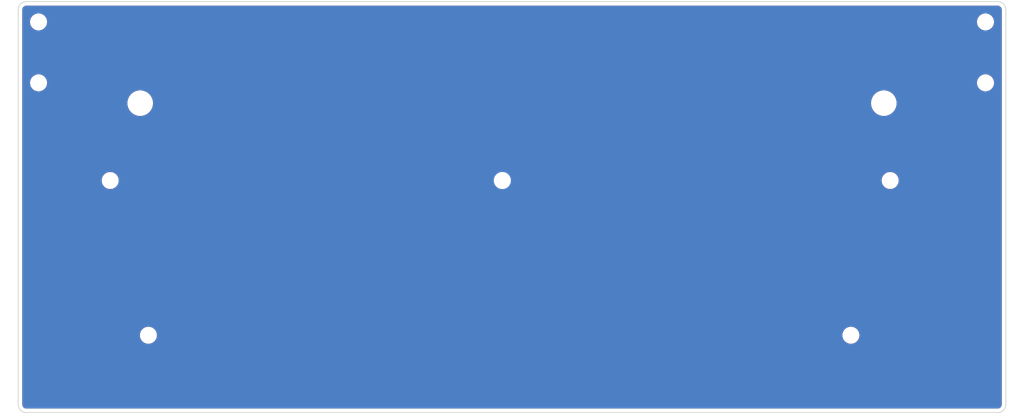
<source format=kicad_pcb>
(kicad_pcb (version 20211014) (generator pcbnew)
  (layers (0 "F.Cu" signal) (31 "B.Cu" signal) (34 "B.Paste" user) (35 "F.Paste" user) (36 "B.SilkS" user "B.Silkscreen") (37 "F.SilkS" user "F.Silkscreen") (38 "B.Mask" user) (39 "F.Mask" user) (44 "Edge.Cuts" user))
  (net 0 "")
  (footprint "MountingHole:MountingHole_2.2mm_M2" (layer "F.Cu") (at 34.36875 33.975 180)
    (fp_text reference "REF**" hide)
    (fp_text value "MountingHole_2.2mm_M2")
    (pad "" np_thru_hole circle (at 0 0 180) (size 2.2 2.2) (drill 2.2) (layers *.Cu *.Mask))
  )
  (footprint "MountingHole:MountingHole_2.2mm_M2" (layer "F.Cu") (at 243.81225 73.025 180)
    (fp_text reference "REF**" hide)
    (fp_text value "MountingHole_2.2mm_M2")
    (pad "" np_thru_hole circle (at 0 0 180) (size 2.2 2.2) (drill 2.2) (layers *.Cu *.Mask))
  )
  (footprint "MountingHole:MountingHole_2.2mm_M2" (layer "F.Cu") (at 51.99025 73.025 180)
    (fp_text reference "REF**" hide)
    (fp_text value "MountingHole_2.2mm_M2")
    (pad "" np_thru_hole circle (at 0 0 180) (size 2.2 2.2) (drill 2.2) (layers *.Cu *.Mask))
  )
  (footprint "MountingHole:MountingHole_2.2mm_M2" (layer "F.Cu") (at 267.25625 48.975 180)
    (fp_text reference "REF**" hide)
    (fp_text value "MountingHole_2.2mm_M2")
    (pad "" np_thru_hole circle (at 0 0 180) (size 2.2 2.2) (drill 2.2) (layers *.Cu *.Mask))
  )
  (footprint "MountingHole:MountingHole_2.2mm_M2" (layer "F.Cu") (at 267.25625 33.975 180)
    (fp_text reference "REF**" hide)
    (fp_text value "MountingHole_2.2mm_M2")
    (pad "" np_thru_hole circle (at 0 0 180) (size 2.2 2.2) (drill 2.2) (layers *.Cu *.Mask))
  )
  (footprint "MountingHole:MountingHole_2.2mm_M2" (layer "F.Cu") (at 234.15625 111.125 180)
    (fp_text reference "REF**" hide)
    (fp_text value "MountingHole_2.2mm_M2")
    (pad "" np_thru_hole circle (at 0 0 180) (size 2.2 2.2) (drill 2.2) (layers *.Cu *.Mask))
  )
  (footprint "MountingHole:MountingHole_2.2mm_M2" (layer "F.Cu") (at 61.38425 111.125 180)
    (fp_text reference "REF**" hide)
    (fp_text value "MountingHole_2.2mm_M2")
    (pad "" np_thru_hole circle (at 0 0 180) (size 2.2 2.2) (drill 2.2) (layers *.Cu *.Mask))
  )
  (footprint "MountingHole:MountingHole_2.2mm_M2" (layer "F.Cu") (at 148.43125 73.025 180)
    (fp_text reference "REF**" hide)
    (fp_text value "MountingHole_2.2mm_M2")
    (pad "" np_thru_hole circle (at 0 0 180) (size 2.2 2.2) (drill 2.2) (layers *.Cu *.Mask))
  )
  (footprint "MountingHole:MountingHole_2.2mm_M2" (layer "F.Cu") (at 34.36875 48.975 180)
    (fp_text reference "REF**" hide)
    (fp_text value "MountingHole_2.2mm_M2")
    (pad "" np_thru_hole circle (at 0 0 180) (size 2.2 2.2) (drill 2.2) (layers *.Cu *.Mask))
  )
  (footprint "MountingHole:MountingHole_4.3mm_M4" (layer "F.Cu") (at 242.25625 53.975)
    (fp_text reference "REF**" hide)
    (fp_text value "MountingHole_4.3mm_M4")
    (pad "" np_thru_hole circle (at 0 0) (size 4.3 4.3) (drill 4.3) (layers *.Cu *.Mask))
  )
  (footprint "ElsassKabel:ElsassKabel_Logo" (layer "F.Cu") (at 247.65 121.44375)
    (fp_text reference "REF**" hide)
    (fp_text value "ElsassKabel_Logo" hide)
    (fp_text user "EK 2022" (at 3.81 1.016 unlocked) (layer "F.Cu") (effects (font (size 0.75 0.75)) (justify left)))
    (fp_text user "RetroVan rev1" (at 3.81 -1.016 unlocked) (layer "F.Cu") (effects (font (size 1.25 1.25) (thickness 0.2)) (justify left)))
    (fp_line (start 16.51 3.81) (end -1.27 3.81) (layer "F.Cu") (width 0.5))
    (fp_line (start -1.27 -3.81) (end 16.51 -3.81) (layer "F.Cu") (width 0.5))
    (fp_arc (start 16.51 -3.81) (mid 20.32 0) (end 16.51 3.81) (layer "F.Cu") (width 0.5))
    (fp_arc (start -1.27 3.81) (mid -5.08 0) (end -1.27 -3.81) (layer "F.Cu") (width 0.5))
    (fp_poly (pts (xy -0.287848 -2.453437) (xy -0.211554 -2.440555) (xy -0.135405 -2.419441) (xy -0.076261 -2.396803) (xy -0.021545 -2.373091) (xy 0.021083 -2.392214) (xy 0.05033 -2.404076) (xy 0.08152 -2.414817) (xy 0.101315 -2.420423) (xy 0.135211 -2.425939) (xy 0.177185 -2.428878) (xy 0.222125 -2.429231) (xy 0.264922 -2.426987) (xy 0.300463 -2.422136) (xy 0.306429 -2.420809) (xy 0.356276 -2.404552) (xy 0.406849 -2.380816) (xy 0.452849 -2.352356) (xy 0.480107 -2.330537) (xy 0.518182 -2.295739) (xy 0.564432 -2.308299) (xy 0.591557 -2.314319) (xy 0.62208 -2.318137) (xy 0.659501 -2.320062) (xy 0.702983 -2.320422) (xy 0.741438 -2.320027) (xy 0.769912 -2.318907) (xy 0.792097 -2.316519) (xy 0.811686 -2.312325) (xy 0.832369 -2.305782) (xy 0.85185 -2.298621) (xy 0.88581 -2.284025) (xy 0.922226 -2.265611) (xy 0.953661 -2.247162) (xy 0.955869 -2.24571) (xy 0.986754 -2.222502) (xy 1.019453 -2.193507) (xy 1.050489 -2.162194) (xy 1.076384 -2.132029) (xy 1.091324 -2.110618) (xy 1.102486 -2.091815) (xy 1.189164 -2.091815) (xy 1.28301 -2.08656) (xy 1.370716 -2.070362) (xy 1.454206 -2.042572) (xy 1.535401 -2.002543) (xy 1.616226 -1.949625) (xy 1.6208 -1.946253) (xy 1.689306 -1.889998) (xy 1.752339 -1.82648) (xy 1.811063 -1.754223) (xy 1.866636 -1.671751) (xy 1.920219 -1.577589) (xy 1.938164 -1.542703) (xy 1.974181 -1.468732) (xy 2.009817 -1.390843) (xy 2.045365 -1.308204) (xy 2.081117 -1.219984) (xy 2.117365 -1.125351) (xy 2.154402 -1.023475) (xy 2.192522 -0.913522) (xy 2.232015 -0.794664) (xy 2.273175 -0.666067) (xy 2.316295 -0.5269) (xy 2.361666 -0.376333) (xy 2.409581 -0.213533) (xy 2.427015 -0.153484) (xy 2.442884 -0.098759) (xy 2.45758 -0.048307) (xy 2.470666 -0.003604) (xy 2.481709 0.033872) (xy 2.490272 0.062646) (xy 2.495921 0.081241) (xy 2.498221 0.088179) (xy 2.498224 0.088182) (xy 2.505428 0.088267) (xy 2.521559 0.08583) (xy 2.532373 0.083683) (xy 2.573805 0.081236) (xy 2.613423 0.090678) (xy 2.648355 0.110706) (xy 2.675731 0.140019) (xy 2.682854 0.151957) (xy 2.686294 0.161935) (xy 2.692671 0.183895) (xy 2.701643 0.216542) (xy 2.712871 0.258581) (xy 2.726014 0.30872) (xy 2.74073 0.365662) (xy 2.756679 0.428113) (xy 2.773521 0.494781) (xy 2.781847 0.528) (xy 2.802287 0.610075) (xy 2.819487 0.679902) (xy 2.833664 0.738465) (xy 2.845036 0.786744) (xy 2.853821 0.825723) (xy 2.860235 0.856384) (xy 2.864496 0.87971) (xy 2.866821 0.896682) (xy 2.867428 0.908283) (xy 2.867053 0.913111) (xy 2.855497 0.950705) (xy 2.834505 0.984567) (xy 2.806918 1.01039) (xy 2.800097 1.01465) (xy 2.791395 1.019254) (xy 2.771069 1.029799) (xy 2.739669 1.046002) (xy 2.697746 1.06758) (xy 2.645852 1.094251) (xy 2.584538 1.125732) (xy 2.514355 1.161741) (xy 2.435854 1.201996) (xy 2.349587 1.246213) (xy 2.256105 1.294111) (xy 2.155959 1.345406) (xy 2.049701 1.399817) (xy 1.93788 1.457061) (xy 1.82105 1.516855) (xy 1.699761 1.578917) (xy 1.574563 1.642964) (xy 1.44601 1.708714) (xy 1.365682 1.749791) (xy 1.200783 1.834083) (xy 1.047702 1.912276) (xy 0.906104 1.984538) (xy 0.775654 2.051039) (xy 0.656017 2.111947) (xy 0.546857 2.16743) (xy 0.44784 2.217657) (xy 0.358631 2.262797) (xy 0.278893 2.303018) (xy 0.208293 2.338489) (xy 0.146494 2.369378) (xy 0.093162 2.395854) (xy 0.047962 2.418085) (xy 0.010558 2.436241) (xy -0.019385 2.450489) (xy -0.042201 2.460998) (xy -0.058227 2.467938) (xy -0.067796 2.471475) (xy -0.070119 2.472006) (xy -0.096898 2.472099) (xy -0.121897 2.467418) (xy -0.124311 2.466577) (xy -0.131818 2.462948) (xy -0.150843 2.453428) (xy -0.180727 2.438351) (xy -0.220815 2.418054) (xy -0.270449 2.392871) (xy -0.328972 2.363139) (xy -0.395727 2.329192) (xy -0.470058 2.291366) (xy -0.551306 2.249997) (xy -0.638816 2.20542) (xy -0.731929 2.157969) (xy -0.82999 2.107982) (xy -0.932341 2.055792) (xy -1.038325 2.001736) (xy -1.147285 1.946148) (xy -1.258564 1.889365) (xy -1.371505 1.831721) (xy -1.485451 1.773553) (xy -1.599744 1.715195) (xy -1.713729 1.656983) (xy -1.826748 1.599252) (xy -1.938144 1.542338) (xy -2.047259 1.486576) (xy -2.153438 1.432301) (xy -2.256022 1.37985) (xy -2.354355 1.329557) (xy -2.44778 1.281757) (xy -2.53564 1.236787) (xy -2.617277 1.194981) (xy -2.692035 1.156675) (xy -2.759257 1.122204) (xy -2.818286 1.091905) (xy -2.868465 1.066111) (xy -2.909136 1.045159) (xy -2.939643 1.029384) (xy -2.943956 1.027145) (xy -2.973976 1.009674) (xy -2.994847 0.992373) (xy -3.010333 0.972368) (xy -3.017683 0.960622) (xy -3.023702 0.949738) (xy -3.02823 0.938575) (xy -3.031107 0.92599) (xy -3.032175 0.910842) (xy -3.031274 0.89199) (xy -3.028246 0.868293) (xy -3.022931 0.838608) (xy -3.020234 0.825816) (xy -2.74021 0.825816) (xy -2.73359 0.829502) (xy -2.715474 0.839036) (xy -2.686536 0.854075) (xy -2.647453 0.874272) (xy -2.598901 0.899284) (xy -2.541555 0.928765) (xy -2.476091 0.962371) (xy -2.403185 0.999757) (xy -2.323512 1.040578) (xy -2.237749 1.08449) (xy -2.14657 1.131147) (xy -2.050653 1.180204) (xy -1.950672 1.231318) (xy -1.847303 1.284142) (xy -1.741222 1.338333) (xy -1.633105 1.393545) (xy -1.523627 1.449434) (xy -1.413464 1.505654) (xy -1.303293 1.561862) (xy -1.193788 1.617712) (xy -1.085625 1.672859) (xy -0.979481 1.726959) (xy -0.876031 1.779667) (xy -0.77595 1.830638) (xy -0.679915 1.879527) (xy -0.5886 1.92599) (xy -0.502683 1.969681) (xy -0.422839 2.010256) (xy -0.349742 2.04737) (xy -0.28407 2.080678) (xy -0.226498 2.109835) (xy -0.177701 2.134497) (xy -0.138356 2.154319) (xy -0.109138 2.168956) (xy -0.090722 2.178063) (xy -0.083786 2.181295) (xy -0.083763 2.181297) (xy -0.07683 2.178236) (xy -0.058284 2.169221) (xy -0.028685 2.154536) (xy 0.011412 2.134463) (xy 0.061448 2.109285) (xy 0.120867 2.079286) (xy 0.18911 2.044749) (xy 0.26562 2.005956) (xy 0.34984 1.963191) (xy 0.441213 1.916737) (xy 0.53918 1.866877) (xy 0.643186 1.813894) (xy 0.752671 1.758071) (xy 0.867079 1.699691) (xy 0.985853 1.639037) (xy 1.108435 1.576392) (xy 1.234267 1.51204) (xy 1.251274 1.503338) (xy 1.407693 1.423283) (xy 1.552302 1.349221) (xy 1.685482 1.280954) (xy 1.807614 1.218282) (xy 1.91908 1.161007) (xy 2.020262 1.10893) (xy 2.111541 1.061853) (xy 2.193298 1.019576) (xy 2.265915 0.981901) (xy 2.329773 0.948628) (xy 2.385255 0.91956) (xy 2.432741 0.894497) (xy 2.472613 0.873241) (xy 2.505252 0.855593) (xy 2.53104 0.841354) (xy 2.550359 0.830325) (xy 2.56359 0.822307) (xy 2.571114 0.817102) (xy 2.573313 0.814512) (xy 2.573309 0.814496) (xy 2.570882 0.805312) (xy 2.565597 0.784621) (xy 2.557898 0.754186) (xy 2.54823 0.71577) (xy 2.537037 0.671136) (xy 2.524764 0.622046) (xy 2.521504 0.608986) (xy 2.509112 0.559543) (xy 2.497729 0.514565) (xy 2.487787 0.47572) (xy 2.479715 0.444673) (xy 2.473945 0.423092) (xy 2.470907 0.412642) (xy 2.470601 0.411935) (xy 2.464312 0.414635) (xy 2.446294 0.423013) (xy 2.417128 0.436789) (xy 2.377394 0.455685) (xy 2.327673 0.479422) (xy 2.268545 0.507721) (xy 2.20059 0.540303) (xy 2.124388 0.576889) (xy 2.040521 0.6172) (xy 1.949568 0.660958) (xy 1.85211 0.707884) (xy 1.748726 0.757698) (xy 1.639998 0.810122) (xy 1.526506 0.864877) (xy 1.40883 0.921684) (xy 1.28755 0.980264) (xy 1.221554 1.012155) (xy 1.098179 1.071751) (xy 0.977862 1.129812) (xy 0.861199 1.186051) (xy 0.748788 1.240182) (xy 0.641225 1.291921) (xy 0.539107 1.340981) (xy 0.44303 1.387077) (xy 0.353593 1.429924) (xy 0.271391 1.469236) (xy 0.197021 1.504726) (xy 0.131081 1.536111) (xy 0.074167 1.563104) (xy 0.026876 1.585419) (xy -0.010195 1.602772) (xy -0.036449 1.614875) (xy -0.051289 1.621445) (xy -0.054231 1.622562) (xy -0.082534 1.627006) (xy -0.110539 1.623042) (xy -0.112346 1.622562) (xy -0.121307 1.618842) (xy -0.141976 1.609446) (xy -0.173759 1.594661) (xy -0.216058 1.57477) (xy -0.268275 1.550061) (xy -0.329815 1.520818) (xy -0.400079 1.487327) (xy -0.478473 1.449874) (xy -0.564398 1.408744) (xy -0.657257 1.364223) (xy -0.756454 1.316597) (xy -0.861393 1.266151) (xy -0.971475 1.21317) (xy -1.086104 1.15794) (xy -1.204684 1.100747) (xy -1.326618 1.041876) (xy -1.388131 1.012155) (xy -1.511096 0.952743) (xy -1.630768 0.894955) (xy -1.746565 0.83907) (xy -1.857908 0.785368) (xy -1.964216 0.734126) (xy -2.064908 0.685624) (xy -2.159405 0.640141) (xy -2.247126 0.597956) (xy -2.327491 0.559347) (xy -2.399919 0.524594) (xy -2.46383 0.493975) (xy -2.518644 0.467769) (xy -2.56378 0.446255) (xy -2.598658 0.429712) (xy -2.622698 0.418419) (xy -2.635318 0.412655) (xy -2.63718 0.411937) (xy -2.639488 0.419003) (xy -2.64451 0.43732) (xy -2.65176 0.464938) (xy -2.660752 0.499907) (xy -2.671 0.540274) (xy -2.68202 0.584091) (xy -2.693325 0.629407) (xy -2.70443 0.67427) (xy -2.71485 0.71673) (xy -2.724098 0.754837) (xy -2.731689 0.786639) (xy -2.737139 0.810187) (xy -2.73996 0.823529) (xy -2.74021 0.825816) (xy -3.020234 0.825816) (xy -3.01517 0.801794) (xy -3.004804 0.75671) (xy -2.991674 0.702214) (xy -2.975621 0.637164) (xy -2.956485 0.56042) (xy -2.948383 0.528) (xy -2.931241 0.459764) (xy -2.914827 0.39512) (xy -2.899481 0.335363) (xy -2.885544 0.281787) (xy -2.873356 0.235687) (xy -2.865011 0.204833) (xy -2.414625 0.204833) (xy -2.409894 0.209294) (xy -2.395545 0.218132) (xy -2.371265 0.231507) (xy -2.33674 0.249578) (xy -2.291655 0.272501) (xy -2.235697 0.300436) (xy -2.168549 0.333541) (xy -2.089899 0.371975) (xy -1.999433 0.415896) (xy -1.914557 0.456914) (xy -1.837233 0.494171) (xy -1.7635 0.529603) (xy -1.69428 0.562774) (xy -1.630494 0.593246) (xy -1.573061 0.620583) (xy -1.522903 0.644349) (xy -1.480941 0.664105) (xy -1.448094 0.679417) (xy -1.425284 0.689845) (xy -1.413431 0.694955) (xy -1.411909 0.695397) (xy -1.411449 0.687858) (xy -1.412505 0.669975) (xy -1.414854 0.644963) (xy -1.416305 0.63197) (xy -1.423091 0.566414) (xy -1.429475 0.490057) (xy -1.435281 0.405767) (xy -1.440332 0.316414) (xy -1.444454 0.224868) (xy -1.447469 0.133999) (xy -1.447914 0.116583) (xy -1.449114 -0.054165) (xy -1.444396 -0.218647) (xy -1.433888 -0.376099) (xy -1.417717 -0.525757) (xy -1.396011 -0.666857) (xy -1.368899 -0.798633) (xy -1.336507 -0.920323) (xy -1.298964 -1.031161) (xy -1.256397 -1.130384) (xy -1.231262 -1.179056) (xy -1.182707 -1.25613) (xy -1.129092 -1.320722) (xy -1.070525 -1.372741) (xy -1.007119 -1.412095) (xy -0.938984 -1.438691) (xy -0.911322 -1.44555) (xy -0.850932 -1.454769) (xy -0.800192 -1.454812) (xy -0.75849 -1.445537) (xy -0.725212 -1.426803) (xy -0.699746 -1.39847) (xy -0.69858 -1.396663) (xy -0.67956 -1.356427) (xy -0.674172 -1.316882) (xy -0.682419 -1.277569) (xy -0.70035 -1.243702) (xy -0.718376 -1.222624) (xy -0.741638 -1.20692) (xy -0.77286 -1.195253) (xy -0.814764 -1.186284) (xy -0.818519 -1.185666) (xy -0.86107 -1.176743) (xy -0.893845 -1.164369) (xy -0.92067 -1.146478) (xy -0.945373 -1.121004) (xy -0.950863 -1.114229) (xy -0.986091 -1.06196) (xy -1.019363 -0.997211) (xy -1.050338 -0.921079) (xy -1.078678 -0.834663) (xy -1.104044 -0.739058) (xy -1.126095 -0.635365) (xy -1.144493 -0.524679) (xy -1.153088 -0.459929) (xy -1.160979 -0.389226) (xy -1.167127 -0.32065) (xy -1.171637 -0.251606) (xy -1.174614 -0.179502) (xy -1.176164 -0.101744) (xy -1.17639 -0.015738) (xy -1.175398 0.08111) (xy -1.175277 0.088865) (xy -1.173497 0.180148) (xy -1.171073 0.2629) (xy -1.1678 0.34006) (xy -1.163468 0.414567) (xy -1.157872 0.489363) (xy -1.150802 0.567386) (xy -1.142052 0.651577) (xy -1.131413 0.744875) (xy -1.125412 0.795108) (xy -1.121436 0.817709) (xy -1.116147 0.834925) (xy -1.112225 0.841365) (xy -1.104575 0.845634) (xy -1.085849 0.855205) (xy -1.057227 0.869508) (xy -1.01989 0.887972) (xy -0.975016 0.910025) (xy -0.923786 0.935097) (xy -0.86738 0.962617) (xy -0.806978 0.992014) (xy -0.743759 1.022717) (xy -0.678904 1.054154) (xy -0.613592 1.085755) (xy -0.549003 1.116949) (xy -0.486317 1.147165) (xy -0.426715 1.175832) (xy -0.371374 1.202378) (xy -0.321477 1.226234) (xy -0.278202 1.246827) (xy -0.24273 1.263588) (xy -0.21624 1.275944) (xy -0.199912 1.283325) (xy -0.194959 1.285264) (xy -0.189167 1.279462) (xy -0.182935 1.264071) (xy -0.179522 1.250965) (xy -0.156772 1.139859) (xy -0.134837 1.022887) (xy -0.113811 0.901085) (xy -0.093787 0.775484) (xy -0.074862 0.647119) (xy -0.057128 0.517023) (xy -0.040681 0.386229) (xy -0.025614 0.255772) (xy -0.012022 0.126684) (xy 0 0) (xy 0.010358 -0.123248) (xy 0.018958 -0.242026) (xy 0.025705 -0.3553) (xy 0.030505 -0.462037) (xy 0.033263 -0.561203) (xy 0.033886 -0.651765) (xy 0.032278 -0.732689) (xy 0.028346 -0.802941) (xy 0.021994 -0.861489) (xy 0.016351 -0.893595) (xy 0.005619 -0.938167) (xy -0.006177 -0.971873) (xy -0.021004 -0.997489) (xy -0.040832 -1.017794) (xy -0.067628 -1.035564) (xy -0.093817 -1.049062) (xy -0.133091 -1.072216) (xy -0.160274 -1.098883) (xy -0.176856 -1.130981) (xy -0.18383 -1.164926) (xy -0.181807 -1.205469) (xy -0.168358 -1.241703) (xy -0.145468 -1.271996) (xy -0.115121 -1.294716) (xy -0.0793 -1.308231) (xy -0.03999 -1.310912) (xy -0.012527 -1.305786) (xy 0.048208 -1.281774) (xy 0.10585 -1.247326) (xy 0.157371 -1.204723) (xy 0.199745 -1.156245) (xy 0.213766 -1.13521) (xy 0.234533 -1.094691) (xy 0.254368 -1.044133) (xy 0.272056 -0.987165) (xy 0.286385 -0.927421) (xy 0.290603 -0.905278) (xy 0.294908 -0.871819) (xy 0.298321 -0.826624) (xy 0.300842 -0.771599) (xy 0.30247 -0.708654) (xy 0.303206 -0.639697) (xy 0.303049 -0.566634) (xy 0.301999 -0.491376) (xy 0.300057 -0.415829) (xy 0.297223 -0.341902) (xy 0.293496 -0.271502) (xy 0.290606 -0.228693) (xy 0.271602 0.00266) (xy 0.249193 0.230974) (xy 0.223626 0.454278) (xy 0.195149 0.670601) (xy 0.16401 0.877973) (xy 0.130455 1.074421) (xy 0.119447 1.133609) (xy 0.112366 1.171711) (xy 0.106531 1.204688) (xy 0.102297 1.230397) (xy 0.100019 1.246694) (xy 0.099905 1.251549) (xy 0.106239 1.248657) (xy 0.123844 1.240317) (xy 0.151676 1.227029) (xy 0.188696 1.209297) (xy 0.233862 1.187623) (xy 0.286132 1.162509) (xy 0.344465 1.134456) (xy 0.407819 1.103968) (xy 0.475153 1.071547) (xy 0.545426 1.037694) (xy 0.617595 1.002911) (xy 0.690621 0.967702) (xy 0.76346 0.932568) (xy 0.835073 0.898012) (xy 0.904416 0.864535) (xy 0.97045 0.832639) (xy 1.032132 0.802828) (xy 1.088422 0.775603) (xy 1.138277 0.751466) (xy 1.180656 0.73092) (xy 1.214518 0.714467) (xy 1.238821 0.702608) (xy 1.252524 0.695847) (xy 1.255247 0.694429) (xy 1.25705 0.686373) (xy 1.258915 0.666179) (xy 1.260797 0.635386) (xy 1.262648 0.595529) (xy 1.264421 0.548147) (xy 1.26607 0.494774) (xy 1.267547 0.436949) (xy 1.268806 0.376209) (xy 1.269799 0.31409) (xy 1.270479 0.252129) (xy 1.2708 0.191863) (xy 1.270812 0.184954) (xy 1.269322 0.015275) (xy 1.264309 -0.141897) (xy 1.255658 -0.287295) (xy 1.243256 -0.421654) (xy 1.226986 -0.545709) (xy 1.206736 -0.660194) (xy 1.182391 -0.765843) (xy 1.153835 -0.863392) (xy 1.120956 -0.953575) (xy 1.083638 -1.037125) (xy 1.079042 -1.046372) (xy 1.052611 -1.097058) (xy 1.029094 -1.137498) (xy 1.006716 -1.170289) (xy 0.983702 -1.198028) (xy 0.958276 -1.223314) (xy 0.957941 -1.22362) (xy 0.920936 -1.25425) (xy 0.885114 -1.276141) (xy 0.847039 -1.290523) (xy 0.803272 -1.298627) (xy 0.750375 -1.301683) (xy 0.739478 -1.301792) (xy 0.705868 -1.302119) (xy 0.682602 -1.303191) (xy 0.666351 -1.305666) (xy 0.653786 -1.310203) (xy 0.641577 -1.317461) (xy 0.634111 -1.322636) (xy 0.602864 -1.352112) (xy 0.58307 -1.386879) (xy 0.574913 -1.424642) (xy 0.578578 -1.463106) (xy 0.594249 -1.499974) (xy 0.617581 -1.528763) (xy 0.640084 -1.546876) (xy 0.665537 -1.559501) (xy 0.696718 -1.567406) (xy 0.736401 -1.571359) (xy 0.774663 -1.572192) (xy 0.858783 -1.565598) (xy 0.939224 -1.545863) (xy 1.015827 -1.513061) (xy 1.08843 -1.467268) (xy 1.156872 -1.408556) (xy 1.178411 -1.386473) (xy 1.231239 -1.322131) (xy 1.281232 -1.245545) (xy 1.327879 -1.157948) (xy 1.37067 -1.060569) (xy 1.409096 -0.954641) (xy 1.442648 -0.841395) (xy 1.470814 -0.722062) (xy 1.485504 -0.644667) (xy 1.497629 -0.570372) (xy 1.507974 -0.497781) (xy 1.516651 -0.425133) (xy 1.523776 -0.350665) (xy 1.529465 -0.272616) (xy 1.533832 -0.189225) (xy 1.536991 -0.09873) (xy 1.539058 0.000631) (xy 1.540147 0.110619) (xy 1.540391 0.196996) (xy 1.540458 0.276665) (xy 1.540613 0.343701) (xy 1.540884 0.399147) (xy 1.541303 0.444043) (xy 1.5419 0.479431) (xy 1.542707 0.506353) (xy 1.543753 0.52585) (xy 1.54507 0.538964) (xy 1.546688 0.546737) (xy 1.548637 0.550209) (xy 1.55079 0.550487) (xy 1.564578 0.544642) (xy 1.588415 0.533752) (xy 1.620966 0.518471) (xy 1.660897 0.499455) (xy 1.706874 0.47736) (xy 1.757563 0.45284) (xy 1.81163 0.42655) (xy 1.867739 0.399146) (xy 1.924558 0.371284) (xy 1.980752 0.343618) (xy 2.034987 0.316803) (xy 2.085929 0.291495) (xy 2.132243 0.268349) (xy 2.172596 0.24802) (xy 2.205653 0.231164) (xy 2.23008 0.218436) (xy 2.244543 0.21049) (xy 2.24805 0.20805) (xy 2.246149 0.197886) (xy 2.240558 0.175868) (xy 2.23164 0.143205) (xy 2.219756 0.101104) (xy 2.20527 0.050772) (xy 2.188542 -0.006584) (xy 2.169936 -0.069757) (xy 2.149814 -0.137538) (xy 2.128537 -0.208721) (xy 2.106468 -0.282098) (xy 2.083969 -0.356463) (xy 2.061402 -0.430607) (xy 2.039129 -0.503324) (xy 2.017513 -0.573406) (xy 1.996916 -0.639645) (xy 1.9777 -0.700836) (xy 1.960227 -0.755769) (xy 1.944859 -0.803238) (xy 1.942689 -0.80985) (xy 1.908712 -0.909458) (xy 1.872538 -1.008718) (xy 1.83486 -1.106044) (xy 1.796371 -1.199849) (xy 1.757766 -1.288547) (xy 1.719736 -1.370551) (xy 1.682975 -1.444273) (xy 1.648177 -1.508127) (xy 1.616035 -1.560526) (xy 1.612313 -1.566082) (xy 1.564047 -1.628555) (xy 1.508116 -1.685936) (xy 1.447505 -1.735525) (xy 1.385201 -1.774627) (xy 1.376442 -1.779146) (xy 1.30733 -1.806359) (xy 1.235277 -1.820498) (xy 1.161364 -1.821561) (xy 1.086672 -1.809542) (xy 1.01228 -1.784439) (xy 1.003088 -1.780395) (xy 0.958088 -1.762331) (xy 0.921018 -1.752805) (xy 0.889471 -1.751403) (xy 0.864293 -1.756585) (xy 0.827308 -1.775175) (xy 0.799429 -1.802109) (xy 0.781177 -1.83509) (xy 0.773072 -1.871818) (xy 0.775635 -1.909995) (xy 0.789386 -1.947324) (xy 0.813645 -1.980278) (xy 0.834731 -2.002065) (xy 0.802189 -2.022703) (xy 0.765542 -2.042) (xy 0.728796 -2.052595) (xy 0.690185 -2.054293) (xy 0.647944 -2.046898) (xy 0.600307 -2.030215) (xy 0.545508 -2.004049) (xy 0.522859 -1.991812) (xy 0.496734 -1.980303) (xy 0.468424 -1.972142) (xy 0.456645 -1.970273) (xy 0.418395 -1.973056) (xy 0.382636 -1.987463) (xy 0.351985 -2.01144) (xy 0.329061 -2.042937) (xy 0.316482 -2.079902) (xy 0.316448 -2.080106) (xy 0.310185 -2.107905) (xy 0.300698 -2.126216) (xy 0.285079 -2.139224) (xy 0.269982 -2.146944) (xy 0.233052 -2.157386) (xy 0.192257 -2.15861) (xy 0.151529 -2.15135) (xy 0.114803 -2.136339) (xy 0.086011 -2.11431) (xy 0.084222 -2.112327) (xy 0.066159 -2.097446) (xy 0.040534 -2.082968) (xy 0.01276 -2.071401) (xy -0.011755 -2.065248) (xy -0.018335 -2.064834) (xy -0.053093 -2.070679) (xy -0.090817 -2.087862) (xy -0.124912 -2.110799) (xy -0.168788 -2.139849) (xy -0.213784 -2.160423) (xy -0.265357 -2.174891) (xy -0.278786 -2.177616) (xy -0.309735 -2.182419) (xy -0.342361 -2.185644) (xy -0.373595 -2.187213) (xy -0.400365 -2.187049) (xy -0.419602 -2.185072) (xy -0.428115 -2.181425) (xy -0.428055 -2.171818) (xy -0.423325 -2.15521) (xy -0.420919 -2.149053) (xy -0.412216 -2.111887) (xy -0.415545 -2.074706) (xy -0.429472 -2.039863) (xy -0.452562 -2.009709) (xy -0.483378 -1.986595) (xy -0.520487 -1.972873) (xy -0.52938 -1.971344) (xy -0.561409 -1.970666) (xy -0.591426 -1.978725) (xy -0.622237 -1.996695) (xy -0.65419 -2.023444) (xy -0.682162 -2.047569) (xy -0.707559 -2.064036) (xy -0.734162 -2.074162) (xy -0.765754 -2.079263) (xy -0.806117 -2.080657) (xy -0.818282 -2.080578) (xy -0.862912 -2.078632) (xy -0.901462 -2.073269) (xy -0.941328 -2.063408) (xy -0.946871 -2.061775) (xy -0.976773 -2.052029) (xy -1.006901 -2.040836) (xy -1.034488 -2.029396) (xy -1.056768 -2.018909) (xy -1.070976 -2.010573) (xy -1.074675 -2.006351) (xy -1.069121 -2.001756) (xy -1.054851 -1.993358) (xy -1.042198 -1.986685) (xy -0.988124 -1.954849) (xy -0.946372 -1.920653) (xy -0.917228 -1.884523) (xy -0.900981 -1.846886) (xy -0.897917 -1.808169) (xy -0.903676 -1.780936) (xy -0.917059 -1.753855) (xy -0.937486 -1.727133) (xy -0.960658 -1.705951) (xy -0.971423 -1.699307) (xy -1.004027 -1.687257) (xy -1.036529 -1.684907) (xy -1.071196 -1.692633) (xy -1.110294 -1.710812) (xy -1.136664 -1.726791) (xy -1.179421 -1.752478) (xy -1.217212 -1.769908) (xy -1.25475 -1.780487) (xy -1.296746 -1.785619) (xy -1.337905 -1.786746) (xy -1.379247 -1.785937) (xy -1.412083 -1.783043) (xy -1.4415 -1.777438) (xy -1.464055 -1.771176) (xy -1.533935 -1.745333) (xy -1.601421 -1.710963) (xy -1.668223 -1.666943) (xy -1.736049 -1.612153) (xy -1.803272 -1.548824) (xy -1.847205 -1.502662) (xy -1.887455 -1.455446) (xy -1.924557 -1.406025) (xy -1.959045 -1.353243) (xy -1.991455 -1.295947) (xy -2.022322 -1.232983) (xy -2.052181 -1.163197) (xy -2.081567 -1.085435) (xy -2.111016 -0.998544) (xy -2.141062 -0.901368) (xy -2.172241 -0.792756) (xy -2.198311 -0.697037) (xy -2.21008 -0.652296) (xy -2.223554 -0.599901) (xy -2.238415 -0.541174) (xy -2.254347 -0.477438) (xy -2.271031 -0.410014) (xy -2.288152 -0.340226) (xy -2.305392 -0.269394) (xy -2.322434 -0.198842) (xy -2.33896 -0.129891) (xy -2.354654 -0.063864) (xy -2.369198 -0.002082) (xy -2.382275 0.054131) (xy -2.393569 0.103454) (xy -2.402762 0.144565) (xy -2.409537 0.176141) (xy -2.413576 0.19686) (xy -2.414625 0.204833) (xy -2.865011 0.204833) (xy -2.863259 0.198356) (xy -2.855593 0.17109) (xy -2.850698 0.155182) (xy -2.849431 0.151957) (xy -2.825656 0.120354) (xy -2.793316 0.096943) (xy -2.755736 0.083273) (xy -2.716243 0.080891) (xy -2.701716 0.083203) (xy -2.683536 0.086632) (xy -2.671931 0.087589) (xy -2.670193 0.08714) (xy -2.668045 0.080091) (xy -2.663201 0.061374) (xy -2.656063 0.032639) (xy -2.647036 -0.004463) (xy -2.636523 -0.048283) (xy -2.624928 -0.09717) (xy -2.620377 -0.116503) (xy -2.582627 -0.275855) (xy -2.547203 -0.422501) (xy -2.51386 -0.557165) (xy -2.482354 -0.680569) (xy -2.452441 -0.793438) (xy -2.423877 -0.896497) (xy -2.396416 -0.990468) (xy -2.369815 -1.076075) (xy -2.34383 -1.154044) (xy -2.318216 -1.225096) (xy -2.292729 -1.289958) (xy -2.267124 -1.349351) (xy -2.241158 -1.404001) (xy -2.214585 -1.454631) (xy -2.187163 -1.501965) (xy -2.158646 -1.546727) (xy -2.12879 -1.589641) (xy -2.118506 -1.603649) (xy -2.092481 -1.636133) (xy -2.058763 -1.674494) (xy -2.02015 -1.715831) (xy -1.979438 -1.757244) (xy -1.939421 -1.795836) (xy -1.902897 -1.828706) (xy -1.895132 -1.835279) (xy -1.816405 -1.895218) (xy -1.733765 -1.947449) (xy -1.649584 -1.990743) (xy -1.566237 -2.02387) (xy -1.49096 -2.044602) (xy -1.472459 -2.049452) (xy -1.456443 -2.056661) (xy -1.439636 -2.068353) (xy -1.418763 -2.086653) (xy -1.402858 -2.101753) (xy -1.321522 -2.171636) (xy -1.234069 -2.230904) (xy -1.141828 -2.278994) (xy -1.046129 -2.315343) (xy -0.948301 -2.339388) (xy -0.849675 -2.350566) (xy -0.813789 -2.351329) (xy -0.779265 -2.35071) (xy -0.746776 -2.349271) (xy -0.720555 -2.347244) (xy -0.707561 -2.34548) (xy -0.6892 -2.342902) (xy -0.67666 -2.345561) (xy -0.663946 -2.355531) (xy -0.656345 -2.363186) (xy -0.613795 -2.397696) (xy -0.561501 -2.424545) (xy -0.501112 -2.44364) (xy -0.434274 -2.454883) (xy -0.362637 -2.458181)) (layer "F.Cu") (width 0) (fill solid))
    (fp_poly (pts (xy -0.005047 -1.768801) (xy 0.067811 -1.762433) (xy 0.134257 -1.752238) (xy 0.193261 -1.738556) (xy 0.243793 -1.72173) (xy 0.284824 -1.702102) (xy 0.315323 -1.680011) (xy 0.334263 -1.655801) (xy 0.340615 -1.630381) (xy 0.337934 -1.613795) (xy 0.32819 -1.59822) (xy 0.312717 -1.582765) (xy 0.28853 -1.563722) (xy 0.260554 -1.54767) (xy 0.226406 -1.53365) (xy 0.183705 -1.520707) (xy 0.130068 -1.507885) (xy 0.121826 -1.506103) (xy 0.102419 -1.503285) (xy 0.072546 -1.500567) (xy 0.034989 -1.498051) (xy -0.00747 -1.495839) (xy -0.05205 -1.494034) (xy -0.095968 -1.492739) (xy -0.136442 -1.492057) (xy -0.17069 -1.492089) (xy -0.195931 -1.492938) (xy -0.206357 -1.494006) (xy -0.221747 -1.496529) (xy -0.245429 -1.50032) (xy -0.27131 -1.504405) (xy -0.341667 -1.518348) (xy -0.399732 -1.536327) (xy -0.446375 -1.558669) (xy -0.479294 -1.582765) (xy -0.496925 -1.600848) (xy -0.505355 -1.616291) (xy -0.507191 -1.630381) (xy -0.500564 -1.656335) (xy -0.481369 -1.680504) (xy -0.450634 -1.702545) (xy -0.409391 -1.722118) (xy -0.358668 -1.738881) (xy -0.299496 -1.752492) (xy -0.232903 -1.762609) (xy -0.15992 -1.768892) (xy -0.083288 -1.770999)) (layer "F.Cu") (width 0) (fill solid))
  )
  (footprint "LOGO" (layer "F.Cu") (at 148.43125 76.99375)
    (fp_text reference "G***" hide)
    (fp_text value "LOGO" hide)
    (fp_poly (pts (xy 34.527182 13.775986) (xy 34.559626 13.781874) (xy 34.585061 13.792856) (xy 34.606481 13.808254) (xy 34.626883 13.82739) (xy 34.636531 13.83704) (xy 34.681882 13.910881) (xy 34.69805 14.001558) (xy 34.684977 14.092572) (xy 34.642602 14.167423) (xy 34.63774 14.172421) (xy 34.618114 14.186001) (xy 34.581368 14.203875) (xy 34.524945 14.226894) (xy 34.446284 14.255906) (xy 34.342827 14.291762) (xy 34.212017 14.335311) (xy 34.051294 14.387404) (xy 33.858099 14.448891) (xy 33.629875 14.520621) (xy 33.364062 14.603444) (xy 33.058103 14.69821) (xy 33.012174 14.7124) (xy 32.755349 14.791505) (xy 32.51028 14.866557) (xy 32.28047 14.936512) (xy 32.069419 15.000324) (xy 31.880631 15.056946) (xy 31.717605 15.105334) (xy 31.583844 15.144442) (xy 31.48285 15.173223) (xy 31.418125 15.190632) (xy 31.393767 15.195713) (xy 31.33056 15.185719) (xy 31.299775 15.175889) (xy 31.221105 15.122015) (xy 31.176338 15.038644) (xy 31.164908 14.948033) (xy 31.170764 14.869907) (xy 31.192744 14.8163) (xy 31.221103 14.783126) (xy 31.240573 14.769581) (xy 31.276916 14.751817) (xy 31.3327 14.728979) (xy 31.410495 14.700214) (xy 31.512869 14.664668) (xy 31.642391 14.621488) (xy 31.801631 14.569819) (xy 31.993156 14.508808) (xy 32.219535 14.437601) (xy 32.483339 14.355344) (xy 32.787135 14.261184) (xy 32.850749 14.24152) (xy 33.158044 14.146583) (xy 33.425373 14.064205) (xy 33.655731 13.993708) (xy 33.852115 13.934412) (xy 34.01752 13.885639) (xy 34.154943 13.846711) (xy 34.26738 13.816948) (xy 34.357826 13.795673) (xy 34.429277 13.782207) (xy 34.484731 13.775871)) (layer "F.Cu") (width 0) (fill solid))
    (fp_poly (pts (xy -3.032154 -7.975329) (xy -2.917464 -7.97155) (xy -2.677418 -7.953188) (xy -2.470766 -7.916459) (xy -2.288463 -7.857827) (xy -2.121464 -7.773757) (xy -1.960724 -7.660715) (xy -1.829987 -7.546505) (xy -1.683075 -7.419302) (xy -1.542072 -7.323423) (xy -1.396897 -7.254993) (xy -1.237466 -7.210139) (xy -1.053697 -7.184986) (xy -0.866066 -7.176113) (xy -0.754005 -7.174005) (xy -0.656988 -7.172091) (xy -0.584533 -7.170565) (xy -0.546159 -7.16962) (xy -0.544027 -7.169545) (xy -0.510321 -7.153924) (xy -0.462957 -7.116466) (xy -0.448496 -7.102644) (xy -0.398047 -7.023708) (xy -0.382697 -6.932602) (xy -0.400422 -6.841869) (xy -0.449202 -6.764048) (xy -0.510353 -6.718961) (xy -0.568133 -6.702859) (xy -0.659789 -6.69108) (xy -0.774434 -6.683809) (xy -0.90118 -6.681229) (xy -1.029139 -6.683527) (xy -1.147422 -6.690885) (xy -1.245142 -6.703488) (xy -1.259428 -6.70627) (xy -1.499821 -6.767968) (xy -1.706313 -6.847649) (xy -1.88785 -6.949691) (xy -2.053379 -7.078473) (xy -2.09111 -7.113267) (xy -2.192369 -7.205393) (xy -2.287334 -7.284342) (xy -2.369401 -7.345159) (xy -2.431969 -7.38289) (xy -2.46399 -7.393127) (xy -2.485404 -7.372199) (xy -2.50325 -7.315611) (xy -2.508341 -7.286357) (xy -2.551857 -7.114415) (xy -2.628221 -6.972089) (xy -2.73671 -6.86055) (xy -2.796275 -6.820445) (xy -2.945556 -6.756992) (xy -3.100676 -6.733916) (xy -3.254272 -6.749137) (xy -3.398981 -6.800577) (xy -3.527437 -6.886154) (xy -3.632279 -7.003791) (xy -3.670084 -7.067198) (xy -3.704161 -7.16349) (xy -3.724819 -7.289488) (xy -3.72728 -7.320307) (xy -3.731096 -7.411281) (xy -3.72549 -7.478262) (xy -3.706386 -7.541705) (xy -3.669711 -7.622067) (xy -3.665451 -7.630745) (xy -3.584388 -7.760884) (xy -3.481755 -7.858492) (xy -3.347894 -7.932238) (xy -3.314741 -7.945569) (xy -3.264131 -7.961573) (xy -3.206735 -7.971437) (xy -3.132696 -7.975808)) (layer "F.Cu") (width 0) (fill solid))
    (fp_poly (pts (xy 42.266022 1.987398) (xy 42.379301 2.022919) (xy 42.466656 2.091929) (xy 42.523333 2.188258) (xy 42.544581 2.305738) (xy 42.543097 2.347087) (xy 42.514711 2.466077) (xy 42.45188 2.556594) (xy 42.368678 2.613326) (xy 42.337172 2.622969) (xy 42.265099 2.641572) (xy 42.155785 2.668382) (xy 42.012558 2.702649) (xy 41.838746 2.743621) (xy 41.637676 2.790548) (xy 41.412674 2.842678) (xy 41.167068 2.89926) (xy 40.904185 2.959543) (xy 40.627353 3.022775) (xy 40.339898 3.088206) (xy 40.045148 3.155085) (xy 39.746431 3.22266) (xy 39.447072 3.290179) (xy 39.1504 3.356893) (xy 38.859742 3.422049) (xy 38.578425 3.484897) (xy 38.309776 3.544685) (xy 38.057122 3.600663) (xy 37.823791 3.652078) (xy 37.61311 3.69818) (xy 37.428406 3.738218) (xy 37.273006 3.771441) (xy 37.150237 3.797097) (xy 37.063428 3.814435) (xy 37.015904 3.822704) (xy 37.009156 3.823317) (xy 36.942651 3.812741) (xy 36.870894 3.787042) (xy 36.864647 3.783962) (xy 36.774117 3.721257) (xy 36.719441 3.639997) (xy 36.696082 3.532245) (xy 36.694465 3.486165) (xy 36.707906 3.366697) (xy 36.750979 3.277067) (xy 36.827811 3.210089) (xy 36.8645 3.190154) (xy 36.896045 3.180474) (xy 36.968671 3.161653) (xy 37.079582 3.134341) (xy 37.225984 3.099187) (xy 37.405079 3.056841) (xy 37.614073 3.007952) (xy 37.850171 2.95317) (xy 38.110575 2.893145) (xy 38.392491 2.828525) (xy 38.693124 2.759961) (xy 39.009676 2.688102) (xy 39.339354 2.613596) (xy 39.559384 2.564051) (xy 39.983126 2.468917) (xy 40.36475 2.383556) (xy 40.705938 2.307611) (xy 41.008372 2.240722) (xy 41.273732 2.182533) (xy 41.503702 2.132683) (xy 41.699963 2.090816) (xy 41.864195 2.056573) (xy 41.998081 2.029595) (xy 42.103302 2.009525) (xy 42.181541 1.996003) (xy 42.234477 1.988673) (xy 42.263794 1.987175)) (layer "F.Cu") (width 0) (fill solid))
    (fp_poly (pts (xy 29.448772 15.442402) (xy 29.512788 15.508244) (xy 29.543846 15.60316) (xy 29.546501 15.646696) (xy 29.540961 15.72493) (xy 29.520043 15.77824) (xy 29.490306 15.813454) (xy 29.474275 15.824447) (xy 29.443788 15.839111) (xy 29.396695 15.858126) (xy 29.33085 15.882168) (xy 29.244104 15.911915) (xy 29.13431 15.948046) (xy 28.999318 15.991238) (xy 28.836982 16.042168) (xy 28.645152 16.101515) (xy 28.421682 16.169956) (xy 28.164423 16.248169) (xy 27.871227 16.336832) (xy 27.539945 16.436623) (xy 27.168431 16.548219) (xy 27.030966 16.589452) (xy 26.712149 16.684916) (xy 26.404893 16.776652) (xy 26.111997 16.863839) (xy 25.836258 16.945655) (xy 25.580475 17.021279) (xy 25.347445 17.08989) (xy 25.139969 17.150666) (xy 24.960843 17.202786) (xy 24.812866 17.245428) (xy 24.698836 17.277771) (xy 24.621552 17.298995) (xy 24.583812 17.308276) (xy 24.580877 17.308634) (xy 24.51932 17.298605) (xy 24.488979 17.288809) (xy 24.410309 17.234935) (xy 24.365542 17.151564) (xy 24.354111 17.060953) (xy 24.359968 16.982826) (xy 24.381949 16.929216) (xy 24.410306 16.896043) (xy 24.440612 16.880822) (xy 24.510726 16.854123) (xy 24.617271 16.816963) (xy 24.75687 16.770358) (xy 24.926145 16.715323) (xy 25.12172 16.652875) (xy 25.340217 16.584029) (xy 25.578261 16.509802) (xy 25.832472 16.43121) (xy 26.099476 16.349268) (xy 26.375894 16.264992) (xy 26.658349 16.1794) (xy 26.943464 16.093505) (xy 27.227863 16.008326) (xy 27.508169 15.924876) (xy 27.781003 15.844174) (xy 28.04299 15.767234) (xy 28.290752 15.695072) (xy 28.520912 15.628705) (xy 28.730094 15.569148) (xy 28.914919 15.517418) (xy 29.072011 15.474531) (xy 29.197994 15.441501) (xy 29.289489 15.419347) (xy 29.34312 15.409083) (xy 29.354231 15.408646)) (layer "F.Cu") (width 0) (fill solid))
    (fp_poly (pts (xy -8.256535 -9.536722) (xy -8.090046 -9.482121) (xy -7.954693 -9.397716) (xy -7.851849 -9.284691) (xy -7.782884 -9.144232) (xy -7.749172 -8.977522) (xy -7.752084 -8.785746) (xy -7.755625 -8.755954) (xy -7.779914 -8.604422) (xy -7.813393 -8.442218) (xy -7.852838 -8.282058) (xy -7.895025 -8.136661) (xy -7.936733 -8.018744) (xy -7.950762 -7.986008) (xy -8.032352 -7.849759) (xy -8.144825 -7.733114) (xy -8.291271 -7.634024) (xy -8.474778 -7.550441) (xy -8.698434 -7.480314) (xy -8.722275 -7.474178) (xy -8.803353 -7.456624) (xy -8.92691 -7.434059) (xy -9.090783 -7.40676) (xy -9.292807 -7.375001) (xy -9.530817 -7.339058) (xy -9.80265 -7.299207) (xy -10.106141 -7.255724) (xy -10.439125 -7.208883) (xy -10.799438 -7.15896) (xy -11.184916 -7.10623) (xy -11.593395 -7.05097) (xy -12.02271 -6.993455) (xy -12.470697 -6.93396) (xy -12.935192 -6.87276) (xy -13.414029 -6.810131) (xy -13.905046 -6.74635) (xy -14.406077 -6.68169) (xy -14.914958 -6.616427) (xy -15.429526 -6.550838) (xy -15.947614 -6.485198) (xy -16.46706 -6.419781) (xy -16.985699 -6.354864) (xy -17.501366 -6.290722) (xy -18.011898 -6.227631) (xy -18.515129 -6.165865) (xy -19.008896 -6.105701) (xy -19.491034 -6.047414) (xy -19.959379 -5.99128) (xy -20.411766 -5.937573) (xy -20.846032 -5.88657) (xy -21.260011 -5.838546) (xy -21.65154 -5.793777) (xy -22.018454 -5.752537) (xy -22.358589 -5.715103) (xy -22.66978 -5.68175) (xy -22.949863 -5.652753) (xy -23.196675 -5.628388) (xy -23.298986 -5.618761) (xy -23.491948 -5.600958) (xy -23.645658 -5.586964) (xy -23.76563 -5.576491) (xy -23.85738 -5.569247) (xy -23.926423 -5.564943) (xy -23.978274 -5.563288) (xy -24.01845 -5.563993) (xy -24.052465 -5.566767) (xy -24.085835 -5.571319) (xy -24.114552 -5.575853) (xy -24.203141 -5.596046) (xy -24.28944 -5.62519) (xy -24.319734 -5.638835) (xy -24.420549 -5.709281) (xy -24.514099 -5.808122) (xy -24.587787 -5.920041) (xy -24.623993 -6.008779) (xy -24.650336 -6.141502) (xy -24.666288 -6.303292) (xy -24.672184 -6.482568) (xy -24.67102 -6.538968) (xy -24.173575 -6.538968) (xy -24.172907 -6.381711) (xy -24.168637 -6.265689) (xy -24.160527 -6.187309) (xy -24.148335 -6.142977) (xy -24.147007 -6.140494) (xy -24.095067 -6.091568) (xy -24.012103 -6.061542) (xy -23.90937 -6.054028) (xy -23.883411 -6.055935) (xy -23.813079 -6.062681) (xy -23.719744 -6.071132) (xy -23.636154 -6.078385) (xy -23.550186 -6.084549) (xy -23.486182 -6.090401) (xy -23.440733 -6.101901) (xy -23.410432 -6.125007) (xy -23.391868 -6.16568) (xy -23.381635 -6.229878) (xy -23.379812 -6.262018) (xy -23.082551 -6.262018) (xy -23.07893 -6.204104) (xy -23.076944 -6.193462) (xy -23.065424 -6.159213) (xy -23.044962 -6.143385) (xy -23.00287 -6.141551) (xy -22.944496 -6.147252) (xy -22.872565 -6.1551) (xy -22.771103 -6.165896) (xy -22.655302 -6.178033) (xy -22.571284 -6.186731) (xy -22.315618 -6.213039) (xy -22.314954 -6.241608) (xy -22.013589 -6.241608) (xy -21.925756 -6.254604) (xy -21.863707 -6.262967) (xy -21.772735 -6.274241) (xy -21.668612 -6.286494) (xy -21.624384 -6.291509) (xy -21.521865 -6.30335) (xy -21.428173 -6.31481) (xy -21.357934 -6.324076) (xy -21.337791 -6.32706) (xy -21.264738 -6.338704) (xy -21.264738 -6.479415) (xy -20.972292 -6.479415) (xy -20.969996 -6.41811) (xy -20.966776 -6.399061) (xy -20.955605 -6.384913) (xy -20.930355 -6.377971) (xy -20.882935 -6.378102) (xy -20.805255 -6.385173) (xy -20.72175 -6.395012) (xy -20.604122 -6.409192) (xy -20.484305 -6.423155) (xy -20.381169 -6.43472) (xy -20.343145 -6.438778) (xy -20.197039 -6.453943) (xy -20.195841 -6.587986) (xy -19.895747 -6.587986) (xy -19.895316 -6.523567) (xy -19.892269 -6.494828) (xy -19.891369 -6.494038) (xy -19.86713 -6.496772) (xy -19.80612 -6.504304) (xy -19.71615 -6.51565) (xy -19.605033 -6.529829) (xy -19.533942 -6.538968) (xy -19.412555 -6.554415) (xy -19.306244 -6.56757) (xy -19.223302 -6.577437) (xy -19.172023 -6.583017) (xy -19.160259 -6.583898) (xy -19.147696 -6.601481) (xy -19.142514 -6.656331) (xy -19.14448 -6.751648) (xy -19.145974 -6.780605) (xy -19.147857 -6.872474) (xy -19.146869 -6.930149) (xy -18.837062 -6.930149) (xy -18.836598 -6.815012) (xy -18.832445 -6.721724) (xy -18.82424 -6.657494) (xy -18.81162 -6.629533) (xy -18.80903 -6.628905) (xy -18.777957 -6.631672) (xy -18.710689 -6.639288) (xy -18.615606 -6.650753) (xy -18.501088 -6.665068) (xy -18.432526 -6.673835) (xy -18.313385 -6.689176) (xy -18.211509 -6.702266) (xy -18.134508 -6.71213) (xy -18.089992 -6.717791) (xy -18.082045 -6.718766) (xy -18.080647 -6.74011) (xy -18.077961 -6.799618) (xy -18.074259 -6.890522) (xy -18.070412 -6.990567) (xy -17.776446 -6.990567) (xy -17.775516 -6.937024) (xy -17.77197 -6.89265) (xy -17.768586 -6.867115) (xy -17.76307 -6.826974) (xy -17.75615 -6.798003) (xy -17.741558 -6.779263) (xy -17.713027 -6.769816) (xy -17.664288 -6.768721) (xy -17.589074 -6.775042) (xy -17.481116 -6.787838) (xy -17.349246 -6.804305) (xy -17.041453 -6.842419) (xy -17.040366 -6.880414) (xy -16.724207 -6.880414) (xy -16.639915 -6.891453) (xy -16.585395 -6.898527) (xy -16.498016 -6.909789) (xy -16.389513 -6.923729) (xy -16.271619 -6.938839) (xy -16.263411 -6.93989) (xy -15.971198 -6.977287) (xy -15.962821 -7.209021) (xy -15.664351 -7.209021) (xy -15.662853 -7.13078) (xy -15.659276 -7.096524) (xy -15.644758 -7.019139) (xy -15.25727 -7.070576) (xy -15.130463 -7.087365) (xy -15.019755 -7.10194) (xy -14.932577 -7.113328) (xy -14.876362 -7.120559) (xy -14.858544 -7.122706) (xy -14.854624 -7.144196) (xy -14.853537 -7.161259) (xy -14.550995 -7.161259) (xy -14.451893 -7.17427) (xy -14.391253 -7.18222) (xy -14.298449 -7.194373) (xy -14.185893 -7.209104) (xy -14.065998 -7.224788) (xy -14.060579 -7.225497) (xy -13.768367 -7.263711) (xy -13.765345 -7.577379) (xy -13.464915 -7.577379) (xy -13.464484 -7.472333) (xy -13.463308 -7.385897) (xy -13.461564 -7.326686) (xy -13.459428 -7.303316) (xy -13.459296 -7.303241) (xy -13.436267 -7.30597) (xy -13.376366 -7.313487) (xy -13.287305 -7.324812) (xy -13.176798 -7.338967) (xy -13.105269 -7.348172) (xy -12.983605 -7.363632) (xy -12.876747 -7.376795) (xy -12.793072 -7.386662) (xy -12.740962 -7.392232) (xy -12.728765 -7.393102) (xy -12.716964 -7.405043) (xy -12.708579 -7.444106) (xy -12.703163 -7.515183) (xy -12.700269 -7.623168) (xy -12.70005 -7.650184) (xy -12.401681 -7.650184) (xy -12.399334 -7.573312) (xy -12.398063 -7.560708) (xy -12.382741 -7.438069) (xy -12.300067 -7.45112) (xy -12.246216 -7.459007) (xy -12.159435 -7.47103) (xy -12.051383 -7.485602) (xy -11.93372 -7.50113) (xy -11.925181 -7.502243) (xy -11.632968 -7.540317) (xy -11.627339 -7.70854) (xy -11.329926 -7.70854) (xy -11.328814 -7.649857) (xy -11.323778 -7.615893) (xy -11.314227 -7.599921) (xy -11.29957 -7.595211) (xy -11.293593 -7.594982) (xy -11.257458 -7.597728) (xy -11.18543 -7.605603) (xy -11.086147 -7.617578) (xy -10.968249 -7.632626) (xy -10.891198 -7.642832) (xy -10.531552 -7.691129) (xy -10.532988 -7.729439) (xy -10.228101 -7.729439) (xy -10.177526 -7.740528) (xy -10.137634 -7.747585) (xy -10.062775 -7.759359) (xy -9.962513 -7.774395) (xy -9.846412 -7.791242) (xy -9.804839 -7.797151) (xy -9.689892 -7.813313) (xy -9.591727 -7.826949) (xy -9.518484 -7.836943) (xy -9.478304 -7.842175) (xy -9.473291 -7.842685) (xy -9.469804 -7.863782) (xy -9.466899 -7.921549) (xy -9.464839 -8.007704) (xy -9.464113 -8.088818) (xy -9.167909 -8.088818) (xy -9.163393 -7.985031) (xy -9.15257 -7.916857) (xy -9.135401 -7.888393) (xy -9.131876 -7.887798) (xy -9.103751 -7.892795) (xy -9.043391 -7.905948) (xy -8.96223 -7.924735) (xy -8.934849 -7.931256) (xy -8.75907 -7.97847) (xy -8.617709 -8.027199) (xy -8.514362 -8.07603) (xy -8.456405 -8.119341) (xy -8.422625 -8.168877) (xy -8.386058 -8.242842) (xy -8.363092 -8.301578) (xy -8.335593 -8.392442) (xy -8.308199 -8.501695) (xy -8.28287 -8.618869) (xy -8.261568 -8.733494) (xy -8.246255 -8.835101) (xy -8.238891 -8.913222) (xy -8.240703 -8.954883) (xy -8.267956 -9.004577) (xy -8.322961 -9.039074) (xy -8.40883 -9.058783) (xy -8.528672 -9.064113) (xy -8.685599 -9.055474) (xy -8.859824 -9.036258) (xy -9.098714 -9.005572) (xy -9.123643 -8.778155) (xy -9.143983 -8.572888) (xy -9.158165 -8.386844) (xy -9.166153 -8.224122) (xy -9.167909 -8.088818) (xy -9.464113 -8.088818) (xy -9.463888 -8.113963) (xy -9.463853 -8.139326) (xy -9.461677 -8.282471) (xy -9.455787 -8.439919) (xy -9.447139 -8.590482) (xy -9.438919 -8.691324) (xy -9.429705 -8.793146) (xy -9.423482 -8.877135) (xy -9.420841 -8.934066) (xy -9.422061 -8.954594) (xy -9.44591 -8.954585) (xy -9.506841 -8.949559) (xy -9.597352 -8.94027) (xy -9.70994 -8.927477) (xy -9.8037 -8.916118) (xy -10.177263 -8.869727) (xy -10.202682 -8.619004) (xy -10.212597 -8.495757) (xy -10.220703 -8.346553) (xy -10.226153 -8.190383) (xy -10.228101 -8.04886) (xy -10.228101 -7.729439) (xy -10.532988 -7.729439) (xy -10.539658 -7.907394) (xy -10.540753 -8.011514) (xy -10.538059 -8.144828) (xy -10.532094 -8.291783) (xy -10.523373 -8.436823) (xy -10.521022 -8.468414) (xy -10.512265 -8.587539) (xy -10.505679 -8.689623) (xy -10.501697 -8.766844) (xy -10.50075 -8.811381) (xy -10.501677 -8.819109) (xy -10.525301 -8.818481) (xy -10.586033 -8.812985) (xy -10.676382 -8.803406) (xy -10.788854 -8.790528) (xy -10.882307 -8.779288) (xy -11.255539 -8.733526) (xy -11.282339 -8.496026) (xy -11.293554 -8.380709) (xy -11.304764 -8.237886) (xy -11.314731 -8.084992) (xy -11.322217 -7.93946) (xy -11.322741 -7.926977) (xy -11.327705 -7.79867) (xy -11.329926 -7.70854) (xy -11.627339 -7.70854) (xy -11.619072 -7.955616) (xy -11.613547 -8.101123) (xy -11.606967 -8.243451) (xy -11.599927 -8.371546) (xy -11.593024 -8.474355) (xy -11.588128 -8.529778) (xy -11.57108 -8.688642) (xy -11.950431 -8.641933) (xy -12.329782 -8.595225) (xy -12.345512 -8.471831) (xy -12.360508 -8.339288) (xy -12.373978 -8.192371) (xy -12.385376 -8.040541) (xy -12.394156 -7.893259) (xy -12.399773 -7.759986) (xy -12.401681 -7.650184) (xy -12.70005 -7.650184) (xy -12.699536 -7.713437) (xy -12.696939 -7.859295) (xy -12.690712 -8.017878) (xy -12.681797 -8.169786) (xy -12.671439 -8.292719) (xy -12.644473 -8.551692) (xy -13.012793 -8.506259) (xy -13.150642 -8.488733) (xy -13.250282 -8.474391) (xy -13.318211 -8.461708) (xy -13.360928 -8.449157) (xy -13.384932 -8.435213) (xy -13.396722 -8.418349) (xy -13.397693 -8.415871) (xy -13.410057 -8.362466) (xy -13.422716 -8.273278) (xy -13.434937 -8.157467) (xy -13.445985 -8.024193) (xy -13.455125 -7.882616) (xy -13.461624 -7.741897) (xy -13.464746 -7.611196) (xy -13.464915 -7.577379) (xy -13.765345 -7.577379) (xy -13.764657 -7.648729) (xy -13.761976 -7.792286) (xy -13.757016 -7.935514) (xy -13.750367 -8.065854) (xy -13.742621 -8.170743) (xy -13.738084 -8.21322) (xy -13.7285 -8.297761) (xy -13.723297 -8.363364) (xy -13.72329 -8.398812) (xy -13.724333 -8.401808) (xy -13.748961 -8.402791) (xy -13.808892 -8.398666) (xy -13.894901 -8.390529) (xy -13.997767 -8.379475) (xy -14.108264 -8.366599) (xy -14.217171 -8.352997) (xy -14.315264 -8.339765) (xy -14.393319 -8.327999) (xy -14.442113 -8.318793) (xy -14.453093 -8.315245) (xy -14.47141 -8.28163) (xy -14.488488 -8.206034) (xy -14.50399 -8.091419) (xy -14.517583 -7.940751) (xy -14.528932 -7.756994) (xy -14.536634 -7.575025) (xy -14.550995 -7.161259) (xy -14.853537 -7.161259) (xy -14.850859 -7.20327) (xy -14.84754 -7.292558) (xy -14.844957 -7.404688) (xy -14.843672 -7.4999) (xy -14.840863 -7.643416) (xy -14.835546 -7.787936) (xy -14.828371 -7.920259) (xy -14.819992 -8.027186) (xy -14.815718 -8.065733) (xy -14.805808 -8.152876) (xy -14.800418 -8.2215) (xy -14.800316 -8.260633) (xy -14.801763 -8.265432) (xy -14.827219 -8.266912) (xy -14.888152 -8.262661) (xy -14.975614 -8.253853) (xy -15.080661 -8.241659) (xy -15.194346 -8.227253) (xy -15.307721 -8.211806) (xy -15.411843 -8.196492) (xy -15.497763 -8.182482) (xy -15.556536 -8.170951) (xy -15.57891 -8.163572) (xy -15.589992 -8.130922) (xy -15.602077 -8.061317) (xy -15.614566 -7.96273) (xy -15.626859 -7.843133) (xy -15.638354 -7.710497) (xy -15.648451 -7.572796) (xy -15.65655 -7.438001) (xy -15.66205 -7.314086) (xy -15.664351 -7.209021) (xy -15.962821 -7.209021) (xy -15.95576 -7.404366) (xy -15.949688 -7.5508) (xy -15.942382 -7.693146) (xy -15.934489 -7.820825) (xy -15.926653 -7.923258) (xy -15.920442 -7.983172) (xy -15.911503 -8.07287) (xy -15.913818 -8.122231) (xy -15.924641 -8.134872) (xy -15.979264 -8.131535) (xy -16.06187 -8.122549) (xy -16.163343 -8.109331) (xy -16.274568 -8.0933) (xy -16.38643 -8.075874) (xy -16.489813 -8.058471) (xy -16.575602 -8.042508) (xy -16.634682 -8.029404) (xy -16.657821 -8.020813) (xy -16.66931 -7.98179) (xy -16.681187 -7.906054) (xy -16.692796 -7.801837) (xy -16.703483 -7.677369) (xy -16.712594 -7.540883) (xy -16.719473 -7.400609) (xy -16.723467 -7.264779) (xy -16.724207 -7.186029) (xy -16.724207 -6.880414) (xy -17.040366 -6.880414) (xy -17.029238 -7.269499) (xy -17.02422 -7.415412) (xy -17.017833 -7.556728) (xy -17.010661 -7.683016) (xy -17.003288 -7.783848) (xy -16.997172 -7.842685) (xy -16.987955 -7.918173) (xy -16.983155 -7.97354) (xy -16.983715 -7.996241) (xy -17.007914 -7.997266) (xy -17.067043 -7.992859) (xy -17.151572 -7.984224) (xy -17.251968 -7.972568) (xy -17.3587 -7.959093) (xy -17.462235 -7.945005) (xy -17.553042 -7.931509) (xy -17.621588 -7.919807) (xy -17.658342 -7.911106) (xy -17.658778 -7.910935) (xy -17.67848 -7.898964) (xy -17.693199 -7.876333) (xy -17.704727 -7.835447) (xy -17.714857 -7.768712) (xy -17.725381 -7.668532) (xy -17.731371 -7.603297) (xy -17.748015 -7.414988) (xy -17.760544 -7.265488) (xy -17.769259 -7.148871) (xy -17.77446 -7.059206) (xy -17.776446 -6.990567) (xy -18.070412 -6.990567) (xy -18.069816 -7.006056) (xy -18.064907 -7.139456) (xy -18.06407 -7.162729) (xy -18.058112 -7.308923) (xy -18.051112 -7.44829) (xy -18.04365 -7.571307) (xy -18.036302 -7.668452) (xy -18.029646 -7.730204) (xy -18.029632 -7.730295) (xy -18.020756 -7.799531) (xy -18.017345 -7.848162) (xy -18.018909 -7.862688) (xy -18.043451 -7.863938) (xy -18.103301 -7.859849) (xy -18.189276 -7.85155) (xy -18.292195 -7.84017) (xy -18.402878 -7.826839) (xy -18.512143 -7.812685) (xy -18.610809 -7.798837) (xy -18.689695 -7.786424) (xy -18.739619 -7.776575) (xy -18.751495 -7.772607) (xy -18.767486 -7.742237) (xy -18.782689 -7.676037) (xy -18.796742 -7.581216) (xy -18.809282 -7.464984) (xy -18.819947 -7.334552) (xy -18.828374 -7.197129) (xy -18.8342 -7.059924) (xy -18.837062 -6.930149) (xy -19.146869 -6.930149) (xy -19.145774 -6.994028) (xy -19.140397 -7.133769) (xy -19.132397 -7.280203) (xy -19.122445 -7.421833) (xy -19.111212 -7.547164) (xy -19.09937 -7.644698) (xy -19.093518 -7.679006) (xy -19.080572 -7.743736) (xy -19.450914 -7.699063) (xy -19.821255 -7.65439) (xy -19.847204 -7.461944) (xy -19.85504 -7.389844) (xy -19.863075 -7.2917) (xy -19.870957 -7.175229) (xy -19.878333 -7.048144) (xy -19.884853 -6.918163) (xy -19.890163 -6.792999) (xy -19.893911 -6.680368) (xy -19.895747 -6.587986) (xy -20.195841 -6.587986) (xy -20.193897 -6.805526) (xy -20.190882 -6.949679) (xy -20.184812 -7.099555) (xy -20.176496 -7.239619) (xy -20.166743 -7.354336) (xy -20.164051 -7.378267) (xy -20.153464 -7.472258) (xy -20.14641 -7.547664) (xy -20.143726 -7.594667) (xy -20.144716 -7.605334) (xy -20.16833 -7.604695) (xy -20.229054 -7.599191) (xy -20.3194 -7.589605) (xy -20.431878 -7.576722) (xy -20.525496 -7.565461) (xy -20.898908 -7.519677) (xy -20.925467 -7.304677) (xy -20.936205 -7.203328) (xy -20.946234 -7.08242) (xy -20.95517 -6.950378) (xy -20.962628 -6.815629) (xy -20.968224 -6.686602) (xy -20.971574 -6.571721) (xy -20.972292 -6.479415) (xy -21.264738 -6.479415) (xy -21.264738 -6.673972) (xy -21.26291 -6.816986) (xy -21.257915 -6.967402) (xy -21.250487 -7.108527) (xy -21.241358 -7.22367) (xy -21.240025 -7.236411) (xy -21.230423 -7.331937) (xy -21.224165 -7.409075) (xy -21.221953 -7.458077) (xy -21.223166 -7.470399) (xy -21.24614 -7.469612) (xy -21.304417 -7.464125) (xy -21.388724 -7.455052) (xy -21.489788 -7.443507) (xy -21.598332 -7.430604) (xy -21.705085 -7.417458) (xy -21.800771 -7.405183) (xy -21.876117 -7.394894) (xy -21.921849 -7.387704) (xy -21.931236 -7.385321) (xy -21.938678 -7.357819) (xy -21.947882 -7.29341) (xy -21.958144 -7.200079) (xy -21.968759 -7.085806) (xy -21.979026 -6.958575) (xy -21.988239 -6.826367) (xy -21.995695 -6.697166) (xy -21.999621 -6.609447) (xy -22.013589 -6.241608) (xy -22.314954 -6.241608) (xy -22.308038 -6.538968) (xy -22.303166 -6.681573) (xy -22.295406 -6.832783) (xy -22.285804 -6.975094) (xy -22.275403 -7.091001) (xy -22.274778 -7.096709) (xy -22.265111 -7.193767) (xy -22.259255 -7.273052) (xy -22.257817 -7.324714) (xy -22.259883 -7.339305) (xy -22.284702 -7.340234) (xy -22.346313 -7.335836) (xy -22.436962 -7.326853) (xy -22.548898 -7.314022) (xy -22.627481 -7.304217) (xy -22.749242 -7.288667) (xy -22.854898 -7.275368) (xy -22.936601 -7.265293) (xy -22.986502 -7.259415) (xy -22.998072 -7.258303) (xy -23.008061 -7.237063) (xy -23.019188 -7.178399) (xy -23.030899 -7.089815) (xy -23.042639 -6.97881) (xy -23.053851 -6.852885) (xy -23.063979 -6.719543) (xy -23.072469 -6.586284) (xy -23.078765 -6.46061) (xy -23.082311 -6.350021) (xy -23.082551 -6.262018) (xy -23.379812 -6.262018) (xy -23.376322 -6.323561) (xy -23.372523 -6.452689) (xy -23.369737 -6.544189) (xy -23.364359 -6.688559) (xy -23.358251 -6.825978) (xy -23.351917 -6.946806) (xy -23.345859 -7.041405) (xy -23.340861 -7.097832) (xy -23.326496 -7.218377) (xy -23.447608 -7.203265) (xy -23.612841 -7.180547) (xy -23.761605 -7.156027) (xy -23.886643 -7.131138) (xy -23.980695 -7.107309) (xy -24.032958 -7.087896) (xy -24.080528 -7.056135) (xy -24.116288 -7.012564) (xy -24.141829 -6.950972) (xy -24.158742 -6.865148) (xy -24.168619 -6.74888) (xy -24.173051 -6.595956) (xy -24.173575 -6.538968) (xy -24.67102 -6.538968) (xy -24.668361 -6.667751) (xy -24.655156 -6.847262) (xy -24.632905 -7.009521) (xy -24.601944 -7.142949) (xy -24.59001 -7.178315) (xy -24.514909 -7.316806) (xy -24.403289 -7.436013) (xy -24.261105 -7.531379) (xy -24.094311 -7.598346) (xy -24.016234 -7.617331) (xy -23.982537 -7.622384) (xy -23.906547 -7.632676) (xy -23.790585 -7.647915) (xy -23.636974 -7.667807) (xy -23.448032 -7.692057) (xy -23.226083 -7.720373) (xy -22.973447 -7.75246) (xy -22.692445 -7.788026) (xy -22.385399 -7.826777) (xy -22.054629 -7.868418) (xy -21.702457 -7.912657) (xy -21.331204 -7.9592) (xy -20.943192 -8.007753) (xy -20.54074 -8.058024) (xy -20.126171 -8.109717) (xy -19.932148 -8.133879) (xy -19.442292 -8.194929) (xy -18.921056 -8.260022) (xy -18.374336 -8.328414) (xy -17.808031 -8.399365) (xy -17.228039 -8.472131) (xy -16.640256 -8.54597) (xy -16.050583 -8.62014) (xy -15.464915 -8.6939) (xy -14.889151 -8.766506) (xy -14.329189 -8.837216) (xy -13.790927 -8.905288) (xy -13.280262 -8.96998) (xy -12.803093 -9.03055) (xy -12.413298 -9.080142) (xy -12.015855 -9.130743) (xy -11.628553 -9.180002) (xy -11.253932 -9.227596) (xy -10.894533 -9.273206) (xy -10.552896 -9.316511) (xy -10.231562 -9.35719) (xy -9.93307 -9.394922) (xy -9.65996 -9.429387) (xy -9.414773 -9.460264) (xy -9.200049 -9.487232) (xy -9.018329 -9.509971) (xy -8.872152 -9.528159) (xy -8.764058 -9.541477) (xy -8.696588 -9.549604) (xy -8.677435 -9.551774) (xy -8.452789 -9.560334)) (layer "F.Cu") (width 0) (fill solid))
    (fp_poly (pts (xy 9.141234 16.295009) (xy 9.325157 16.310641) (xy 9.446219 16.329187) (xy 9.790038 16.418821) (xy 10.118937 16.550224) (xy 10.432068 16.722469) (xy 10.728581 16.934625) (xy 11.007627 17.185767) (xy 11.268357 17.474964) (xy 11.509921 17.80129) (xy 11.73147 18.163816) (xy 11.932155 18.561613) (xy 12.111127 18.993754) (xy 12.24613 19.389262) (xy 12.387459 19.909501) (xy 12.497751 20.458014) (xy 12.576784 21.03034) (xy 12.624334 21.622018) (xy 12.640179 22.228587) (xy 12.624097 22.845587) (xy 12.575864 23.468557) (xy 12.495257 24.093037) (xy 12.48448 24.161159) (xy 12.359445 24.825614) (xy 12.201412 25.474705) (xy 12.011626 26.10544) (xy 11.791332 26.71483) (xy 11.541774 27.299883) (xy 11.264197 27.857611) (xy 10.959847 28.385021) (xy 10.629967 28.879123) (xy 10.386696 29.200855) (xy 10.26054 29.352288) (xy 10.114512 29.51602) (xy 9.957259 29.683179) (xy 9.797425 29.844895) (xy 9.643655 29.992296) (xy 9.504592 30.116512) (xy 9.451305 30.160721) (xy 9.106112 30.415228) (xy 8.751238 30.631085) (xy 8.389995 30.806633) (xy 8.025697 30.94021) (xy 7.753559 31.011612) (xy 7.624058 31.032501) (xy 7.463676 31.047383) (xy 7.285699 31.05602) (xy 7.103413 31.058174) (xy 6.930104 31.053607) (xy 6.779056 31.042082) (xy 6.69774 31.030498) (xy 6.352779 30.945056) (xy 6.022737 30.818082) (xy 5.708463 30.650741) (xy 5.410806 30.444198) (xy 5.130616 30.199619) (xy 4.868742 29.918168) (xy 4.626035 29.601012) (xy 4.403343 29.249316) (xy 4.201516 28.864244) (xy 4.021405 28.446963) (xy 3.863857 27.998638) (xy 3.832157 27.885622) (xy 4.539864 27.885622) (xy 4.548409 27.91566) (xy 4.571787 27.978702) (xy 4.606609 28.066658) (xy 4.649488 28.171435) (xy 4.697035 28.28494) (xy 4.745863 28.399081) (xy 4.792583 28.505765) (xy 4.833809 28.5969) (xy 4.864638 28.661386) (xy 5.055176 29.004735) (xy 5.263874 29.312524) (xy 5.489208 29.58375) (xy 5.729654 29.817407) (xy 5.983691 30.012491) (xy 6.249795 30.167999) (xy 6.526444 30.282925) (xy 6.812115 30.356266) (xy 7.105285 30.387016) (xy 7.404431 30.374172) (xy 7.452225 30.368077) (xy 7.727052 30.311404) (xy 8.013013 30.217964) (xy 8.301647 30.091451) (xy 8.584492 29.935557) (xy 8.844377 29.760459) (xy 8.994772 29.640712) (xy 9.162281 29.493406) (xy 9.337811 29.327511) (xy 9.512268 29.151992) (xy 9.676558 28.975819) (xy 9.821587 28.807959) (xy 9.865857 28.753156) (xy 10.200719 28.295798) (xy 10.510156 27.803412) (xy 10.793128 27.278737) (xy 11.048594 26.724514) (xy 11.275513 26.143482) (xy 11.472844 25.538382) (xy 11.639548 24.911953) (xy 11.774583 24.266934) (xy 11.876909 23.606067) (xy 11.902727 23.390324) (xy 11.918466 23.216824) (xy 11.931556 23.008966) (xy 11.941825 22.776763) (xy 11.949103 22.530226) (xy 11.95322 22.279366) (xy 11.954005 22.034194) (xy 11.951288 21.804723) (xy 11.944898 21.600963) (xy 11.935814 21.447166) (xy 11.882667 20.9395) (xy 11.80482 20.452625) (xy 11.703213 19.988672) (xy 11.578789 19.549769) (xy 11.432487 19.138046) (xy 11.265251 18.755632) (xy 11.07802 18.404657) (xy 10.871736 18.08725) (xy 10.647341 17.80554) (xy 10.405775 17.561658) (xy 10.14798 17.357731) (xy 10.119583 17.338439) (xy 9.844082 17.179089) (xy 9.560397 17.063626) (xy 9.269444 16.991911) (xy 8.972136 16.963805) (xy 8.669387 16.979168) (xy 8.362112 17.037862) (xy 8.051225 17.139748) (xy 7.73764 17.284687) (xy 7.422272 17.472539) (xy 7.106033 17.703167) (xy 6.967474 17.817623) (xy 6.860573 17.91425) (xy 6.735764 18.035333) (xy 6.603333 18.170314) (xy 6.473571 18.308633) (xy 6.356764 18.439735) (xy 6.32539 18.476549) (xy 6.268034 18.544713) (xy 6.414687 18.478217) (xy 6.702505 18.369846) (xy 6.992943 18.303564) (xy 7.282397 18.279524) (xy 7.567264 18.297882) (xy 7.843942 18.358791) (xy 7.991883 18.41071) (xy 8.244731 18.535941) (xy 8.481141 18.701705) (xy 8.700012 18.906274) (xy 8.900241 19.147922) (xy 9.080728 19.424924) (xy 9.240372 19.735551) (xy 9.37807 20.078079) (xy 9.492722 20.45078) (xy 9.583226 20.851928) (xy 9.596763 20.926424) (xy 9.628835 21.124718) (xy 9.653054 21.313149) (xy 9.670031 21.501659) (xy 9.680375 21.70019) (xy 9.684697 21.918684) (xy 9.683608 22.167082) (xy 9.681277 22.303082) (xy 9.672639 22.594271) (xy 9.658584 22.853154) (xy 9.637795 23.092193) (xy 9.608954 23.323852) (xy 9.570746 23.560593) (xy 9.521852 23.814878) (xy 9.521161 23.818253) (xy 9.401401 24.331212) (xy 9.256808 24.825379) (xy 9.088826 25.298354) (xy 8.898901 25.747738) (xy 8.688477 26.17113) (xy 8.458998 26.56613) (xy 8.211909 26.93034) (xy 7.948654 27.261358) (xy 7.670679 27.556785) (xy 7.379427 27.814222) (xy 7.076344 28.031268) (xy 6.933757 28.116656) (xy 6.649011 28.254299) (xy 6.361746 28.349382) (xy 6.074717 28.402061) (xy 5.790678 28.412493) (xy 5.512387 28.380834) (xy 5.242597 28.307242) (xy 4.984064 28.191871) (xy 4.739543 28.034879) (xy 4.68035 27.98868) (xy 4.615508 27.937363) (xy 4.566504 27.900913) (xy 4.541479 27.885301) (xy 4.539864 27.885622) (xy 3.832157 27.885622) (xy 3.729724 27.520433) (xy 3.619854 27.013515) (xy 3.573576 26.745187) (xy 3.525111 26.386308) (xy 3.490629 26.00802) (xy 3.469612 25.602735) (xy 3.461544 25.162868) (xy 3.461419 25.098643) (xy 3.464119 24.70754) (xy 3.473055 24.352848) (xy 3.489361 24.026311) (xy 3.514169 23.719674) (xy 3.548613 23.424683) (xy 3.593827 23.133082) (xy 3.650944 22.836616) (xy 3.721098 22.52703) (xy 3.805421 22.19607) (xy 3.905048 21.83548) (xy 3.913562 21.805634) (xy 4.119906 21.145405) (xy 4.351047 20.522168) (xy 4.607401 19.935145) (xy 4.889383 19.38356) (xy 5.197407 18.866636) (xy 5.531888 18.383594) (xy 5.893241 17.93366) (xy 6.106453 17.696972) (xy 6.44117 17.367256) (xy 6.786724 17.079585) (xy 7.142367 16.834407) (xy 7.507353 16.632168) (xy 7.880935 16.473314) (xy 8.262366 16.35829) (xy 8.395635 16.32886) (xy 8.553589 16.305931) (xy 8.740484 16.292649) (xy 8.941355 16.28901)) (layer "F.Cu") (width 0) (fill solid))
    (fp_poly (pts (xy -19.588564 -0.999959) (xy -19.385859 -0.988324) (xy -19.163616 -0.969432) (xy -18.929953 -0.944095) (xy -18.692993 -0.913122) (xy -18.460854 -0.877325) (xy -18.241657 -0.837515) (xy -18.191445 -0.827364) (xy -17.737633 -0.719707) (xy -17.32432 -0.592643) (xy -16.951424 -0.446111) (xy -16.618862 -0.280049) (xy -16.326555 -0.094396) (xy -16.074419 0.11091) (xy -15.862373 0.335929) (xy -15.690336 0.580724) (xy -15.558225 0.845356) (xy -15.465959 1.129886) (xy -15.442256 1.238377) (xy -15.429309 1.340572) (xy -15.42184 1.474692) (xy -15.4197 1.62806) (xy -15.422739 1.788) (xy -15.430807 1.941834) (xy -15.443755 2.076887) (xy -15.452895 2.138529) (xy -15.534719 2.480578) (xy -15.656184 2.802889) (xy -15.815892 3.103254) (xy -16.012442 3.379465) (xy -16.244435 3.629313) (xy -16.510473 3.85059) (xy -16.560083 3.885972) (xy -16.744366 4.014395) (xy -16.745526 4.268157) (xy -16.752491 4.500146) (xy -16.771909 4.742854) (xy -16.804696 5.002625) (xy -16.85177 5.285799) (xy -16.914047 5.598719) (xy -16.981877 5.902536) (xy -17.029057 6.105125) (xy -17.068533 6.268557) (xy -17.103304 6.397338) (xy -17.136364 6.495974) (xy -17.170714 6.568972) (xy -17.209348 6.620838) (xy -17.255265 6.656078) (xy -17.311461 6.6792) (xy -17.380934 6.694708) (xy -17.466682 6.707111) (xy -17.521729 6.714223) (xy -17.72338 6.73747) (xy -17.954689 6.759104) (xy -18.202261 6.778238) (xy -18.452701 6.793986) (xy -18.692612 6.805461) (xy -18.908599 6.811776) (xy -19.009607 6.812727) (xy -19.145267 6.812554) (xy -19.243675 6.811212) (xy -19.312532 6.807678) (xy -19.359542 6.800928) (xy -19.392408 6.789939) (xy -19.418831 6.773688) (xy -19.441541 6.755341) (xy -19.494089 6.700787) (xy -19.521405 6.641556) (xy -19.523524 6.569767) (xy -19.500486 6.477539) (xy -19.452327 6.356991) (xy -19.443529 6.337286) (xy -19.424456 6.29028) (xy -18.87619 6.29028) (xy -18.871964 6.303667) (xy -18.845075 6.31259) (xy -18.792041 6.317014) (xy -18.709381 6.316906) (xy -18.593613 6.31223) (xy -18.441255 6.302954) (xy -18.248827 6.289042) (xy -18.175299 6.283378) (xy -17.99566 6.269505) (xy -17.855492 6.258024) (xy -17.749506 6.247103) (xy -17.672417 6.234912) (xy -17.618936 6.21962) (xy -17.583776 6.199395) (xy -17.561651 6.172408) (xy -17.547274 6.136827) (xy -17.535357 6.090821) (xy -17.527601 6.059081) (xy -17.468107 5.813364) (xy -17.413477 5.567994) (xy -17.364729 5.328915) (xy -17.322884 5.102074) (xy -17.288963 4.893416) (xy -17.263985 4.708886) (xy -17.24897 4.55443) (xy -17.244939 4.435993) (xy -17.245619 4.415532) (xy -17.252437 4.278696) (xy -17.454738 4.356027) (xy -17.653593 4.425808) (xy -17.879162 4.494495) (xy -18.113387 4.556929) (xy -18.331375 4.606552) (xy -18.533676 4.64807) (xy -18.561271 4.937555) (xy -18.616234 5.337345) (xy -18.703697 5.741712) (xy -18.819475 6.132682) (xy -18.87619 6.29028) (xy -19.424456 6.29028) (xy -19.288351 5.954835) (xy -19.171726 5.578577) (xy -19.090678 5.197489) (xy -19.04882 4.875138) (xy -19.034398 4.724377) (xy -19.492911 4.738045) (xy -19.681333 4.742404) (xy -19.830107 4.742881) (xy -19.944383 4.739348) (xy -20.029314 4.73168) (xy -20.074232 4.723744) (xy -20.337687 4.64319) (xy -20.579678 4.5259) (xy -20.801389 4.370835) (xy -21.004005 4.176957) (xy -21.188712 3.943225) (xy -21.356695 3.668601) (xy -21.421789 3.542359) (xy -21.578382 3.1728) (xy -21.693044 2.787927) (xy -21.765476 2.389389) (xy -21.795379 1.978836) (xy -21.791919 1.866153) (xy -21.304553 1.866153) (xy -21.28598 2.239333) (xy -21.228109 2.606786) (xy -21.130901 2.963064) (xy -21.00692 3.275797) (xy -20.893191 3.488781) (xy -20.7579 3.686298) (xy -20.607055 3.86166) (xy -20.446658 4.008177) (xy -20.282716 4.119163) (xy -20.222007 4.150046) (xy -20.123544 4.193895) (xy -20.046807 4.221951) (xy -19.976097 4.237316) (xy -19.895715 4.243092) (xy -19.78996 4.242379) (xy -19.758721 4.241578) (xy -19.645996 4.235187) (xy -19.557779 4.220339) (xy -19.473816 4.192762) (xy -19.421872 4.170512) (xy -19.217925 4.054319) (xy -19.031091 3.899993) (xy -18.86263 3.711465) (xy -18.713801 3.49267) (xy -18.585862 3.24754) (xy -18.480071 2.980009) (xy -18.397688 2.694008) (xy -18.339971 2.393473) (xy -18.308179 2.082334) (xy -18.303571 1.764526) (xy -18.327405 1.443982) (xy -18.380939 1.124634) (xy -18.409024 1.005616) (xy -18.496727 0.719679) (xy -18.606665 0.456662) (xy -18.736338 0.219283) (xy -18.883249 0.01026) (xy -19.044897 -0.167689) (xy -19.218785 -0.311847) (xy -19.329096 -0.376516) (xy -18.537185 -0.376516) (xy -18.515169 -0.339187) (xy -18.468123 -0.274946) (xy -18.441711 -0.240522) (xy -18.382587 -0.156083) (xy -18.313315 -0.044842) (xy -18.242313 0.079058) (xy -18.178 0.201477) (xy -18.174984 0.207562) (xy -18.026128 0.558756) (xy -17.915301 0.930482) (xy -17.842963 1.318591) (xy -17.80957 1.71893) (xy -17.81558 2.127348) (xy -17.861451 2.539695) (xy -17.896667 2.732491) (xy -17.982399 3.06618) (xy -18.099967 3.382003) (xy -18.253063 3.688071) (xy -18.445379 3.992497) (xy -18.513276 4.087448) (xy -18.530083 4.112882) (xy -18.533242 4.129103) (xy -18.517723 4.135716) (xy -18.478492 4.132328) (xy -18.410518 4.118545) (xy -18.30877 4.093972) (xy -18.180617 4.061396) (xy -17.814006 3.955156) (xy -17.486317 3.833731) (xy -17.193452 3.694995) (xy -16.931313 3.53682) (xy -16.695803 3.357077) (xy -16.533145 3.20579) (xy -16.331122 2.973358) (xy -16.169482 2.72405) (xy -16.04748 2.455982) (xy -15.964371 2.167273) (xy -15.91941 1.85604) (xy -15.910249 1.63174) (xy -15.923618 1.383901) (xy -15.96749 1.16376) (xy -16.045179 0.963212) (xy -16.159998 0.774154) (xy -16.315262 0.58848) (xy -16.352667 0.549817) (xy -16.547609 0.372665) (xy -16.764294 0.214978) (xy -17.006629 0.074909) (xy -17.27852 -0.04939) (xy -17.583872 -0.159763) (xy -17.926591 -0.258059) (xy -18.196508 -0.321915) (xy -18.305597 -0.345796) (xy -18.402487 -0.367029) (xy -18.476557 -0.383285) (xy -18.516903 -0.392171) (xy -18.536865 -0.392366) (xy -18.537185 -0.376516) (xy -19.329096 -0.376516) (xy -19.402412 -0.419497) (xy -19.59328 -0.487919) (xy -19.78889 -0.514397) (xy -19.806928 -0.51463) (xy -19.947962 -0.498222) (xy -20.10469 -0.45195) (xy -20.264946 -0.381233) (xy -20.416563 -0.291487) (xy -20.547377 -0.188133) (xy -20.553957 -0.181941) (xy -20.648152 -0.080892) (xy -20.749892 0.047273) (xy -20.849045 0.18834) (xy -20.935479 0.328091) (xy -20.986642 0.425125) (xy -21.124873 0.766731) (xy -21.223961 1.124403) (xy -21.283867 1.492693) (xy -21.304553 1.866153) (xy -21.791919 1.866153) (xy -21.782454 1.557917) (xy -21.782129 1.553927) (xy -21.733791 1.169221) (xy -21.654132 0.805134) (xy -21.544436 0.464829) (xy -21.405985 0.151467) (xy -21.240061 -0.13179) (xy -21.047948 -0.381781) (xy -20.957637 -0.478233) (xy -20.74793 -0.665165) (xy -20.532306 -0.809182) (xy -20.306702 -0.912289) (xy -20.067051 -0.976491) (xy -19.902877 -0.998219) (xy -19.763611 -1.003528)) (layer "F.Cu") (width 0) (fill solid))
    (fp_poly (pts (xy -28.034092 -5.779305) (xy -27.961858 -5.735162) (xy -27.920744 -5.691961) (xy -27.897487 -5.644596) (xy -27.885181 -5.576114) (xy -27.881735 -5.538481) (xy -27.879296 -5.494906) (xy -27.875464 -5.40866) (xy -27.870289 -5.281318) (xy -27.863827 -5.114455) (xy -27.856129 -4.909647) (xy -27.847247 -4.668469) (xy -27.837236 -4.392497) (xy -27.826147 -4.083305) (xy -27.814034 -3.742471) (xy -27.800949 -3.371568) (xy -27.786944 -2.972172) (xy -27.772074 -2.545859) (xy -27.756389 -2.094204) (xy -27.739944 -1.618783) (xy -27.722791 -1.121171) (xy -27.704983 -0.602943) (xy -27.686572 -0.065674) (xy -27.667611 0.489059) (xy -27.648154 1.059681) (xy -27.628252 1.644618) (xy -27.607959 2.242293) (xy -27.587327 2.851131) (xy -27.566409 3.469557) (xy -27.545258 4.095995) (xy -27.523927 4.72887) (xy -27.502468 5.366607) (xy -27.480934 6.00763) (xy -27.459379 6.650364) (xy -27.437853 7.293232) (xy -27.416412 7.934661) (xy -27.395106 8.573074) (xy -27.37399 9.206896) (xy -27.353115 9.834552) (xy -27.332535 10.454466) (xy -27.312303 11.065062) (xy -27.29247 11.664766) (xy -27.27309 12.252002) (xy -27.254216 12.825195) (xy -27.2359 13.382768) (xy -27.218195 13.923148) (xy -27.201154 14.444757) (xy -27.184829 14.946022) (xy -27.169275 15.425366) (xy -27.154542 15.881214) (xy -27.140684 16.311991) (xy -27.127754 16.716121) (xy -27.115805 17.092028) (xy -27.104889 17.438138) (xy -27.095058 17.752875) (xy -27.086367 18.034664) (xy -27.078867 18.281929) (xy -27.072612 18.493094) (xy -27.067653 18.666585) (xy -27.064045 18.800826) (xy -27.061839 18.894241) (xy -27.061088 18.945255) (xy -27.061363 18.954869) (xy -27.111486 19.02824) (xy -27.18945 19.079865) (xy -27.28108 19.103993) (xy -27.372201 19.094873) (xy -27.389959 19.088189) (xy -27.459584 19.038321) (xy -27.511173 18.966146) (xy -27.521358 18.939705) (xy -27.52291 18.91472) (xy -27.525945 18.8461) (xy -27.530416 18.735139) (xy -27.536278 18.583132) (xy -27.543486 18.391373) (xy -27.551994 18.161157) (xy -27.561757 17.893779) (xy -27.572729 17.590531) (xy -27.584864 17.252711) (xy -27.598117 16.88161) (xy -27.612443 16.478525) (xy -27.627796 16.04475) (xy -27.644131 15.581579) (xy -27.661401 15.090307) (xy -27.679563 14.572228) (xy -27.698569 14.028636) (xy -27.718375 13.460827) (xy -27.738935 12.870095) (xy -27.760204 12.257734) (xy -27.782135 11.625039) (xy -27.804684 10.973303) (xy -27.827806 10.303823) (xy -27.851454 9.617892) (xy -27.875583 8.916805) (xy -27.900147 8.201855) (xy -27.925102 7.474339) (xy -27.950401 6.73555) (xy -27.953368 6.648828) (xy -27.98448 5.73889) (xy -28.014056 4.872877) (xy -28.042127 4.049784) (xy -28.068725 3.268608) (xy -28.093881 2.528343) (xy -28.117629 1.827987) (xy -28.14 1.166535) (xy -28.161025 0.542984) (xy -28.180737 -0.043671) (xy -28.199168 -0.594434) (xy -28.216348 -1.110309) (xy -28.232311 -1.5923) (xy -28.247088 -2.04141) (xy -28.260711 -2.458645) (xy -28.273212 -2.845007) (xy -28.284623 -3.201501) (xy -28.294975 -3.529131) (xy -28.304301 -3.828901) (xy -28.312632 -4.101815) (xy -28.320001 -4.348876) (xy -28.326438 -4.57109) (xy -28.331977 -4.76946) (xy -28.336648 -4.94499) (xy -28.340485 -5.098683) (xy -28.343518 -5.231545) (xy -28.34578 -5.344579) (xy -28.347302 -5.438789) (xy -28.348116 -5.515179) (xy -28.348255 -5.574753) (xy -28.347749 -5.618516) (xy -28.346632 -5.64747) (xy -28.344935 -5.662621) (xy -28.344375 -5.664489) (xy -28.292386 -5.737018) (xy -28.215363 -5.781805) (xy -28.125276 -5.796637)) (layer "F.Cu") (width 0) (fill solid))
    (fp_poly (pts (xy 2.716396 -34.160149) (xy 3.035527 -34.158464) (xy 3.330321 -34.155353) (xy 3.59448 -34.150765) (xy 3.821705 -34.144649) (xy 3.843049 -34.14392) (xy 4.8892 -34.096668) (xy 5.896651 -34.029378) (xy 6.865182 -33.942079) (xy 7.794575 -33.834802) (xy 8.684608 -33.707576) (xy 9.535065 -33.560432) (xy 10.345724 -33.393398) (xy 11.116367 -33.206506) (xy 11.516624 -33.097103) (xy 11.641937 -33.062615) (xy 11.757075 -33.033137) (xy 11.852959 -33.010828) (xy 11.920512 -32.997846) (xy 11.944308 -32.995428) (xy 11.976284 -32.989446) (xy 12.049844 -32.971814) (xy 12.163283 -32.943003) (xy 12.314893 -32.903484) (xy 12.502968 -32.853729) (xy 12.725802 -32.794208) (xy 12.981688 -32.725394) (xy 13.26892 -32.647757) (xy 13.585792 -32.561768) (xy 13.930596 -32.4679) (xy 14.301628 -32.366622) (xy 14.697179 -32.258407) (xy 15.115545 -32.143725) (xy 15.555018 -32.023048) (xy 16.013892 -31.896847) (xy 16.49046 -31.765593) (xy 16.983017 -31.629758) (xy 17.489856 -31.489813) (xy 18.00927 -31.346228) (xy 18.539553 -31.199476) (xy 19.078998 -31.050027) (xy 19.6259 -30.898353) (xy 20.178552 -30.744924) (xy 20.735247 -30.590213) (xy 21.294278 -30.434691) (xy 21.853941 -30.278828) (xy 22.412527 -30.123096) (xy 22.968331 -29.967966) (xy 23.519647 -29.813909) (xy 24.064767 -29.661397) (xy 24.601986 -29.510901) (xy 25.129597 -29.362892) (xy 25.645893 -29.217842) (xy 26.149169 -29.076221) (xy 26.637717 -28.938501) (xy 26.768926 -28.901469) (xy 28.7581 -28.33989) (xy 34.715575 -27.722563) (xy 40.673049 -27.105236) (xy 47.650512 -24.314772) (xy 48.294776 -24.057096) (xy 48.898601 -23.815549) (xy 49.463299 -23.589598) (xy 49.990184 -23.378707) (xy 50.48057 -23.182343) (xy 50.935768 -22.999969) (xy 51.357094 -22.831053) (xy 51.74586 -22.675058) (xy 52.103379 -22.531452) (xy 52.430966 -22.399699) (xy 52.729932 -22.279264) (xy 53.001592 -22.169613) (xy 53.247259 -22.070212) (xy 53.468246 -21.980526) (xy 53.665866 -21.90002) (xy 53.841434 -21.828159) (xy 53.996261 -21.76441) (xy 54.131662 -21.708238) (xy 54.24895 -21.659108) (xy 54.349438 -21.616485) (xy 54.434439 -21.579835) (xy 54.505268 -21.548623) (xy 54.563236 -21.522316) (xy 54.609658 -21.500377) (xy 54.645847 -21.482274) (xy 54.673115 -21.46747) (xy 54.692778 -21.455432) (xy 54.706147 -21.445625) (xy 54.711583 -21.4407) (xy 54.789968 -21.340349) (xy 54.832533 -21.227439) (xy 54.842667 -21.09191) (xy 54.840817 -21.057177) (xy 54.810123 -20.918552) (xy 54.743242 -20.801417) (xy 54.64595 -20.711137) (xy 54.524023 -20.653075) (xy 54.383588 -20.632596) (xy 54.34359 -20.635088) (xy 54.262449 -20.642314) (xy 54.143686 -20.6539) (xy 53.990823 -20.669472) (xy 53.807381 -20.688657) (xy 53.596881 -20.71108) (xy 53.362845 -20.736367) (xy 53.108794 -20.764145) (xy 52.83825 -20.794039) (xy 52.554734 -20.825675) (xy 52.372784 -20.846136) (xy 52.084584 -20.878563) (xy 51.808343 -20.909493) (xy 51.547448 -20.938555) (xy 51.305283 -20.965378) (xy 51.085236 -20.989593) (xy 50.890693 -21.01083) (xy 50.725039 -21.028718) (xy 50.59166 -21.042888) (xy 50.493943 -21.052968) (xy 50.435274 -21.058589) (xy 50.419587 -21.059676) (xy 50.405577 -21.055359) (xy 50.383304 -21.041271) (xy 50.351068 -21.015704) (xy 50.307171 -20.976948) (xy 50.249914 -20.923297) (xy 50.177599 -20.853042) (xy 50.088527 -20.764475) (xy 49.980999 -20.655887) (xy 49.853316 -20.525572) (xy 49.70378 -20.371821) (xy 49.530692 -20.192926) (xy 49.332353 -19.987178) (xy 49.107065 -19.75287) (xy 48.853129 -19.488294) (xy 48.753844 -19.384758) (xy 48.491817 -19.111331) (xy 48.259304 -18.868388) (xy 48.054594 -18.65407) (xy 47.875974 -18.466521) (xy 47.721732 -18.303882) (xy 47.590156 -18.164296) (xy 47.479535 -18.045905) (xy 47.388157 -17.946851) (xy 47.314309 -17.865277) (xy 47.25628 -17.799325) (xy 47.212358 -17.747136) (xy 47.180831 -17.706855) (xy 47.159987 -17.676622) (xy 47.148114 -17.65458) (xy 47.1435 -17.638872) (xy 47.143338 -17.637103) (xy 47.132901 -17.565632) (xy 47.116925 -17.508172) (xy 47.098527 -17.484014) (xy 47.051245 -17.429759) (xy 46.977287 -17.347779) (xy 46.878864 -17.240442) (xy 46.758188 -17.110118) (xy 46.617467 -16.959178) (xy 46.458913 -16.789992) (xy 46.284737 -16.604929) (xy 46.097148 -16.406359) (xy 45.898356 -16.196653) (xy 45.690574 -15.97818) (xy 45.659872 -15.945959) (xy 44.224554 -14.439941) (xy 44.231121 -11.236844) (xy 44.237687 -8.033747) (xy 45.037465 -7.895608) (xy 45.248097 -7.85907) (xy 45.418965 -7.828912) (xy 45.554641 -7.804084) (xy 45.6597 -7.783536) (xy 45.738714 -7.766218) (xy 45.796257 -7.751079) (xy 45.836902 -7.737071) (xy 45.865222 -7.723142) (xy 45.88579 -7.708242) (xy 45.896296 -7.698416) (xy 45.93464 -7.649862) (xy 45.951971 -7.59321) (xy 45.95535 -7.527995) (xy 45.950141 -7.451082) (xy 45.929592 -7.397835) (xy 45.89305 -7.354302) (xy 45.83075 -7.291977) (xy 45.033271 -7.285538) (xy 44.235793 -7.279098) (xy 44.234933 -7.195626) (xy 44.234701 -7.163829) (xy 44.234219 -7.089627) (xy 44.2335 -6.975569) (xy 44.23256 -6.824205) (xy 44.231415 -6.638085) (xy 44.230081 -6.419758) (xy 44.228573 -6.171774) (xy 44.226906 -5.896683) (xy 44.225095 -5.597033) (xy 44.223157 -5.275376) (xy 44.221107 -4.93426) (xy 44.21896 -4.576236) (xy 44.216731 -4.203852) (xy 44.214437 -3.819659) (xy 44.214124 -3.767319) (xy 44.211425 -3.307043) (xy 44.209087 -2.889641) (xy 44.207117 -2.513033) (xy 44.205522 -2.175138) (xy 44.20431 -1.873877) (xy 44.203488 -1.607169) (xy 44.203063 -1.372934) (xy 44.203044 -1.169092) (xy 44.203436 -0.993562) (xy 44.204248 -0.844265) (xy 44.205488 -0.719119) (xy 44.207161 -0.616046) (xy 44.209276 -0.532963) (xy 44.21184 -0.467793) (xy 44.21486 -0.418453) (xy 44.218344 -0.382864) (xy 44.222299 -0.358946) (xy 44.226223 -0.345784) (xy 44.251228 -0.245859) (xy 44.256487 -0.128167) (xy 44.242038 -0.015306) (xy 44.225543 0.036909) (xy 44.220226 0.055271) (xy 44.21536 0.085346) (xy 44.21089 0.129541) (xy 44.206763 0.190261) (xy 44.202927 0.269913) (xy 44.199328 0.370903) (xy 44.195911 0.495637) (xy 44.192624 0.646522) (xy 44.189413 0.825964) (xy 44.186225 1.03637) (xy 44.183006 1.280144) (xy 44.179703 1.559695) (xy 44.176262 1.877427) (xy 44.17263 2.235748) (xy 44.169492 2.559329) (xy 44.162828 3.248806) (xy 44.155966 3.941707) (xy 44.14895 4.634019) (xy 44.141824 5.321732) (xy 44.134634 6.000835) (xy 44.127424 6.667315) (xy 44.120237 7.317161) (xy 44.113119 7.946362) (xy 44.106113 8.550907) (xy 44.099265 9.126784) (xy 44.092618 9.669981) (xy 44.086217 10.176488) (xy 44.080106 10.642292) (xy 44.079749 10.668877) (xy 44.075744 10.966751) (xy 44.072122 11.223124) (xy 44.068584 11.441446) (xy 44.064831 11.625164) (xy 44.060563 11.777729) (xy 44.055481 11.90259) (xy 44.049287 12.003197) (xy 44.04168 12.082998) (xy 44.032362 12.145443) (xy 44.021034 12.193981) (xy 44.007396 12.232061) (xy 43.991149 12.263133) (xy 43.971994 12.290647) (xy 43.949632 12.31805) (xy 43.935223 12.335077) (xy 43.848441 12.411218) (xy 43.739797 12.468409) (xy 43.62778 12.497735) (xy 43.593696 12.499778) (xy 43.554998 12.496786) (xy 43.478595 12.488414) (xy 43.371299 12.47556) (xy 43.239919 12.459124) (xy 43.091266 12.440005) (xy 42.932151 12.419099) (xy 42.769384 12.397307) (xy 42.609776 12.375528) (xy 42.460138 12.354658) (xy 42.32728 12.335598) (xy 42.218012 12.319246) (xy 42.179067 12.313125) (xy 42.16759 12.312324) (xy 42.158253 12.316752) (xy 42.150836 12.33058) (xy 42.145119 12.357975) (xy 42.14088 12.403107) (xy 42.137897 12.470147) (xy 42.135951 12.563262) (xy 42.134821 12.686622) (xy 42.134285 12.844397) (xy 42.134122 13.040756) (xy 42.134111 13.16148) (xy 42.133122 13.431584) (xy 42.130234 13.678846) (xy 42.125566 13.898593) (xy 42.119235 14.086148) (xy 42.111361 14.236838) (xy 42.104743 14.320501) (xy 42.031544 14.975244) (xy 41.941899 15.593664) (xy 41.834789 16.181663) (xy 41.709194 16.745145) (xy 41.638653 17.021392) (xy 41.488478 17.541434) (xy 41.324112 18.028795) (xy 41.146282 18.482293) (xy 40.955719 18.900747) (xy 40.753149 19.282974) (xy 40.539303 19.627792) (xy 40.314909 19.934021) (xy 40.080695 20.200477) (xy 39.83739 20.425979) (xy 39.585724 20.609344) (xy 39.345492 20.740708) (xy 39.234397 20.784669) (xy 39.089137 20.83109) (xy 38.920202 20.877235) (xy 38.738081 20.920368) (xy 38.553264 20.957756) (xy 38.436501 20.977705) (xy 38.330584 20.989534) (xy 38.188098 20.998438) (xy 38.017329 21.004475) (xy 37.826567 21.007699) (xy 37.624097 21.008169) (xy 37.418208 21.005941) (xy 37.217187 21.001072) (xy 37.029321 20.993617) (xy 36.862899 20.983634) (xy 36.726206 20.971179) (xy 36.683226 20.965731) (xy 36.356027 20.914284) (xy 36.063704 20.857056) (xy 35.808662 20.794645) (xy 35.593306 20.727649) (xy 35.42004 20.656666) (xy 35.399117 20.646363) (xy 35.333226 20.6077) (xy 35.24809 20.55033) (xy 35.158784 20.484582) (xy 35.129383 20.461543) (xy 34.849808 20.210463) (xy 34.590942 19.921148) (xy 34.353686 19.595721) (xy 34.138941 19.236302) (xy 33.947608 18.845013) (xy 33.780587 18.423978) (xy 33.63878 17.975317) (xy 33.523089 17.501152) (xy 33.434414 17.003605) (xy 33.373656 16.484799) (xy 33.358698 16.291859) (xy 33.350831 16.183344) (xy 33.34315 16.092393) (xy 33.336467 16.02768) (xy 33.331595 15.997875) (xy 33.331074 15.996955) (xy 33.309637 16.00415) (xy 33.247469 16.026424) (xy 33.146003 16.063249) (xy 33.006669 16.114098) (xy 32.830896 16.178444) (xy 32.620115 16.255759) (xy 32.375758 16.345517) (xy 32.099254 16.447189) (xy 31.792035 16.560248) (xy 31.45553 16.684168) (xy 31.091169 16.81842) (xy 30.700385 16.962478) (xy 30.284606 17.115814) (xy 29.845264 17.2779) (xy 29.383789 17.44821) (xy 28.901612 17.626216) (xy 28.400162 17.811391) (xy 27.880872 18.003208) (xy 27.34517 18.201138) (xy 26.794488 18.404655) (xy 26.230256 18.613231) (xy 25.653905 18.82634) (xy 25.095881 19.03272) (xy 24.395019 19.291953) (xy 23.735066 19.536036) (xy 23.114771 19.765426) (xy 22.532881 19.980576) (xy 21.988145 20.18194) (xy 21.479312 20.369973) (xy 21.005129 20.54513) (xy 20.564344 20.707864) (xy 20.155706 20.858631) (xy 19.777962 20.997884) (xy 19.429862 21.126077) (xy 19.110153 21.243666) (xy 18.817583 21.351105) (xy 18.550901 21.448848) (xy 18.308855 21.537349) (xy 18.090192 21.617063) (xy 17.893662 21.688444) (xy 17.718012 21.751947) (xy 17.56199 21.808026) (xy 17.424345 21.857135) (xy 17.303825 21.899729) (xy 17.199178 21.936262) (xy 17.109152 21.967189) (xy 17.032496 21.992963) (xy 16.967957 22.01404) (xy 16.914284 22.030873) (xy 16.870225 22.043917) (xy 16.834527 22.053627) (xy 16.805941 22.060457) (xy 16.783212 22.064861) (xy 16.765091 22.067293) (xy 16.750324 22.068209) (xy 16.73766 22.068062) (xy 16.734111 22.06788) (xy 16.687356 22.060804) (xy 16.600609 22.043111) (xy 16.477355 22.015636) (xy 16.321074 21.979214) (xy 16.135248 21.934681) (xy 15.92336 21.882872) (xy 15.688892 21.824623) (xy 15.435325 21.760768) (xy 15.166142 21.692143) (xy 15.140158 21.685477) (xy 14.89237 21.621966) (xy 14.657706 21.562012) (xy 14.439741 21.506515) (xy 14.242047 21.456376) (xy 14.068198 21.412495) (xy 13.921767 21.375774) (xy 13.806327 21.347112) (xy 13.725453 21.32741) (xy 13.682716 21.317569) (xy 13.676756 21.316637) (xy 13.674702 21.339674) (xy 13.671049 21.401878) (xy 13.666084 21.497501) (xy 13.660092 21.620794) (xy 13.65336 21.766008) (xy 13.646176 21.927395) (xy 13.645116 21.95174) (xy 13.587738 22.818995) (xy 13.491691 23.676772) (xy 13.357641 24.522635) (xy 13.186252 25.35415) (xy 12.978189 26.16888) (xy 12.734115 26.964391) (xy 12.454696 27.738249) (xy 12.140596 28.488017) (xy 11.79248 29.21126) (xy 11.531776 29.695368) (xy 11.213826 30.229999) (xy 10.883646 30.725601) (xy 10.537407 31.187311) (xy 10.171282 31.620262) (xy 9.822232 31.988946) (xy 9.434777 32.352585) (xy 9.042544 32.671545) (xy 8.645482 32.945853) (xy 8.243543 33.175538) (xy 7.836678 33.360626) (xy 7.424837 33.501145) (xy 7.007971 33.597122) (xy 6.900041 33.614594) (xy 6.785993 33.627555) (xy 6.635191 33.6388) (xy 6.45581 33.648149) (xy 6.256025 33.655423) (xy 6.044012 33.660441) (xy 5.827946 33.663024) (xy 5.616003 33.662991) (xy 5.416357 33.660164) (xy 5.237183 33.654361) (xy 5.191722 33.652175) (xy 4.616131 33.610155) (xy 4.063772 33.545742) (xy 3.537079 33.459559) (xy 3.03849 33.352229) (xy 2.570442 33.224373) (xy 2.135371 33.076614) (xy 1.735713 32.909573) (xy 1.373906 32.723873) (xy 1.236495 32.64213) (xy 0.89165 32.402374) (xy 0.561465 32.121684) (xy 0.247457 31.802117) (xy -0.048855 31.445731) (xy -0.325953 31.054584) (xy -0.58232 30.630732) (xy -0.816436 30.176235) (xy -1.026783 29.693149) (xy -1.120175 29.448112) (xy -1.302996 28.891078) (xy -1.457901 28.302706) (xy -1.584297 27.687362) (xy -1.681587 27.049411) (xy -1.749176 26.393219) (xy -1.786469 25.723149) (xy -1.786732 25.695201) (xy 2.381002 25.695201) (xy 2.382878 25.965408) (xy 2.387472 26.230231) (xy 2.394721 26.479621) (xy 2.404561 26.70353) (xy 2.415259 26.870809) (xy 2.474022 27.468219) (xy 2.55613 28.042376) (xy 2.660846 28.591941) (xy 2.787435 29.115578) (xy 2.935163 29.611949) (xy 3.103293 30.079716) (xy 3.291091 30.51754) (xy 3.497822 30.924084) (xy 3.722749 31.298011) (xy 3.965138 31.637983) (xy 4.224253 31.942661) (xy 4.49936 32.210709) (xy 4.789722 32.440788) (xy 5.094605 32.63156) (xy 5.413273 32.781688) (xy 5.719952 32.883282) (xy 5.831571 32.910292) (xy 5.952215 32.935221) (xy 6.055999 32.952725) (xy 6.05712 32.95288) (xy 6.194414 32.964522) (xy 6.360247 32.96742) (xy 6.539178 32.962145) (xy 6.715763 32.949266) (xy 6.874563 32.929354) (xy 6.922518 32.920937) (xy 7.251264 32.841829) (xy 7.571502 32.731502) (xy 7.888698 32.587377) (xy 8.208316 32.406875) (xy 8.535818 32.187418) (xy 8.642076 32.109368) (xy 9.030229 31.792947) (xy 9.406637 31.435134) (xy 9.770237 31.038204) (xy 10.119968 30.604434) (xy 10.454769 30.136097) (xy 10.773578 29.63547) (xy 11.075334 29.104829) (xy 11.358975 28.546448) (xy 11.62344 27.962604) (xy 11.867667 27.355571) (xy 12.090595 26.727625) (xy 12.291162 26.081042) (xy 12.468308 25.418097) (xy 12.62097 24.741066) (xy 12.748087 24.052224) (xy 12.848598 23.353846) (xy 12.887977 23.007277) (xy 12.91583 22.724867) (xy 12.937395 22.471524) (xy 12.953264 22.234726) (xy 12.964028 22.001953) (xy 12.970278 21.760685) (xy 12.972605 21.4984) (xy 12.971825 21.232448) (xy 12.950721 20.504171) (xy 12.897902 19.807603) (xy 12.813326 19.14255) (xy 12.696952 18.508818) (xy 12.548739 17.906215) (xy 12.368646 17.334545) (xy 12.156633 16.793617) (xy 11.927951 16.312527) (xy 11.715368 15.932989) (xy 11.491994 15.593433) (xy 11.489705 15.590501) (xy 16.363226 15.590501) (xy 16.374465 15.60174) (xy 16.385704 15.590501) (xy 16.374465 15.579262) (xy 16.363226 15.590501) (xy 11.489705 15.590501) (xy 11.254706 15.289545) (xy 11.000379 15.017011) (xy 10.965714 14.98348) (xy 10.70345 14.752949) (xy 10.438454 14.562282) (xy 10.162415 14.406736) (xy 9.867021 14.281568) (xy 9.576563 14.19065) (xy 9.490973 14.168899) (xy 9.41443 14.153272) (xy 9.336383 14.142742) (xy 9.246278 14.136281) (xy 9.133564 14.132861) (xy 8.987686 14.131454) (xy 8.968005 14.131373) (xy 8.797491 14.13215) (xy 8.661675 14.136365) (xy 8.550386 14.144716) (xy 8.453449 14.157903) (xy 8.38358 14.171486) (xy 8.004195 14.276493) (xy 7.627319 14.425214) (xy 7.254065 14.616432) (xy 6.885546 14.848926) (xy 6.522873 15.121479) (xy 6.167159 15.432871) (xy 5.819516 15.781884) (xy 5.481057 16.167297) (xy 5.152894 16.587894) (xy 4.836139 17.042453) (xy 4.531905 17.529758) (xy 4.241303 18.048587) (xy 3.965446 18.597724) (xy 3.705447 19.175948) (xy 3.612072 19.400501) (xy 3.340317 20.120852) (xy 3.099049 20.869365) (xy 2.889643 21.639942) (xy 2.713476 22.426487) (xy 2.571924 23.222903) (xy 2.466363 24.023092) (xy 2.401948 24.761474) (xy 2.392317 24.952745) (xy 2.385658 25.178822) (xy 2.381907 25.429656) (xy 2.381002 25.695201) (xy -1.786732 25.695201) (xy -1.792869 25.043569) (xy -1.780573 24.607882) (xy -1.771211 24.414261) (xy -1.759445 24.208845) (xy -1.746093 24.003738) (xy -1.731977 23.811042) (xy -1.717916 23.64286) (xy -1.708713 23.547789) (xy -1.694794 23.414221) (xy -1.682644 23.296542) (xy -1.672986 23.201848) (xy -1.666544 23.137229) (xy -1.664039 23.109781) (xy -1.66403 23.109461) (xy -1.685973 23.107769) (xy -1.749658 23.106154) (xy -1.851874 23.104634) (xy -1.989409 23.103227) (xy -2.159049 23.101951) (xy -2.357581 23.100826) (xy -2.581795 23.09987) (xy -2.828476 23.099102) (xy -3.094412 23.098538) (xy -3.376391 23.0982) (xy -3.636464 23.098102) (xy -4.017149 23.097965) (xy -4.358227 23.097457) (xy -4.665047 23.09644) (xy -4.942958 23.094775) (xy -5.197309 23.092323) (xy -5.433447 23.088946) (xy -5.656722 23.084505) (xy -5.872482 23.078861) (xy -6.086076 23.071876) (xy -6.302853 23.06341) (xy -6.528161 23.053326) (xy -6.767348 23.041485) (xy -7.025763 23.027748) (xy -7.308756 23.011976) (xy -7.59819 22.995389) (xy -8.316421 22.949861) (xy -9.049673 22.895683) (xy -9.789687 22.833677) (xy -10.528209 22.764664) (xy -11.256981 22.689465) (xy -11.967747 22.608904) (xy -12.65225 22.523801) (xy -13.302235 22.434978) (xy -13.461061 22.411892) (xy -13.918003 22.344609) (xy -14.014968 22.444379) (xy -14.095724 22.51409) (xy -14.17577 22.560303) (xy -14.198645 22.568312) (xy -14.22754 22.571626) (xy -14.298857 22.577633) (xy -14.410155 22.586172) (xy -14.55899 22.597085) (xy -14.74292 22.610212) (xy -14.959503 22.625392) (xy -15.206296 22.642467) (xy -15.480857 22.661277) (xy -15.780743 22.681662) (xy -16.103512 22.703462) (xy -16.446721 22.726518) (xy -16.807928 22.75067) (xy -17.184691 22.775758) (xy -17.574566 22.801623) (xy -17.975111 22.828105) (xy -18.383884 22.855044) (xy -18.798442 22.882281) (xy -19.216343 22.909656) (xy -19.635145 22.937009) (xy -20.052404 22.964181) (xy -20.465678 22.991012) (xy -20.872526 23.017342) (xy -21.270503 23.043012) (xy -21.657169 23.067861) (xy -22.03008 23.091732) (xy -22.386794 23.114462) (xy -22.724868 23.135894) (xy -23.04186 23.155867) (xy -23.335327 23.174222) (xy -23.602828 23.190798) (xy -23.841918 23.205437) (xy -24.050157 23.217979) (xy -24.225101 23.228263) (xy -24.364308 23.236131) (xy -24.465335 23.241422) (xy -24.525741 23.243977) (xy -24.53773 23.244198) (xy -24.624263 23.237336) (xy -24.738482 23.218525) (xy -24.865545 23.190394) (xy -24.917393 23.176918) (xy -25.16465 23.109658) (xy -26.057492 23.204565) (xy -26.251622 23.225605) (xy -26.430421 23.245766) (xy -26.589265 23.264468) (xy -26.723531 23.28113) (xy -26.828594 23.295172) (xy -26.89983 23.306014) (xy -26.932616 23.313076) (xy -26.934129 23.314569) (xy -26.905339 23.323599) (xy -26.837719 23.336396) (xy -26.737168 23.352225) (xy -26.609586 23.37035) (xy -26.460871 23.390036) (xy -26.296924 23.410548) (xy -26.123643 23.431151) (xy -25.946927 23.451109) (xy -25.772678 23.469687) (xy -25.606793 23.48615) (xy -25.455172 23.499763) (xy -25.434384 23.501484) (xy -24.931467 23.536537) (xy -24.393891 23.562748) (xy -23.831087 23.58004) (xy -23.252489 23.588339) (xy -22.66753 23.587568) (xy -22.085642 23.577652) (xy -21.516258 23.558516) (xy -21.073676 23.536378) (xy -20.753425 23.517058) (xy -20.442402 23.496658) (xy -20.136728 23.474771) (xy -19.832521 23.450993) (xy -19.5259 23.424917) (xy -19.212986 23.396139) (xy -18.889898 23.364253) (xy -18.552755 23.328853) (xy -18.197677 23.289534) (xy -17.820782 23.24589) (xy -17.418192 23.197515) (xy -16.986024 23.144006) (xy -16.520399 23.084954) (xy -16.017436 23.019957) (xy -15.566597 22.960906) (xy -15.246621 22.919198) (xy -14.957953 22.882424) (xy -14.702412 22.850793) (xy -14.481812 22.824515) (xy -14.297973 22.803799) (xy -14.152709 22.788856) (xy -14.047838 22.779894) (xy -13.985177 22.777124) (xy -13.97617 22.777434) (xy -13.837242 22.807576) (xy -13.720462 22.876527) (xy -13.628081 22.982781) (xy -13.602628 23.02714) (xy -13.546823 23.13558) (xy -13.593957 25.582398) (xy -13.648673 25.688722) (xy -13.682451 25.748646) (xy -13.719513 25.798061) (xy -13.765356 25.839449) (xy -13.825479 25.875294) (xy -13.905379 25.908077) (xy -14.010554 25.940281) (xy -14.146501 25.97439) (xy -14.318719 26.012885) (xy -14.409461 26.032289) (xy -14.844338 26.123184) (xy -15.24218 26.203416) (xy -15.609337 26.274097) (xy -15.95216 26.33634) (xy -16.276999 26.391258) (xy -16.590205 26.439964) (xy -16.898128 26.483571) (xy -17.207119 26.523192) (xy -17.218721 26.524604) (xy -18.026227 26.619251) (xy -18.794243 26.702059) (xy -19.526576 26.773278) (xy -20.227036 26.833158) (xy -20.899432 26.881949) (xy -21.547571 26.919902) (xy -22.175263 26.947267) (xy -22.786317 26.964294) (xy -23.384541 26.971234) (xy -23.973322 26.968341) (xy -24.397336 26.96103) (xy -24.79381 26.950219) (xy -25.167689 26.935209) (xy -25.523916 26.9153) (xy -25.867436 26.889793) (xy -26.203192 26.857988) (xy -26.536129 26.819185) (xy -26.871191 26.772685) (xy -27.213322 26.717788) (xy -27.567466 26.653796) (xy -27.938567 26.580008) (xy -28.331569 26.495724) (xy -28.751417 26.400246) (xy -29.203053 26.292874) (xy -29.691423 26.172908) (xy -29.81757 26.141433) (xy -30.088197 26.073251) (xy -30.35697 26.004514) (xy -30.625761 25.934657) (xy -30.896442 25.863118) (xy -31.170887 25.789334) (xy -31.450966 25.712739) (xy -31.738552 25.632773) (xy -32.035518 25.548869) (xy -32.343735 25.460467) (xy -32.665076 25.367001) (xy -33.001413 25.267909) (xy -33.354618 25.162628) (xy -33.726563 25.050593) (xy -34.119121 24.931241) (xy -34.534164 24.804009) (xy -34.973564 24.668334) (xy -35.439194 24.523653) (xy -35.932924 24.3694) (xy -36.456629 24.205014) (xy -37.012179 24.029932) (xy -37.601447 23.843588) (xy -38.226306 23.645421) (xy -38.888627 23.434866) (xy -39.590284 23.211361) (xy -40.19111 23.019686) (xy -40.559559 22.902125) (xy -40.938682 22.781253) (xy -41.323682 22.658595) (xy -41.709767 22.535674) (xy -42.09214 22.414014) (xy -42.466009 22.295139) (xy -42.826577 22.180573) (xy -43.169051 22.07184) (xy -43.488637 21.970463) (xy -43.780539 21.877967) (xy -44.039964 21.795875) (xy -44.262116 21.725711) (xy -44.293322 21.715869) (xy -44.539957 21.637781) (xy -44.775439 21.562592) (xy -44.996012 21.491542) (xy -45.197921 21.42587) (xy -45.37741 21.366815) (xy -45.530724 21.315617) (xy -45.654108 21.273515) (xy -45.743806 21.241748) (xy -45.796063 21.221556) (xy -45.806473 21.216509) (xy -45.870275 21.169626) (xy -45.922836 21.11175) (xy -45.965121 21.038546) (xy -45.998094 20.945679) (xy -46.02272 20.828813) (xy -46.039964 20.683613) (xy -46.050789 20.505746) (xy -46.05229 20.445722) (xy -45.119864 20.445722) (xy -43.841195 20.847903) (xy -43.643238 20.910279) (xy -43.40721 20.984842) (xy -43.137861 21.070085) (xy -42.839938 21.1645) (xy -42.51819 21.266577) (xy -42.177365 21.374809) (xy -41.822212 21.487686) (xy -41.457478 21.6037) (xy -41.087912 21.721344) (xy -40.718263 21.839108) (xy -40.353279 21.955484) (xy -40.033765 22.057451) (xy -39.399146 22.259994) (xy -38.805138 22.44941) (xy -38.249568 22.626376) (xy -37.730262 22.791567) (xy -37.245046 22.945659) (xy -36.791748 23.089328) (xy -36.368194 23.22325) (xy -35.97221 23.348101) (xy -35.601624 23.464556) (xy -35.25426 23.573291) (xy -34.927947 23.674982) (xy -34.620511 23.770306) (xy -34.329778 23.859937) (xy -34.053574 23.944552) (xy -33.789727 24.024827) (xy -33.536063 24.101437) (xy -33.290408 24.175059) (xy -33.050589 24.246367) (xy -32.814433 24.316039) (xy -32.579766 24.384749) (xy -32.344415 24.453174) (xy -32.132791 24.51433) (xy -31.509072 24.691865) (xy -30.905458 24.859197) (xy -30.32412 25.015804) (xy -29.767225 25.161164) (xy -29.236946 25.294752) (xy -28.73545 25.416048) (xy -28.264909 25.524527) (xy -27.827491 25.619668) (xy -27.425367 25.700947) (xy -27.060706 25.767842) (xy -26.735678 25.81983) (xy -26.681906 25.827514) (xy -26.149871 25.893226) (xy -25.592416 25.944699) (xy -25.006755 25.982029) (xy -24.390096 26.005313) (xy -23.739652 26.014649) (xy -23.052633 26.010133) (xy -22.32625 25.991862) (xy -22.141375 25.985277) (xy -21.563163 25.958713) (xy -20.946017 25.921171) (xy -20.294501 25.873043) (xy -19.613177 25.814719) (xy -18.906606 25.746589) (xy -18.17935 25.669047) (xy -17.435971 25.582481) (xy -17.421021 25.580667) (xy -17.193024 25.552358) (xy -16.983917 25.524893) (xy -16.785957 25.497) (xy -16.591402 25.467404) (xy -16.39251 25.434832) (xy -16.181539 25.398013) (xy -15.950746 25.355673) (xy -15.69239 25.306539) (xy -15.398728 25.249338) (xy -15.362145 25.242146) (xy -14.550791 25.082515) (xy -14.536147 24.663499) (xy -14.531268 24.511436) (xy -14.52707 24.356846) (xy -14.523847 24.212491) (xy -14.521894 24.091132) (xy -14.521439 24.025324) (xy -14.522023 23.924611) (xy -14.525001 23.860594) (xy -14.532104 23.825019) (xy -14.545065 23.80963) (xy -14.565616 23.806173) (xy -14.567426 23.806165) (xy -14.59796 23.809027) (xy -14.668777 23.817251) (xy -14.775592 23.830296) (xy -14.914122 23.84762) (xy -15.080081 23.868681) (xy -15.269186 23.892937) (xy -15.477154 23.919846) (xy -15.6997 23.948866) (xy -15.809329 23.963241) (xy -16.421819 24.042762) (xy -16.993874 24.114989) (xy -17.529365 24.18025) (xy -18.032162 24.238871) (xy -18.506136 24.291179) (xy -18.955156 24.337502) (xy -19.383094 24.378166) (xy -19.793819 24.413498) (xy -20.191202 24.443824) (xy -20.579113 24.469473) (xy -20.961423 24.490769) (xy -21.342003 24.508042) (xy -21.724722 24.521617) (xy -22.113451 24.531821) (xy -22.51206 24.538981) (xy -22.647128 24.54074) (xy -23.353197 24.543544) (xy -24.020922 24.53438) (xy -24.655417 24.512778) (xy -25.261799 24.478266) (xy -25.845184 24.430377) (xy -26.410686 24.368638) (xy -26.963423 24.29258) (xy -27.508508 24.201733) (xy -28.051059 24.095627) (xy -28.452958 24.00723) (xy -28.742962 23.938919) (xy -29.07542 23.857622) (xy -29.449791 23.763491) (xy -29.865535 23.656673) (xy -30.322111 23.537317) (xy -30.818977 23.405571) (xy -31.355594 23.261586) (xy -31.93142 23.105508) (xy -32.545914 22.937487) (xy -33.198537 22.757672) (xy -33.888747 22.566212) (xy -34.616003 22.363254) (xy -35.379764 22.148948) (xy -36.179491 21.923443) (xy -37.014641 21.686886) (xy -37.884675 21.439428) (xy -38.789051 21.181216) (xy -39.727229 20.9124) (xy -40.19111 20.779154) (xy -40.754043 20.617275) (xy -41.275082 20.467322) (xy -41.755567 20.328904) (xy -42.19684 20.201626) (xy -42.60024 20.085097) (xy -42.678479 20.062454) (xy -39.174511 20.062454) (xy -39.1552 20.070169) (xy -39.095323 20.089146) (xy -38.997629 20.118611) (xy -38.864865 20.157793) (xy -38.69978 20.205916) (xy -38.505123 20.262209) (xy -38.283642 20.325898) (xy -38.038086 20.396209) (xy -37.771202 20.47237) (xy -37.485741 20.553607) (xy -37.184449 20.639148) (xy -36.870076 20.728218) (xy -36.54537 20.820044) (xy -36.21308 20.913855) (xy -35.875954 21.008875) (xy -35.53674 21.104332) (xy -35.198188 21.199453) (xy -34.863045 21.293465) (xy -34.53406 21.385593) (xy -34.213981 21.475066) (xy -33.905558 21.56111) (xy -33.611538 21.642952) (xy -33.33467 21.719818) (xy -33.077702 21.790935) (xy -32.843384 21.85553) (xy -32.634463 21.91283) (xy -32.453688 21.962062) (xy -32.303807 22.002451) (xy -32.18757 22.033227) (xy -32.107724 22.053614) (xy -32.067017 22.062839) (xy -32.062399 22.063262) (xy -32.035332 22.059118) (xy -31.96838 22.050104) (xy -31.866278 22.036825) (xy -31.733764 22.019882) (xy -31.575572 21.999881) (xy -31.396439 21.977423) (xy -31.201101 21.953113) (xy -31.084611 21.938694) (xy -30.882603 21.91348) (xy -30.694492 21.889501) (xy -30.524951 21.867389) (xy -30.378653 21.847778) (xy -30.260272 21.8313) (xy -30.174481 21.818586) (xy -30.125954 21.810269) (xy -30.116734 21.80772) (xy -30.136468 21.800757) (xy -30.196983 21.783005) (xy -30.295602 21.755181) (xy -30.429649 21.717998) (xy -30.596445 21.672172) (xy -30.793314 21.61842) (xy -31.017578 21.557455) (xy -31.26656 21.489994) (xy -31.537582 21.416752) (xy -31.827968 21.338444) (xy -32.135039 21.255785) (xy -32.45612 21.169492) (xy -32.788532 21.080278) (xy -33.129598 20.988861) (xy -33.476641 20.895954) (xy -33.826983 20.802274) (xy -34.177948 20.708535) (xy -34.526858 20.615454) (xy -34.871035 20.523745) (xy -35.207803 20.434124) (xy -35.534484 20.347306) (xy -35.848401 20.264007) (xy -36.146877 20.184941) (xy -36.427233 20.110825) (xy -36.686794 20.042374) (xy -36.922882 19.980302) (xy -37.132818 19.925326) (xy -37.313927 19.878161) (xy -37.463531 19.839521) (xy -37.578953 19.810123) (xy -37.657514 19.790682) (xy -37.696539 19.781913) (xy -37.700099 19.781469) (xy -37.730165 19.78578) (xy -37.797029 19.797324) (xy -37.894385 19.8149) (xy -38.015927 19.837306) (xy -38.15535 19.863341) (xy -38.306347 19.891803) (xy -38.462612 19.921489) (xy -38.617839 19.951199) (xy -38.765723 19.979731) (xy -38.899958 20.005882) (xy -39.014237 20.028451) (xy -39.102254 20.046237) (xy -39.157704 20.058037) (xy -39.174511 20.062454) (xy -42.678479 20.062454) (xy -42.967108 19.978923) (xy -43.298785 19.882711) (xy -43.596612 19.796068) (xy -43.861928 19.718601) (xy -44.096075 19.649918) (xy -44.300393 19.589624) (xy -44.476222 19.537328) (xy -44.624904 19.492636) (xy -44.747778 19.455156) (xy -44.846186 19.424493) (xy -44.921468 19.400256) (xy -44.974964 19.382051) (xy -45.008015 19.369486) (xy -45.020184 19.363532) (xy -45.060836 19.341388) (xy -45.080868 19.337634) (xy -45.083728 19.361417) (xy -45.087442 19.423941) (xy -45.091747 19.519002) (xy -45.096381 19.640399) (xy -45.101083 19.78193) (xy -45.104446 19.895758) (xy -45.119864 20.445722) (xy -46.05229 20.445722) (xy -46.056161 20.290875) (xy -46.05718 20.089718) (xy -46.05545 19.805589) (xy -46.050824 19.563487) (xy -46.043084 19.360563) (xy -46.032014 19.193968) (xy -46.017394 19.060855) (xy -45.999008 18.958373) (xy -45.976637 18.883675) (xy -45.962712 18.853684) (xy -45.943862 18.826309) (xy -45.912191 18.791248) (xy -45.885568 18.765887) (xy -43.665429 18.765887) (xy -43.640865 18.776292) (xy -43.585413 18.795032) (xy -43.511482 18.818343) (xy -43.43148 18.842464) (xy -43.357817 18.863629) (xy -43.302902 18.878078) (xy -43.281818 18.882218) (xy -43.25465 18.878692) (xy -43.189173 18.867856) (xy -43.091249 18.850751) (xy -42.966744 18.828419) (xy -42.821519 18.801901) (xy -42.661439 18.772238) (xy -42.641198 18.768458) (xy -42.47999 18.737927) (xy -42.333277 18.70937) (xy -42.206859 18.683978) (xy -42.106539 18.662943) (xy -42.038116 18.647454) (xy -42.007392 18.638704) (xy -42.006492 18.638144) (xy -42.023483 18.629606) (xy -42.076973 18.611703) (xy -42.159949 18.58637) (xy -42.265398 18.555541) (xy -42.386307 18.521148) (xy -42.51566 18.485127) (xy -42.646447 18.44941) (xy -42.771652 18.415931) (xy -42.884262 18.386625) (xy -42.977265 18.363425) (xy -43.043645 18.348265) (xy -43.076392 18.343078) (xy -43.0766 18.343086) (xy -43.101698 18.355659) (xy -43.153919 18.388959) (xy -43.225885 18.437688) (xy -43.310218 18.49655) (xy -43.399539 18.560244) (xy -43.486471 18.623475) (xy -43.563634 18.680944) (xy -43.623651 18.727353) (xy -43.659143 18.757405) (xy -43.665429 18.765887) (xy -45.885568 18.765887) (xy -45.864888 18.746188) (xy -45.799144 18.688815) (xy -45.712146 18.616815) (xy -45.601084 18.527875) (xy -45.463147 18.419682) (xy -45.295524 18.289921) (xy -45.095405 18.136279) (xy -45.034769 18.08989) (xy -44.850388 17.948193) (xy -44.680556 17.816251) (xy -44.528381 17.696564) (xy -44.396972 17.591636) (xy -44.289436 17.503969) (xy -44.208882 17.436065) (xy -44.158418 17.390427) (xy -44.141342 17.370598) (xy -44.136426 17.344868) (xy -44.126034 17.285148) (xy -43.142971 17.285148) (xy -43.121879 17.293506) (xy -43.059081 17.312884) (xy -42.956314 17.342817) (xy -42.815318 17.382841) (xy -42.637832 17.432493) (xy -42.425597 17.491307) (xy -42.180351 17.55882) (xy -41.903835 17.634567) (xy -41.597786 17.718084) (xy -41.263946 17.808907) (xy -40.904053 17.906572) (xy -40.519847 18.010614) (xy -40.113067 18.120569) (xy -39.685453 18.235973) (xy -39.238744 18.356362) (xy -38.77468 18.481271) (xy -38.295 18.610236) (xy -37.801443 18.742793) (xy -37.29575 18.878478) (xy -36.779659 19.016826) (xy -36.25491 19.157374) (xy -35.723242 19.299656) (xy -35.186395 19.443209) (xy -34.646109 19.587569) (xy -34.104122 19.732271) (xy -33.562175 19.876851) (xy -33.022006 20.020844) (xy -32.485356 20.163787) (xy -31.953963 20.305216) (xy -31.429567 20.444665) (xy -30.913907 20.581671) (xy -30.408724 20.71577) (xy -29.915756 20.846497) (xy -29.436743 20.973388) (xy -28.973425 21.095979) (xy -28.52754 21.213805) (xy -28.100828 21.326403) (xy -27.69503 21.433308) (xy -27.311883 21.534056) (xy -26.953128 21.628182) (xy -26.620505 21.715223) (xy -26.315751 21.794714) (xy -26.040608 21.866191) (xy -25.796815 21.929189) (xy -25.58611 21.983245) (xy -25.410234 22.027894) (xy -25.270925 22.062672) (xy -25.169924 22.087115) (xy -25.10897 22.100758) (xy -25.089745 22.103342) (xy -25.090376 22.079418) (xy -25.093061 22.011764) (xy -25.097744 21.901554) (xy -25.104372 21.749965) (xy -25.11289 21.558172) (xy -25.123245 21.32735) (xy -25.135381 21.058675) (xy -25.149245 20.753324) (xy -25.164782 20.41247) (xy -25.181938 20.037291) (xy -25.200659 19.628961) (xy -25.220889 19.188656) (xy -25.242576 18.717551) (xy -25.265664 18.216823) (xy -25.290099 17.687647) (xy -25.315828 17.131198) (xy -25.342795 16.548652) (xy -25.370946 15.941184) (xy -25.400228 15.309971) (xy -25.430585 14.656187) (xy -25.461964 13.981009) (xy -25.494309 13.285611) (xy -25.527568 12.57117) (xy -25.561685 11.838861) (xy -25.596606 11.089859) (xy -25.632277 10.325341) (xy -25.668644 9.546481) (xy -25.705651 8.754456) (xy -25.743246 7.95044) (xy -25.773119 7.311969) (xy -25.811143 6.499566) (xy -25.848652 5.698306) (xy -25.885591 4.90936) (xy -25.921904 4.1339) (xy -25.957536 3.373101) (xy -25.992433 2.628135) (xy -26.026539 1.900174) (xy -26.059799 1.190392) (xy -26.092159 0.499961) (xy -26.123563 -0.169947) (xy -26.153956 -0.818157) (xy -26.183283 -1.443499) (xy -26.211489 -2.044798) (xy -26.238519 -2.620881) (xy -26.264318 -3.170577) (xy -26.288831 -3.692713) (xy -26.312003 -4.186115) (xy -26.333779 -4.649611) (xy -26.354103 -5.082027) (xy -26.372921 -5.482192) (xy -26.390178 -5.848933) (xy -26.405818 -6.181076) (xy -26.419787 -6.477449) (xy -26.432029 -6.736879) (xy -26.44249 -6.958193) (xy -26.451114 -7.140219) (xy -26.457847 -7.281783) (xy -26.462633 -7.381714) (xy -26.465417 -7.438837) (xy -26.466165 -7.452927) (xy -26.488417 -7.453305) (xy -26.553431 -7.453969) (xy -26.659012 -7.454904) (xy -26.802967 -7.456093) (xy -26.983103 -7.457524) (xy -27.197226 -7.459178) (xy -27.443143 -7.461043) (xy -27.71866 -7.463102) (xy -28.021583 -7.46534) (xy -28.349719 -7.467742) (xy -28.700875 -7.470293) (xy -29.072857 -7.472978) (xy -29.463471 -7.47578) (xy -29.870524 -7.478686) (xy -30.291823 -7.481679) (xy -30.725173 -7.484745) (xy -31.168381 -7.487868) (xy -31.619255 -7.491033) (xy -32.075599 -7.494226) (xy -32.535222 -7.497429) (xy -32.995928 -7.500629) (xy -33.455526 -7.50381) (xy -33.91182 -7.506957) (xy -34.362618 -7.510055) (xy -34.805726 -7.513088) (xy -35.238951 -7.516041) (xy -35.660099 -7.518899) (xy -36.066976 -7.521647) (xy -36.457389 -7.524269) (xy -36.829145 -7.526751) (xy -37.18005 -7.529076) (xy -37.50791 -7.531231) (xy -37.810532 -7.533198) (xy -38.085722 -7.534964) (xy -38.331288 -7.536513) (xy -38.545034 -7.53783) (xy -38.724768 -7.5389) (xy -38.868297 -7.539706) (xy -38.973426 -7.540235) (xy -39.037963 -7.540471) (xy -39.059709 -7.540404) (xy -39.063936 -7.51867) (xy -39.074712 -7.456643) (xy -39.091358 -7.358402) (xy -39.113194 -7.228023) (xy -39.139542 -7.069585) (xy -39.169721 -6.887165) (xy -39.203052 -6.684842) (xy -39.238858 -6.466694) (xy -39.256464 -6.359145) (xy -39.293429 -6.133444) (xy -39.328408 -5.92044) (xy -39.360696 -5.724389) (xy -39.389586 -5.549547) (xy -39.414375 -5.400169) (xy -39.434356 -5.28051) (xy -39.448824 -5.194826) (xy -39.457075 -5.147373) (xy -39.458558 -5.139681) (xy -39.461389 -5.115229) (xy -39.446443 -5.116797) (xy -39.40791 -5.142365) (xy -39.252698 -5.235899) (xy -39.08825 -5.301543) (xy -38.903796 -5.34262) (xy -38.696331 -5.362103) (xy -38.655102 -5.362162) (xy -38.571742 -5.360602) (xy -38.449045 -5.357523) (xy -38.289802 -5.353025) (xy -38.096807 -5.347208) (xy -37.87285 -5.340173) (xy -37.620727 -5.332019) (xy -37.343227 -5.322847) (xy -37.043145 -5.312757) (xy -36.723273 -5.30185) (xy -36.386402 -5.290225) (xy -36.035327 -5.277982) (xy -35.672838 -5.265222) (xy -35.301729 -5.252045) (xy -34.924792 -5.238551) (xy -34.54482 -5.22484) (xy -34.164605 -5.211013) (xy -33.786939 -5.19717) (xy -33.414616 -5.18341) (xy -33.050427 -5.169834) (xy -32.697165 -5.156543) (xy -32.357623 -5.143636) (xy -32.034593 -5.131213) (xy -31.730868 -5.119375) (xy -31.44924 -5.108223) (xy -31.192501 -5.097855) (xy -30.963444 -5.088372) (xy -30.764863 -5.079875) (xy -30.599548 -5.072464) (xy -30.525623 -5.068974) (xy -30.299366 -5.048576) (xy -30.106805 -5.008942) (xy -29.939601 -4.946777) (xy -29.789415 -4.858784) (xy -29.647909 -4.741669) (xy -29.614194 -4.708743) (xy -29.480034 -4.552626) (xy -29.373876 -4.378951) (xy -29.290714 -4.178409) (xy -29.244617 -4.021446) (xy -29.230217 -3.962412) (xy -29.21761 -3.903381) (xy -29.206872 -3.841871) (xy -29.198081 -3.775404) (xy -29.191312 -3.701498) (xy -29.186641 -3.617675) (xy -29.184145 -3.521454) (xy -29.1839 -3.410355) (xy -29.185982 -3.281898) (xy -29.190467 -3.133603) (xy -29.197433 -2.96299) (xy -29.206954 -2.767579) (xy -29.219108 -2.544891) (xy -29.23397 -2.292444) (xy -29.251617 -2.007759) (xy -29.272125 -1.688357) (xy -29.29557 -1.331756) (xy -29.322029 -0.935478) (xy -29.351578 -0.497041) (xy -29.35417 -0.458702) (xy -29.377573 -0.112797) (xy -29.400293 0.222714) (xy -29.422128 0.544861) (xy -29.442877 0.850674) (xy -29.462337 1.137186) (xy -29.480305 1.401426) (xy -29.496581 1.640425) (xy -29.510961 1.851216) (xy -29.523244 2.030828) (xy -29.533227 2.176293) (xy -29.540708 2.284641) (xy -29.545486 2.352904) (xy -29.54698 2.37351) (xy -29.549475 2.40882) (xy -29.554881 2.487158) (xy -29.563074 2.606699) (xy -29.57393 2.765619) (xy -29.587324 2.962092) (xy -29.603133 3.194294) (xy -29.621234 3.460399) (xy -29.641501 3.758583) (xy -29.663812 4.087021) (xy -29.688042 4.443888) (xy -29.714068 4.827358) (xy -29.741766 5.235607) (xy -29.771011 5.666811) (xy -29.80168 6.119143) (xy -29.833649 6.590779) (xy -29.866794 7.079895) (xy -29.900991 7.584665) (xy -29.936116 8.103264) (xy -29.972046 8.633868) (xy -29.997137 9.004483) (xy -30.043012 9.681457) (xy -30.08603 10.314789) (xy -30.126279 10.905697) (xy -30.163846 11.455398) (xy -30.198818 11.965112) (xy -30.231285 12.436054) (xy -30.261333 12.869443) (xy -30.28905 13.266497) (xy -30.314524 13.628433) (xy -30.337843 13.956469) (xy -30.359094 14.251822) (xy -30.378366 14.51571) (xy -30.395745 14.749351) (xy -30.41132 14.953963) (xy -30.425178 15.130762) (xy -30.437407 15.280968) (xy -30.448095 15.405797) (xy -30.45733 15.506467) (xy -30.465199 15.584196) (xy -30.47179 15.640202) (xy -30.47719 15.675701) (xy -30.478128 15.680413) (xy -30.546313 15.936142) (xy -30.635365 16.153524) (xy -30.746782 16.334782) (xy -30.882062 16.48214) (xy -31.042705 16.59782) (xy -31.125845 16.641155) (xy -31.274822 16.691769) (xy -31.450123 16.71981) (xy -31.638503 16.724049) (xy -31.815535 16.705252) (xy -31.852571 16.697316) (xy -31.931063 16.679284) (xy -32.048789 16.651691) (xy -32.203523 16.615073) (xy -32.393043 16.569962) (xy -32.615125 16.516895) (xy -32.867544 16.456406) (xy -33.148077 16.389029) (xy -33.454499 16.315299) (xy -33.784588 16.23575) (xy -34.136118 16.150918) (xy -34.506867 16.061336) (xy -34.89461 15.96754) (xy -35.297123 15.870064) (xy -35.712183 15.769442) (xy -36.11998 15.67048) (xy -36.641116 15.543881) (xy -37.120181 15.427353) (xy -37.558818 15.320481) (xy -37.958674 15.222853) (xy -38.321392 15.134054) (xy -38.648618 15.053673) (xy -38.941997 14.981296) (xy -39.203172 14.91651) (xy -39.43379 14.858901) (xy -39.635494 14.808056) (xy -39.809929 14.763563) (xy -39.958741 14.725007) (xy -40.083575 14.691976) (xy -40.186074 14.664056) (xy -40.267883 14.640835) (xy -40.330649 14.621898) (xy -40.376014 14.606834) (xy -40.405625 14.595228) (xy -40.411815 14.592292) (xy -40.589804 14.479014) (xy -40.738932 14.333151) (xy -40.859502 14.154103) (xy -40.951819 13.941274) (xy -41.016187 13.694064) (xy -41.024649 13.629042) (xy -40.527791 13.629042) (xy -40.514315 13.688179) (xy -40.464609 13.832346) (xy -40.387483 13.964506) (xy -40.290471 14.07498) (xy -40.181105 14.154091) (xy -40.135508 14.174815) (xy -40.107179 14.182604) (xy -40.037771 14.200346) (xy -39.929899 14.227404) (xy -39.786174 14.263141) (xy -39.60921 14.306921) (xy -39.401619 14.358108) (xy -39.166015 14.416064) (xy -38.90501 14.480154) (xy -38.621218 14.54974) (xy -38.31725 14.624187) (xy -37.99572 14.702857) (xy -37.659241 14.785114) (xy -37.310426 14.870321) (xy -36.951887 14.957843) (xy -36.586238 15.047041) (xy -36.216091 15.137281) (xy -35.844059 15.227924) (xy -35.472755 15.318335) (xy -35.104792 15.407878) (xy -34.742783 15.495914) (xy -34.38934 15.581809) (xy -34.047077 15.664925) (xy -33.718607 15.744626) (xy -33.406541 15.820275) (xy -33.113494 15.891236) (xy -32.842078 15.956872) (xy -32.594906 16.016547) (xy -32.374591 16.069623) (xy -32.183745 16.115465) (xy -32.024982 16.153436) (xy -31.900914 16.182899) (xy -31.814154 16.203218) (xy -31.767316 16.213757) (xy -31.761906 16.214833) (xy -31.629287 16.228882) (xy -31.497089 16.225597) (xy -31.381012 16.206076) (xy -31.318834 16.183864) (xy -31.255511 16.144743) (xy -31.196061 16.094059) (xy -31.148636 16.041003) (xy -31.121384 15.994764) (xy -31.122456 15.96453) (xy -31.123448 15.96356) (xy -31.147 15.956417) (xy -31.212092 15.93907) (xy -31.316606 15.912046) (xy -31.458426 15.875875) (xy -31.635435 15.831084) (xy -31.845516 15.778202) (xy -32.086554 15.717758) (xy -32.356431 15.65028) (xy -32.65303 15.576297) (xy -32.974236 15.496337) (xy -33.317931 15.410928) (xy -33.681999 15.320599) (xy -34.064323 15.225879) (xy -34.462786 15.127296) (xy -34.875273 15.025378) (xy -35.299666 14.920655) (xy -35.358367 14.90618) (xy -35.791742 14.799321) (xy -36.217806 14.694251) (xy -36.634129 14.591571) (xy -37.038277 14.491881) (xy -37.427818 14.395781) (xy -37.800321 14.303872) (xy -38.153354 14.216754) (xy -38.484484 14.135027) (xy -38.791279 14.059292) (xy -39.071308 13.990149) (xy -39.322138 13.928198) (xy -39.541337 13.874039) (xy -39.726473 13.828274) (xy -39.875114 13.791501) (xy -39.984829 13.764322) (xy -40.050379 13.748036) (xy -40.527791 13.629042) (xy -41.024649 13.629042) (xy -41.05291 13.411877) (xy -41.058585 13.320236) (xy -41.058988 13.300222) (xy -40.573234 13.300222) (xy -39.544871 13.554912) (xy -39.408502 13.588688) (xy -39.231621 13.632501) (xy -39.017353 13.685577) (xy -38.768824 13.747141) (xy -38.489158 13.816419) (xy -38.18148 13.892638) (xy -37.848915 13.975024) (xy -37.494589 14.062801) (xy -37.121625 14.155196) (xy -36.73315 14.251435) (xy -36.332287 14.350744) (xy -35.922162 14.452348) (xy -35.5059 14.555474) (xy -35.086625 14.659347) (xy -34.773942 14.736813) (xy -34.295755 14.855275) (xy -33.859305 14.963378) (xy -33.462697 15.061585) (xy -33.104034 15.150356) (xy -32.78142 15.230156) (xy -32.49296 15.301447) (xy -32.236756 15.36469) (xy -32.010913 15.42035) (xy -31.813535 15.468887) (xy -31.642725 15.510766) (xy -31.496587 15.546448) (xy -31.373226 15.576395) (xy -31.270744 15.601071) (xy -31.187247 15.620938) (xy -31.120837 15.636458) (xy -31.069619 15.648094) (xy -31.031696 15.656309) (xy -31.005172 15.661564) (xy -30.988152 15.664323) (xy -30.978739 15.665048) (xy -30.975036 15.664202) (xy -30.974731 15.663554) (xy -30.971164 15.640397) (xy -30.962026 15.583394) (xy -30.949009 15.503066) (xy -30.943113 15.466873) (xy -30.92947 15.38058) (xy -30.919731 15.313771) (xy -30.915368 15.276781) (xy -30.915465 15.272641) (xy -30.937671 15.266858) (xy -31.001199 15.251229) (xy -31.103638 15.22633) (xy -31.24258 15.192736) (xy -31.415615 15.151024) (xy -31.620332 15.101768) (xy -31.854324 15.045545) (xy -32.115179 14.98293) (xy -32.400489 14.9145) (xy -32.707844 14.840829) (xy -33.034834 14.762494) (xy -33.379049 14.68007) (xy -33.738081 14.594133) (xy -34.10952 14.505259) (xy -34.490955 14.414023) (xy -34.879978 14.321001) (xy -35.274178 14.22677) (xy -35.671147 14.131904) (xy -36.068474 14.036979) (xy -36.463751 13.942572) (xy -36.854567 13.849257) (xy -37.238513 13.757611) (xy -37.613179 13.668209) (xy -37.976156 13.581627) (xy -38.325034 13.498441) (xy -38.657403 13.419226) (xy -38.970855 13.344559) (xy -39.262979 13.275014) (xy -39.531366 13.211168) (xy -39.773606 13.153597) (xy -39.98729 13.102876) (xy -40.170008 13.05958) (xy -40.319351 13.024286) (xy -40.432908 12.997569) (xy -40.508271 12.980005) (xy -40.54303 12.97217) (xy -40.545136 12.971798) (xy -40.561128 12.988142) (xy -40.570239 13.04009) (xy -40.573231 13.132084) (xy -40.573234 13.136025) (xy -40.573234 13.300222) (xy -41.058988 13.300222) (xy -41.059325 13.28349) (xy -41.058775 13.22943) (xy -41.056859 13.156751) (xy -41.053499 13.064151) (xy -41.04862 12.950326) (xy -41.042145 12.813973) (xy -41.033997 12.653789) (xy -41.033596 12.646273) (xy -40.555494 12.646273) (xy -35.759718 13.796232) (xy -35.304599 13.905333) (xy -34.860877 14.011642) (xy -34.430546 14.114683) (xy -34.015604 14.21398) (xy -33.618043 14.309059) (xy -33.239861 14.399443) (xy -32.883051 14.484658) (xy -32.549611 14.564226) (xy -32.241533 14.637673) (xy -31.960815 14.704523) (xy -31.709451 14.7643) (xy -31.489437 14.816529) (xy -31.302767 14.860733) (xy -31.151438 14.896439) (xy -31.037444 14.923168) (xy -30.96278 14.940447) (xy -30.929443 14.9478) (xy -30.927922 14.948037) (xy -30.909468 14.941026) (xy -30.896254 14.912612) (xy -30.886233 14.855061) (xy -30.877358 14.760641) (xy -30.876957 14.755463) (xy -30.87089 14.66753) (xy -30.86746 14.59885) (xy -30.86714 14.560015) (xy -30.868022 14.555173) (xy -30.890532 14.54922) (xy -30.954398 14.533744) (xy -31.057209 14.509301) (xy -31.196553 14.476449) (xy -31.370018 14.435747) (xy -31.575193 14.387753) (xy -31.809667 14.333023) (xy -32.071027 14.272117) (xy -32.356862 14.205591) (xy -32.664762 14.134004) (xy -32.992313 14.057913) (xy -33.337105 13.977876) (xy -33.696727 13.894452) (xy -34.068766 13.808197) (xy -34.450811 13.71967) (xy -34.84045 13.629428) (xy -35.235273 13.53803) (xy -35.632867 13.446033) (xy -36.030822 13.353995) (xy -36.426724 13.262474) (xy -36.818164 13.172027) (xy -37.202729 13.083213) (xy -37.578008 12.996589) (xy -37.941589 12.912713) (xy -38.291062 12.832143) (xy -38.624013 12.755437) (xy -38.938032 12.683152) (xy -39.230708 12.615847) (xy -39.499628 12.554079) (xy -39.742382 12.498406) (xy -39.956557 12.449386) (xy -40.139742 12.407576) (xy -40.289526 12.373535) (xy -40.403497 12.34782) (xy -40.479243 12.33099) (xy -40.514354 12.323601) (xy -40.516608 12.323313) (xy -40.522538 12.347943) (xy -40.530718 12.405286) (xy -40.539443 12.483272) (xy -40.539985 12.488741) (xy -40.555494 12.646273) (xy -41.033596 12.646273) (xy -41.024101 12.468471) (xy -41.012379 12.256716) (xy -40.998755 12.01722) (xy -40.997809 12.000939) (xy -40.51153 12.000939) (xy -40.345701 12.038067) (xy -40.3079 12.046714) (xy -40.228424 12.065048) (xy -40.109386 12.092578) (xy -39.952897 12.128814) (xy -39.761072 12.173266) (xy -39.536023 12.225444) (xy -39.279863 12.284857) (xy -38.994705 12.351014) (xy -38.682662 12.423426) (xy -38.345847 12.501602) (xy -37.986373 12.585052) (xy -37.606353 12.673286) (xy -37.2079 12.765813) (xy -36.793126 12.862142) (xy -36.364146 12.961785) (xy -35.923071 13.064249) (xy -35.549428 13.151059) (xy -35.10192 13.255004) (xy -34.665848 13.356232) (xy -34.24325 13.454271) (xy -33.836162 13.548653) (xy -33.446622 13.638905) (xy -33.076665 13.724559) (xy -32.728328 13.805143) (xy -32.403649 13.880188) (xy -32.104665 13.949223) (xy -31.833411 14.011778) (xy -31.591925 14.067382) (xy -31.382243 14.115565) (xy -31.206403 14.155857) (xy -31.066441 14.187787) (xy -30.964393 14.210886) (xy -30.902297 14.224682) (xy -30.882308 14.228755) (xy -30.863469 14.221989) (xy -30.849936 14.194242) (xy -30.839545 14.137677) (xy -30.83013 14.044456) (xy -30.829582 14.037932) (xy -30.823184 13.950222) (xy -30.819886 13.881555) (xy -30.820134 13.842672) (xy -30.821304 13.837884) (xy -30.844177 13.831807) (xy -30.908463 13.816526) (xy -31.011746 13.792581) (xy -31.151607 13.760512) (xy -31.325631 13.720859) (xy -31.5314 13.674164) (xy -31.766496 13.620966) (xy -32.028503 13.561806) (xy -32.315004 13.497224) (xy -32.623581 13.427761) (xy -32.951817 13.353957) (xy -33.297296 13.276352) (xy -33.6576 13.195488) (xy -34.030312 13.111904) (xy -34.413014 13.02614) (xy -34.803291 12.938738) (xy -35.198724 12.850238) (xy -35.596896 12.76118) (xy -35.995391 12.672104) (xy -36.391791 12.583551) (xy -36.78368 12.496061) (xy -37.168639 12.410175) (xy -37.544252 12.326433) (xy -37.908102 12.245376) (xy -38.257772 12.167544) (xy -38.590844 12.093478) (xy -38.904902 12.023717) (xy -39.197528 11.958802) (xy -39.466305 11.899274) (xy -39.708816 11.845673) (xy -39.922645 11.79854) (xy -40.105373 11.758415) (xy -40.254584 11.725838) (xy -40.36786 11.701349) (xy -40.442785 11.68549) (xy -40.476941 11.678801) (xy -40.47887 11.678644) (xy -40.485507 11.704625) (xy -40.493127 11.763063) (xy -40.500122 11.841532) (xy -40.50037 11.844962) (xy -40.51153 12.000939) (xy -40.997809 12.000939) (xy -40.983153 11.748681) (xy -40.965496 11.449796) (xy -40.9582 11.327927) (xy -40.458722 11.327927) (xy -40.456638 11.353966) (xy -40.45621 11.354398) (xy -40.433977 11.359354) (xy -40.36988 11.373736) (xy -40.26591 11.397094) (xy -40.124061 11.428981) (xy -39.946326 11.468949) (xy -39.734697 11.516548) (xy -39.491167 11.57133) (xy -39.217731 11.632847) (xy -38.916379 11.700651) (xy -38.589106 11.774292) (xy -38.237904 11.853324) (xy -37.864766 11.937297) (xy -37.471685 12.025762) (xy -37.060654 12.118272) (xy -36.633666 12.214379) (xy -36.192713 12.313632) (xy -35.73979 12.415586) (xy -35.673057 12.430608) (xy -35.217963 12.533016) (xy -34.774215 12.632801) (xy -34.343829 12.729511) (xy -33.928819 12.822697) (xy -33.531202 12.911908) (xy -33.152993 12.996693) (xy -32.796206 13.076603) (xy -32.462859 13.151187) (xy -32.154966 13.219994) (xy -31.874542 13.282574) (xy -31.623604 13.338477) (xy -31.404166 13.387252) (xy -31.218244 13.428449) (xy -31.067853 13.461618) (xy -30.95501 13.486309) (xy -30.881728 13.50207) (xy -30.850025 13.508452) (xy -30.849064 13.508569) (xy -30.820388 13.504179) (xy -30.803089 13.479872) (xy -30.791582 13.425195) (xy -30.787445 13.393289) (xy -30.778954 13.307103) (xy -30.773785 13.224868) (xy -30.773075 13.195632) (xy -30.77288 13.115985) (xy -35.577526 12.075717) (xy -36.034181 11.97686) (xy -36.479359 11.880517) (xy -36.911052 11.787122) (xy -37.327253 11.697107) (xy -37.725954 11.610906) (xy -38.105148 11.528952) (xy -38.462828 11.451678) (xy -38.796986 11.379518) (xy -39.105615 11.312905) (xy -39.386707 11.252271) (xy -39.638256 11.198051) (xy -39.858253 11.150678) (xy -40.044691 11.110584) (xy -40.195563 11.078203) (xy -40.308861 11.053969) (xy -40.382579 11.038314) (xy -40.414708 11.031672) (xy -40.415889 11.03147) (xy -40.434303 11.038588) (xy -40.446127 11.070434) (xy -40.453342 11.134831) (xy -40.45621 11.190457) (xy -40.45858 11.269675) (xy -40.458722 11.327927) (xy -40.9582 11.327927) (xy -40.945708 11.11926) (xy -40.923712 10.755772) (xy -40.920859 10.709033) (xy -40.423321 10.709033) (xy -30.761641 12.804443) (xy -30.747442 12.747649) (xy -30.739542 12.695204) (xy -30.733417 12.616574) (xy -30.730784 12.544749) (xy -30.728325 12.398643) (xy -35.566487 11.38565) (xy -36.024636 11.289736) (xy -36.471052 11.196301) (xy -36.903748 11.105758) (xy -37.320735 11.018525) (xy -37.720024 10.935015) (xy -38.099628 10.855645) (xy -38.457558 10.78083) (xy -38.791825 10.710984) (xy -39.100442 10.646523) (xy -39.38142 10.587863) (xy -39.632771 10.535419) (xy -39.852505 10.489605) (xy -40.038636 10.450838) (xy -40.189174 10.419533) (xy -40.302132 10.396104) (xy -40.375521 10.380967) (xy -40.407352 10.374538) (xy -40.408585 10.374335) (xy -40.411149 10.395813) (xy -40.414315 10.451032) (xy -40.417462 10.52879) (xy -40.417921 10.542522) (xy -40.423321 10.709033) (xy -40.920859 10.709033) (xy -40.899432 10.358028) (xy -40.881318 10.063408) (xy -40.392909 10.063408) (xy -35.566036 11.076625) (xy -35.108295 11.172709) (xy -34.662204 11.266345) (xy -34.229758 11.357113) (xy -33.812954 11.444596) (xy -33.413788 11.528374) (xy -33.034257 11.608028) (xy -32.676355 11.68314) (xy -32.342079 11.753291) (xy -32.033426 11.818061) (xy -31.752391 11.877032) (xy -31.500971 11.929785) (xy -31.281161 11.975902) (xy -31.094957 12.014962) (xy -30.944356 12.046548) (xy -30.831354 12.070241) (xy -30.757947 12.085621) (xy -30.726131 12.09227) (xy -30.724926 12.092517) (xy -30.70894 12.075999) (xy -30.697136 12.044616) (xy -30.690034 11.996174) (xy -30.685014 11.920266) (xy -30.683275 11.84383) (xy -30.685153 11.760525) (xy -30.69283 11.711965) (xy -30.708733 11.688064) (xy -30.722305 11.68164) (xy -30.74956 11.675571) (xy -30.818147 11.661209) (xy -30.925632 11.639045) (xy -31.069579 11.609569) (xy -31.247554 11.573272) (xy -31.457123 11.530644) (xy -31.695851 11.482176) (xy -31.961303 11.428357) (xy -32.251046 11.369679) (xy -32.562643 11.306631) (xy -32.893662 11.239704) (xy -33.241667 11.169389) (xy -33.604223 11.096175) (xy -33.978897 11.020554) (xy -34.363253 10.943015) (xy -34.754858 10.86405) (xy -35.151275 10.784148) (xy -35.550072 10.703799) (xy -35.948814 10.623495) (xy -36.345065 10.543726) (xy -36.736391 10.464981) (xy -37.120358 10.387752) (xy -37.494531 10.312529) (xy -37.856476 10.239802) (xy -38.203758 10.170062) (xy -38.533943 10.103798) (xy -38.844595 10.041502) (xy -39.133281 9.983664) (xy -39.397566 9.930774) (xy -39.635015 9.883323) (xy -39.843194 9.8418) (xy -40.019668 9.806697) (xy -40.162003 9.778504) (xy -40.267764 9.757711) (xy -40.334516 9.744808) (xy -40.359825 9.740287) (xy -40.359986 9.7403) (xy -40.364143 9.763918) (xy -40.370668 9.820494) (xy -40.378205 9.898186) (xy -40.3788 9.904831) (xy -40.392909 10.063408) (xy -40.881318 10.063408) (xy -40.872791 9.924724) (xy -40.843713 9.454559) (xy -40.839326 9.38396) (xy -40.34542 9.38396) (xy -40.341553 9.412228) (xy -40.341394 9.4124) (xy -40.318678 9.417854) (xy -40.254331 9.431711) (xy -40.150787 9.453477) (xy -40.010481 9.482656) (xy -39.835847 9.518756) (xy -39.629321 9.561281) (xy -39.393337 9.609738) (xy -39.130331 9.663633) (xy -38.842737 9.72247) (xy -38.532989 9.785756) (xy -38.203524 9.852997) (xy -37.856774 9.923698) (xy -37.495177 9.997365) (xy -37.121165 10.073503) (xy -36.737174 10.15162) (xy -36.34564 10.231219) (xy -35.948996 10.311808) (xy -35.549677 10.392892) (xy -35.150119 10.473976) (xy -34.752756 10.554566) (xy -34.360023 10.634169) (xy -33.974354 10.71229) (xy -33.598186 10.788434) (xy -33.233951 10.862107) (xy -32.884087 10.932816) (xy -32.551026 11.000065) (xy -32.237204 11.063361) (xy -31.945056 11.122209) (xy -31.677017 11.176116) (xy -31.435521 11.224586) (xy -31.223003 11.267126) (xy -31.041899 11.303242) (xy -30.894642 11.332438) (xy -30.783668 11.354222) (xy -30.711412 11.368098) (xy -30.680308 11.373573) (xy -30.679655 11.373634) (xy -30.661248 11.36809) (xy -30.648875 11.343424) (xy -30.64063 11.291631) (xy -30.634606 11.204707) (xy -30.633349 11.179218) (xy -30.629349 11.091043) (xy -30.626543 11.022519) (xy -30.625342 10.984025) (xy -30.625423 10.979286) (xy -30.647285 10.974753) (xy -30.711283 10.962034) (xy -30.815423 10.941518) (xy -30.95771 10.913596) (xy -31.136149 10.878655) (xy -31.348745 10.837086) (xy -31.593505 10.789276) (xy -31.868434 10.735615) (xy -32.171537 10.676492) (xy -32.50082 10.612297) (xy -32.854288 10.543417) (xy -33.229946 10.470242) (xy -33.625801 10.393162) (xy -34.039857 10.312564) (xy -34.47012 10.228839) (xy -34.914595 10.142374) (xy -35.371289 10.05356) (xy -35.470756 10.03422) (xy -40.314738 9.092404) (xy -40.334778 9.24569) (xy -40.342993 9.324219) (xy -40.34542 9.38396) (xy -40.839326 9.38396) (xy -40.812122 8.946227) (xy -40.801785 8.78057) (xy -40.308798 8.78057) (xy -35.512741 9.715915) (xy -35.055172 9.805111) (xy -34.608927 9.892022) (xy -34.176042 9.976253) (xy -33.758553 10.057412) (xy -33.358497 10.135104) (xy -32.977908 10.208936) (xy -32.618823 10.278516) (xy -32.283279 10.343449) (xy -31.973311 10.403343) (xy -31.690955 10.457803) (xy -31.438247 10.506437) (xy -31.217224 10.548851) (xy -31.029921 10.584652) (xy -30.878374 10.613446) (xy -30.76462 10.63484) (xy -30.690694 10.648441) (xy -30.658633 10.653855) (xy -30.657759 10.653933) (xy -30.628796 10.653444) (xy -30.610634 10.642834) (xy -30.599851 10.613225) (xy -30.593027 10.555738) (xy -30.58734 10.471165) (xy -30.583655 10.384176) (xy -30.583934 10.315441) (xy -30.588019 10.27643) (xy -30.590072 10.272129) (xy -30.613375 10.266557) (xy -30.678386 10.253269) (xy -30.782663 10.232723) (xy -30.923765 10.205374) (xy -31.099251 10.171677) (xy -31.30668 10.132088) (xy -31.543612 10.087063) (xy -31.807604 10.037056) (xy -32.096217 9.982524) (xy -32.407009 9.923923) (xy -32.737538 9.861707) (xy -33.085365 9.796332) (xy -33.448047 9.728254) (xy -33.823144 9.657929) (xy -34.208216 9.585812) (xy -34.60082 9.512359) (xy -34.998516 9.438025) (xy -35.398862 9.363265) (xy -35.799419 9.288536) (xy -36.197744 9.214293) (xy -36.591397 9.140992) (xy -36.977936 9.069088) (xy -37.354922 8.999036) (xy -37.719911 8.931293) (xy -38.070465 8.866313) (xy -38.404141 8.804553) (xy -38.718498 8.746468) (xy -39.011096 8.692514) (xy -39.279494 8.643146) (xy -39.52125 8.598819) (xy -39.733923 8.55999) (xy -39.915073 8.527114) (xy -40.062259 8.500646) (xy -40.173038 8.481043) (xy -40.244971 8.468759) (xy -40.275616 8.46425) (xy -40.276565 8.464304) (xy -40.283249 8.49032) (xy -40.29087 8.548649) (xy -40.29779 8.626724) (xy -40.297853 8.627609) (xy -40.308798 8.78057) (xy -40.801785 8.78057) (xy -40.77794 8.398428) (xy -40.751826 7.981312) (xy -40.258544 7.981312) (xy -40.257307 8.064246) (xy -40.251492 8.112804) (xy -40.237942 8.137544) (xy -40.213499 8.149023) (xy -40.207968 8.150431) (xy -40.182721 8.155352) (xy -40.115766 8.168084) (xy -40.009559 8.188165) (xy -39.86656 8.215135) (xy -39.689224 8.248533) (xy -39.480008 8.287898) (xy -39.241372 8.332769) (xy -38.975771 8.382686) (xy -38.685663 8.437188) (xy -38.373505 8.495814) (xy -38.041755 8.558104) (xy -37.692871 8.623595) (xy -37.329308 8.691829) (xy -36.953525 8.762343) (xy -36.567979 8.834677) (xy -36.175128 8.908371) (xy -35.777428 8.982963) (xy -35.377336 9.057992) (xy -34.977312 9.132999) (xy -34.57981 9.207522) (xy -34.18729 9.2811) (xy -33.802208 9.353272) (xy -33.427021 9.423578) (xy -33.064188 9.491557) (xy -32.716164 9.556749) (xy -32.385408 9.618691) (xy -32.074377 9.676924) (xy -31.785528 9.730987) (xy -31.521318 9.780419) (xy -31.284206 9.824759) (xy -31.076647 9.863546) (xy -30.9011 9.89632) (xy -30.760021 9.92262) (xy -30.655869 9.941984) (xy -30.5911 9.953953) (xy -30.568276 9.958055) (xy -30.560623 9.938137) (xy -30.551712 9.88343) (xy -30.543033 9.804017) (xy -30.539789 9.765374) (xy -30.53397 9.677067) (xy -30.531221 9.607627) (xy -30.53189 9.567821) (xy -30.533222 9.562578) (xy -30.555912 9.55773) (xy -30.620411 9.545421) (xy -30.724272 9.526089) (xy -30.865046 9.500175) (xy -31.040286 9.468117) (xy -31.247544 9.430354) (xy -31.484374 9.387327) (xy -31.748328 9.339475) (xy -32.036959 9.287237) (xy -32.347818 9.231052) (xy -32.678459 9.17136) (xy -33.026434 9.108601) (xy -33.389295 9.043213) (xy -33.764596 8.975635) (xy -34.149888 8.906309) (xy -34.542724 8.835671) (xy -34.940658 8.764163) (xy -35.34124 8.692224) (xy -35.742025 8.620292) (xy -36.140564 8.548808) (xy -36.53441 8.47821) (xy -36.921115 8.408939) (xy -37.298233 8.341432) (xy -37.663315 8.276131) (xy -38.013914 8.213474) (xy -38.347583 8.1539) (xy -38.661875 8.097849) (xy -38.954341 8.045761) (xy -39.222535 7.998074) (xy -39.464008 7.955229) (xy -39.676315 7.917664) (xy -39.857006 7.885819) (xy -40.003634 7.860133) (xy -40.113753 7.841046) (xy -40.184915 7.828996) (xy -40.214672 7.824425) (xy -40.21522 7.824395) (xy -40.238059 7.829084) (xy -40.251134 7.849521) (xy -40.257081 7.895261) (xy -40.258541 7.97586) (xy -40.258544 7.981312) (xy -40.751826 7.981312) (xy -40.741092 7.809856) (xy -40.721811 7.502723) (xy -40.225902 7.502723) (xy -38.696869 7.777438) (xy -38.487164 7.815131) (xy -38.237416 7.860049) (xy -37.951826 7.911436) (xy -37.634592 7.968535) (xy -37.289914 8.030591) (xy -36.92199 8.096846) (xy -36.535021 8.166545) (xy -36.133205 8.23893) (xy -35.720742 8.313246) (xy -35.301832 8.388736) (xy -34.880672 8.464644) (xy -34.461463 8.540214) (xy -34.048404 8.614688) (xy -33.886066 8.643962) (xy -33.507852 8.712125) (xy -33.141333 8.778098) (xy -32.788986 8.84144) (xy -32.45329 8.901709) (xy -32.136724 8.958462) (xy -31.841766 9.011256) (xy -31.570896 9.05965) (xy -31.326593 9.103201) (xy -31.111334 9.141466) (xy -30.9276 9.174004) (xy -30.777867 9.200372) (xy -30.664617 9.220128) (xy -30.590326 9.23283) (xy -30.557474 9.238034) (xy -30.556379 9.238137) (xy -30.532891 9.235766) (xy -30.517312 9.220107) (xy -30.506747 9.182547) (xy -30.498301 9.114471) (xy -30.492414 9.047844) (xy -30.486021 8.960412) (xy -30.482721 8.892297) (xy -30.482959 8.854112) (xy -30.484136 8.8496) (xy -30.506844 8.845176) (xy -30.571377 8.833592) (xy -30.675292 8.815268) (xy -30.816144 8.790625) (xy -30.991491 8.760082) (xy -31.198888 8.72406) (xy -31.435891 8.682979) (xy -31.700057 8.637259) (xy -31.988942 8.587319) (xy -32.300102 8.53358) (xy -32.631093 8.476462) (xy -32.979472 8.416385) (xy -33.342794 8.353769) (xy -33.718616 8.289034) (xy -34.104493 8.2226) (xy -34.497983 8.154887) (xy -34.896642 8.086316) (xy -35.298024 8.017306) (xy -35.699688 7.948277) (xy -36.099189 7.879649) (xy -36.494082 7.811843) (xy -36.881925 7.745279) (xy -37.260273 7.680376) (xy -37.626683 7.617554) (xy -37.978711 7.557235) (xy -38.313913 7.499837) (xy -38.629846 7.44578) (xy -38.924064 7.395486) (xy -39.194125 7.349374) (xy -39.437586 7.307863) (xy -39.652001 7.271374) (xy -39.834927 7.240328) (xy -39.983921 7.215143) (xy -40.096538 7.196241) (xy -40.170335 7.184041) (xy -40.202868 7.178963) (xy -40.204265 7.178853) (xy -40.20749 7.201978) (xy -40.211983 7.258259) (xy -40.216817 7.335948) (xy -40.217218 7.343249) (xy -40.225902 7.502723) (xy -40.721811 7.502723) (xy -40.701501 7.17921) (xy -40.681759 6.86546) (xy -40.179871 6.86546) (xy -35.335889 7.702402) (xy -34.875764 7.7819) (xy -34.427369 7.859368) (xy -33.992715 7.934459) (xy -33.573817 8.006825) (xy -33.172687 8.076117) (xy -32.79134 8.141989) (xy -32.431789 8.204092) (xy -32.096048 8.262079) (xy -31.786129 8.315602) (xy -31.504046 8.364313) (xy -31.251812 8.407865) (xy -31.031442 8.44591) (xy -30.844948 8.478101) (xy -30.694344 8.504088) (xy -30.581644 8.523526) (xy -30.50886 8.536065) (xy -30.478006 8.541359) (xy -30.477066 8.541515) (xy -30.468667 8.521823) (xy -30.458951 8.46738) (xy -30.449558 8.388294) (xy -30.446226 8.351621) (xy -30.440189 8.263501) (xy -30.437867 8.193868) (xy -30.439528 8.153742) (xy -30.441273 8.148509) (xy -30.464211 8.143766) (xy -30.529028 8.132173) (xy -30.633271 8.114134) (xy -30.774491 8.090052) (xy -30.950239 8.060332) (xy -31.158063 8.025378) (xy -31.395514 7.985593) (xy -31.660141 7.941382) (xy -31.949495 7.893149) (xy -32.261125 7.841298) (xy -32.592581 7.786232) (xy -32.941413 7.728356) (xy -33.30517 7.668073) (xy -33.681404 7.605788) (xy -34.067662 7.541905) (xy -34.461496 7.476827) (xy -34.860455 7.410959) (xy -35.262089 7.344704) (xy -35.663948 7.278467) (xy -36.063582 7.212651) (xy -36.45854 7.147661) (xy -36.846372 7.0839) (xy -37.224629 7.021773) (xy -37.59086 6.961684) (xy -37.942615 6.904035) (xy -38.277443 6.849232) (xy -38.592895 6.797679) (xy -38.886521 6.749779) (xy -39.15587 6.705936) (xy -39.398492 6.666555) (xy -39.611936 6.632039) (xy -39.793754 6.602793) (xy -39.941495 6.579219) (xy -40.052708 6.561724) (xy -40.124943 6.550709) (xy -40.155751 6.54658) (xy -40.156721 6.546608) (xy -40.161459 6.57126) (xy -40.166875 6.628629) (xy -40.171825 6.706514) (xy -40.172 6.709928) (xy -40.179871 6.86546) (xy -40.681759 6.86546) (xy -40.65909 6.505186) (xy -40.652986 6.408289) (xy -40.63808 6.171448) (xy -40.145525 6.171448) (xy -40.144476 6.21638) (xy -40.140535 6.228911) (xy -40.118153 6.232567) (xy -40.053437 6.243225) (xy -39.948406 6.260553) (xy -39.805079 6.284215) (xy -39.625475 6.313879) (xy -39.411614 6.349211) (xy -39.165514 6.389877) (xy -38.889194 6.435544) (xy -38.584674 6.485877) (xy -38.253973 6.540543) (xy -37.899109 6.599208) (xy -37.522101 6.661538) (xy -37.12497 6.727201) (xy -36.709733 6.795861) (xy -36.27841 6.867185) (xy -35.83302 6.940841) (xy -35.375582 7.016492) (xy -35.32465 7.024916) (xy -34.865369 7.100848) (xy -34.417556 7.174828) (xy -33.983256 7.246522) (xy -33.564512 7.315595) (xy -33.163366 7.381711) (xy -32.781862 7.444534) (xy -32.422044 7.503729) (xy -32.085954 7.558962) (xy -31.775635 7.609896) (xy -31.493132 7.656196) (xy -31.240487 7.697528) (xy -31.019743 7.733555) (xy -30.832944 7.763942) (xy -30.682132 7.788354) (xy -30.569352 7.806455) (xy -30.496647 7.817911) (xy -30.466059 7.822385) (xy -30.465426 7.822435) (xy -30.435896 7.817838) (xy -30.418133 7.793989) (xy -30.40632 7.740285) (xy -30.401747 7.706386) (xy -30.394467 7.620679) (xy -30.392938 7.539161) (xy -30.39451 7.509857) (xy -30.401995 7.431336) (xy -35.257216 6.666516) (xy -40.112437 5.901697) (xy -40.128 5.980789) (xy -40.136554 6.039143) (xy -40.14264 6.107532) (xy -40.145525 6.171448) (xy -40.63808 6.171448) (xy -40.618774 5.8647) (xy -40.601747 5.593647) (xy -40.101198 5.593647) (xy -39.702216 5.656388) (xy -39.639933 5.666201) (xy -39.535606 5.682661) (xy -39.391598 5.705396) (xy -39.210271 5.734031) (xy -38.993984 5.768195) (xy -38.7451 5.807514) (xy -38.465981 5.851614) (xy -38.158987 5.900122) (xy -37.826479 5.952666) (xy -37.47082 6.008873) (xy -37.094371 6.068368) (xy -36.699493 6.130779) (xy -36.288547 6.195734) (xy -35.863895 6.262857) (xy -35.427898 6.331778) (xy -34.982918 6.402121) (xy -34.863853 6.420944) (xy -34.422903 6.490645) (xy -33.993698 6.558475) (xy -33.578356 6.624098) (xy -33.178994 6.687182) (xy -32.797732 6.747391) (xy -32.436686 6.804392) (xy -32.097975 6.857851) (xy -31.783718 6.907433) (xy -31.496031 6.952806) (xy -31.237034 6.993633) (xy -31.008844 7.029582) (xy -30.813579 7.060318) (xy -30.653357 7.085508) (xy -30.530296 7.104816) (xy -30.446515 7.11791) (xy -30.404131 7.124454) (xy -30.399185 7.12517) (xy -30.377915 7.107453) (xy -30.360655 7.061177) (xy -30.359849 7.057337) (xy -30.351878 6.994467) (xy -30.346787 6.910091) (xy -30.3458 6.857589) (xy -30.3458 6.728083) (xy -30.441331 6.713614) (xy -31.166955 6.603797) (xy -31.872411 6.497214) (xy -32.556602 6.394027) (xy -33.21843 6.294396) (xy -33.856795 6.198485) (xy -34.470601 6.106454) (xy -35.058748 6.018467) (xy -35.62014 5.934683) (xy -36.153678 5.855266) (xy -36.658263 5.780377) (xy -37.132798 5.710178) (xy -37.576184 5.64483) (xy -37.987324 5.584496) (xy -38.36512 5.529337) (xy -38.708472 5.479516) (xy -39.016284 5.435193) (xy -39.287457 5.396531) (xy -39.520893 5.363691) (xy -39.715494 5.336836) (xy -39.870162 5.316127) (xy -39.983798 5.301726) (xy -40.055305 5.293794) (xy -40.083585 5.292494) (xy -40.083996 5.292739) (xy -40.092838 5.327516) (xy -40.098965 5.391916) (xy -40.100854 5.455879) (xy -40.101198 5.593647) (xy -40.601747 5.593647) (xy -40.585342 5.332484) (xy -40.561963 4.959562) (xy -40.056243 4.959562) (xy -35.262836 5.682129) (xy -34.803419 5.75131) (xy -34.355255 5.818656) (xy -33.920414 5.883861) (xy -33.500965 5.94662) (xy -33.098981 6.006627) (xy -32.71653 6.063576) (xy -32.355685 6.117163) (xy -32.018515 6.167082) (xy -31.707091 6.213027) (xy -31.423484 6.254693) (xy -31.169764 6.291774) (xy -30.948002 6.323966) (xy -30.760268 6.350961) (xy -30.608633 6.372456) (xy -30.495168 6.388145) (xy -30.421943 6.397722) (xy -30.391028 6.400881) (xy -30.390756 6.400873) (xy -30.312083 6.39705) (xy -30.300844 6.211525) (xy -30.289605 6.026001) (xy -30.357039 6.014147) (xy -30.386441 6.009702) (xy -30.457543 5.999322) (xy -30.567873 5.983358) (xy -30.714961 5.962163) (xy -30.896334 5.93609) (xy -31.109521 5.905491) (xy -31.35205 5.87072) (xy -31.621449 5.832128) (xy -31.915247 5.790069) (xy -32.230971 5.744895) (xy -32.566151 5.69696) (xy -32.918315 5.646615) (xy -33.28499 5.594213) (xy -33.663706 5.540108) (xy -34.051991 5.484652) (xy -34.447372 5.428197) (xy -34.847379 5.371096) (xy -35.249539 5.313702) (xy -35.651381 5.256368) (xy -36.050433 5.199447) (xy -36.444224 5.14329) (xy -36.830282 5.088251) (xy -37.206134 5.034683) (xy -37.569311 4.982937) (xy -37.917339 4.933368) (xy -38.247748 4.886327) (xy -38.558064 4.842168) (xy -38.845818 4.801242) (xy -39.108537 4.763903) (xy -39.343749 4.730504) (xy -39.548983 4.701396) (xy -39.721768 4.676934) (xy -39.85963 4.657468) (xy -39.9601 4.643354) (xy -40.020704 4.634942) (xy -40.039091 4.632536) (xy -40.047402 4.653149) (xy -40.053495 4.707553) (xy -40.056201 4.784593) (xy -40.056243 4.796049) (xy -40.056243 4.959562) (xy -40.561963 4.959562) (xy -40.5528 4.813408) (xy -40.521718 4.316627) (xy -40.028108 4.316627) (xy -40.0273 4.319442) (xy -40.003429 4.323237) (xy -39.937523 4.333027) (xy -39.832051 4.348459) (xy -39.689483 4.369179) (xy -39.512288 4.394835) (xy -39.302938 4.425072) (xy -39.0639 4.459537) (xy -38.797645 4.497876) (xy -38.506643 4.539736) (xy -38.193364 4.584764) (xy -37.860276 4.632605) (xy -37.50985 4.682907) (xy -37.144555 4.735316) (xy -36.766862 4.789478) (xy -36.37924 4.845039) (xy -35.984158 4.901647) (xy -35.584086 4.958948) (xy -35.181495 5.016587) (xy -34.778853 5.074213) (xy -34.378631 5.13147) (xy -33.983298 5.188006) (xy -33.595324 5.243467) (xy -33.217179 5.2975) (xy -32.851332 5.34975) (xy -32.500254 5.399865) (xy -32.166413 5.447491) (xy -31.852279 5.492274) (xy -31.560323 5.533861) (xy -31.293014 5.571899) (xy -31.052821 5.606033) (xy -30.842215 5.635911) (xy -30.663665 5.661178) (xy -30.519641 5.681482) (xy -30.412613 5.696469) (xy -30.345049 5.705784) (xy -30.319421 5.709075) (xy -30.319414 5.709076) (xy -30.289911 5.708667) (xy -30.271654 5.698609) (xy -30.261335 5.669996) (xy -30.255651 5.61392) (xy -30.251487 5.526032) (xy -30.249209 5.439062) (xy -30.250018 5.370465) (xy -30.253689 5.331698) (xy -30.255394 5.327504) (xy -30.278369 5.32332) (xy -30.343404 5.313493) (xy -30.448038 5.298358) (xy -30.589808 5.278249) (xy -30.766251 5.253499) (xy -30.974905 5.224444) (xy -31.213306 5.191415) (xy -31.478993 5.154748) (xy -31.769502 5.114777) (xy -32.082371 5.071834) (xy -32.415137 5.026255) (xy -32.765338 4.978373) (xy -33.130511 4.928521) (xy -33.508193 4.877034) (xy -33.895922 4.824246) (xy -34.291234 4.770491) (xy -34.691668 4.716101) (xy -35.094761 4.661413) (xy -35.49805 4.606758) (xy -35.899072 4.552472) (xy -36.295365 4.498888) (xy -36.684465 4.44634) (xy -37.063912 4.395161) (xy -37.43124 4.345687) (xy -37.78399 4.29825) (xy -38.119696 4.253184) (xy -38.435897 4.210824) (xy -38.730131 4.171503) (xy -38.999934 4.135556) (xy -39.242843 4.103316) (xy -39.456397 4.075117) (xy -39.638133 4.051292) (xy -39.785587 4.032177) (xy -39.896297 4.018104) (xy -39.967802 4.009408) (xy -39.997637 4.006423) (xy -39.998384 4.006503) (xy -40.003415 4.030452) (xy -40.01013 4.084062) (xy -40.017244 4.153409) (xy -40.023469 4.224568) (xy -40.027519 4.283616) (xy -40.028108 4.316627) (xy -40.521718 4.316627) (xy -40.521256 4.309236) (xy -40.490819 3.821733) (xy -40.480493 3.655973) (xy -39.984853 3.655973) (xy -39.981243 3.681046) (xy -39.958589 3.684811) (xy -39.893854 3.694296) (xy -39.789503 3.709165) (xy -39.648 3.72908) (xy -39.471811 3.753704) (xy -39.263399 3.782699) (xy -39.025231 3.815729) (xy -38.75977 3.852455) (xy -38.469481 3.892541) (xy -38.156829 3.935649) (xy -37.824279 3.981442) (xy -37.474295 4.029583) (xy -37.109343 4.079734) (xy -36.731887 4.131559) (xy -36.344391 4.184719) (xy -35.949321 4.238878) (xy -35.549142 4.293698) (xy -35.146317 4.348842) (xy -34.743312 4.403973) (xy -34.342591 4.458752) (xy -33.94662 4.512844) (xy -33.557863 4.565911) (xy -33.178784 4.617615) (xy -32.811849 4.66762) (xy -32.459523 4.715587) (xy -32.124269 4.761179) (xy -31.808553 4.80406) (xy -31.514839 4.843892) (xy -31.245593 4.880338) (xy -31.003279 4.91306) (xy -30.790361 4.941721) (xy -30.609305 4.965984) (xy -30.462575 4.985511) (xy -30.352636 4.999965) (xy -30.281953 5.00901) (xy -30.253438 5.012282) (xy -30.235207 5.006044) (xy -30.222502 4.979281) (xy -30.213374 4.924191) (xy -30.205873 4.832972) (xy -30.204911 4.817979) (xy -30.199774 4.729908) (xy -30.196537 4.661522) (xy -30.195655 4.623158) (xy -30.196123 4.618457) (xy -30.218588 4.615207) (xy -30.28318 4.606588) (xy -30.387431 4.592917) (xy -30.528873 4.574508) (xy -30.705039 4.551678) (xy -30.91346 4.524743) (xy -31.151668 4.494017) (xy -31.417196 4.459818) (xy -31.707575 4.42246) (xy -32.020338 4.38226) (xy -32.353017 4.339533) (xy -32.703143 4.294595) (xy -33.06825 4.247761) (xy -33.445869 4.199349) (xy -33.833531 4.149672) (xy -34.22877 4.099048) (xy -34.629117 4.047791) (xy -35.032105 3.996218) (xy -35.435265 3.944645) (xy -35.83613 3.893386) (xy -36.232231 3.842759) (xy -36.6211 3.793078) (xy -37.000271 3.744659) (xy -37.367275 3.697819) (xy -37.719643 3.652872) (xy -38.054908 3.610136) (xy -38.370603 3.569924) (xy -38.664259 3.532554) (xy -38.933408 3.498341) (xy -39.175582 3.467601) (xy -39.388314 3.440649) (xy -39.569136 3.417802) (xy -39.715579 3.399374) (xy -39.825176 3.385683) (xy -39.895458 3.377042) (xy -39.923959 3.37377) (xy -39.924376 3.373749) (xy -39.946071 3.383959) (xy -39.961411 3.420029) (xy -39.973316 3.490172) (xy -39.97693 3.521649) (xy -39.983373 3.5985) (xy -39.984853 3.655973) (xy -40.480493 3.655973) (xy -40.461598 3.352664) (xy -40.435756 2.936864) (xy -39.943368 2.936864) (xy -39.941736 3.002799) (xy -39.935097 3.047908) (xy -39.926995 3.059843) (xy -39.903767 3.062727) (xy -39.838421 3.071047) (xy -39.733428 3.084483) (xy -39.591257 3.102718) (xy -39.414375 3.125433) (xy -39.205253 3.15231) (xy -38.96636 3.183032) (xy -38.700165 3.217278) (xy -38.409136 3.254732) (xy -38.095743 3.295075) (xy -37.762456 3.337989) (xy -37.411742 3.383155) (xy -37.046072 3.430255) (xy -36.667915 3.478971) (xy -36.279739 3.528985) (xy -35.884013 3.579978) (xy -35.483208 3.631632) (xy -35.079791 3.68363) (xy -34.676232 3.735651) (xy -34.275001 3.787379) (xy -33.878565 3.838495) (xy -33.489395 3.888681) (xy -33.10996 3.937618) (xy -32.742728 3.984989) (xy -32.390169 4.030474) (xy -32.054752 4.073756) (xy -31.738945 4.114517) (xy -31.445219 4.152438) (xy -31.176042 4.1872) (xy -30.933883 4.218486) (xy -30.721211 4.245978) (xy -30.540497 4.269356) (xy -30.394207 4.288303) (xy -30.284813 4.302501) (xy -30.214782 4.311631) (xy -30.186584 4.315375) (xy -30.186174 4.315439) (xy -30.17868 4.29582) (xy -30.17013 4.241326) (xy -30.16194 4.16197) (xy -30.158852 4.122263) (xy -30.153378 4.03391) (xy -30.150526 3.964675) (xy -30.150671 3.925178) (xy -30.151714 3.920014) (xy -30.174333 3.91672) (xy -30.239559 3.908283) (xy -30.345368 3.894951) (xy -30.489736 3.87697) (xy -30.67064 3.854589) (xy -30.886054 3.828054) (xy -31.133955 3.797614) (xy -31.412319 3.763515) (xy -31.719122 3.726005) (xy -32.05234 3.685331) (xy -32.409948 3.641742) (xy -32.789922 3.595484) (xy -33.190239 3.546804) (xy -33.608874 3.495951) (xy -34.043804 3.443171) (xy -34.493004 3.388713) (xy -34.954449 3.332823) (xy -35.038081 3.322699) (xy -39.917782 2.732048) (xy -39.930818 2.797226) (xy -39.939795 2.863781) (xy -39.943368 2.936864) (xy -40.435756 2.936864) (xy -40.433701 2.903795) (xy -40.407236 2.47689) (xy -40.383741 2.096814) (xy -39.898897 2.096814) (xy -39.898897 2.263259) (xy -39.896107 2.357833) (xy -39.887246 2.412123) (xy -39.871585 2.430484) (xy -39.8708 2.430533) (xy -39.846101 2.43329) (xy -39.778834 2.441234) (xy -39.671057 2.454115) (xy -39.524827 2.471685) (xy -39.342202 2.493693) (xy -39.125241 2.51989) (xy -38.875999 2.550028) (xy -38.596537 2.583857) (xy -38.288911 2.621127) (xy -37.955178 2.661589) (xy -37.597398 2.704995) (xy -37.217627 2.751094) (xy -36.817923 2.799638) (xy -36.400344 2.850376) (xy -35.966949 2.903061) (xy -35.519794 2.957442) (xy -35.066154 3.012635) (xy -34.606619 3.068522) (xy -34.158366 3.122969) (xy -33.723483 3.175725) (xy -33.304059 3.226538) (xy -32.902181 3.275159) (xy -32.519937 3.321335) (xy -32.159415 3.364817) (xy -31.822704 3.405353) (xy -31.511892 3.442693) (xy -31.229067 3.476586) (xy -30.976316 3.50678) (xy -30.755728 3.533025) (xy -30.569392 3.55507) (xy -30.419394 3.572665) (xy -30.307823 3.585558) (xy -30.236768 3.593498) (xy -30.208545 3.596231) (xy -30.127485 3.598554) (xy -30.11224 3.415759) (xy -30.106469 3.32986) (xy -30.104562 3.262604) (xy -30.106754 3.225345) (xy -30.108238 3.221721) (xy -30.131321 3.218144) (xy -30.197029 3.209746) (xy -30.303318 3.196765) (xy -30.448143 3.179437) (xy -30.629457 3.157999) (xy -30.845218 3.132688) (xy -31.093379 3.10374) (xy -31.371895 3.071392) (xy -31.678722 3.035881) (xy -32.011814 2.997442) (xy -32.369127 2.956314) (xy -32.748616 2.912733) (xy -33.148234 2.866934) (xy -33.565939 2.819156) (xy -33.999684 2.769634) (xy -34.447424 2.718606) (xy -34.907115 2.666307) (xy -34.924896 2.664286) (xy -35.386099 2.61186) (xy -35.836036 2.560705) (xy -36.272622 2.511058) (xy -36.69377 2.463158) (xy -37.097394 2.417241) (xy -37.481407 2.373546) (xy -37.843723 2.33231) (xy -38.182256 2.29377) (xy -38.494918 2.258165) (xy -38.779624 2.225731) (xy -39.034287 2.196707) (xy -39.25682 2.171329) (xy -39.445138 2.149837) (xy -39.597154 2.132466) (xy -39.710781 2.119455) (xy -39.783933 2.111042) (xy -39.814523 2.107464) (xy -39.814605 2.107453) (xy -39.898897 2.096814) (xy -40.383741 2.096814) (xy -40.382313 2.073715) (xy -40.365177 1.79564) (xy -39.870082 1.79564) (xy -39.620375 1.822671) (xy -39.573488 1.827883) (xy -39.484181 1.837953) (xy -39.354697 1.852624) (xy -39.187281 1.87164) (xy -38.984176 1.894745) (xy -38.747626 1.921684) (xy -38.479875 1.9522) (xy -38.183166 1.986037) (xy -37.859744 2.02294) (xy -37.511852 2.062651) (xy -37.141735 2.104916) (xy -36.751634 2.149479) (xy -36.343796 2.196083) (xy -35.920463 2.244472) (xy -35.483879 2.29439) (xy -35.036289 2.345582) (xy -34.79642 2.373022) (xy -34.346752 2.424441) (xy -33.908483 2.474505) (xy -33.483744 2.522973) (xy -33.07467 2.569604) (xy -32.68339 2.614156) (xy -32.312039 2.656388) (xy -31.962748 2.696058) (xy -31.637649 2.732925) (xy -31.338874 2.766747) (xy -31.068557 2.797283) (xy -30.828828 2.824291) (xy -30.621822 2.84753) (xy -30.449668 2.866759) (xy -30.314501 2.881735) (xy -30.218452 2.892218) (xy -30.163653 2.897966) (xy -30.151458 2.899042) (xy -30.080745 2.90174) (xy -30.064712 2.720625) (xy -30.059045 2.634472) (xy -30.058212 2.566273) (xy -30.062243 2.527773) (xy -30.064218 2.523943) (xy -30.087205 2.520545) (xy -30.152395 2.512656) (xy -30.257318 2.500542) (xy -30.399503 2.48447) (xy -30.576482 2.464705) (xy -30.785784 2.441514) (xy -31.024938 2.415161) (xy -31.291476 2.385913) (xy -31.582928 2.354036) (xy -31.896823 2.319796) (xy -32.230693 2.283458) (xy -32.582066 2.245289) (xy -32.948473 2.205553) (xy -33.327444 2.164518) (xy -33.71651 2.122449) (xy -34.1132 2.079611) (xy -34.515044 2.036271) (xy -34.919574 1.992695) (xy -35.324318 1.949148) (xy -35.726807 1.905896) (xy -36.124572 1.863206) (xy -36.515142 1.821342) (xy -36.896047 1.780571) (xy -37.264818 1.741159) (xy -37.618984 1.703372) (xy -37.956077 1.667475) (xy -38.273625 1.633735) (xy -38.569159 1.602417) (xy -38.84021 1.573786) (xy -39.084307 1.54811) (xy -39.298981 1.525653) (xy -39.481761 1.506683) (xy -39.630178 1.491463) (xy -39.741762 1.480262) (xy -39.814044 1.473343) (xy -39.844552 1.470973) (xy -39.845418 1.471052) (xy -39.848157 1.493338) (xy -39.852843 1.54895) (xy -39.858512 1.626352) (xy -39.859108 1.635017) (xy -39.870082 1.79564) (xy -40.365177 1.79564) (xy -40.359039 1.696035) (xy -40.337524 1.345615) (xy -40.326845 1.170944) (xy -39.836026 1.170944) (xy -39.771931 1.171964) (xy -39.743701 1.17443) (xy -39.672853 1.181481) (xy -39.56147 1.192898) (xy -39.411631 1.208458) (xy -39.225417 1.227943) (xy -39.004911 1.251131) (xy -38.752191 1.277801) (xy -38.46934 1.307732) (xy -38.158439 1.340705) (xy -37.821567 1.376498) (xy -37.460807 1.41489) (xy -37.078239 1.455662) (xy -36.675943 1.498591) (xy -36.256002 1.543459) (xy -35.820496 1.590043) (xy -35.371505 1.638123) (xy -34.920048 1.68652) (xy -34.460103 1.735841) (xy -34.01174 1.783896) (xy -33.577031 1.830465) (xy -33.158047 1.875325) (xy -32.75686 1.918256) (xy -32.375542 1.959036) (xy -32.016162 1.997446) (xy -31.680794 2.033263) (xy -31.371509 2.066267) (xy -31.090377 2.096236) (xy -30.83947 2.12295) (xy -30.62086 2.146188) (xy -30.436618 2.165728) (xy -30.288816 2.18135) (xy -30.179525 2.192832) (xy -30.110816 2.199953) (xy -30.084816 2.202491) (xy -30.056121 2.197879) (xy -30.038803 2.173339) (xy -30.027275 2.118396) (xy -30.023197 2.086917) (xy -30.01467 1.999349) (xy -30.009508 1.914492) (xy -30.008827 1.884616) (xy -30.012582 1.828659) (xy -30.029214 1.804718) (xy -30.059207 1.800115) (xy -30.086117 1.797901) (xy -30.155698 1.791437) (xy -30.265886 1.780924) (xy -30.41462 1.766566) (xy -30.599834 1.748565) (xy -30.819467 1.727125) (xy -31.071455 1.702448) (xy -31.353734 1.674739) (xy -31.664241 1.644198) (xy -32.000912 1.61103) (xy -32.361686 1.575437) (xy -32.744497 1.537623) (xy -33.147284 1.49779) (xy -33.567982 1.456141) (xy -34.004528 1.412879) (xy -34.45486 1.368208) (xy -34.916913 1.322329) (xy -34.953724 1.318673) (xy -35.415899 1.272775) (xy -35.866124 1.228101) (xy -36.302362 1.184851) (xy -36.722577 1.143226) (xy -37.124732 1.103426) (xy -37.50679 1.065652) (xy -37.866715 1.030104) (xy -38.20247 0.996983) (xy -38.512018 0.966489) (xy -38.793323 0.938824) (xy -39.044348 0.914188) (xy -39.263056 0.892782) (xy -39.447411 0.874805) (xy -39.595376 0.860459) (xy -39.704914 0.849945) (xy -39.77399 0.843462) (xy -39.800565 0.841212) (xy -39.800806 0.841227) (xy -39.804362 0.863695) (xy -39.810835 0.91947) (xy -39.81891 0.997104) (xy -39.819987 1.007979) (xy -39.836026 1.170944) (xy -40.326845 1.170944) (xy -40.317875 1.02422) (xy -40.300203 0.733615) (xy -40.287959 0.530931) (xy -39.791788 0.530931) (xy -38.019015 0.707068) (xy -37.768204 0.73201) (xy -37.477579 0.760949) (xy -37.152059 0.793394) (xy -36.796561 0.828855) (xy -36.416004 0.866839) (xy -36.015304 0.906855) (xy -35.59938 0.948412) (xy -35.17315 0.991019) (xy -34.741531 1.034183) (xy -34.309441 1.077415) (xy -33.881799 1.120222) (xy -33.463521 1.162114) (xy -33.155535 1.192975) (xy -32.786828 1.229922) (xy -32.430146 1.265651) (xy -32.088078 1.299902) (xy -31.763209 1.332419) (xy -31.458129 1.362941) (xy -31.175423 1.39121) (xy -30.91768 1.416969) (xy -30.687486 1.439958) (xy -30.487429 1.459919) (xy -30.320097 1.476593) (xy -30.188076 1.489722) (xy -30.093954 1.499047) (xy -30.040319 1.50431) (xy -30.028431 1.505428) (xy -29.999069 1.489909) (xy -29.980125 1.435137) (xy -29.978104 1.42382) (xy -29.966912 1.330295) (xy -29.963492 1.24102) (xy -29.967394 1.16655) (xy -29.978168 1.117439) (xy -29.991774 1.103495) (xy -30.016523 1.10146) (xy -30.08399 1.095486) (xy -30.192127 1.085759) (xy -30.338886 1.072466) (xy -30.522218 1.055796) (xy -30.740076 1.035936) (xy -30.990411 1.013073) (xy -31.271175 0.987395) (xy -31.580321 0.959089) (xy -31.9158 0.928343) (xy -32.275564 0.895345) (xy -32.657566 0.860282) (xy -33.059756 0.823342) (xy -33.480087 0.784711) (xy -33.916511 0.744578) (xy -34.36698 0.703131) (xy -34.829446 0.660556) (xy -34.88588 0.655359) (xy -35.349359 0.612721) (xy -35.800933 0.571265) (xy -36.238563 0.531177) (xy -36.660213 0.492638) (xy -37.063844 0.455832) (xy -37.44742 0.420944) (xy -37.808903 0.388156) (xy -38.146256 0.357652) (xy -38.457442 0.329616) (xy -38.740423 0.304231) (xy -38.993162 0.28168) (xy -39.213622 0.262147) (xy -39.399765 0.245815) (xy -39.549554 0.232869) (xy -39.660952 0.223491) (xy -39.731921 0.217866) (xy -39.760424 0.216176) (xy -39.760903 0.216253) (xy -39.766914 0.241557) (xy -39.77405 0.299305) (xy -39.780779 0.377063) (xy -39.780853 0.378099) (xy -39.791788 0.530931) (xy -40.287959 0.530931) (xy -40.284614 0.475565) (xy -40.271218 0.251836) (xy -40.260124 0.064193) (xy -40.251439 -0.0856) (xy -40.245273 -0.195777) (xy -40.241734 -0.264573) (xy -40.240917 -0.290118) (xy -40.244794 -0.270694) (xy -40.255668 -0.208723) (xy -40.27324 -0.106019) (xy -40.29721 0.035605) (xy -40.327279 0.214336) (xy -40.363148 0.42836) (xy -40.404517 0.675864) (xy -40.451086 0.955035) (xy -40.502557 1.264059) (xy -40.558629 1.601123) (xy -40.619004 1.964415) (xy -40.683381 2.35212) (xy -40.751463 2.762425) (xy -40.822948 3.193517) (xy -40.897538 3.643584) (xy -40.974934 4.110811) (xy -41.054836 4.593385) (xy -41.136944 5.089493) (xy -41.220959 5.597322) (xy -41.306582 6.115059) (xy -41.393513 6.64089) (xy -41.481453 7.173001) (xy -41.570103 7.70958) (xy -41.659162 8.248814) (xy -41.748333 8.788889) (xy -41.837314 9.327992) (xy -41.925808 9.864309) (xy -42.013514 10.396027) (xy -42.100133 10.921334) (xy -42.185365 11.438415) (xy -42.268912 11.945458) (xy -42.350473 12.440649) (xy -42.42975 12.922175) (xy -42.506443 13.388222) (xy -42.580252 13.836978) (xy -42.650879 14.266629) (xy -42.718023 14.675362) (xy -42.781386 15.061363) (xy -42.840667 15.42282) (xy -42.895568 15.757919) (xy -42.945789 16.064846) (xy -42.991031 16.341789) (xy -43.030994 16.586934) (xy -43.065379 16.798468) (xy -43.093887 16.974578) (xy -43.116217 17.11345) (xy -43.132071 17.213271) (xy -43.141149 17.272228) (xy -43.142971 17.285148) (xy -44.126034 17.285148) (xy -44.124513 17.276408) (xy -44.10587 17.16685) (xy -44.080769 17.017828) (xy -44.049479 16.830975) (xy -44.012271 16.607925) (xy -43.969414 16.350311) (xy -43.921178 16.059767) (xy -43.867834 15.737926) (xy -43.809652 15.386422) (xy -43.746901 15.006887) (xy -43.679851 14.600955) (xy -43.608773 14.17026) (xy -43.533937 13.716434) (xy -43.455612 13.241113) (xy -43.374069 12.745928) (xy -43.289578 12.232513) (xy -43.202408 11.702502) (xy -43.11283 11.157527) (xy -43.021113 10.599224) (xy -42.927529 10.029224) (xy -42.899532 9.858643) (xy -42.805474 9.285554) (xy -42.713244 8.723702) (xy -42.623109 8.174718) (xy -42.535338 7.640234) (xy -42.4502 7.121883) (xy -42.367963 6.621296) (xy -42.288896 6.140105) (xy -42.213267 5.679943) (xy -42.141345 5.242441) (xy -42.073398 4.829233) (xy -42.009694 4.441948) (xy -41.950502 4.082221) (xy -41.896091 3.751683) (xy -41.846729 3.451965) (xy -41.802684 3.184701) (xy -41.764225 2.951521) (xy -41.731621 2.754059) (xy -41.705139 2.593946) (xy -41.685049 2.472815) (xy -41.671618 2.392296) (xy -41.665116 2.354023) (xy -41.664558 2.351032) (xy -41.662992 2.326927) (xy -41.678184 2.312808) (xy -41.719262 2.305415) (xy -41.795357 2.301488) (xy -41.804102 2.301197) (xy -42.02548 2.271855) (xy -42.237618 2.199048) (xy -42.439157 2.083573) (xy -42.628736 1.926224) (xy -42.804992 1.727799) (xy -42.821239 1.706516) (xy -42.98759 1.450519) (xy -43.125903 1.164653) (xy -43.235813 0.854474) (xy -43.31696 0.52554) (xy -43.36898 0.183408) (xy -43.391511 -0.166365) (xy -43.388627 -0.304963) (xy -42.901951 -0.304963) (xy -42.893209 -0.009756) (xy -42.888644 0.044992) (xy -42.848458 0.343053) (xy -42.785449 0.623309) (xy -42.701533 0.882368) (xy -42.598629 1.116838) (xy -42.478651 1.323325) (xy -42.343518 1.498439) (xy -42.195145 1.638786) (xy -42.03545 1.740975) (xy -41.901017 1.792921) (xy -41.82791 1.805811) (xy -41.74417 1.809918) (xy -41.664743 1.805775) (xy -41.604578 1.793909) (xy -41.582217 1.781616) (xy -41.576489 1.757582) (xy -41.564119 1.692577) (xy -41.545689 1.590005) (xy -41.52178 1.453266) (xy -41.492971 1.285762) (xy -41.459843 1.090897) (xy -41.422978 0.87207) (xy -41.382955 0.632685) (xy -41.340355 0.376143) (xy -41.29576 0.105846) (xy -41.28425 0.035811) (xy -41.231177 -0.288048) (xy -41.206728 -0.438098) (xy -40.234291 -0.438098) (xy -40.230158 -0.408944) (xy -40.222485 -0.408596) (xy -40.218774 -0.4294) (xy -39.741552 -0.4294) (xy -39.741552 -0.098109) (xy -34.858234 0.353933) (xy -34.393845 0.396927) (xy -33.941318 0.438835) (xy -33.502689 0.479468) (xy -33.079994 0.518636) (xy -32.675271 0.556152) (xy -32.290555 0.591824) (xy -31.927884 0.625465) (xy -31.589293 0.656886) (xy -31.27682 0.685897) (xy -30.9925 0.712309) (xy -30.73837 0.735933) (xy -30.516466 0.756581) (xy -30.328826 0.774062) (xy -30.177486 0.788188) (xy -30.064481 0.79877) (xy -29.991849 0.805619) (xy -29.961626 0.808546) (xy -29.960867 0.808637) (xy -29.947368 0.791186) (xy -29.933623 0.745197) (xy -29.932769 0.741054) (xy -29.924809 0.67824) (xy -29.919717 0.593854) (xy -29.918721 0.54096) (xy -29.918721 0.41111) (xy -30.047968 0.397338) (xy -30.082781 0.39412) (xy -30.160233 0.387312) (xy -30.278165 0.377096) (xy -30.434419 0.363657) (xy -30.626837 0.347177) (xy -30.85326 0.327841) (xy -31.111531 0.30583) (xy -31.39949 0.28133) (xy -31.714979 0.254523) (xy -32.055841 0.225593) (xy -32.419916 0.194723) (xy -32.805047 0.162096) (xy -33.209074 0.127897) (xy -33.629841 0.092308) (xy -34.065188 0.055513) (xy -34.512957 0.017695) (xy -34.830136 -0.009077) (xy -35.285263 -0.047497) (xy -35.729468 -0.085023) (xy -36.16059 -0.121471) (xy -36.576473 -0.156657) (xy -36.974959 -0.190398) (xy -37.353887 -0.222511) (xy -37.711102 -0.252811) (xy -38.044443 -0.281117) (xy -38.351753 -0.307243) (xy -38.630873 -0.331007) (xy -38.879646 -0.352225) (xy -39.095912 -0.370714) (xy -39.277513 -0.386291) (xy -39.422292 -0.398771) (xy -39.528089 -0.407972) (xy -39.592747 -0.413709) (xy -39.612305 -0.41556) (xy -39.741552 -0.4294) (xy -40.218774 -0.4294) (xy -40.217119 -0.43868) (xy -40.220711 -0.451678) (xy -40.230692 -0.460192) (xy -40.234291 -0.438098) (xy -41.206728 -0.438098) (xy -41.185155 -0.570502) (xy -41.159535 -0.729186) (xy -39.707836 -0.729186) (xy -34.931287 -0.320795) (xy -34.47009 -0.281433) (xy -34.019768 -0.243134) (xy -33.582451 -0.206076) (xy -33.16027 -0.170434) (xy -32.755357 -0.136383) (xy -32.369842 -0.104099) (xy -32.005856 -0.073758) (xy -31.66553 -0.045535) (xy -31.350996 -0.019607) (xy -31.064384 0.003851) (xy -30.807824 0.024664) (xy -30.583449 0.042655) (xy -30.393389 0.057649) (xy -30.239775 0.06947) (xy -30.124738 0.077943) (xy -30.050409 0.082891) (xy -30.019871 0.084181) (xy -29.885004 0.080767) (xy -29.862526 -0.287839) (xy -29.997393 -0.301221) (xy -30.041758 -0.305138) (xy -30.127182 -0.312195) (xy -30.251174 -0.322199) (xy -30.411244 -0.334958) (xy -30.604902 -0.350281) (xy -30.829658 -0.367974) (xy -31.083021 -0.387847) (xy -31.362501 -0.409706) (xy -31.665608 -0.43336) (xy -31.989851 -0.458616) (xy -32.332741 -0.485283) (xy -32.691787 -0.513168) (xy -33.064499 -0.542078) (xy -33.448386 -0.571823) (xy -33.840958 -0.602208) (xy -34.239725 -0.633044) (xy -34.642197 -0.664137) (xy -35.045884 -0.695294) (xy -35.448295 -0.726325) (xy -35.846939 -0.757036) (xy -36.239327 -0.787237) (xy -36.622969 -0.816733) (xy -36.995374 -0.845334) (xy -37.354051 -0.872847) (xy -37.696512 -0.89908) (xy -38.020264 -0.923841) (xy -38.322819 -0.946937) (xy -38.601685 -0.968177) (xy -38.854373 -0.987368) (xy -39.078393 -1.004318) (xy -39.271253 -1.018836) (xy -39.430464 -1.030728) (xy -39.553536 -1.039803) (xy -39.637977 -1.045868) (xy -39.681299 -1.048731) (xy -39.68676 -1.04891) (xy -39.6905 -1.025323) (xy -39.695166 -0.968758) (xy -39.699784 -0.891153) (xy -39.700035 -0.886157) (xy -39.707836 -0.729186) (xy -41.159535 -0.729186) (xy -41.145765 -0.814477) (xy -41.112589 -1.022901) (xy -41.085206 -1.198698) (xy -41.063197 -1.344794) (xy -41.061069 -1.359683) (xy -39.66288 -1.359683) (xy -34.875092 -0.984897) (xy -34.413323 -0.948784) (xy -33.962497 -0.913593) (xy -33.52474 -0.879488) (xy -33.10218 -0.846632) (xy -32.696942 -0.815189) (xy -32.311151 -0.785321) (xy -31.946934 -0.757192) (xy -31.606416 -0.730965) (xy -31.291725 -0.706803) (xy -31.004985 -0.68487) (xy -30.748323 -0.665329) (xy -30.523864 -0.648342) (xy -30.333735 -0.634074) (xy -30.180062 -0.622688) (xy -30.064971 -0.614346) (xy -29.990587 -0.609212) (xy -29.959768 -0.60746) (xy -29.832232 -0.604809) (xy -29.824657 -0.790251) (xy -29.821752 -0.876526) (xy -29.820657 -0.943713) (xy -29.821512 -0.980693) (xy -29.822224 -0.984338) (xy -29.844726 -0.986697) (xy -29.909597 -0.992007) (xy -30.014363 -1.000093) (xy -30.156544 -1.01078) (xy -30.333665 -1.023892) (xy -30.543249 -1.039255) (xy -30.782819 -1.056694) (xy -31.049899 -1.076033) (xy -31.34201 -1.097097) (xy -31.656677 -1.119712) (xy -31.991423 -1.143703) (xy -32.343771 -1.168894) (xy -32.711243 -1.19511) (xy -33.091364 -1.222176) (xy -33.481656 -1.249917) (xy -33.879643 -1.278159) (xy -34.282848 -1.306726) (xy -34.688793 -1.335443) (xy -35.095003 -1.364134) (xy -35.498999 -1.392626) (xy -35.898307 -1.420743) (xy -36.290448 -1.448309) (xy -36.672945 -1.47515) (xy -37.043323 -1.501091) (xy -37.399103 -1.525957) (xy -37.737811 -1.549572) (xy -38.056967 -1.571762) (xy -38.354096 -1.592351) (xy -38.626721 -1.611165) (xy -38.872365 -1.628029) (xy -39.088551 -1.642766) (xy -39.272803 -1.655203) (xy -39.422643 -1.665164) (xy -39.535595 -1.672475) (xy -39.609182 -1.67696) (xy -39.640926 -1.678443) (xy -39.642043 -1.678359) (xy -39.645958 -1.654707) (xy -39.650671 -1.598111) (xy -39.655195 -1.520545) (xy -39.65541 -1.516072) (xy -39.66288 -1.359683) (xy -41.061069 -1.359683) (xy -41.046143 -1.464117) (xy -41.033625 -1.559592) (xy -41.025223 -1.634144) (xy -41.020517 -1.690701) (xy -41.01909 -1.732188) (xy -41.02052 -1.761532) (xy -41.023986 -1.780265) (xy -41.057138 -1.848845) (xy -41.118325 -1.933325) (xy -41.167458 -1.988968) (xy -39.617924 -1.988968) (xy -34.818897 -1.648023) (xy -34.35665 -1.615207) (xy -33.905456 -1.583227) (xy -33.467436 -1.552228) (xy -33.044705 -1.52236) (xy -32.639383 -1.493771) (xy -32.253588 -1.466608) (xy -31.889436 -1.44102) (xy -31.549046 -1.417155) (xy -31.234536 -1.395161) (xy -30.948024 -1.375186) (xy -30.691628 -1.357379) (xy -30.467465 -1.341887) (xy -30.277653 -1.328858) (xy -30.12431 -1.318441) (xy -30.009555 -1.310784) (xy -29.935504 -1.306034) (xy -29.90475 -1.30435) (xy -29.789629 -1.301623) (xy -29.778387 -1.487065) (xy -29.7743 -1.573599) (xy -29.773274 -1.641396) (xy -29.775402 -1.679208) (xy -29.776766 -1.683141) (xy -29.799955 -1.685789) (xy -29.865524 -1.691039) (xy -29.970994 -1.698737) (xy -30.113885 -1.708724) (xy -30.291715 -1.720845) (xy -30.502004 -1.734944) (xy -30.742273 -1.750864) (xy -31.01004 -1.768449) (xy -31.302826 -1.787543) (xy -31.618149 -1.807989) (xy -31.95353 -1.829632) (xy -32.306489 -1.852315) (xy -32.674544 -1.875881) (xy -33.055216 -1.900175) (xy -33.446024 -1.925039) (xy -33.844489 -1.950319) (xy -34.248128 -1.975857) (xy -34.654463 -2.001498) (xy -35.061012 -2.027084) (xy -35.465296 -2.05246) (xy -35.864834 -2.07747) (xy -36.257145 -2.101957) (xy -36.63975 -2.125765) (xy -37.010167 -2.148738) (xy -37.365918 -2.170719) (xy -37.70452 -2.191552) (xy -38.023495 -2.211081) (xy -38.320361 -2.229149) (xy -38.592638 -2.245601) (xy -38.837846 -2.26028) (xy -39.053504 -2.27303) (xy -39.237133 -2.283694) (xy -39.386251 -2.292116) (xy -39.498378 -2.29814) (xy -39.571035 -2.30161) (xy -39.60174 -2.302369) (xy -39.602614 -2.302213) (xy -39.608809 -2.27538) (xy -39.613681 -2.21645) (xy -39.616143 -2.139716) (xy -39.617924 -1.988968) (xy -41.167458 -1.988968) (xy -41.198527 -2.024154) (xy -41.288722 -2.111779) (xy -41.379889 -2.186647) (xy -41.451922 -2.233401) (xy -41.56383 -2.281163) (xy -41.688273 -2.305163) (xy -41.721315 -2.308032) (xy -41.807824 -2.311693) (xy -41.874483 -2.305301) (xy -41.941258 -2.284923) (xy -42.024566 -2.248287) (xy -42.187198 -2.148441) (xy -42.337402 -2.009337) (xy -42.473524 -1.835363) (xy -42.593911 -1.630906) (xy -42.696909 -1.400356) (xy -42.780865 -1.148099) (xy -42.844127 -0.878522) (xy -42.88504 -0.596015) (xy -42.901951 -0.304963) (xy -43.388627 -0.304963) (xy -43.38419 -0.518222) (xy -43.346656 -0.866607) (xy -43.278545 -1.205961) (xy -43.179496 -1.530729) (xy -43.051883 -1.829853) (xy -42.936199 -2.041249) (xy -42.813033 -2.220439) (xy -42.673127 -2.38014) (xy -42.598845 -2.452186) (xy -42.423781 -2.594512) (xy -42.24533 -2.698032) (xy -42.21082 -2.710688) (xy -39.585961 -2.710688) (xy -39.584878 -2.654202) (xy -39.579569 -2.626103) (xy -39.578588 -2.625316) (xy -39.555722 -2.623536) (xy -39.490483 -2.619055) (xy -39.385361 -2.612035) (xy -39.242849 -2.602635) (xy -39.065438 -2.591014) (xy -38.855618 -2.577333) (xy -38.615881 -2.561752) (xy -38.348719 -2.544429) (xy -38.056623 -2.525525) (xy -37.742083 -2.5052) (xy -37.407593 -2.483614) (xy -37.055642 -2.460925) (xy -36.688721 -2.437295) (xy -36.309324 -2.412882) (xy -35.91994 -2.387847) (xy -35.523061 -2.36235) (xy -35.121178 -2.336549) (xy -34.716783 -2.310605) (xy -34.312367 -2.284678) (xy -33.910421 -2.258928) (xy -33.513436 -2.233514) (xy -33.123905 -2.208595) (xy -32.744317 -2.184333) (xy -32.377166 -2.160886) (xy -32.024941 -2.138415) (xy -31.690134 -2.117079) (xy -31.375236 -2.097037) (xy -31.08274 -2.078451) (xy -30.815135 -2.061479) (xy -30.574914 -2.046281) (xy -30.364567 -2.033017) (xy -30.186587 -2.021847) (xy -30.043463 -2.012931) (xy -29.937689 -2.006428) (xy -29.871754 -2.002499) (xy -29.849006 -2.001304) (xy -29.745575 -1.998437) (xy -29.731772 -2.19402) (xy -29.726114 -2.281796) (xy -29.722742 -2.349874) (xy -29.722124 -2.387899) (xy -29.722814 -2.392428) (xy -29.746567 -2.394618) (xy -29.812703 -2.399074) (xy -29.918741 -2.405662) (xy -30.062201 -2.414245) (xy -30.2406 -2.424689) (xy -30.451457 -2.436857) (xy -30.69229 -2.450614) (xy -30.960619 -2.465823) (xy -31.253961 -2.48235) (xy -31.569835 -2.500058) (xy -31.90576 -2.518812) (xy -32.259255 -2.538476) (xy -32.627836 -2.558915) (xy -33.009024 -2.579992) (xy -33.400337 -2.601572) (xy -33.799294 -2.62352) (xy -34.203412 -2.645699) (xy -34.61021 -2.667975) (xy -35.017207 -2.69021) (xy -35.421922 -2.71227) (xy -35.821873 -2.734019) (xy -36.214578 -2.755321) (xy -36.597557 -2.776041) (xy -36.968327 -2.796042) (xy -37.324407 -2.815189) (xy -37.663316 -2.833347) (xy -37.982571 -2.850379) (xy -38.279693 -2.86615) (xy -38.552199 -2.880525) (xy -38.797608 -2.893367) (xy -39.013438 -2.904541) (xy -39.197207 -2.913911) (xy -39.346436 -2.921341) (xy -39.458641 -2.926696) (xy -39.531341 -2.929841) (xy -39.562056 -2.930639) (xy -39.562921 -2.930532) (xy -39.571299 -2.905485) (xy -39.578428 -2.850829) (xy -39.583563 -2.781064) (xy -39.585961 -2.710688) (xy -42.21082 -2.710688) (xy -42.053448 -2.768402) (xy -42.023013 -2.776416) (xy -41.968618 -2.78911) (xy -41.916588 -2.798133) (xy -41.859627 -2.803613) (xy -41.790438 -2.805676) (xy -41.701723 -2.80445) (xy -41.586187 -2.800061) (xy -41.436533 -2.792637) (xy -41.3518 -2.788106) (xy -41.20477 -2.780488) (xy -41.073473 -2.774338) (xy -40.964313 -2.769901) (xy -40.883696 -2.767425) (xy -40.838026 -2.767155) (xy -40.830122 -2.768038) (xy -40.82556 -2.790771) (xy -40.814182 -2.855152) (xy -40.796441 -2.958467) (xy -40.772789 -3.098) (xy -40.746355 -3.255137) (xy -39.55049 -3.255137) (xy -39.528463 -3.253674) (xy -39.464035 -3.249804) (xy -39.359692 -3.243669) (xy -39.217918 -3.235411) (xy -39.041195 -3.225172) (xy -38.832009 -3.213093) (xy -38.592842 -3.199315) (xy -38.326179 -3.183982) (xy -38.034504 -3.167233) (xy -37.720301 -3.149212) (xy -37.386054 -3.130059) (xy -37.034246 -3.109916) (xy -36.667361 -3.088925) (xy -36.287884 -3.067228) (xy -35.898298 -3.044966) (xy -35.501087 -3.022282) (xy -35.098735 -2.999315) (xy -34.693726 -2.976209) (xy -34.288545 -2.953105) (xy -33.885673 -2.930145) (xy -33.487597 -2.90747) (xy -33.096799 -2.885222) (xy -32.715764 -2.863543) (xy -32.346975 -2.842574) (xy -31.992916 -2.822457) (xy -31.656072 -2.803334) (xy -31.338926 -2.785346) (xy -31.043962 -2.768635) (xy -30.773664 -2.753343) (xy -30.530516 -2.739612) (xy -30.317001 -2.727582) (xy -30.135604 -2.717396) (xy -29.988809 -2.709196) (xy -29.8791 -2.703122) (xy -29.808959 -2.699318) (xy -29.781325 -2.697937) (xy -29.700124 -2.695251) (xy -29.684428 -2.888694) (xy -29.678117 -2.976414) (xy -29.67471 -3.044913) (xy -29.674674 -3.083558) (xy -29.675718 -3.088285) (xy -29.698223 -3.089769) (xy -29.763153 -3.093319) (xy -29.868029 -3.098812) (xy -30.010373 -3.106126) (xy -30.187707 -3.115139) (xy -30.397553 -3.125731) (xy -30.637432 -3.137778) (xy -30.904868 -3.151158) (xy -31.19738 -3.165751) (xy -31.512492 -3.181434) (xy -31.847725 -3.198085) (xy -32.200601 -3.215582) (xy -32.568642 -3.233804) (xy -32.94937 -3.252628) (xy -33.340306 -3.271932) (xy -33.738973 -3.291596) (xy -34.142891 -3.311496) (xy -34.549585 -3.331512) (xy -34.956574 -3.35152) (xy -35.361381 -3.3714) (xy -35.761528 -3.391028) (xy -36.154536 -3.410285) (xy -36.537928 -3.429047) (xy -36.909225 -3.447192) (xy -37.26595 -3.4646) (xy -37.605624 -3.481147) (xy -37.925768 -3.496712) (xy -38.223905 -3.511173) (xy -38.497557 -3.524409) (xy -38.744246 -3.536297) (xy -38.961493 -3.546715) (xy -39.14682 -3.555542) (xy -39.297749 -3.562655) (xy -39.411802 -3.567934) (xy -39.486501 -3.571255) (xy -39.519368 -3.572497) (xy -39.520549 -3.572496) (xy -39.527557 -3.551848) (xy -39.535217 -3.498679) (xy -39.54236 -3.425386) (xy -39.547817 -3.344366) (xy -39.550416 -3.268017) (xy -39.55049 -3.255137) (xy -40.746355 -3.255137) (xy -40.74368 -3.271036) (xy -40.709567 -3.47486) (xy -40.670903 -3.706755) (xy -40.636574 -3.913273) (xy -39.505202 -3.913273) (xy -39.50398 -3.888771) (xy -39.480851 -3.886668) (xy -39.414868 -3.882472) (xy -39.308081 -3.876288) (xy -39.162538 -3.868221) (xy -38.980288 -3.858377) (xy -38.763381 -3.846861) (xy -38.513864 -3.833779) (xy -38.233786 -3.819236) (xy -37.925197 -3.803337) (xy -37.590145 -3.78619) (xy -37.230678 -3.767898) (xy -36.848846 -3.748567) (xy -36.446698 -3.728303) (xy -36.026281 -3.707212) (xy -35.589645 -3.685398) (xy -35.138839 -3.662968) (xy -34.675911 -3.640027) (xy -34.633014 -3.637906) (xy -34.168432 -3.614937) (xy -33.715426 -3.592539) (xy -33.276069 -3.570814) (xy -32.852436 -3.549867) (xy -32.446598 -3.529798) (xy -32.060629 -3.510711) (xy -31.696601 -3.492708) (xy -31.356589 -3.475892) (xy -31.042665 -3.460365) (xy -30.756902 -3.44623) (xy -30.501373 -3.433588) (xy -30.278152 -3.422544) (xy -30.089311 -3.413199) (xy -29.936924 -3.405656) (xy -29.823064 -3.400017) (xy -29.749803 -3.396385) (xy -29.719215 -3.394863) (xy -29.7187 -3.394837) (xy -29.664786 -3.392065) (xy -29.678471 -3.585981) (xy -29.685545 -3.67425) (xy -29.692693 -3.743601) (xy -29.698734 -3.783217) (xy -29.700573 -3.788313) (xy -29.723803 -3.790384) (xy -29.789448 -3.794144) (xy -29.895013 -3.79949) (xy -30.038003 -3.80632) (xy -30.215922 -3.81453) (xy -30.426277 -3.824017) (xy -30.666572 -3.834677) (xy -30.934312 -3.846409) (xy -31.227003 -3.859108) (xy -31.542149 -3.872672) (xy -31.877255 -3.886998) (xy -32.229828 -3.901982) (xy -32.597371 -3.917521) (xy -32.977391 -3.933512) (xy -33.367391 -3.949852) (xy -33.764878 -3.966439) (xy -34.167356 -3.983168) (xy -34.572331 -3.999936) (xy -34.977307 -4.016642) (xy -35.37979 -4.033181) (xy -35.777284 -4.04945) (xy -36.167296 -4.065347) (xy -36.54733 -4.080767) (xy -36.91489 -4.095609) (xy -37.267484 -4.109769) (xy -37.602614 -4.123144) (xy -37.917787 -4.13563) (xy -38.210508 -4.147125) (xy -38.478281 -4.157525) (xy -38.718612 -4.166728) (xy -38.929006 -4.174631) (xy -39.106969 -4.181129) (xy -39.250004 -4.18612) (xy -39.355618 -4.189502) (xy -39.421315 -4.19117) (xy -39.444601 -4.191022) (xy -39.444605 -4.191018) (xy -39.456284 -4.162929) (xy -39.471016 -4.106691) (xy -39.485968 -4.036724) (xy -39.498308 -3.967445) (xy -39.505202 -3.913273) (xy -40.636574 -3.913273) (xy -40.62814 -3.964007) (xy -40.581731 -4.243901) (xy -40.537246 -4.512794) (xy -39.314473 -4.512794) (xy -39.293799 -4.503547) (xy -39.238985 -4.496358) (xy -39.160836 -4.492504) (xy -39.140269 -4.492221) (xy -39.100404 -4.491142) (xy -39.017892 -4.488226) (xy -38.895001 -4.483566) (xy -38.733998 -4.477255) (xy -38.537151 -4.469389) (xy -38.306728 -4.460059) (xy -38.044996 -4.449361) (xy -37.754223 -4.437387) (xy -37.436676 -4.424232) (xy -37.094623 -4.409989) (xy -36.730331 -4.394752) (xy -36.346069 -4.378614) (xy -35.944102 -4.36167) (xy -35.5267 -4.344012) (xy -35.09613 -4.325736) (xy -34.654659 -4.306934) (xy -34.58288 -4.303871) (xy -34.03747 -4.280597) (xy -33.5352 -4.259185) (xy -33.074293 -4.23957) (xy -32.652976 -4.221686) (xy -32.269472 -4.20547) (xy -31.922007 -4.190855) (xy -31.608805 -4.177778) (xy -31.328091 -4.166173) (xy -31.078091 -4.155976) (xy -30.857028 -4.147122) (xy -30.663128 -4.139546) (xy -30.494615 -4.133183) (xy -30.349715 -4.127968) (xy -30.226652 -4.123837) (xy -30.12365 -4.120725) (xy -30.038935 -4.118567) (xy -29.970732 -4.117297) (xy -29.917266 -4.116852) (xy -29.87676 -4.117166) (xy -29.847441 -4.118175) (xy -29.827532 -4.119813) (xy -29.815259 -4.122017) (xy -29.808846 -4.12472) (xy -29.806519 -4.127859) (xy -29.806331 -4.129435) (xy -29.820434 -4.168815) (xy -29.856803 -4.22852) (xy -29.906526 -4.296485) (xy -29.960691 -4.360646) (xy -30.010387 -4.408938) (xy -30.016179 -4.413517) (xy -30.085206 -4.457732) (xy -30.17128 -4.501926) (xy -30.215224 -4.520687) (xy -30.231835 -4.526545) (xy -30.251861 -4.532085) (xy -30.277302 -4.537404) (xy -30.310162 -4.542601) (xy -30.352442 -4.547773) (xy -30.406143 -4.55302) (xy -30.473268 -4.558439) (xy -30.555819 -4.564128) (xy -30.655797 -4.570187) (xy -30.775204 -4.576712) (xy -30.916042 -4.583803) (xy -31.080313 -4.591557) (xy -31.270019 -4.600073) (xy -31.487161 -4.609449) (xy -31.733742 -4.619783) (xy -32.011763 -4.631174) (xy -32.323226 -4.643719) (xy -32.670133 -4.657518) (xy -33.054486 -4.672668) (xy -33.478287 -4.689267) (xy -33.943537 -4.707414) (xy -34.313145 -4.721798) (xy -34.737349 -4.738195) (xy -35.152274 -4.754032) (xy -35.555433 -4.769226) (xy -35.944341 -4.783688) (xy -36.316511 -4.797334) (xy -36.669459 -4.810076) (xy -37.000697 -4.82183) (xy -37.307741 -4.832508) (xy -37.588105 -4.842025) (xy -37.839302 -4.850294) (xy -38.058848 -4.85723) (xy -38.244255 -4.862746) (xy -38.393039 -4.866756) (xy -38.502713 -4.869175) (xy -38.570792 -4.869915) (xy -38.583942 -4.869771) (xy -38.707853 -4.866121) (xy -38.797777 -4.860662) (xy -38.864683 -4.851593) (xy -38.919539 -4.837109) (xy -38.973313 -4.815407) (xy -39.004591 -4.800623) (xy -39.072739 -4.759926) (xy -39.146625 -4.704031) (xy -39.216825 -4.641692) (xy -39.273914 -4.581663) (xy -39.308469 -4.532696) (xy -39.314473 -4.512794) (xy -40.537246 -4.512794) (xy -40.532129 -4.543721) (xy -40.479788 -4.860752) (xy -40.42516 -5.192278) (xy -40.382809 -5.449724) (xy -40.326457 -5.791908) (xy -40.271791 -6.122637) (xy -40.219287 -6.439103) (xy -40.169419 -6.738497) (xy -40.122663 -7.018008) (xy -40.079491 -7.274828) (xy -40.04038 -7.506147) (xy -40.005803 -7.709156) (xy -39.976236 -7.881045) (xy -39.952152 -8.019005) (xy -39.934027 -8.120226) (xy -39.922334 -8.1819) (xy -39.91818 -8.200196) (xy -39.874352 -8.281794) (xy -39.801262 -8.366378) (xy -39.711868 -8.441491) (xy -39.619129 -8.494676) (xy -39.616217 -8.495837) (xy -36.828221 -8.495837) (xy -36.804916 -8.494542) (xy -36.738613 -8.492978) (xy -36.631273 -8.491164) (xy -36.484852 -8.489116) (xy -36.301308 -8.486855) (xy -36.0826 -8.484397) (xy -35.830685 -8.48176) (xy -35.547523 -8.478963) (xy -35.23507 -8.476024) (xy -34.895285 -8.47296) (xy -34.530127 -8.46979) (xy -34.141552 -8.466533) (xy -33.73152 -8.463205) (xy -33.301988 -8.459824) (xy -32.854915 -8.45641) (xy -32.392258 -8.452981) (xy -31.915976 -8.449553) (xy -31.473446 -8.446458) (xy -26.131198 -8.409611) (xy -16.724207 -9.611496) (xy -15.840579 -9.724332) (xy -14.999115 -9.831659) (xy -14.19994 -9.933462) (xy -13.443176 -10.029725) (xy -12.728946 -10.120433) (xy -12.057374 -10.205571) (xy -11.428583 -10.285123) (xy -10.842696 -10.359074) (xy -10.299835 -10.427408) (xy -9.800125 -10.490109) (xy -9.343688 -10.547164) (xy -8.930648 -10.598555) (xy -8.561127 -10.644268) (xy -8.235248 -10.684288) (xy -7.953136 -10.718598) (xy -7.714912 -10.747184) (xy -7.520701 -10.77003) (xy -7.370624 -10.787121) (xy -7.264806 -10.798441) (xy -7.20337 -10.803975) (xy -7.187852 -10.804511) (xy -7.054829 -10.775045) (xy -6.9423 -10.710657) (xy -6.854016 -10.618148) (xy -6.793728 -10.504315) (xy -6.765187 -10.37596) (xy -6.772143 -10.239882) (xy -6.810238 -10.119957) (xy -6.872119 -10.028398) (xy -6.962802 -9.947701) (xy -7.066193 -9.890534) (xy -7.123188 -9.873606) (xy -7.150965 -9.869691) (xy -7.221843 -9.860262) (xy -7.334331 -9.845513) (xy -7.486937 -9.825634) (xy -7.678171 -9.800818) (xy -7.906541 -9.771256) (xy -8.170556 -9.73714) (xy -8.468725 -9.698662) (xy -8.799557 -9.656013) (xy -9.16156 -9.609386) (xy -9.553243 -9.558973) (xy -9.973115 -9.504964) (xy -10.419685 -9.447552) (xy -10.891461 -9.386929) (xy -11.386953 -9.323286) (xy -11.904669 -9.256816) (xy -12.443118 -9.187709) (xy -13.000808 -9.116158) (xy -13.576249 -9.042355) (xy -14.167949 -8.966491) (xy -14.774417 -8.888758) (xy -15.394162 -8.809348) (xy -16.025692 -8.728453) (xy -16.353322 -8.686495) (xy -25.501818 -7.51499) (xy -25.4952 -7.33605) (xy -25.49379 -7.303829) (xy -25.490333 -7.227897) (xy -25.484886 -7.109453) (xy -25.477505 -6.949693) (xy -25.468245 -6.749813) (xy -25.457162 -6.511011) (xy -25.444312 -6.234483) (xy -25.429752 -5.921426) (xy -25.413536 -5.573037) (xy -25.39572 -5.190512) (xy -25.376361 -4.775049) (xy -25.355515 -4.327844) (xy -25.333236 -3.850094) (xy -25.309581 -3.342996) (xy -25.284607 -2.807747) (xy -25.258368 -2.245542) (xy -25.23092 -1.657581) (xy -25.20232 -1.045058) (xy -25.172623 -0.409171) (xy -25.141885 0.248884) (xy -25.110162 0.927908) (xy -25.07751 1.626707) (xy -25.043985 2.344083) (xy -25.009642 3.078839) (xy -24.974537 3.829778) (xy -24.938726 4.595704) (xy -24.902266 5.375419) (xy -24.865211 6.167728) (xy -24.827618 6.971433) (xy -24.804015 7.475988) (xy -24.766156 8.28536) (xy -24.728819 9.083781) (xy -24.692061 9.870066) (xy -24.655935 10.643028) (xy -24.620497 11.401484) (xy -24.585802 12.144246) (xy -24.551906 12.87013) (xy -24.518864 13.577951) (xy -24.48673 14.266523) (xy -24.45556 14.934661) (xy -24.425409 15.581179) (xy -24.396333 16.204892) (xy -24.368386 16.804614) (xy -24.341624 17.379161) (xy -24.316102 17.927347) (xy -24.291874 18.447987) (xy -24.268997 18.939894) (xy -24.247525 19.401884) (xy -24.227514 19.832772) (xy -24.209019 20.231371) (xy -24.192094 20.596498) (xy -24.176796 20.926965) (xy -24.163179 21.221588) (xy -24.151298 21.479182) (xy -24.141209 21.698561) (xy -24.132967 21.87854) (xy -24.126627 22.017933) (xy -24.122244 22.115556) (xy -24.119874 22.170221) (xy -24.119438 22.182138) (xy -24.112425 22.235623) (xy -24.088078 22.255244) (xy -24.080092 22.255942) (xy -24.054108 22.254602) (xy -23.985382 22.250521) (xy -23.876036 22.243833) (xy -23.728192 22.234672) (xy -23.543973 22.223173) (xy -23.325499 22.20947) (xy -23.074893 22.193697) (xy -22.794277 22.175988) (xy -22.485773 22.156477) (xy -22.151502 22.135299) (xy -21.793587 22.112587) (xy -21.41415 22.088476) (xy -21.015313 22.063099) (xy -20.599196 22.036592) (xy -20.167924 22.009088) (xy -19.723616 21.980721) (xy -19.44403 21.962854) (xy -18.992483 21.933929) (xy -18.552524 21.905626) (xy -18.126286 21.878089) (xy -17.7159 21.851458) (xy -17.323497 21.825876) (xy -16.95121 21.801485) (xy -16.60117 21.778427) (xy -16.27551 21.756845) (xy -15.976361 21.736879) (xy -15.705855 21.718673) (xy -15.466124 21.702369) (xy -15.259299 21.688108) (xy -15.087512 21.676032) (xy -14.952896 21.666285) (xy -14.857582 21.659006) (xy -14.803702 21.65434) (xy -14.792092 21.652837) (xy -14.789031 21.651022) (xy -14.785425 21.646751) (xy -14.78108 21.639277) (xy -14.7758 21.62785) (xy -14.769391 21.611723) (xy -14.761659 21.590148) (xy -14.752409 21.562375) (xy -14.741446 21.527658) (xy -14.728575 21.485248) (xy -14.713602 21.434396) (xy -14.698547 21.382055) (xy -13.667216 21.382055) (xy -13.664649 21.390634) (xy -13.654825 21.398942) (xy -13.634563 21.407471) (xy -13.60068 21.416714) (xy -13.549994 21.427162) (xy -13.479322 21.439308) (xy -13.385482 21.453645) (xy -13.265292 21.470665) (xy -13.115569 21.490859) (xy -12.933131 21.514721) (xy -12.714796 21.542743) (xy -12.457381 21.575417) (xy -12.239871 21.60288) (xy -10.760453 21.774319) (xy -9.298587 21.913482) (xy -7.858375 22.020023) (xy -6.443918 22.0936) (xy -6.339428 22.097763) (xy -6.166126 22.104532) (xy -5.997705 22.111137) (xy -5.842344 22.117256) (xy -5.708225 22.122564) (xy -5.603527 22.126739) (xy -5.541464 22.129252) (xy -5.469754 22.131145) (xy -5.360897 22.132579) (xy -5.218868 22.133579) (xy -5.047646 22.13417) (xy -4.851205 22.134376) (xy -4.633523 22.134223) (xy -4.398576 22.133736) (xy -4.15034 22.132938) (xy -3.892791 22.131856) (xy -3.629907 22.130514) (xy -3.365663 22.128936) (xy -3.104036 22.127148) (xy -2.849002 22.125175) (xy -2.604538 22.12304) (xy -2.37462 22.12077) (xy -2.163225 22.118389) (xy -1.974329 22.115922) (xy -1.811907 22.113393) (xy -1.679938 22.110828) (xy -1.582397 22.108251) (xy -1.52326 22.105688) (xy -1.507325 22.104047) (xy -1.488081 22.096679) (xy -1.493435 22.088843) (xy -1.527234 22.079806) (xy -1.593324 22.068837) (xy -1.69555 22.055205) (xy -1.837758 22.038179) (xy -1.87821 22.033512) (xy -2.091199 22.008268) (xy -2.34144 21.977242) (xy -2.621739 21.941411) (xy -2.924903 21.901753) (xy -3.243739 21.859244) (xy -3.571054 21.814861) (xy -3.899654 21.76958) (xy -4.222347 21.724379) (xy -4.531938 21.680234) (xy -4.821236 21.638122) (xy -5.083046 21.599019) (xy -5.125623 21.59254) (xy -6.436069 21.381553) (xy -7.737815 21.150258) (xy -9.022663 20.900261) (xy -10.282417 20.633169) (xy -11.508879 20.350589) (xy -11.707931 20.302475) (xy -11.932163 20.247715) (xy -12.116667 20.201763) (xy -12.26543 20.162927) (xy -12.382438 20.129518) (xy -12.471676 20.099845) (xy -12.53713 20.072217) (xy -12.582786 20.044945) (xy -12.612629 20.016337) (xy -12.630646 19.984704) (xy -12.640822 19.948355) (xy -12.647144 19.905599) (xy -12.647332 19.904063) (xy -12.639515 19.803428) (xy -12.594234 19.718747) (xy -12.517458 19.659702) (xy -12.48992 19.648679) (xy -12.466706 19.642902) (xy -12.437887 19.640547) (xy -12.399166 19.642452) (xy -12.346243 19.649455) (xy -12.274823 19.662393) (xy -12.180608 19.682106) (xy -12.0593 19.709431) (xy -11.906602 19.745205) (xy -11.718216 19.790268) (xy -11.527251 19.836395) (xy -10.224514 20.138278) (xy -8.883485 20.42241) (xy -7.507403 20.688253) (xy -6.099506 20.935268) (xy -4.663032 21.162918) (xy -3.201219 21.370663) (xy -1.717306 21.557967) (xy -0.214531 21.72429) (xy -0.090579 21.73698) (xy 0.080885 21.754526) (xy 0.240872 21.771084) (xy 0.383045 21.785984) (xy 0.501071 21.798556) (xy 0.588613 21.80813) (xy 0.639338 21.814035) (xy 0.645501 21.814857) (xy 0.697021 21.817363) (xy 0.721513 21.798494) (xy 0.731905 21.764873) (xy 0.749828 21.687821) (xy 0.777253 21.57453) (xy 0.812339 21.432261) (xy 0.853245 21.268277) (xy 0.898133 21.089838) (xy 0.945162 20.904207) (xy 0.992493 20.718646) (xy 1.038284 20.540417) (xy 1.080697 20.376782) (xy 1.117892 20.235003) (xy 1.148027 20.122342) (xy 1.14872 20.119793) (xy 1.413403 19.193687) (xy 1.693369 18.30553) (xy 1.988406 17.455688) (xy 2.298302 16.644527) (xy 2.622846 15.872413) (xy 2.961827 15.13971) (xy 3.315034 14.446786) (xy 3.682255 13.794006) (xy 4.063278 13.181735) (xy 4.457893 12.61034) (xy 4.865889 12.080185) (xy 5.287053 11.591638) (xy 5.721175 11.145063) (xy 6.168042 10.740826) (xy 6.627445 10.379294) (xy 6.878694 10.203271) (xy 7.293359 9.941761) (xy 7.705601 9.716968) (xy 8.123534 9.525628) (xy 8.555271 9.364473) (xy 9.008928 9.23024) (xy 9.492616 9.119663) (xy 9.642341 9.091063) (xy 9.74209 9.077712) (xy 9.876785 9.066786) (xy 10.03773 9.058358) (xy 10.216225 9.052504) (xy 10.403572 9.049298) (xy 10.591075 9.048814) (xy 10.770034 9.051128) (xy 10.931751 9.056313) (xy 11.067529 9.064445) (xy 11.168669 9.075599) (xy 11.182076 9.077852) (xy 11.538096 9.152191) (xy 11.862379 9.242095) (xy 12.166603 9.351461) (xy 12.462448 9.484188) (xy 12.581512 9.544932) (xy 12.968981 9.773426) (xy 13.340336 10.042069) (xy 13.695716 10.351073) (xy 14.035256 10.700648) (xy 14.359093 11.091004) (xy 14.667364 11.522352) (xy 14.960207 11.994902) (xy 15.237756 12.508864) (xy 15.500151 13.064449) (xy 15.747526 13.661867) (xy 15.980019 14.301329) (xy 16.197767 14.983044) (xy 16.263845 15.208377) (xy 16.300254 15.334419) (xy 16.326233 15.421126) (xy 16.343602 15.472415) (xy 16.354181 15.492207) (xy 16.35979 15.48442) (xy 16.362249 15.452972) (xy 16.363016 15.421917) (xy 16.362678 15.388243) (xy 16.361262 15.311663) (xy 16.358818 15.194212) (xy 16.355394 15.037925) (xy 16.351038 14.844838) (xy 16.345799 14.616986) (xy 16.339725 14.356404) (xy 16.332865 14.065128) (xy 16.325267 13.745193) (xy 16.316979 13.398635) (xy 16.30805 13.027488) (xy 16.298529 12.633789) (xy 16.288464 12.219572) (xy 16.277903 11.786873) (xy 16.266895 11.337726) (xy 16.255489 10.874169) (xy 16.243732 10.398235) (xy 16.235647 10.072) (xy 16.10596 4.845711) (xy 16.16154 4.733654) (xy 16.239303 4.620437) (xy 16.314587 4.554013) (xy 16.369506 4.519086) (xy 16.41916 4.498764) (xy 16.479177 4.489185) (xy 16.565187 4.486485) (xy 16.588005 4.48643) (xy 16.681269 4.488148) (xy 16.745143 4.495871) (xy 16.795143 4.513455) (xy 16.846783 4.544756) (xy 16.860195 4.55407) (xy 16.940792 4.62793) (xy 17.005874 4.718115) (xy 17.01059 4.726944) (xy 17.064746 4.83218) (xy 17.265229 12.817436) (xy 17.280221 13.413807) (xy 17.294963 13.998632) (xy 17.309412 14.570314) (xy 17.323527 15.127254) (xy 17.337265 15.667855) (xy 17.350587 16.190519) (xy 17.36345 16.693648) (xy 17.375812 17.175644) (xy 17.387633 17.634909) (xy 17.39887 18.069846) (xy 17.409482 18.478856) (xy 17.419427 18.860342) (xy 17.428664 19.212706) (xy 17.437152 19.53435) (xy 17.444848 19.823677) (xy 17.451712 20.079087) (xy 17.457701 20.298984) (xy 17.462775 20.48177) (xy 17.466891 20.625847) (xy 17.470008 20.729617) (xy 17.472085 20.791481) (xy 17.473031 20.810011) (xy 17.494584 20.803216) (xy 17.55593 20.781673) (xy 17.654707 20.746248) (xy 17.788551 20.697807) (xy 17.955098 20.637214) (xy 18.151986 20.565337) (xy 18.37685 20.483041) (xy 18.627328 20.391191) (xy 18.901056 20.290654) (xy 19.195671 20.182294) (xy 19.508809 20.066979) (xy 19.838106 19.945574) (xy 20.181201 19.818944) (xy 20.50511 19.699273) (xy 23.529871 18.581215) (xy 23.432205 18.556417) (xy 23.301597 18.50117) (xy 23.195119 18.410673) (xy 23.129182 18.310562) (xy 23.124625 18.300775) (xy 23.120301 18.289838) (xy 23.116157 18.27631) (xy 23.11214 18.258749) (xy 23.108195 18.235716) (xy 23.10427 18.20577) (xy 23.100311 18.16747) (xy 23.096265 18.119376) (xy 23.092077 18.060046) (xy 23.087696 17.988041) (xy 23.083066 17.901919) (xy 23.078136 17.80024) (xy 23.072851 17.681564) (xy 23.067157 17.544449) (xy 23.061002 17.387455) (xy 23.054332 17.209142) (xy 23.047094 17.008068) (xy 23.039234 16.782793) (xy 23.030698 16.531877) (xy 23.021434 16.253878) (xy 23.011387 15.947357) (xy 23.000504 15.610872) (xy 22.988733 15.242983) (xy 22.976019 14.842249) (xy 22.962308 14.40723) (xy 22.947548 13.936484) (xy 22.931686 13.428572) (xy 22.914666 12.882053) (xy 22.896437 12.295485) (xy 22.876945 11.667429) (xy 22.856135 10.996443) (xy 22.847615 10.721628) (xy 22.829695 10.14438) (xy 22.81209 9.578723) (xy 22.794853 9.026306) (xy 22.778037 8.48878) (xy 22.761695 7.967794) (xy 22.745879 7.465) (xy 22.730643 6.982046) (xy 22.716039 6.520583) (xy 22.702119 6.082262) (xy 22.688938 5.668731) (xy 22.676548 5.281642) (xy 22.665001 4.922644) (xy 22.654351 4.593388) (xy 22.644649 4.295522) (xy 22.63595 4.030699) (xy 22.628306 3.800567) (xy 22.62177 3.606777) (xy 22.616394 3.450978) (xy 22.612232 3.334822) (xy 22.609336 3.259957) (xy 22.60776 3.228034) (xy 22.607603 3.226942) (xy 22.584744 3.22888) (xy 22.520198 3.236571) (xy 22.416812 3.249636) (xy 22.277435 3.267696) (xy 22.104916 3.29037) (xy 21.902101 3.31728) (xy 21.671839 3.348046) (xy 21.416978 3.382288) (xy 21.140366 3.419626) (xy 20.844852 3.459682) (xy 20.533282 3.502075) (xy 20.208507 3.546426) (xy 20.138949 3.555945) (xy 19.681427 3.61833) (xy 19.268273 3.674137) (xy 18.899386 3.723377) (xy 18.574664 3.766066) (xy 18.294006 3.802214) (xy 18.057309 3.831835) (xy 17.864473 3.854942) (xy 17.715395 3.871548) (xy 17.609974 3.881665) (xy 17.548109 3.885306) (xy 17.538158 3.885145) (xy 17.39538 3.857536) (xy 17.276666 3.792033) (xy 17.182859 3.689168) (xy 17.155569 3.64351) (xy 17.124767 3.576479) (xy 17.110078 3.512197) (xy 17.107887 3.430869) (xy 17.109568 3.391602) (xy 17.135519 3.244987) (xy 17.19664 3.126147) (xy 17.206603 3.116684) (xy 23.581372 3.116684) (xy 23.582655 3.182911) (xy 23.585243 3.290754) (xy 23.589085 3.438554) (xy 23.594132 3.624652) (xy 23.600336 3.84739) (xy 23.607647 4.105109) (xy 23.616017 4.396149) (xy 23.625396 4.718852) (xy 23.635735 5.071559) (xy 23.646987 5.452611) (xy 23.6591 5.860349) (xy 23.672027 6.293114) (xy 23.685719 6.749248) (xy 23.700126 7.227091) (xy 23.7152 7.724985) (xy 23.730891 8.24127) (xy 23.747151 8.774289) (xy 23.76393 9.322381) (xy 23.78118 9.883889) (xy 23.798851 10.457152) (xy 23.800663 10.515834) (xy 23.818438 11.0918) (xy 23.835847 11.65694) (xy 23.85284 12.209553) (xy 23.869364 12.747937) (xy 23.885369 13.270393) (xy 23.900803 13.77522) (xy 23.915614 14.260718) (xy 23.929752 14.725186) (xy 23.943166 15.166924) (xy 23.955803 15.584231) (xy 23.967613 15.975406) (xy 23.978543 16.33875) (xy 23.988544 16.672562) (xy 23.997563 16.975141) (xy 24.005549 17.244786) (xy 24.012451 17.479798) (xy 24.018218 17.678476) (xy 24.022798 17.83912) (xy 24.026139 17.960028) (xy 24.028191 18.0395) (xy 24.028902 18.075837) (xy 24.028901 18.076578) (xy 24.022598 18.181994) (xy 24.001469 18.266198) (xy 23.971176 18.332171) (xy 23.94359 18.390954) (xy 23.93566 18.424294) (xy 23.943078 18.4284) (xy 23.967293 18.41942) (xy 24.031215 18.395774) (xy 24.13238 18.358375) (xy 24.268325 18.308132) (xy 24.436585 18.245955) (xy 24.634697 18.172755) (xy 24.860196 18.089442) (xy 25.110618 17.996926) (xy 25.3835 17.896119) (xy 25.676377 17.787929) (xy 25.986785 17.673269) (xy 26.31226 17.553047) (xy 26.650339 17.428174) (xy 26.815439 17.367194) (xy 27.158514 17.240398) (xy 27.490034 17.117712) (xy 27.807545 17.000053) (xy 28.108592 16.888335) (xy 28.390721 16.783476) (xy 28.651479 16.686392) (xy 28.888411 16.597998) (xy 29.099063 16.519211) (xy 29.280981 16.450946) (xy 29.431711 16.39412) (xy 29.5488 16.349648) (xy 29.629792 16.318448) (xy 29.672235 16.301434) (xy 29.678195 16.298574) (xy 29.678772 16.275152) (xy 29.67781 16.208889) (xy 29.67538 16.101869) (xy 29.671555 15.956178) (xy 29.666405 15.773901) (xy 29.660004 15.557124) (xy 29.652422 15.307932) (xy 29.643731 15.02841) (xy 29.634003 14.720644) (xy 29.62331 14.386718) (xy 29.611723 14.028719) (xy 29.599314 13.648731) (xy 29.586155 13.248839) (xy 29.572318 12.831129) (xy 29.557873 12.397687) (xy 29.542894 11.950597) (xy 29.527451 11.491946) (xy 29.511616 11.023817) (xy 29.495462 10.548297) (xy 29.479059 10.06747) (xy 29.46248 9.583423) (xy 29.445796 9.098239) (xy 29.429079 8.614006) (xy 29.412401 8.132807) (xy 29.395833 7.656729) (xy 29.379447 7.187856) (xy 29.363315 6.728274) (xy 29.347508 6.280068) (xy 29.332099 5.845323) (xy 29.317158 5.426125) (xy 29.302758 5.024559) (xy 29.288971 4.642711) (xy 29.275868 4.282665) (xy 29.26352 3.946507) (xy 29.252 3.636322) (xy 29.241379 3.354195) (xy 29.23173 3.102213) (xy 29.223122 2.882459) (xy 29.21563 2.69702) (xy 29.209323 2.54798) (xy 29.204274 2.437426) (xy 29.200555 2.367441) (xy 29.198237 2.340112) (xy 29.198137 2.339864) (xy 29.175227 2.340941) (xy 29.111028 2.347711) (xy 29.008788 2.359738) (xy 28.871754 2.376586) (xy 28.703174 2.39782) (xy 28.506295 2.423004) (xy 28.284364 2.451701) (xy 28.04063 2.483477) (xy 27.778338 2.517894) (xy 27.500737 2.554518) (xy 27.211075 2.592911) (xy 26.912598 2.63264) (xy 26.608554 2.673266) (xy 26.30219 2.714356) (xy 25.996754 2.755472) (xy 25.695493 2.79618) (xy 25.401655 2.836042) (xy 25.118487 2.874624) (xy 24.849236 2.911489) (xy 24.59715 2.946202) (xy 24.365476 2.978326) (xy 24.157462 3.007426) (xy 23.976355 3.033066) (xy 23.825403 3.05481) (xy 23.707852 3.072222) (xy 23.626951 3.084867) (xy 23.585947 3.092308) (xy 23.58144 3.093733) (xy 23.581372 3.116684) (xy 17.206603 3.116684) (xy 17.293521 3.034129) (xy 17.352459 2.999428) (xy 17.363742 2.995248) (xy 17.383562 2.99003) (xy 17.412956 2.98363) (xy 17.452957 2.975904) (xy 17.504601 2.966708) (xy 17.568923 2.955897) (xy 17.646957 2.943329) (xy 17.739738 2.928858) (xy 17.848302 2.912341) (xy 17.973683 2.893634) (xy 18.116916 2.872592) (xy 18.279036 2.849072) (xy 18.461078 2.82293) (xy 18.664077 2.794022) (xy 18.889068 2.762203) (xy 19.137086 2.727331) (xy 19.409165 2.689259) (xy 19.706341 2.647846) (xy 20.029649 2.602946) (xy 20.380123 2.554415) (xy 20.758798 2.50211) (xy 21.166709 2.445887) (xy 21.604892 2.385602) (xy 22.074381 2.321109) (xy 22.576211 2.252267) (xy 23.014288 2.192239) (xy 30.169836 2.192239) (xy 30.170121 2.214912) (xy 30.171934 2.280774) (xy 30.175215 2.388084) (xy 30.179905 2.535104) (xy 30.185945 2.720094) (xy 30.193275 2.941315) (xy 30.201835 3.197027) (xy 30.211567 3.485491) (xy 30.22241 3.804967) (xy 30.234306 4.153717) (xy 30.247194 4.53) (xy 30.261016 4.932078) (xy 30.275711 5.358211) (xy 30.291221 5.806659) (xy 30.307485 6.275684) (xy 30.324445 6.763545) (xy 30.342041 7.268503) (xy 30.360213 7.78882) (xy 30.378902 8.322755) (xy 30.398049 8.86857) (xy 30.400215 8.93025) (xy 30.419473 9.479006) (xy 30.438318 10.016921) (xy 30.456687 10.542208) (xy 30.474519 11.05308) (xy 30.491753 11.547747) (xy 30.508328 12.024423) (xy 30.524181 12.48132) (xy 30.539251 12.916648) (xy 30.553478 13.328621) (xy 30.566798 13.71545) (xy 30.579152 14.075348) (xy 30.590477 14.406526) (xy 30.600712 14.707197) (xy 30.609796 14.975572) (xy 30.617667 15.209864) (xy 30.624263 15.408284) (xy 30.629523 15.569045) (xy 30.633386 15.690359) (xy 30.63579 15.770438) (xy 30.636674 15.807493) (xy 30.636678 15.808372) (xy 30.636678 15.954567) (xy 32.772844 15.165631) (xy 33.618384 14.853354) (xy 36.402253 14.853354) (xy 36.404117 15.536618) (xy 36.405819 15.78457) (xy 36.409637 15.994368) (xy 36.415847 16.172778) (xy 36.424724 16.326563) (xy 36.436543 16.462488) (xy 36.444702 16.534572) (xy 36.520422 17.050518) (xy 36.616251 17.528636) (xy 36.732964 17.971685) (xy 36.871338 18.382424) (xy 37.032146 18.76361) (xy 37.122724 18.946904) (xy 37.293874 19.247975) (xy 37.473227 19.509787) (xy 37.659761 19.731659) (xy 37.852453 19.912912) (xy 38.050281 20.052868) (xy 38.252223 20.150846) (xy 38.457254 20.206167) (xy 38.664354 20.218151) (xy 38.872498 20.18612) (xy 38.951967 20.162159) (xy 39.078564 20.110805) (xy 39.199262 20.043553) (xy 39.322401 19.954581) (xy 39.456324 19.838071) (xy 39.560291 19.737669) (xy 39.78739 19.484635) (xy 40.003745 19.189112) (xy 40.208518 18.852463) (xy 40.40087 18.476051) (xy 40.556659 18.119262) (xy 40.606887 17.991687) (xy 40.660849 17.847951) (xy 40.715568 17.696683) (xy 40.768066 17.54651) (xy 40.815366 17.406062) (xy 40.854489 17.283965) (xy 40.882458 17.188849) (xy 40.894107 17.141474) (xy 40.902505 17.097261) (xy 40.899229 17.09472) (xy 40.88247 17.130236) (xy 40.689393 17.527196) (xy 40.488773 17.880611) (xy 40.280729 18.19034) (xy 40.065379 18.456242) (xy 39.84284 18.678175) (xy 39.613231 18.856001) (xy 39.376669 18.989577) (xy 39.29066 19.026478) (xy 39.139926 19.071408) (xy 38.967641 19.099348) (xy 38.789539 19.109336) (xy 38.621352 19.100415) (xy 38.490825 19.075241) (xy 38.266 18.988947) (xy 38.057251 18.864115) (xy 37.863536 18.69972) (xy 37.683812 18.494739) (xy 37.517038 18.248148) (xy 37.369038 17.973156) (xy 37.228767 17.652185) (xy 37.10948 17.309834) (xy 37.095545 17.258152) (xy 37.812788 17.258152) (xy 37.818205 17.284982) (xy 37.843738 17.36332) (xy 37.886675 17.468593) (xy 37.941448 17.589094) (xy 38.002491 17.713114) (xy 38.064237 17.828946) (xy 38.12112 17.92488) (xy 38.126119 17.932611) (xy 38.264165 18.119003) (xy 38.406809 18.262929) (xy 38.553111 18.363904) (xy 38.702133 18.421446) (xy 38.852934 18.435069) (xy 39.004575 18.40429) (xy 39.02609 18.396303) (xy 39.200201 18.306361) (xy 39.374927 18.174195) (xy 39.548504 18.002475) (xy 39.719168 17.79387) (xy 39.885155 17.551049) (xy 40.044703 17.276682) (xy 40.157057 17.051563) (xy 40.909067 17.051563) (xy 40.920306 17.062802) (xy 40.931545 17.051563) (xy 40.920306 17.040324) (xy 40.909067 17.051563) (xy 40.157057 17.051563) (xy 40.196048 16.973438) (xy 40.337425 16.643986) (xy 40.467071 16.290996) (xy 40.516071 16.141209) (xy 40.630226 15.753786) (xy 40.726542 15.36812) (xy 40.806907 14.974297) (xy 40.873206 14.562405) (xy 40.927327 14.122531) (xy 40.955505 13.83241) (xy 40.964261 13.696422) (xy 40.970035 13.526951) (xy 40.972976 13.332397) (xy 40.973232 13.121161) (xy 40.970952 12.901644) (xy 40.966282 12.682248) (xy 40.959373 12.471373) (xy 40.950371 12.27742) (xy 40.939426 12.108791) (xy 40.926686 11.973886) (xy 40.922063 11.937846) (xy 40.856372 11.53715) (xy 40.776514 11.168447) (xy 40.683167 10.833268) (xy 40.577011 10.533145) (xy 40.458723 10.26961) (xy 40.328984 10.044194) (xy 40.188471 9.85843) (xy 40.037863 9.713847) (xy 39.895136 9.62066) (xy 39.778245 9.581428) (xy 39.64251 9.569106) (xy 39.505212 9.583841) (xy 39.403049 9.616455) (xy 39.27801 9.685993) (xy 39.141704 9.784979) (xy 39.005699 9.904134) (xy 38.88156 10.034179) (xy 38.879988 10.036003) (xy 38.825308 10.103167) (xy 38.761254 10.187506) (xy 38.693219 10.281198) (xy 38.626599 10.37642) (xy 38.566788 10.465348) (xy 38.519182 10.540159) (xy 38.489175 10.593029) (xy 38.481456 10.61392) (xy 38.501821 10.62336) (xy 38.554562 10.632588) (xy 38.610704 10.638168) (xy 38.773059 10.671784) (xy 38.920905 10.747456) (xy 39.053865 10.864561) (xy 39.171557 11.022477) (xy 39.273603 11.220581) (xy 39.359622 11.458251) (xy 39.429234 11.734865) (xy 39.48206 12.049799) (xy 39.48481 12.070855) (xy 39.501135 12.236907) (xy 39.51272 12.437223) (xy 39.519572 12.661364) (xy 39.5217 12.89889) (xy 39.519111 13.139361) (xy 39.511812 13.372337) (xy 39.499811 13.587378) (xy 39.483591 13.769793) (xy 39.409404 14.319515) (xy 39.313103 14.835931) (xy 39.195108 15.317307) (xy 39.055836 15.761905) (xy 38.918936 16.114523) (xy 38.812943 16.346634) (xy 38.708181 16.542208) (xy 38.599694 16.709237) (xy 38.482528 16.855711) (xy 38.414023 16.928954) (xy 38.279848 17.05259) (xy 38.155496 17.138877) (xy 38.033636 17.192023) (xy 37.914495 17.215549) (xy 37.849113 17.223392) (xy 37.81855 17.235185) (xy 37.812788 17.258152) (xy 37.095545 17.258152) (xy 37.010485 16.942692) (xy 36.931092 16.547351) (xy 36.870612 16.1204) (xy 36.828354 15.65843) (xy 36.804455 15.183937) (xy 36.788891 14.709939) (xy 36.595572 14.781647) (xy 36.402253 14.853354) (xy 33.618384 14.853354) (xy 34.909011 14.376696) (xy 34.896911 13.724837) (xy 34.895735 13.644124) (xy 34.894391 13.520631) (xy 34.892893 13.356533) (xy 34.891252 13.154007) (xy 34.889482 12.915227) (xy 34.887594 12.642369) (xy 34.885602 12.337609) (xy 34.883519 12.003123) (xy 34.881357 11.641085) (xy 34.879128 11.253671) (xy 34.876845 10.843057) (xy 34.874522 10.411419) (xy 34.87217 9.960931) (xy 34.869802 9.49377) (xy 34.867432 9.01211) (xy 34.865071 8.518128) (xy 34.862732 8.013999) (xy 34.860429 7.501898) (xy 34.859622 7.318643) (xy 34.857389 6.813139) (xy 34.855169 6.319463) (xy 34.852972 5.839498) (xy 34.850807 5.375129) (xy 34.848685 4.928237) (xy 34.846616 4.500708) (xy 34.844609 4.094423) (xy 34.842674 3.711268) (xy 34.840822 3.353125) (xy 34.839062 3.021878) (xy 34.837405 2.71941) (xy 34.83586 2.447605) (xy 34.834436 2.208347) (xy 34.833146 2.003518) (xy 34.831997 1.835003) (xy 34.831 1.704685) (xy 34.830165 1.614447) (xy 34.829502 1.566174) (xy 34.829197 1.558139) (xy 34.806798 1.560273) (xy 34.743427 1.56806) (xy 34.642644 1.581013) (xy 34.508012 1.59865) (xy 34.343094 1.620485) (xy 34.15145 1.646033) (xy 33.936643 1.674809) (xy 33.702235 1.706329) (xy 33.451787 1.740109) (xy 33.188862 1.775662) (xy 32.917022 1.812505) (xy 32.639828 1.850153) (xy 32.360843 1.88812) (xy 32.083628 1.925923) (xy 31.811746 1.963077) (xy 31.548758 1.999096) (xy 31.298226 2.033496) (xy 31.063712 2.065792) (xy 30.848779 2.0955) (xy 30.656988 2.122135) (xy 30.491901 2.145211) (xy 30.35708 2.164245) (xy 30.256087 2.178751) (xy 30.192485 2.188245) (xy 30.169836 2.192239) (xy 23.014288 2.192239) (xy 23.111416 2.17893) (xy 23.681033 2.100954) (xy 24.286095 2.018196) (xy 24.927638 1.930512) (xy 25.606697 1.837757) (xy 26.324306 1.739787) (xy 27.081501 1.636459) (xy 27.879316 1.527628) (xy 28.469617 1.447129) (xy 35.793454 1.447129) (xy 35.793462 1.512734) (xy 35.79371 1.619383) (xy 35.794187 1.765122) (xy 35.794885 1.947996) (xy 35.795794 2.166049) (xy 35.796905 2.417327) (xy 35.798208 2.699875) (xy 35.799693 3.011737) (xy 35.801352 3.350958) (xy 35.803175 3.715583) (xy 35.805152 4.103658) (xy 35.807275 4.513226) (xy 35.809532 4.942334) (xy 35.811916 5.389025) (xy 35.814417 5.851345) (xy 35.817025 6.327339) (xy 35.819468 6.767935) (xy 35.822241 7.2686) (xy 35.824955 7.764834) (xy 35.827597 8.254187) (xy 35.830154 8.73421) (xy 35.832616 9.202453) (xy 35.83497 9.656468) (xy 35.837203 10.093804) (xy 35.839305 10.512013) (xy 35.841262 10.908645) (xy 35.843064 11.28125) (xy 35.844697 11.62738) (xy 35.84615 11.944585) (xy 35.847411 12.230415) (xy 35.848468 12.482422) (xy 35.849308 12.698156) (xy 35.84992 12.875167) (xy 35.850292 13.011007) (xy 35.85039 13.066794) (xy 35.851545 14.027158) (xy 36.036987 13.958306) (xy 36.152764 13.915458) (xy 36.281739 13.867934) (xy 36.396974 13.82566) (xy 36.402253 13.82373) (xy 36.582076 13.758006) (xy 36.723955 13.100802) (xy 36.778729 12.850129) (xy 36.838998 12.579709) (xy 36.903257 12.295937) (xy 36.970002 12.005208) (xy 37.037727 11.713917) (xy 37.104927 11.428459) (xy 37.170097 11.15523) (xy 37.231732 10.900624) (xy 37.288326 10.671037) (xy 37.338376 10.472863) (xy 37.378831 10.318247) (xy 37.510075 9.856681) (xy 37.648175 9.423969) (xy 37.739296 9.170099) (xy 38.773669 9.170099) (xy 38.789962 9.174152) (xy 38.832709 9.154657) (xy 38.875458 9.127672) (xy 39.08258 9.010424) (xy 39.30541 8.930374) (xy 39.536269 8.889054) (xy 39.767475 8.887996) (xy 39.940201 8.915413) (xy 40.118276 8.971594) (xy 40.283775 9.055353) (xy 40.445274 9.171914) (xy 40.605616 9.320645) (xy 40.682062 9.398133) (xy 40.746506 9.462795) (xy 40.792787 9.508501) (xy 40.814746 9.529117) (xy 40.815568 9.529669) (xy 40.809068 9.51289) (xy 40.785222 9.465415) (xy 40.748443 9.395889) (xy 40.728193 9.35851) (xy 40.564781 9.086964) (xy 40.394105 8.859048) (xy 40.214931 8.673844) (xy 40.026028 8.530432) (xy 39.826161 8.427894) (xy 39.614099 8.365311) (xy 39.388606 8.341762) (xy 39.363598 8.341516) (xy 39.245475 8.341386) (xy 39.132892 8.493112) (xy 39.086914 8.560911) (xy 39.032172 8.65057) (xy 38.973201 8.753539) (xy 38.914539 8.861269) (xy 38.860722 8.96521) (xy 38.816287 9.056812) (xy 38.785769 9.127527) (xy 38.773707 9.168804) (xy 38.773669 9.170099) (xy 37.739296 9.170099) (xy 37.791685 9.024141) (xy 37.939157 8.661229) (xy 38.087718 8.342113) (xy 38.253107 8.056121) (xy 38.44494 7.803706) (xy 38.661479 7.586521) (xy 38.900984 7.406219) (xy 39.161714 7.264453) (xy 39.268204 7.220185) (xy 39.433367 7.161506) (xy 39.635623 7.096918) (xy 39.867799 7.028367) (xy 40.122724 6.9578) (xy 40.393226 6.887164) (xy 40.672133 6.818406) (xy 40.952274 6.753471) (xy 41.133846 6.713764) (xy 41.372446 6.663787) (xy 41.574447 6.623671) (xy 41.746871 6.592412) (xy 41.896741 6.569008) (xy 42.031081 6.552454) (xy 42.156914 6.541749) (xy 42.281263 6.535889) (xy 42.392607 6.533957) (xy 42.553307 6.534981) (xy 42.681167 6.541667) (xy 42.788158 6.556032) (xy 42.886247 6.580096) (xy 42.987404 6.615877) (xy 43.061324 6.646746) (xy 43.179333 6.698027) (xy 43.178986 6.21037) (xy 43.179167 6.123316) (xy 43.179784 5.994805) (xy 43.180807 5.828333) (xy 43.182208 5.627395) (xy 43.183958 5.395489) (xy 43.186029 5.13611) (xy 43.188392 4.852754) (xy 43.191017 4.548917) (xy 43.193876 4.228096) (xy 43.196941 3.893787) (xy 43.200182 3.549485) (xy 43.203571 3.198686) (xy 43.204782 3.075516) (xy 43.208067 2.734351) (xy 43.211067 2.4058) (xy 43.213764 2.092652) (xy 43.216142 1.797692) (xy 43.218183 1.523707) (xy 43.219871 1.273484) (xy 43.221189 1.04981) (xy 43.222119 0.855472) (xy 43.222645 0.693256) (xy 43.222751 0.56595) (xy 43.222418 0.476339) (xy 43.22163 0.427211) (xy 43.220927 0.41832) (xy 43.198266 0.420443) (xy 43.133887 0.428281) (xy 43.030609 0.44145) (xy 42.891256 0.459569) (xy 42.718648 0.482254) (xy 42.515606 0.509124) (xy 42.284952 0.539798) (xy 42.029508 0.573891) (xy 41.752095 0.611023) (xy 41.455534 0.65081) (xy 41.142647 0.692871) (xy 40.816255 0.736824) (xy 40.47918 0.782286) (xy 40.134243 0.828875) (xy 39.784266 0.876208) (xy 39.432069 0.923904) (xy 39.080475 0.971581) (xy 38.732305 1.018855) (xy 38.39038 1.065346) (xy 38.057521 1.11067) (xy 37.736551 1.154445) (xy 37.43029 1.196289) (xy 37.141561 1.23582) (xy 36.873183 1.272656) (xy 36.62798 1.306415) (xy 36.408772 1.336713) (xy 36.21838 1.36317) (xy 36.059627 1.385402) (xy 35.935333 1.403027) (xy 35.84832 1.415664) (xy 35.80141 1.42293) (xy 35.793694 1.424525) (xy 35.793454 1.447129) (xy 28.469617 1.447129) (xy 28.718786 1.41315) (xy 29.600947 1.292882) (xy 30.332544 1.19316) (xy 31.088065 1.090167) (xy 31.832485 0.988652) (xy 32.564562 0.888786) (xy 33.283055 0.790739) (xy 33.986722 0.694681) (xy 34.674322 0.600783) (xy 35.344613 0.509214) (xy 35.996353 0.420144) (xy 36.628301 0.333745) (xy 37.239216 0.250186) (xy 37.827855 0.169637) (xy 38.392978 0.092269) (xy 38.933342 0.018252) (xy 39.447707 -0.052244) (xy 39.93483 -0.11905) (xy 40.39347 -0.181993) (xy 40.822386 -0.240905) (xy 41.220336 -0.295615) (xy 41.586078 -0.345953) (xy 41.918371 -0.391749) (xy 42.215973 -0.432832) (xy 42.477644 -0.469033) (xy 42.70214 -0.50018) (xy 42.888221 -0.526105) (xy 43.034645 -0.546636) (xy 43.140171 -0.561603) (xy 43.203557 -0.570837) (xy 43.223605 -0.574135) (xy 43.225228 -0.597651) (xy 43.226991 -0.663098) (xy 43.228878 -0.767453) (xy 43.23087 -0.907695) (xy 43.232951 -1.080801) (xy 43.235103 -1.283748) (xy 43.237307 -1.513515) (xy 43.239547 -1.767079) (xy 43.241805 -2.041417) (xy 43.244063 -2.333508) (xy 43.246304 -2.640328) (xy 43.248509 -2.958857) (xy 43.250662 -3.286071) (xy 43.252744 -3.618948) (xy 43.254739 -3.954465) (xy 43.256628 -4.289601) (xy 43.258394 -4.621334) (xy 43.260019 -4.94664) (xy 43.261486 -5.262497) (xy 43.262776 -5.565884) (xy 43.263873 -5.853777) (xy 43.264759 -6.123156) (xy 43.265416 -6.370996) (xy 43.265826 -6.594276) (xy 43.265973 -6.789973) (xy 43.265837 -6.955066) (xy 43.265403 -7.086532) (xy 43.264651 -7.181349) (xy 43.263565 -7.236493) (xy 43.262523 -7.249996) (xy 43.239523 -7.25055) (xy 43.172983 -7.250701) (xy 43.064319 -7.250461) (xy 42.914944 -7.24984) (xy 42.726275 -7.248849) (xy 42.499724 -7.247499) (xy 42.236708 -7.245802) (xy 41.93864 -7.243769) (xy 41.606935 -7.241411) (xy 41.243007 -7.238738) (xy 40.848272 -7.235762) (xy 40.424144 -7.232494) (xy 39.972037 -7.228945) (xy 39.493366 -7.225126) (xy 38.989546 -7.221049) (xy 38.461992 -7.216723) (xy 37.912117 -7.212161) (xy 37.341337 -7.207374) (xy 36.751067 -7.202372) (xy 36.14272 -7.197166) (xy 35.517711 -7.191768) (xy 34.877456 -7.186189) (xy 34.223368 -7.18044) (xy 33.556862 -7.174532) (xy 33.049614 -7.170002) (xy 22.848094 -7.078619) (xy 19.90911 -7.520591) (xy 19.551303 -7.574301) (xy 19.205809 -7.625971) (xy 18.875229 -7.67522) (xy 18.562165 -7.721671) (xy 18.269216 -7.764943) (xy 17.998985 -7.804657) (xy 17.754071 -7.840433) (xy 17.537076 -7.871892) (xy 17.350602 -7.898654) (xy 17.197248 -7.92034) (xy 17.079616 -7.936571) (xy 17.000307 -7.946967) (xy 16.961921 -7.951148) (xy 16.958628 -7.951065) (xy 16.957899 -7.927889) (xy 16.957723 -7.86163) (xy 16.958081 -7.754156) (xy 16.958954 -7.607338) (xy 16.960322 -7.423043) (xy 16.962165 -7.203142) (xy 16.964466 -6.949502) (xy 16.967204 -6.663994) (xy 16.97036 -6.348485) (xy 16.973916 -6.004846) (xy 16.977851 -5.634944) (xy 16.982146 -5.24065) (xy 16.986782 -4.823832) (xy 16.991741 -4.386359) (xy 16.997002 -3.9301) (xy 17.002546 -3.456925) (xy 17.008355 -2.968701) (xy 17.014408 -2.467299) (xy 17.019106 -2.083016) (xy 17.091083 3.773535) (xy 17.034997 3.88252) (xy 16.975309 3.971188) (xy 16.900293 4.046141) (xy 16.886393 4.05653) (xy 16.861027 4.073691) (xy 16.834986 4.088536) (xy 16.804569 4.101487) (xy 16.766071 4.112965) (xy 16.715791 4.123389) (xy 16.650024 4.133183) (xy 16.565068 4.142766) (xy 16.457219 4.15256) (xy 16.322775 4.162986) (xy 16.158031 4.174465) (xy 15.959286 4.187418) (xy 15.722835 4.202265) (xy 15.464111 4.218251) (xy 15.050841 4.244616) (xy 14.596965 4.275256) (xy 14.1066 4.309847) (xy 13.583859 4.348061) (xy 13.032857 4.389576) (xy 12.45771 4.434064) (xy 11.862531 4.481202) (xy 11.251437 4.530664) (xy 10.628541 4.582125) (xy 9.997959 4.635259) (xy 9.363804 4.689743) (xy 8.730193 4.745249) (xy 8.226235 4.790193) (xy 7.924472 4.817377) (xy 7.663394 4.841058) (xy 7.438903 4.861673) (xy 7.246903 4.87966) (xy 7.083296 4.895457) (xy 6.943985 4.909503) (xy 6.824871 4.922236) (xy 6.721858 4.934093) (xy 6.630848 4.945513) (xy 6.547744 4.956934) (xy 6.468449 4.968794) (xy 6.388864 4.98153) (xy 6.304893 4.995582) (xy 6.304377 4.995669) (xy 5.725132 5.116356) (xy 5.161851 5.279007) (xy 4.614682 5.483506) (xy 4.083776 5.729735) (xy 3.569282 6.017576) (xy 3.07135 6.346912) (xy 2.590129 6.717625) (xy 2.125769 7.129597) (xy 1.678419 7.582712) (xy 1.248229 8.076851) (xy 0.835348 8.611897) (xy 0.439927 9.187732) (xy 0.062114 9.80424) (xy -0.039452 9.982271) (xy -0.281487 10.429428) (xy -0.514048 10.893056) (xy -0.739364 11.378253) (xy -0.959664 11.890116) (xy -1.177178 12.43374) (xy -1.394134 13.014223) (xy -1.518344 13.36337) (xy -1.568674 13.498148) (xy -1.617555 13.600263) (xy -1.67319 13.677716) (xy -1.743782 13.738508) (xy -1.837532 13.790639) (xy -1.962644 13.84211) (xy -2.036909 13.869167) (xy -2.632059 14.060055) (xy -3.234686 14.211964) (xy -3.840989 14.324499) (xy -4.447171 14.397265) (xy -5.049432 14.429868) (xy -5.643973 14.421912) (xy -6.226996 14.373002) (xy -6.508013 14.333858) (xy -6.94397 14.249439) (xy -7.368638 14.136831) (xy -7.776308 13.99829) (xy -8.161268 13.836071) (xy -8.51781 13.652428) (xy -8.840223 13.449618) (xy -8.951554 13.368787) (xy -9.022622 13.312808) (xy -9.11807 13.234431) (xy -9.228818 13.141283) (xy -9.345785 13.040988) (xy -9.442414 12.956607) (xy -9.695312 12.737432) (xy -9.921154 12.54994) (xy -10.122701 12.392166) (xy -10.302711 12.262147) (xy -10.463942 12.157918) (xy -10.609155 12.077514) (xy -10.741108 12.018972) (xy -10.778466 12.005398) (xy -10.914901 11.946266) (xy -11.015401 11.872593) (xy -11.088286 11.777736) (xy -11.106251 11.74366) (xy -11.157321 11.638162) (xy -11.185452 11.737429) (xy -11.197299 11.781204) (xy -11.2194 11.864959) (xy -11.251137 11.986294) (xy -11.291895 12.142814) (xy -11.341056 12.332119) (xy -11.398003 12.551814) (xy -11.46212 12.799499) (xy -11.532789 13.072779) (xy -11.609393 13.369255) (xy -11.691316 13.686529) (xy -11.77794 14.022205) (xy -11.868649 14.373885) (xy -11.962826 14.73917) (xy -12.059854 15.115665) (xy -12.159115 15.500971) (xy -12.259994 15.892691) (xy -12.361872 16.288427) (xy -12.464134 16.685781) (xy -12.566162 17.082358) (xy -12.667339 17.475757) (xy -12.767048 17.863583) (xy -12.864673 18.243438) (xy -12.959596 18.612924) (xy -13.051201 18.969644) (xy -13.13887 19.3112) (xy -13.221987 19.635195) (xy -13.299935 19.939232) (xy -13.372096 20.220911) (xy -13.437855 20.477838) (xy -13.496593 20.707613) (xy -13.547695 20.907839) (xy -13.590543 21.076119) (xy -13.624519 21.210055) (xy -13.649008 21.30725) (xy -13.663393 21.365307) (xy -13.667216 21.382055) (xy -14.698547 21.382055) (xy -14.696332 21.374355) (xy -14.67657 21.304377) (xy -14.654121 21.223713) (xy -14.628791 21.131614) (xy -14.600386 21.027334) (xy -14.56871 20.910123) (xy -14.533568 20.779234) (xy -14.494767 20.633919) (xy -14.452111 20.473428) (xy -14.405406 20.297014) (xy -14.354457 20.103929) (xy -14.299069 19.893425) (xy -14.239047 19.664753) (xy -14.174197 19.417166) (xy -14.104325 19.149915) (xy -14.029235 18.862251) (xy -13.948732 18.553427) (xy -13.862623 18.222695) (xy -13.770712 17.869306) (xy -13.672805 17.492513) (xy -13.568707 17.091566) (xy -13.458223 16.665718) (xy -13.341158 16.214221) (xy -13.217319 15.736327) (xy -13.086509 15.231286) (xy -12.948535 14.698352) (xy -12.803202 14.136776) (xy -12.650315 13.54581) (xy -12.489679 12.924705) (xy -12.3211 12.272714) (xy -12.144382 11.589088) (xy -12.047602 11.214621) (xy -11.055516 11.214621) (xy -10.956723 11.144985) (xy -10.847214 11.087907) (xy -10.723171 11.062054) (xy -10.582807 11.06804) (xy -10.424334 11.106475) (xy -10.245962 11.177971) (xy -10.045905 11.283141) (xy -9.822375 11.422595) (xy -9.573582 11.596945) (xy -9.520048 11.636494) (xy -9.442078 11.695099) (xy -9.367684 11.752439) (xy -9.291956 11.812618) (xy -9.209978 11.879738) (xy -9.11684 11.957904) (xy -9.007628 12.051219) (xy -8.877429 12.163787) (xy -8.721331 12.299712) (xy -8.617813 12.390149) (xy -8.511126 12.479643) (xy -8.392999 12.572668) (xy -8.279162 12.657125) (xy -8.199984 12.711542) (xy -7.863852 12.905351) (xy -7.494944 13.071925) (xy -7.096771 13.210561) (xy -6.672845 13.320559) (xy -6.22668 13.401215) (xy -5.761788 13.451829) (xy -5.281681 13.471699) (xy -4.789873 13.460124) (xy -4.541198 13.442371) (xy -4.02273 13.379932) (xy -3.498822 13.283971) (xy -2.989257 13.158179) (xy -2.93403 13.142419) (xy -2.760682 13.091331) (xy -2.626738 13.049617) (xy -2.527994 13.015737) (xy -2.460242 12.988151) (xy -2.419278 12.965321) (xy -2.401898 12.94768) (xy -2.388086 12.915514) (xy -2.362747 12.849724) (xy -2.329187 12.759126) (xy -2.290709 12.652535) (xy -2.280354 12.623421) (xy -2.058811 12.028294) (xy -1.818198 11.437192) (xy -1.56144 10.85603) (xy -1.291464 10.290725) (xy -1.011195 9.747189) (xy -0.723559 9.23134) (xy -0.431482 8.749091) (xy -0.162196 8.341386) (xy 0.264762 7.756857) (xy 0.709457 7.213405) (xy 1.171805 6.711083) (xy 1.651722 6.249947) (xy 2.149123 5.830053) (xy 2.663924 5.451455) (xy 3.196042 5.114208) (xy 3.74539 4.818367) (xy 4.311886 4.563988) (xy 4.895446 4.351126) (xy 5.495983 4.179835) (xy 6.113416 4.050172) (xy 6.491067 3.992494) (xy 6.561967 3.984149) (xy 6.674148 3.97228) (xy 6.824101 3.957208) (xy 7.008317 3.939254) (xy 7.223288 3.918742) (xy 7.465502 3.895993) (xy 7.731452 3.871328) (xy 8.017628 3.845071) (xy 8.32052 3.817542) (xy 8.63662 3.789065) (xy 8.962417 3.75996) (xy 9.294404 3.73055) (xy 9.62907 3.701156) (xy 9.962906 3.672102) (xy 10.292403 3.643708) (xy 10.2942 3.643554) (xy 10.56076 3.62105) (xy 10.861448 3.596269) (xy 11.190493 3.569651) (xy 11.542123 3.541635) (xy 11.910565 3.51266) (xy 12.290046 3.483167) (xy 12.674795 3.453595) (xy 13.059039 3.424384) (xy 13.437006 3.395972) (xy 13.802924 3.368801) (xy 14.15102 3.343309) (xy 14.475522 3.319937) (xy 14.770658 3.299123) (xy 15.030656 3.281307) (xy 15.183138 3.271214) (xy 15.382033 3.258082) (xy 15.566669 3.245495) (xy 15.732294 3.233808) (xy 15.874151 3.223372) (xy 15.987488 3.214542) (xy 16.067549 3.207672) (xy 16.109579 3.203114) (xy 16.114796 3.201937) (xy 16.115149 3.179111) (xy 16.114947 3.112795) (xy 16.114207 3.004452) (xy 16.112947 2.855544) (xy 16.111186 2.667535) (xy 16.108942 2.441885) (xy 16.106232 2.180058) (xy 16.103074 1.883516) (xy 16.099487 1.553721) (xy 16.095487 1.192137) (xy 16.091095 0.800225) (xy 16.086326 0.379447) (xy 16.0812 -0.068732) (xy 16.075733 -0.542852) (xy 16.069945 -1.04145) (xy 16.063854 -1.563063) (xy 16.057476 -2.106229) (xy 16.05083 -2.669485) (xy 16.043935 -3.25137) (xy 16.036807 -3.850419) (xy 16.029466 -4.465172) (xy 16.021929 -5.094165) (xy 16.014213 -5.735937) (xy 16.006338 -6.389024) (xy 15.99832 -7.051964) (xy 15.990179 -7.723295) (xy 15.986924 -7.990965) (xy 20.123653 -7.990965) (xy 20.144399 -7.986984) (xy 20.205782 -7.976864) (xy 20.303992 -7.961201) (xy 20.435216 -7.940587) (xy 20.595644 -7.915616) (xy 20.781464 -7.88688) (xy 20.988864 -7.854972) (xy 21.214033 -7.820487) (xy 21.45316 -7.784017) (xy 21.461087 -7.78281) (xy 21.753714 -7.738478) (xy 22.005909 -7.700765) (xy 22.221625 -7.66917) (xy 22.404818 -7.643188) (xy 22.559443 -7.622317) (xy 22.689453 -7.606054) (xy 22.798804 -7.593895) (xy 22.891451 -7.585337) (xy 22.971348 -7.579878) (xy 23.042451 -7.577013) (xy 23.084111 -7.576317) (xy 23.125545 -7.576365) (xy 23.210433 -7.576807) (xy 23.337275 -7.577632) (xy 23.504572 -7.578827) (xy 23.710823 -7.580378) (xy 23.954529 -7.582274) (xy 24.23419 -7.5845) (xy 24.548306 -7.587046) (xy 24.895378 -7.589897) (xy 25.273905 -7.593042) (xy 25.682388 -7.596467) (xy 26.119327 -7.60016) (xy 26.583222 -7.604108) (xy 27.072574 -7.608298) (xy 27.585882 -7.612718) (xy 28.121646 -7.617355) (xy 28.678368 -7.622195) (xy 29.254546 -7.627227) (xy 29.848682 -7.632438) (xy 30.459275 -7.637815) (xy 31.084826 -7.643345) (xy 31.723835 -7.649015) (xy 32.374801 -7.654813) (xy 33.036226 -7.660726) (xy 33.127979 -7.661548) (xy 33.788088 -7.667489) (xy 34.43681 -7.673376) (xy 35.072698 -7.679196) (xy 35.694307 -7.684935) (xy 36.300191 -7.690576) (xy 36.888903 -7.696106) (xy 37.458997 -7.70151) (xy 38.009028 -7.706774) (xy 38.537549 -7.711883) (xy 39.043113 -7.716823) (xy 39.524276 -7.721578) (xy 39.979591 -7.726134) (xy 40.407612 -7.730477) (xy 40.806892 -7.734592) (xy 41.175985 -7.738465) (xy 41.513447 -7.74208) (xy 41.817829 -7.745424) (xy 42.087687 -7.748481) (xy 42.321574 -7.751237) (xy 42.518045 -7.753678) (xy 42.675652 -7.755789) (xy 42.79295 -7.757555) (xy 42.868493 -7.758962) (xy 42.900835 -7.759995) (xy 42.902004 -7.760164) (xy 42.887606 -7.767937) (xy 42.839101 -7.777412) (xy 42.770879 -7.786093) (xy 42.742196 -7.786967) (xy 42.67041 -7.788207) (xy 42.557157 -7.7898) (xy 42.404074 -7.791731) (xy 42.212798 -7.793984) (xy 41.984966 -7.796545) (xy 41.722214 -7.799399) (xy 41.42618 -7.802531) (xy 41.098499 -7.805927) (xy 40.740809 -7.809572) (xy 40.354745 -7.81345) (xy 39.941946 -7.817547) (xy 39.504048 -7.821849) (xy 39.042687 -7.82634) (xy 38.5595 -7.831005) (xy 38.056124 -7.83583) (xy 37.534196 -7.840801) (xy 36.995352 -7.845901) (xy 36.441229 -7.851117) (xy 35.873463 -7.856434) (xy 35.293693 -7.861836) (xy 34.703553 -7.867309) (xy 34.104681 -7.872839) (xy 33.498714 -7.87841) (xy 32.887289 -7.884007) (xy 32.272041 -7.889616) (xy 31.654608 -7.895222) (xy 31.036627 -7.90081) (xy 30.419734 -7.906366) (xy 29.805566 -7.911874) (xy 29.19576 -7.917319) (xy 28.591952 -7.922688) (xy 27.99578 -7.927965) (xy 27.408879 -7.933135) (xy 26.832887 -7.938183) (xy 26.26944 -7.943095) (xy 25.720175 -7.947856) (xy 25.186729 -7.952451) (xy 24.670739 -7.956866) (xy 24.17384 -7.961085) (xy 23.697671 -7.965093) (xy 23.243867 -7.968876) (xy 22.814066 -7.97242) (xy 22.409903 -7.975708) (xy 22.033017 -7.978727) (xy 21.685043 -7.981462) (xy 21.367618 -7.983897) (xy 21.08238 -7.986019) (xy 20.830964 -7.987812) (xy 20.615007 -7.989261) (xy 20.436147 -7.990351) (xy 20.29602 -7.991069) (xy 20.196262 -7.991398) (xy 20.13851 -7.991325) (xy 20.123653 -7.990965) (xy 15.986924 -7.990965) (xy 15.981931 -8.401555) (xy 15.973595 -9.08528) (xy 15.965189 -9.773008) (xy 15.956731 -10.463278) (xy 15.948238 -11.154626) (xy 15.93973 -11.84559) (xy 15.931223 -12.534708) (xy 15.922736 -13.220517) (xy 15.914286 -13.901554) (xy 15.905892 -14.576358) (xy 15.897572 -15.243465) (xy 15.889343 -15.901414) (xy 15.881224 -16.548742) (xy 15.873233 -17.183986) (xy 15.865387 -17.805684) (xy 15.857704 -18.412373) (xy 15.850203 -19.002592) (xy 15.842902 -19.574877) (xy 15.835818 -20.127767) (xy 15.828969 -20.659798) (xy 15.822374 -21.169508) (xy 15.81605 -21.655435) (xy 15.810015 -22.116116) (xy 15.804288 -22.55009) (xy 15.798886 -22.955892) (xy 15.793827 -23.332062) (xy 15.78913 -23.677136) (xy 15.784812 -23.989652) (xy 15.780891 -24.268148) (xy 15.777385 -24.511161) (xy 15.774312 -24.717229) (xy 15.77169 -24.884889) (xy 15.769538 -25.012679) (xy 15.767872 -25.099136) (xy 15.766712 -25.142798) (xy 15.766344 -25.148122) (xy 15.743525 -25.151981) (xy 15.678809 -25.161362) (xy 15.574868 -25.175909) (xy 15.434376 -25.195267) (xy 15.260005 -25.21908) (xy 15.054428 -25.246993) (xy 14.820317 -25.278651) (xy 14.560346 -25.313697) (xy 14.277187 -25.351776) (xy 13.973513 -25.392534) (xy 13.651996 -25.435613) (xy 13.315309 -25.480659) (xy 12.966126 -25.527316) (xy 12.607118 -25.575229) (xy 12.240959 -25.624042) (xy 11.870321 -25.6734) (xy 11.497877 -25.722947) (xy 11.1263 -25.772327) (xy 10.758263 -25.821186) (xy 10.396438 -25.869167) (xy 10.043497 -25.915915) (xy 9.702115 -25.961074) (xy 9.374963 -26.004289) (xy 9.064714 -26.045205) (xy 8.774042 -26.083466) (xy 8.505618 -26.118716) (xy 8.262115 -26.1506) (xy 8.046207 -26.178763) (xy 7.860566 -26.202848) (xy 7.707864 -26.222501) (xy 7.590775 -26.237365) (xy 7.511971 -26.247086) (xy 7.474126 -26.251308) (xy 7.471602 -26.251463) (xy 7.459772 -26.249853) (xy 7.449273 -26.241997) (xy 7.43939 -26.22385) (xy 7.429408 -26.191367) (xy 7.418613 -26.140503) (xy 7.406292 -26.067213) (xy 7.391728 -25.967451) (xy 7.374208 -25.837173) (xy 7.353017 -25.672334) (xy 7.327442 -25.468889) (xy 7.313161 -25.354437) (xy 7.201301 -24.456809) (xy 7.303547 -24.443648) (xy 7.344713 -24.439025) (xy 7.426186 -24.430481) (xy 7.543528 -24.418463) (xy 7.692303 -24.403416) (xy 7.868074 -24.385785) (xy 8.066403 -24.366016) (xy 8.282855 -24.344556) (xy 8.512991 -24.321848) (xy 8.664554 -24.306951) (xy 8.952292 -24.278446) (xy 9.252665 -24.248196) (xy 9.561801 -24.216621) (xy 9.875828 -24.184143) (xy 10.190871 -24.151181) (xy 10.503059 -24.118157) (xy 10.808519 -24.085492) (xy 11.103378 -24.053606) (xy 11.383763 -24.02292) (xy 11.645802 -23.993855) (xy 11.885621 -23.966832) (xy 12.099349 -23.942271) (xy 12.283112 -23.920594) (xy 12.433038 -23.90222) (xy 12.545254 -23.887572) (xy 12.606015 -23.878699) (xy 13.021347 -23.794504) (xy 13.404092 -23.680423) (xy 13.753945 -23.536655) (xy 14.070597 -23.363396) (xy 14.353741 -23.160843) (xy 14.603069 -22.929193) (xy 14.818274 -22.668644) (xy 14.999049 -22.379393) (xy 15.026952 -22.326172) (xy 15.155032 -22.034433) (xy 15.259846 -21.70827) (xy 15.340029 -21.352521) (xy 15.384344 -21.059676) (xy 15.395283 -20.947456) (xy 15.406198 -20.793202) (xy 15.41704 -20.599834) (xy 15.427762 -20.370273) (xy 15.438317 -20.10744) (xy 15.448658 -19.814256) (xy 15.458738 -19.493642) (xy 15.46851 -19.148518) (xy 15.477925 -18.781807) (xy 15.486938 -18.396428) (xy 15.495501 -17.995303) (xy 15.503566 -17.581352) (xy 15.511087 -17.157497) (xy 15.518015 -16.726659) (xy 15.524305 -16.291758) (xy 15.529909 -15.855715) (xy 15.534779 -15.421452) (xy 15.538868 -14.991889) (xy 15.54213 -14.569947) (xy 15.544516 -14.158548) (xy 15.54598 -13.760611) (xy 15.546475 -13.379059) (xy 15.545952 -13.016811) (xy 15.544366 -12.67679) (xy 15.541668 -12.361915) (xy 15.537813 -12.075109) (xy 15.533321 -11.843747) (xy 15.526562 -11.566239) (xy 15.519694 -11.328821) (xy 15.512301 -11.12663) (xy 15.50397 -10.954803) (xy 15.494283 -10.808474) (xy 15.482825 -10.68278) (xy 15.469182 -10.572858) (xy 15.452937 -10.473842) (xy 15.433676 -10.38087) (xy 15.410982 -10.289077) (xy 15.395775 -10.233361) (xy 15.296033 -9.941541) (xy 15.168626 -9.682014) (xy 15.010553 -9.449482) (xy 14.848449 -9.267711) (xy 14.663732 -9.103998) (xy 14.458499 -8.963096) (xy 14.228124 -8.842882) (xy 13.967978 -8.741235) (xy 13.673432 -8.656033) (xy 13.373669 -8.591386) (xy 13.32672 -8.583975) (xy 13.267913 -8.577274) (xy 13.195881 -8.571294) (xy 13.109254 -8.566041) (xy 13.006666 -8.561526) (xy 12.886746 -8.557756) (xy 12.748128 -8.55474) (xy 12.589444 -8.552487) (xy 12.409324 -8.551004) (xy 12.206401 -8.550301) (xy 11.979306 -8.550387) (xy 11.726672 -8.551269) (xy 11.44713 -8.552956) (xy 11.139312 -8.555458) (xy 10.80185 -8.558781) (xy 10.433375 -8.562935) (xy 10.03252 -8.567929) (xy 9.597916 -8.573771) (xy 9.128195 -8.580469) (xy 8.621989 -8.588033) (xy 8.07793 -8.59647) (xy 7.494649 -8.605789) (xy 6.870778 -8.615999) (xy 6.20495 -8.627108) (xy 5.495795 -8.639125) (xy 5.360306 -8.641439) (xy 4.758824 -8.652027) (xy 4.188967 -8.662677) (xy 3.651736 -8.673362) (xy 3.148132 -8.684053) (xy 2.679159 -8.694722) (xy 2.245817 -8.70534) (xy 1.849109 -8.71588) (xy 1.490037 -8.726313) (xy 1.169602 -8.736612) (xy 0.888807 -8.746748) (xy 0.648654 -8.756692) (xy 0.450144 -8.766417) (xy 0.294279 -8.775894) (xy 0.182061 -8.785096) (xy 0.156678 -8.787843) (xy -0.264801 -8.858266) (xy -0.664496 -8.967461) (xy -1.041394 -9.114329) (xy -1.394479 -9.297772) (xy -1.722737 -9.516691) (xy -2.025153 -9.769988) (xy -2.300713 -10.056563) (xy -2.548403 -10.375318) (xy -2.767206 -10.725154) (xy -2.95611 -11.104972) (xy -3.114099 -11.513674) (xy -3.240159 -11.950162) (xy -3.333276 -12.413335) (xy -3.359773 -12.595822) (xy -3.378302 -12.785488) (xy -3.389595 -13.005503) (xy -3.393651 -13.241843) (xy -3.390467 -13.480487) (xy -3.380041 -13.707413) (xy -3.36237 -13.908597) (xy -3.359992 -13.928488) (xy -3.339481 -14.061497) (xy -3.305839 -14.233792) (xy -3.258875 -14.446236) (xy -3.198397 -14.699693) (xy -3.124216 -14.995026) (xy -3.122978 -14.999855) (xy -3.077679 -15.177352) (xy -3.022448 -15.395074) (xy -2.958139 -15.649604) (xy -2.885608 -15.937524) (xy -2.805707 -16.255416) (xy -2.719291 -16.599861) (xy -2.627214 -16.967444) (xy -2.530329 -17.354745) (xy -2.42949 -17.758347) (xy -2.325552 -18.174833) (xy -2.219369 -18.600784) (xy -2.111793 -19.032783) (xy -2.00368 -19.467412) (xy -1.895883 -19.901254) (xy -1.789256 -20.33089) (xy -1.684653 -20.752904) (xy -1.589242 -21.138349) (xy -1.503037 -21.485736) (xy -1.426204 -21.792668) (xy -1.3578 -22.062445) (xy -1.296879 -22.29837) (xy -1.242498 -22.503742) (xy -1.193712 -22.681863) (xy -1.149578 -22.836033) (xy -1.10915 -22.969554) (xy -1.071486 -23.085726) (xy -1.064197 -23.106494) (xy 3.302718 -23.106494) (xy 3.34723 -22.97985) (xy 3.417262 -22.830133) (xy 3.510098 -22.70813) (xy 3.620358 -22.619412) (xy 3.742664 -22.569555) (xy 3.743344 -22.569402) (xy 3.776576 -22.563223) (xy 3.816021 -22.559015) (xy 3.866814 -22.55689) (xy 3.934088 -22.55696) (xy 4.022979 -22.559337) (xy 4.138621 -22.564135) (xy 4.28615 -22.571465) (xy 4.470699 -22.581439) (xy 4.584864 -22.587813) (xy 4.762347 -22.599879) (xy 4.903158 -22.614474) (xy 5.01556 -22.63268) (xy 5.107814 -22.655584) (xy 5.113095 -22.657195) (xy 5.353258 -22.749652) (xy 5.582468 -22.873238) (xy 5.795735 -23.023075) (xy 5.988068 -23.194284) (xy 6.154477 -23.381986) (xy 6.28997 -23.581302) (xy 6.389558 -23.787353) (xy 6.440199 -23.954571) (xy 6.452524 -24.020958) (xy 6.468749 -24.123932) (xy 6.488306 -24.258785) (xy 6.510628 -24.420808) (xy 6.535149 -24.60529) (xy 6.561303 -24.807524) (xy 6.588523 -25.022799) (xy 6.616242 -25.246408) (xy 6.643893 -25.47364) (xy 6.670911 -25.699787) (xy 6.696728 -25.920139) (xy 6.720777 -26.129988) (xy 6.742493 -26.324624) (xy 6.761309 -26.499338) (xy 6.776657 -26.649421) (xy 6.787972 -26.770164) (xy 6.794686 -26.856857) (xy 6.796234 -26.904793) (xy 6.795788 -26.909914) (xy 6.753589 -27.067514) (xy 6.681819 -27.206386) (xy 6.585926 -27.320962) (xy 6.471359 -27.405673) (xy 6.343566 -27.454951) (xy 6.252377 -27.465377) (xy 6.20613 -27.461593) (xy 6.122486 -27.450752) (xy 6.008244 -27.434001) (xy 5.870206 -27.41249) (xy 5.715175 -27.387369) (xy 5.549952 -27.359786) (xy 5.381337 -27.330891) (xy 5.216134 -27.301834) (xy 5.061143 -27.273762) (xy 4.923166 -27.247826) (xy 4.809004 -27.225175) (xy 4.731969 -27.208483) (xy 4.640451 -27.181898) (xy 4.527803 -27.141478) (xy 4.41276 -27.094169) (xy 4.364994 -27.072386) (xy 4.155039 -26.94903) (xy 3.975372 -26.79341) (xy 3.828145 -26.608321) (xy 3.715509 -26.396563) (xy 3.639618 -26.160932) (xy 3.630225 -26.117198) (xy 3.621982 -26.065125) (xy 3.609728 -25.972696) (xy 3.593958 -25.844286) (xy 3.57517 -25.684268) (xy 3.553861 -25.497015) (xy 3.530526 -25.286901) (xy 3.505664 -25.0583) (xy 3.479771 -24.815586) (xy 3.453343 -24.563132) (xy 3.449659 -24.527554) (xy 3.302718 -23.106494) (xy -1.064197 -23.106494) (xy -1.035641 -23.18785) (xy -1.00067 -23.279227) (xy -0.96563 -23.363159) (xy -0.930807 -23.44031) (xy -0.890537 -23.528159) (xy -0.859348 -23.599268) (xy -0.840973 -23.644929) (xy -0.837821 -23.657216) (xy -0.860183 -23.652992) (xy -0.916398 -23.637418) (xy -0.997571 -23.613062) (xy -1.079605 -23.587357) (xy -1.184568 -23.556061) (xy -1.281849 -23.5309) (xy -1.358663 -23.514978) (xy -1.394296 -23.510973) (xy -1.497329 -23.528663) (xy -1.596401 -23.578031) (xy -1.670524 -23.647683) (xy -1.694248 -23.68401) (xy -1.71124 -23.722658) (xy -1.720881 -23.768212) (xy -1.722547 -23.825257) (xy -1.71562 -23.898376) (xy -1.699478 -23.992155) (xy -1.673499 -24.111178) (xy -1.637064 -24.260029) (xy -1.608449 -24.370401) (xy -0.89772 -24.370401) (xy -0.895678 -24.364009) (xy -0.873668 -24.37061) (xy -0.811861 -24.389746) (xy -0.713341 -24.420449) (xy -0.581191 -24.461753) (xy -0.418495 -24.512691) (xy -0.228337 -24.572296) (xy -0.0138 -24.639603) (xy 0.222032 -24.713644) (xy 0.476075 -24.793454) (xy 0.745245 -24.878065) (xy 0.988128 -24.954452) (xy 1.342057 -25.06602) (xy 1.654593 -25.165045) (xy 1.927353 -25.252064) (xy 2.161955 -25.327616) (xy 2.360017 -25.392236) (xy 2.523157 -25.446463) (xy 2.652992 -25.490834) (xy 2.751139 -25.525887) (xy 2.819217 -25.552158) (xy 2.858843 -25.570185) (xy 2.871599 -25.580113) (xy 2.866397 -25.585444) (xy 2.846426 -25.587289) (xy 2.809146 -25.585234) (xy 2.752013 -25.578862) (xy 2.672488 -25.567758) (xy 2.568028 -25.551505) (xy 2.436092 -25.529688) (xy 2.274139 -25.501891) (xy 2.079626 -25.467697) (xy 1.850014 -25.426692) (xy 1.58276 -25.378458) (xy 1.275322 -25.322582) (xy 1.07974 -25.286898) (xy 0.801375 -25.235836) (xy 0.535715 -25.186677) (xy 0.286093 -25.140062) (xy 0.055841 -25.096635) (xy -0.151709 -25.057037) (xy -0.333226 -25.02191) (xy -0.485376 -24.991896) (xy -0.604829 -24.967639) (xy -0.688251 -24.949779) (xy -0.732311 -24.938958) (xy -0.738457 -24.936507) (xy -0.751819 -24.9068) (xy -0.772762 -24.843453) (xy -0.798155 -24.756487) (xy -0.819059 -24.678614) (xy -0.845203 -24.577965) (xy -0.868047 -24.490754) (xy -0.884719 -24.427908) (xy -0.891466 -24.40326) (xy -0.89772 -24.370401) (xy -1.608449 -24.370401) (xy -1.589551 -24.443292) (xy -1.535059 -24.647956) (xy -1.486635 -24.826185) (xy -1.44021 -24.992533) (xy -1.397415 -25.141493) (xy -1.35988 -25.267557) (xy -1.329238 -25.365217) (xy -1.30712 -25.428966) (xy -1.297197 -25.451072) (xy -1.248005 -25.504958) (xy -1.194817 -25.542553) (xy -1.163713 -25.551365) (xy -1.09158 -25.567541) (xy -0.981631 -25.590463) (xy -0.837078 -25.619509) (xy -0.661133 -25.654061) (xy -0.457009 -25.693497) (xy -0.227918 -25.737198) (xy 0.022928 -25.784543) (xy 0.292316 -25.834913) (xy 0.577035 -25.887688) (xy 0.873871 -25.942247) (xy 0.911999 -25.949222) (xy 1.208655 -26.003548) (xy 1.492584 -26.05571) (xy 1.760686 -26.105128) (xy 2.009862 -26.151224) (xy 2.237009 -26.193417) (xy 2.439028 -26.23113) (xy 2.612818 -26.263784) (xy 2.755279 -26.290798) (xy 2.86331 -26.311594) (xy 2.933811 -26.325594) (xy 2.96368 -26.332217) (xy 2.964482 -26.332554) (xy 2.975634 -26.357346) (xy 2.995832 -26.413488) (xy 3.020918 -26.489358) (xy 3.023589 -26.49775) (xy 3.07284 -26.65309) (xy 2.924095 -26.679084) (xy 2.687114 -26.720437) (xy 2.433524 -26.764576) (xy 2.166759 -26.81091) (xy 1.890253 -26.85885) (xy 1.607443 -26.907804) (xy 1.321761 -26.957183) (xy 1.036644 -27.006396) (xy 0.755525 -27.054852) (xy 0.481839 -27.101962) (xy 0.21902 -27.147134) (xy -0.029496 -27.189778) (xy -0.260275 -27.229304) (xy -0.469883 -27.265121) (xy -0.654884 -27.296639) (xy -0.811845 -27.323267) (xy -0.93733 -27.344415) (xy -1.027905 -27.359493) (xy -1.080135 -27.367909) (xy -1.092078 -27.369507) (xy -1.09781 -27.347677) (xy -1.114522 -27.283298) (xy -1.14196 -27.17735) (xy -1.179871 -27.030816) (xy -1.228002 -26.844675) (xy -1.286099 -26.619909) (xy -1.353909 -26.357499) (xy -1.431179 -26.058425) (xy -1.517656 -25.723668) (xy -1.613086 -25.35421) (xy -1.717217 -24.95103) (xy -1.829794 -24.515111) (xy -1.950565 -24.047433) (xy -2.079277 -23.548976) (xy -2.215675 -23.020722) (xy -2.359508 -22.463652) (xy -2.510521 -21.878746) (xy -2.668462 -21.266986) (xy -2.833078 -20.629352) (xy -3.004114 -19.966825) (xy -3.181318 -19.280386) (xy -3.364436 -18.571016) (xy -3.553216 -17.839696) (xy -3.747403 -17.087407) (xy -3.946746 -16.315129) (xy -4.15099 -15.523844) (xy -4.359882 -14.714533) (xy -4.573169 -13.888175) (xy -4.790598 -13.045753) (xy -5.011916 -12.188248) (xy -5.236869 -11.316639) (xy -5.465204 -10.431908) (xy -5.696667 -9.535036) (xy -5.931007 -8.627004) (xy -6.055439 -8.144837) (xy -6.291298 -7.230909) (xy -6.524449 -6.32749) (xy -6.754638 -5.435564) (xy -6.981611 -4.556117) (xy -7.205113 -3.690134) (xy -7.42489 -2.838601) (xy -7.640688 -2.002502) (xy -7.852253 -1.182824) (xy -8.059329 -0.380551) (xy -8.261663 0.40333) (xy -8.459 1.167836) (xy -8.651085 1.91198) (xy -8.837665 2.634778) (xy -9.018486 3.335243) (xy -9.193291 4.012391) (xy -9.361828 4.665236) (xy -9.523842 5.292793) (xy -9.679078 5.894077) (xy -9.827282 6.468101) (xy -9.9682 7.013882) (xy -10.101578 7.530434) (xy -10.22716 8.01677) (xy -10.344693 8.471907) (xy -10.453922 8.894858) (xy -10.554592 9.284639) (xy -10.64645 9.640263) (xy -10.729241 9.960746) (xy -10.802711 10.245103) (xy -10.866605 10.492347) (xy -10.920669 10.701495) (xy -10.964648 10.871559) (xy -10.998289 11.001556) (xy -11.021336 11.0905) (xy -11.033535 11.137404) (xy -11.035501 11.144833) (xy -11.055516 11.214621) (xy -12.047602 11.214621) (xy -11.959332 10.873078) (xy -11.765755 10.123938) (xy -11.563456 9.340919) (xy -11.352239 8.523272) (xy -11.131911 7.670249) (xy -10.902277 6.781103) (xy -10.663142 5.855085) (xy -10.414311 4.891446) (xy -10.15559 3.889439) (xy -9.886784 2.848316) (xy -9.607699 1.767328) (xy -9.318138 0.645727) (xy -9.017909 -0.517235) (xy -8.706816 -1.722307) (xy -8.417883 -2.841553) (xy -8.15159 -3.873128) (xy -7.888027 -4.894171) (xy -7.627418 -5.903815) (xy -7.369986 -6.90119) (xy -7.115957 -7.885427) (xy -6.865555 -8.855656) (xy -6.619002 -9.811009) (xy -6.376524 -10.750616) (xy -6.138345 -11.673609) (xy -5.904689 -12.579117) (xy -5.67578 -13.466273) (xy -5.451842 -14.334206) (xy -5.233099 -15.182048) (xy -5.019776 -16.008929) (xy -4.812096 -16.81398) (xy -4.610284 -17.596333) (xy -4.414564 -18.355117) (xy -4.22516 -19.089465) (xy -4.042296 -19.798506) (xy -3.866197 -20.481371) (xy -3.697085 -21.137192) (xy -3.535187 -21.765099) (xy -3.380725 -22.364223) (xy -3.233924 -22.933695) (xy -3.095007 -23.472645) (xy -2.9642 -23.980205) (xy -2.841727 -24.455506) (xy -2.727811 -24.897678) (xy -2.622676 -25.305851) (xy -2.526547 -25.679158) (xy -2.439648 -26.016728) (xy -2.362203 -26.317693) (xy -2.294435 -26.581184) (xy -2.236571 -26.806331) (xy -2.188832 -26.992264) (xy -2.151445 -27.138116) (xy -2.124631 -27.243017) (xy -2.108617 -27.306097) (xy -2.103612 -27.326505) (xy -2.125871 -27.32383) (xy -2.191247 -27.315297) (xy -2.298311 -27.301098) (xy -2.445633 -27.281427) (xy -2.631785 -27.256479) (xy -2.855335 -27.226447) (xy -3.114857 -27.191525) (xy -3.408919 -27.151907) (xy -3.736093 -27.107787) (xy -4.094949 -27.059359) (xy -4.484058 -27.006816) (xy -4.90199 -26.950352) (xy -5.347317 -26.890162) (xy -5.818609 -26.826439) (xy -6.314436 -26.759377) (xy -6.83337 -26.68917) (xy -7.37398 -26.616011) (xy -7.934838 -26.540095) (xy -8.514514 -26.461616) (xy -9.111579 -26.380766) (xy -9.724603 -26.297741) (xy -10.352158 -26.212734) (xy -10.992813 -26.125939) (xy -11.64514 -26.03755) (xy -12.307709 -25.94776) (xy -12.979091 -25.856764) (xy -13.657856 -25.764755) (xy -14.342575 -25.671927) (xy -15.031819 -25.578474) (xy -15.724158 -25.48459) (xy -16.418164 -25.390469) (xy -17.112406 -25.296305) (xy -17.805455 -25.202291) (xy -18.495883 -25.108622) (xy -19.182259 -25.01549) (xy -19.863154 -24.923091) (xy -20.53714 -24.831618) (xy -21.202786 -24.741265) (xy -21.858663 -24.652225) (xy -22.503343 -24.564693) (xy -23.135395 -24.478862) (xy -23.75339 -24.394927) (xy -24.355899 -24.313081) (xy -24.941493 -24.233518) (xy -25.508742 -24.156431) (xy -26.056217 -24.082015) (xy -26.582488 -24.010464) (xy -27.086126 -23.941972) (xy -27.565703 -23.876731) (xy -28.019788 -23.814937) (xy -28.446952 -23.756783) (xy -28.845766 -23.702463) (xy -29.2148 -23.652171) (xy -29.552626 -23.6061) (xy -29.857813 -23.564445) (xy -30.128933 -23.527399) (xy -30.364556 -23.495156) (xy -30.563252 -23.46791) (xy -30.723593 -23.445856) (xy -30.844149 -23.429186) (xy -30.923491 -23.418094) (xy -30.960189 -23.412776) (xy -30.962655 -23.41234) (xy -30.971535 -23.38987) (xy -30.989688 -23.327467) (xy -31.016143 -23.228975) (xy -31.049932 -23.098232) (xy -31.090084 -22.939082) (xy -31.135628 -22.755365) (xy -31.185596 -22.550922) (xy -31.239017 -22.329596) (xy -31.290303 -22.114692) (xy -31.346207 -21.879247) (xy -31.399359 -21.655513) (xy -31.448793 -21.447557) (xy -31.493539 -21.259445) (xy -31.53263 -21.095242) (xy -31.565098 -20.959015) (xy -31.589976 -20.854829) (xy -31.606295 -20.786749) (xy -31.612801 -20.759961) (xy -31.619083 -20.716196) (xy -31.608072 -20.709709) (xy -31.582836 -20.737692) (xy -31.546439 -20.797341) (xy -31.523035 -20.842107) (xy -31.398418 -21.068488) (xy -31.249831 -21.300699) (xy -31.086351 -21.526157) (xy -30.917056 -21.73228) (xy -30.764646 -21.893364) (xy -30.600403 -22.045482) (xy -30.448156 -22.16916) (xy -30.295424 -22.273667) (xy -30.129728 -22.368273) (xy -30.114518 -22.376221) (xy -30.025242 -22.421897) (xy -29.94355 -22.461349) (xy -29.864917 -22.495543) (xy -29.784821 -22.525446) (xy -29.698738 -22.552025) (xy -29.602145 -22.576246) (xy -29.49052 -22.599076) (xy -29.359338 -22.621481) (xy -29.204078 -22.644428) (xy -29.020215 -22.668883) (xy -28.803226 -22.695813) (xy -28.548589 -22.726185) (xy -28.389299 -22.744889) (xy -27.960022 -22.795457) (xy -27.48662 -22.851822) (xy -26.969542 -22.913926) (xy -26.409239 -22.981714) (xy -25.806158 -23.05513) (xy -25.160749 -23.134119) (xy -24.473461 -23.218623) (xy -23.744743 -23.308588) (xy -22.975044 -23.403957) (xy -22.164813 -23.504675) (xy -21.314498 -23.610685) (xy -20.42455 -23.721932) (xy -19.495416 -23.83836) (xy -18.527547 -23.959912) (xy -17.521391 -24.086534) (xy -16.477396 -24.218169) (xy -15.396013 -24.354761) (xy -14.27769 -24.496255) (xy -13.122876 -24.642594) (xy -12.015092 -24.783173) (xy -11.434631 -24.856877) (xy -10.896984 -24.92512) (xy -10.400372 -24.988114) (xy -9.943011 -25.04607) (xy -9.523122 -25.099196) (xy -9.138921 -25.147705) (xy -8.788629 -25.191806) (xy -8.470463 -25.23171) (xy -8.182642 -25.267628) (xy -7.923384 -25.299769) (xy -7.690908 -25.328345) (xy -7.483433 -25.353565) (xy -7.299176 -25.375641) (xy -7.136357 -25.394783) (xy -6.993194 -25.4112) (xy -6.867906 -25.425105) (xy -6.75871 -25.436706) (xy -6.663826 -25.446216) (xy -6.581472 -25.453843) (xy -6.509867 -25.459799) (xy -6.447229 -25.464294) (xy -6.391777 -25.467539) (xy -6.341729 -25.469743) (xy -6.295303 -25.471118) (xy -6.250719 -25.471875) (xy -6.206194 -25.472222) (xy -6.182083 -25.472312) (xy -5.949967 -25.469573) (xy -5.749598 -25.458782) (xy -5.568234 -25.438339) (xy -5.393132 -25.406645) (xy -5.21155 -25.362099) (xy -5.136718 -25.341039) (xy -4.830302 -25.232259) (xy -4.557256 -25.093743) (xy -4.318155 -24.9265) (xy -4.113569 -24.73154) (xy -3.944073 -24.509873) (xy -3.810238 -24.262508) (xy -3.712637 -23.990454) (xy -3.651844 -23.694722) (xy -3.62843 -23.37632) (xy -3.642968 -23.036258) (xy -3.678618 -22.770552) (xy -3.701557 -22.651152) (xy -3.736102 -22.492368) (xy -3.781417 -22.297222) (xy -3.83667 -22.068735) (xy -3.901026 -21.809926) (xy -3.973651 -21.523817) (xy -4.053711 -21.213428) (xy -4.140372 -20.881779) (xy -4.232799 -20.531892) (xy -4.33016 -20.166787) (xy -4.43162 -19.789484) (xy -4.536344 -19.403004) (xy -4.643499 -19.010368) (xy -4.75225 -18.614596) (xy -4.861764 -18.21871) (xy -4.971207 -17.825728) (xy -5.079745 -17.438673) (xy -5.186543 -17.060565) (xy -5.290767 -16.694424) (xy -5.391584 -16.343271) (xy -5.488159 -16.010127) (xy -5.579659 -15.698011) (xy -5.665248 -15.409946) (xy -5.744094 -15.148951) (xy -5.815363 -14.918047) (xy -5.878219 -14.720255) (xy -5.93183 -14.558594) (xy -5.97536 -14.436087) (xy -5.991258 -14.394986) (xy -6.163311 -14.021242) (xy -6.36798 -13.673245) (xy -6.602888 -13.353174) (xy -6.865656 -13.063205) (xy -7.153906 -12.805515) (xy -7.465259 -12.582282) (xy -7.797337 -12.395684) (xy -8.147763 -12.247897) (xy -8.431127 -12.161269) (xy -8.528662 -12.137118) (xy -8.621585 -12.116519) (xy -8.714772 -12.099071) (xy -8.813095 -12.084373) (xy -8.921431 -12.072024) (xy -9.044652 -12.061623) (xy -9.187633 -12.05277) (xy -9.355248 -12.045063) (xy -9.552372 -12.038102) (xy -9.78388 -12.031486) (xy -10.054644 -12.024814) (xy -10.104473 -12.023656) (xy -10.432333 -12.015642) (xy -10.804308 -12.005729) (xy -11.219595 -11.993946) (xy -11.677395 -11.980322) (xy -12.176907 -11.964883) (xy -12.717329 -11.947659) (xy -13.297862 -11.928678) (xy -13.917705 -11.907968) (xy -14.576056 -11.885558) (xy -15.272116 -11.861475) (xy -16.005084 -11.835748) (xy -16.774158 -11.808406) (xy -17.578538 -11.779476) (xy -18.417424 -11.748987) (xy -19.290015 -11.716967) (xy -20.19551 -11.683444) (xy -21.133109 -11.648447) (xy -22.10201 -11.612004) (xy -23.101413 -11.574143) (xy -24.130518 -11.534893) (xy -25.188523 -11.494282) (xy -26.232349 -11.453975) (xy -26.828886 -11.430951) (xy -27.381744 -11.409777) (xy -27.892158 -11.390411) (xy -28.361367 -11.372811) (xy -28.790605 -11.356937) (xy -29.181109 -11.342747) (xy -29.534117 -11.3302) (xy -29.850864 -11.319256) (xy -30.132587 -11.309872) (xy -30.380523 -11.302007) (xy -30.595907 -11.295621) (xy -30.779977 -11.290672) (xy -30.933969 -11.28712) (xy -31.059119 -11.284921) (xy -31.156665 -11.284037) (xy -31.227841 -11.284424) (xy -31.273359 -11.286009) (xy -31.594155 -11.325031) (xy -31.905267 -11.398793) (xy -32.17469 -11.495955) (xy -32.259822 -11.531339) (xy -32.328037 -11.557452) (xy -32.369922 -11.570809) (xy -32.3784 -11.571384) (xy -32.392498 -11.549856) (xy -32.424882 -11.497639) (xy -32.470717 -11.422598) (xy -32.524553 -11.33362) (xy -32.74456 -10.990124) (xy -32.966112 -10.688363) (xy -33.192055 -10.425136) (xy -33.425237 -10.19724) (xy -33.668504 -10.001475) (xy -33.773676 -9.928523) (xy -33.936344 -9.827598) (xy -34.138271 -9.714032) (xy -34.376074 -9.589416) (xy -34.64637 -9.455346) (xy -34.945776 -9.313414) (xy -35.270909 -9.165214) (xy -35.618386 -9.012339) (xy -35.984824 -8.856384) (xy -36.36684 -8.698941) (xy -36.487301 -8.650322) (xy -36.602548 -8.60306) (xy -36.700586 -8.560979) (xy -36.774913 -8.527028) (xy -36.819024 -8.504152) (xy -36.828221 -8.495837) (xy -39.616217 -8.495837) (xy -39.606685 -8.499637) (xy -39.560085 -8.516924) (xy -39.477543 -8.547386) (xy -39.365324 -8.588717) (xy -39.229691 -8.638613) (xy -39.076909 -8.694768) (xy -38.913243 -8.754876) (xy -38.864915 -8.772616) (xy -38.378056 -8.953279) (xy -37.899343 -9.134772) (xy -37.433312 -9.315267) (xy -36.984498 -9.492932) (xy -36.557437 -9.665938) (xy -36.156665 -9.832454) (xy -35.786717 -9.99065) (xy -35.452127 -10.138696) (xy -35.247819 -10.232309) (xy -35.081076 -10.309969) (xy -34.889831 -11.116083) (xy -33.896726 -11.116083) (xy -33.885355 -11.108999) (xy -33.850642 -11.138038) (xy -33.793958 -11.201767) (xy -33.716673 -11.298756) (xy -33.695583 -11.326334) (xy -33.621665 -11.427361) (xy -33.540918 -11.544035) (xy -33.457239 -11.670031) (xy -33.374526 -11.799022) (xy -33.296675 -11.92468) (xy -33.227584 -12.040681) (xy -33.17115 -12.140697) (xy -33.13127 -12.218401) (xy -33.111841 -12.267468) (xy -33.110579 -12.276017) (xy -33.122699 -12.316161) (xy -33.144182 -12.353755) (xy -33.191068 -12.437993) (xy -33.19795 -12.454532) (xy -31.876926 -12.454532) (xy -31.87522 -12.433286) (xy -31.870155 -12.420792) (xy -31.864926 -12.41552) (xy -31.800263 -12.381385) (xy -31.701514 -12.34522) (xy -31.579301 -12.309691) (xy -31.444247 -12.277463) (xy -31.306976 -12.251203) (xy -31.17811 -12.233575) (xy -31.121287 -12.228899) (xy -31.09496 -12.229512) (xy -31.02571 -12.2318) (xy -30.915537 -12.235686) (xy -30.766438 -12.241095) (xy -30.580413 -12.24795) (xy -30.359462 -12.256177) (xy -30.105581 -12.2657) (xy -29.820772 -12.276442) (xy -29.507032 -12.288327) (xy -29.166361 -12.301281) (xy -28.800756 -12.315226) (xy -28.412219 -12.330088) (xy -28.002746 -12.34579) (xy -27.574337 -12.362256) (xy -27.128991 -12.379412) (xy -26.668707 -12.39718) (xy -26.195484 -12.415486) (xy -25.875023 -12.427903) (xy -25.394833 -12.446556) (xy -24.926537 -12.464815) (xy -24.472115 -12.482599) (xy -24.033549 -12.49983) (xy -23.612817 -12.516426) (xy -23.211902 -12.532309) (xy -22.832782 -12.547398) (xy -22.477439 -12.561613) (xy -22.147853 -12.574874) (xy -21.846004 -12.587103) (xy -21.573872 -12.598218) (xy -21.333439 -12.60814) (xy -21.126684 -12.61679) (xy -20.955588 -12.624086) (xy -20.822131 -12.62995) (xy -20.728293 -12.634302) (xy -20.676055 -12.637061) (xy -20.665308 -12.637985) (xy -20.662767 -12.662164) (xy -20.659685 -12.727993) (xy -20.656119 -12.832173) (xy -20.652125 -12.971404) (xy -20.647759 -13.142384) (xy -20.643076 -13.341812) (xy -20.638132 -13.566389) (xy -20.632985 -13.812814) (xy -20.627688 -14.077786) (xy -20.6223 -14.358005) (xy -20.616874 -14.65017) (xy -20.611468 -14.95098) (xy -20.606138 -15.257135) (xy -20.600938 -15.565334) (xy -20.595926 -15.872278) (xy -20.591157 -16.174664) (xy -20.586688 -16.469193) (xy -20.582573 -16.752564) (xy -20.57887 -17.021476) (xy -20.575634 -17.27263) (xy -20.57292 -17.502723) (xy -20.570786 -17.708456) (xy -20.569287 -17.886529) (xy -20.568478 -18.03364) (xy -20.568417 -18.146489) (xy -20.569158 -18.221775) (xy -20.570157 -18.249941) (xy -20.5993 -18.500917) (xy -20.652777 -18.717431) (xy -20.733134 -18.904348) (xy -20.842915 -19.066529) (xy -20.984665 -19.208835) (xy -21.127536 -19.314759) (xy -21.233069 -19.379672) (xy -21.34431 -19.438661) (xy -21.465841 -19.49313) (xy -21.602244 -19.544487) (xy -21.758102 -19.594137) (xy -21.937998 -19.643486) (xy -22.146515 -19.693941) (xy -22.388234 -19.746907) (xy -22.66774 -19.80379) (xy -22.815712 -19.832713) (xy -23.421574 -19.947878) (xy -24.003524 -20.054485) (xy -24.560176 -20.15236) (xy -25.090141 -20.241331) (xy -25.592032 -20.321225) (xy -26.064464 -20.391868) (xy -26.506047 -20.453086) (xy -26.915396 -20.504708) (xy -27.291123 -20.546559) (xy -27.631841 -20.578466) (xy -27.936162 -20.600256) (xy -28.202701 -20.611757) (xy -28.430068 -20.612794) (xy -28.616879 -20.603194) (xy -28.761744 -20.582785) (xy -28.783588 -20.577871) (xy -29.061467 -20.495948) (xy -29.314248 -20.391448) (xy -29.538533 -20.266729) (xy -29.730927 -20.124147) (xy -29.888033 -19.966059) (xy -30.006456 -19.794824) (xy -30.053727 -19.696245) (xy -30.075588 -19.633901) (xy -30.107437 -19.530278) (xy -30.148653 -19.387782) (xy -30.198616 -19.208819) (xy -30.256705 -18.995796) (xy -30.322302 -18.75112) (xy -30.394785 -18.477197) (xy -30.473535 -18.176434) (xy -30.557931 -17.851238) (xy -30.647353 -17.504015) (xy -30.741182 -17.137171) (xy -30.838797 -16.753114) (xy -30.939578 -16.35425) (xy -31.042904 -15.942985) (xy -31.148157 -15.521727) (xy -31.254715 -15.092882) (xy -31.361959 -14.658856) (xy -31.469268 -14.222056) (xy -31.561087 -13.84622) (xy -31.630014 -13.562984) (xy -31.688846 -13.320222) (xy -31.738257 -13.114762) (xy -31.77892 -12.943432) (xy -31.811509 -12.80306) (xy -31.836698 -12.690473) (xy -31.855161 -12.602499) (xy -31.86757 -12.535966) (xy -31.874601 -12.487701) (xy -31.876926 -12.454532) (xy -33.19795 -12.454532) (xy -33.240839 -12.557603) (xy -33.290563 -12.703376) (xy -33.337305 -12.866105) (xy -33.378135 -13.036584) (xy -33.404152 -13.169941) (xy -33.40956 -13.151408) (xy -33.4241 -13.094291) (xy -33.446534 -13.00375) (xy -33.475625 -12.884944) (xy -33.510134 -12.743033) (xy -33.548826 -12.583176) (xy -33.590461 -12.410534) (xy -33.633804 -12.230266) (xy -33.677616 -12.047532) (xy -33.72066 -11.867491) (xy -33.761698 -11.695303) (xy -33.799494 -11.536128) (xy -33.832809 -11.395125) (xy -33.860406 -11.277454) (xy -33.881048 -11.188274) (xy -33.893498 -11.132746) (xy -33.896726 -11.116083) (xy -34.889831 -11.116083) (xy -34.02674 -14.754083) (xy -33.922964 -15.191721) (xy -33.822062 -15.61766) (xy -33.724518 -16.029842) (xy -33.630815 -16.426207) (xy -33.541437 -16.804696) (xy -33.456868 -17.16325) (xy -33.37759 -17.499811) (xy -33.304088 -17.812319) (xy -33.236846 -18.098716) (xy -33.176347 -18.356942) (xy -33.123074 -18.584939) (xy -33.077511 -18.780647) (xy -33.040142 -18.942007) (xy -33.011451 -19.066962) (xy -32.991921 -19.15345) (xy -32.982035 -19.199414) (xy -32.980893 -19.206686) (xy -33.005063 -19.210356) (xy -33.06652 -19.215097) (xy -33.157621 -19.220447) (xy -33.270722 -19.225941) (xy -33.359051 -19.22963) (xy -33.728721 -19.244086) (xy -34.166458 -17.988385) (xy -34.264334 -17.709363) (xy -34.35616 -17.451058) (xy -34.440761 -17.216635) (xy -34.516961 -17.00926) (xy -34.583587 -16.832097) (xy -34.639463 -16.688312) (xy -34.683415 -16.58107) (xy -34.712592 -16.51684) (xy -34.822805 -16.324015) (xy -34.939587 -16.17025) (xy -35.061362 -16.056972) (xy -35.186554 -15.985607) (xy -35.313588 -15.957583) (xy -35.330283 -15.957198) (xy -35.424144 -15.965284) (xy -35.509712 -15.993442) (xy -35.601664 -16.047522) (xy -35.655587 -16.086847) (xy -35.76679 -16.190066) (xy -35.846701 -16.308406) (xy -35.896002 -16.445621) (xy -35.915378 -16.605465) (xy -35.905511 -16.791691) (xy -35.867087 -17.008055) (xy -35.842042 -17.11095) (xy -35.823367 -17.17673) (xy -35.79219 -17.279198) (xy -35.749782 -17.414537) (xy -35.697411 -17.578927) (xy -35.636346 -17.768549) (xy -35.567859 -17.979584) (xy -35.493216 -18.208212) (xy -35.413689 -18.450614) (xy -35.330547 -18.702972) (xy -35.245058 -18.961465) (xy -35.158493 -19.222275) (xy -35.072121 -19.481582) (xy -34.987211 -19.735568) (xy -34.916745 -19.945517) (xy -33.493915 -19.945517) (xy -33.474344 -19.928706) (xy -33.413251 -19.916669) (xy -33.309193 -19.908973) (xy -33.273544 -19.907584) (xy -33.160758 -19.903752) (xy -33.048315 -19.899849) (xy -32.954887 -19.896525) (xy -32.927757 -19.895531) (xy -32.855617 -19.89421) (xy -32.816388 -19.900416) (xy -32.798097 -19.919086) (xy -32.789255 -19.952641) (xy -32.782126 -19.998998) (xy -32.782117 -20.019303) (xy -32.805914 -20.020458) (xy -32.864986 -20.018268) (xy -32.949836 -20.013445) (xy -33.050967 -20.0067) (xy -33.158882 -19.998745) (xy -33.264085 -19.990291) (xy -33.357077 -19.982048) (xy -33.428363 -19.974728) (xy -33.468444 -19.969043) (xy -33.473404 -19.967534) (xy -33.493915 -19.945517) (xy -34.916745 -19.945517) (xy -34.905033 -19.980413) (xy -34.826856 -20.212298) (xy -34.753949 -20.427404) (xy -34.687582 -20.621912) (xy -34.629025 -20.792001) (xy -34.579546 -20.933854) (xy -34.540415 -21.043651) (xy -34.512902 -21.117573) (xy -34.500104 -21.148326) (xy -34.419946 -21.285545) (xy -34.324091 -21.405371) (xy -34.221662 -21.497365) (xy -34.163325 -21.533606) (xy -34.064144 -21.56636) (xy -33.949953 -21.577223) (xy -33.838674 -21.566263) (xy -33.748231 -21.533547) (xy -33.745684 -21.532022) (xy -33.694365 -21.48705) (xy -33.630075 -21.410086) (xy -33.558987 -21.309815) (xy -33.487276 -21.19492) (xy -33.423565 -21.0789) (xy -33.3861 -20.974829) (xy -33.364145 -20.846533) (xy -33.362528 -20.82706) (xy -33.351478 -20.673117) (xy -33.00063 -20.688831) (xy -32.858844 -20.696778) (xy -32.746022 -20.706401) (xy -32.667206 -20.71714) (xy -32.627441 -20.72844) (xy -32.624919 -20.730385) (xy -32.615812 -20.755995) (xy -32.597355 -20.821878) (xy -32.570417 -20.924527) (xy -32.535865 -21.060435) (xy -32.494569 -21.226095) (xy -32.447395 -21.418002) (xy -32.395213 -21.632648) (xy -32.33889 -21.866526) (xy -32.279296 -22.116131) (xy -32.223384 -22.352154) (xy -32.16137 -22.614225) (xy -32.101787 -22.864718) (xy -32.045517 -23.100005) (xy -31.993441 -23.316459) (xy -31.946442 -23.510453) (xy -31.905401 -23.67836) (xy -31.8712 -23.816554) (xy -31.844721 -23.921406) (xy -31.826846 -23.98929) (xy -31.818955 -24.015517) (xy -31.75 -24.13) (xy -31.650512 -24.225707) (xy -31.575939 -24.270886) (xy -31.515054 -24.291932) (xy -31.4158 -24.314926) (xy -31.276378 -24.340209) (xy -31.09499 -24.368122) (xy -30.965436 -24.38625) (xy -30.8179 -24.406661) (xy -30.685248 -24.425713) (xy -30.573982 -24.442415) (xy -30.490603 -24.455777) (xy -30.441612 -24.464807) (xy -30.431587 -24.467624) (xy -30.414056 -24.497738) (xy -30.413234 -24.506329) (xy -30.401607 -24.550881) (xy -30.371988 -24.619709) (xy -29.245683 -24.619709) (xy -29.230744 -24.617975) (xy -29.206235 -24.621645) (xy -29.138384 -24.631187) (xy -29.028397 -24.646437) (xy -28.877481 -24.667231) (xy -28.686842 -24.693405) (xy -28.457686 -24.724795) (xy -28.19122 -24.761237) (xy -27.888651 -24.802565) (xy -27.551184 -24.848618) (xy -27.180026 -24.899229) (xy -26.776384 -24.954236) (xy -26.341464 -25.013473) (xy -25.876472 -25.076777) (xy -25.382615 -25.143985) (xy -24.861099 -25.21493) (xy -24.313131 -25.289451) (xy -23.739917 -25.367381) (xy -23.142664 -25.448558) (xy -22.522577 -25.532817) (xy -21.880864 -25.619994) (xy -21.218731 -25.709925) (xy -20.537383 -25.802445) (xy -19.838029 -25.897391) (xy -19.121873 -25.994599) (xy -18.390123 -26.093904) (xy -17.643984 -26.195142) (xy -16.884664 -26.29815) (xy -16.113369 -26.402762) (xy -15.465446 -26.490626) (xy -1.742703 -28.351411) (xy -1.585358 -28.498845) (xy -1.25382 -28.784572) (xy -0.881075 -29.059978) (xy -0.469953 -29.3238) (xy -0.02328 -29.574772) (xy 0.456115 -29.811631) (xy 0.965404 -30.033112) (xy 1.50176 -30.237951) (xy 2.062354 -30.424884) (xy 2.644358 -30.592647) (xy 3.244945 -30.739976) (xy 3.593829 -30.814188) (xy 4.005899 -30.892504) (xy 4.419157 -30.961601) (xy 4.841837 -31.022548) (xy 5.282176 -31.076414) (xy 5.748407 -31.124267) (xy 6.248767 -31.167177) (xy 6.405527 -31.179154) (xy 6.546989 -31.187399) (xy 6.727546 -31.194283) (xy 6.941358 -31.199825) (xy 7.182587 -31.204043) (xy 7.445392 -31.206956) (xy 7.723934 -31.208581) (xy 8.012374 -31.208937) (xy 8.304872 -31.208042) (xy 8.595589 -31.205915) (xy 8.878686 -31.202572) (xy 9.148321 -31.198034) (xy 9.398658 -31.192317) (xy 9.623854 -31.185441) (xy 9.818072 -31.177423) (xy 9.975472 -31.168282) (xy 9.979394 -31.168002) (xy 10.17297 -31.15321) (xy 10.327453 -31.138485) (xy 10.448672 -31.122089) (xy 10.542454 -31.102282) (xy 10.614626 -31.077326) (xy 10.671015 -31.045481) (xy 10.717449 -31.00501) (xy 10.759755 -30.954173) (xy 10.777268 -30.929918) (xy 10.812182 -30.875775) (xy 10.832512 -30.826758) (xy 10.842115 -30.767352) (xy 10.844846 -30.682043) (xy 10.844908 -30.657729) (xy 10.84319 -30.564464) (xy 10.835473 -30.500619) (xy 10.817915 -30.45071) (xy 10.786673 -30.399255) (xy 10.777474 -30.386037) (xy 10.714806 -30.315848) (xy 10.637338 -30.253066) (xy 10.60889 -30.235684) (xy 10.578992 -30.220718) (xy 10.547353 -30.208693) (xy 10.509707 -30.199597) (xy 10.461791 -30.19342) (xy 10.399338 -30.19015) (xy 10.318083 -30.189777) (xy 10.213762 -30.192289) (xy 10.082108 -30.197676) (xy 9.918856 -30.205927) (xy 9.719742 -30.21703) (xy 9.480501 -30.230974) (xy 9.451279 -30.232697) (xy 9.292083 -30.240185) (xy 9.095895 -30.246335) (xy 8.870093 -30.251146) (xy 8.622058 -30.254617) (xy 8.359169 -30.256747) (xy 8.088807 -30.257534) (xy 7.81835 -30.256976) (xy 7.555179 -30.255074) (xy 7.306673 -30.251824) (xy 7.080211 -30.247227) (xy 6.883175 -30.241281) (xy 6.722942 -30.233985) (xy 6.708979 -30.233166) (xy 5.877865 -30.169827) (xy 5.083936 -30.081943) (xy 4.326611 -29.969356) (xy 3.605308 -29.831906) (xy 2.919445 -29.669437) (xy 2.268443 -29.481791) (xy 1.651719 -29.268809) (xy 1.068691 -29.030332) (xy 0.51878 -28.766205) (xy 0.001404 -28.476267) (xy -0.189501 -28.357556) (xy -0.271733 -28.303517) (xy -0.319832 -28.267421) (xy -0.338548 -28.244649) (xy -0.332631 -28.230579) (xy -0.324368 -28.226326) (xy -0.296191 -28.219936) (xy -0.227 -28.206566) (xy -0.120096 -28.1868) (xy 0.02122 -28.161223) (xy 0.193648 -28.13042) (xy 0.393887 -28.094977) (xy 0.618636 -28.055477) (xy 0.864594 -28.012506) (xy 1.128461 -27.966649) (xy 1.406935 -27.918491) (xy 1.61774 -27.882186) (xy 1.906512 -27.832468) (xy 2.184329 -27.784501) (xy 2.447749 -27.738886) (xy 2.693331 -27.696225) (xy 2.917633 -27.65712) (xy 3.117214 -27.622174) (xy 3.288632 -27.591989) (xy 3.428447 -27.567167) (xy 3.533216 -27.54831) (xy 3.599498 -27.536019) (xy 3.621033 -27.531674) (xy 3.669791 -27.521793) (xy 3.709946 -27.520395) (xy 3.752451 -27.530618) (xy 3.808257 -27.555599) (xy 3.888316 -27.598476) (xy 3.92488 -27.618729) (xy 4.01976 -27.670238) (xy 4.107997 -27.714736) (xy 4.194801 -27.753661) (xy 4.285386 -27.78845) (xy 4.384965 -27.820539) (xy 4.49875 -27.851365) (xy 4.631954 -27.882365) (xy 4.78979 -27.914976) (xy 4.977472 -27.950636) (xy 5.20021 -27.99078) (xy 5.404895 -28.026698) (xy 5.649852 -28.068051) (xy 5.856082 -28.099659) (xy 6.028663 -28.121884) (xy 6.172671 -28.135088) (xy 6.293185 -28.139635) (xy 6.395282 -28.135888) (xy 6.48404 -28.124209) (xy 6.551633 -28.108636) (xy 6.769733 -28.025897) (xy 6.96421 -27.905968) (xy 7.131922 -27.751683) (xy 7.269726 -27.565872) (xy 7.364752 -27.376078) (xy 7.402285 -27.290753) (xy 7.432599 -27.241456) (xy 7.460696 -27.220952) (xy 7.473226 -27.219187) (xy 7.49985 -27.216279) (xy 7.568807 -27.207748) (xy 7.677864 -27.193885) (xy 7.824789 -27.174983) (xy 8.00735 -27.151335) (xy 8.223315 -27.123232) (xy 8.470451 -27.090967) (xy 8.746527 -27.054833) (xy 9.04931 -27.015121) (xy 9.376568 -26.972125) (xy 9.726068 -26.926137) (xy 10.09558 -26.877449) (xy 10.48287 -26.826353) (xy 10.885705 -26.773142) (xy 11.301855 -26.718108) (xy 11.61565 -26.676569) (xy 12.039634 -26.6205) (xy 12.451643 -26.566169) (xy 12.849466 -26.513863) (xy 13.230895 -26.463866) (xy 13.59372 -26.416462) (xy 13.935733 -26.371936) (xy 14.254725 -26.330573) (xy 14.548485 -26.292656) (xy 14.814806 -26.258471) (xy 15.051479 -26.228303) (xy 15.256293 -26.202435) (xy 15.42704 -26.181152) (xy 15.561512 -26.16474) (xy 15.657498 -26.153482) (xy 15.712789 -26.147663) (xy 15.726225 -26.14704) (xy 15.731661 -26.176632) (xy 15.732173 -26.246239) (xy 15.728199 -26.35124) (xy 15.720179 -26.487016) (xy 15.708551 -26.648947) (xy 15.693754 -26.832412) (xy 15.676227 -27.032792) (xy 15.656409 -27.245467) (xy 15.634739 -27.465816) (xy 15.611655 -27.68922) (xy 15.587596 -27.911059) (xy 15.563001 -28.126712) (xy 15.538309 -28.33156) (xy 15.51396 -28.520982) (xy 15.512086 -28.534449) (xy 16.492591 -28.534449) (xy 16.494925 -28.477255) (xy 16.497343 -28.45192) (xy 16.509333 -28.333856) (xy 21.302841 -27.161738) (xy 21.757335 -27.050554) (xy 22.200271 -26.942099) (xy 22.629666 -26.836861) (xy 23.043541 -26.735331) (xy 23.439913 -26.637996) (xy 23.816801 -26.545347) (xy 24.172224 -26.457872) (xy 24.5042 -26.37606) (xy 24.810747 -26.300401) (xy 25.089885 -26.231384) (xy 25.339632 -26.169498) (xy 25.558006 -26.115231) (xy 25.743026 -26.069073) (xy 25.892711 -26.031514) (xy 26.005079 -26.003042) (xy 26.078149 -25.984146) (xy 26.109939 -25.975315) (xy 26.111183 -25.974788) (xy 26.103066 -25.953727) (xy 26.068217 -25.911232) (xy 26.013629 -25.855596) (xy 25.999106 -25.841895) (xy 25.966506 -25.810939) (xy 25.903824 -25.750796) (xy 25.813246 -25.663579) (xy 25.69696 -25.551403) (xy 25.557152 -25.416382) (xy 25.396008 -25.260631) (xy 25.215714 -25.086263) (xy 25.018457 -24.895392) (xy 24.806423 -24.690134) (xy 24.581799 -24.472601) (xy 24.346771 -24.244909) (xy 24.103525 -24.009172) (xy 23.994131 -23.903127) (xy 22.116066 -22.082419) (xy 21.984334 -22.078987) (xy 21.894788 -22.070064) (xy 21.809459 -22.050976) (xy 21.770196 -22.036451) (xy 21.743472 -22.015815) (xy 21.685991 -21.965126) (xy 21.599171 -21.885732) (xy 21.484426 -21.778982) (xy 21.343174 -21.646222) (xy 21.176828 -21.488801) (xy 20.986807 -21.308066) (xy 20.774524 -21.105366) (xy 20.541397 -20.882048) (xy 20.288841 -20.63946) (xy 20.018272 -20.37895) (xy 19.731105 -20.101866) (xy 19.428758 -19.809556) (xy 19.300862 -19.685743) (xy 18.954306 -19.350304) (xy 18.638792 -19.045307) (xy 18.353246 -18.769733) (xy 18.096596 -18.522565) (xy 17.867768 -18.302787) (xy 17.665689 -18.109381) (xy 17.489285 -17.94133) (xy 17.337483 -17.797617) (xy 17.20921 -17.677225) (xy 17.103392 -17.579135) (xy 17.018956 -17.502332) (xy 16.954828 -17.445798) (xy 16.909936 -17.408516) (xy 16.883205 -17.389469) (xy 16.874598 -17.386475) (xy 16.849798 -17.387492) (xy 16.838015 -17.363475) (xy 16.834672 -17.304719) (xy 16.83465 -17.301766) (xy 16.834832 -17.265942) (xy 16.835535 -17.18875) (xy 16.836726 -17.072921) (xy 16.83837 -16.921188) (xy 16.840436 -16.736282) (xy 16.842889 -16.520933) (xy 16.845697 -16.277875) (xy 16.848826 -16.009838) (xy 16.852242 -15.719553) (xy 16.855912 -15.409753) (xy 16.859804 -15.083168) (xy 16.863883 -14.742531) (xy 16.868116 -14.390572) (xy 16.87247 -14.030024) (xy 16.876912 -13.663617) (xy 16.881408 -13.294084) (xy 16.885926 -12.924155) (xy 16.890431 -12.556563) (xy 16.89489 -12.194038) (xy 16.89927 -11.839313) (xy 16.903538 -11.495118) (xy 16.90766 -11.164185) (xy 16.911603 -10.849247) (xy 16.915334 -10.553033) (xy 16.918819 -10.278276) (xy 16.922025 -10.027708) (xy 16.924919 -9.804059) (xy 16.927467 -9.610061) (xy 16.929636 -9.448447) (xy 16.931393 -9.321946) (xy 16.932704 -9.233291) (xy 16.933536 -9.185214) (xy 16.933792 -9.17698) (xy 16.956148 -9.176214) (xy 17.020692 -9.174765) (xy 17.124662 -9.172683) (xy 17.265296 -9.170016) (xy 17.439834 -9.166813) (xy 17.645513 -9.163122) (xy 17.879571 -9.158994) (xy 18.139247 -9.154476) (xy 18.421779 -9.149617) (xy 18.724405 -9.144467) (xy 19.044364 -9.139073) (xy 19.378893 -9.133486) (xy 19.611279 -9.129633) (xy 19.955196 -9.12393) (xy 20.287141 -9.118387) (xy 20.604284 -9.113054) (xy 20.903793 -9.10798) (xy 21.182837 -9.103214) (xy 21.438585 -9.098806) (xy 21.668204 -9.094804) (xy 21.868865 -9.091259) (xy 22.037735 -9.088219) (xy 22.171983 -9.085733) (xy 22.268778 -9.083851) (xy 22.325289 -9.082621) (xy 22.339061 -9.082197) (xy 22.365461 -9.082375) (xy 22.380335 -9.092992) (xy 22.385805 -9.123151) (xy 22.383995 -9.181957) (xy 22.378923 -9.253172) (xy 22.376816 -9.294817) (xy 22.373486 -9.378874) (xy 22.369012 -9.502819) (xy 22.363474 -9.664127) (xy 22.356952 -9.860273) (xy 22.349525 -10.088732) (xy 22.341273 -10.346979) (xy 22.332277 -10.632491) (xy 22.322615 -10.942742) (xy 22.312367 -11.275207) (xy 22.301613 -11.627362) (xy 22.290433 -11.996682) (xy 22.278907 -12.380643) (xy 22.267114 -12.776719) (xy 22.259142 -13.046313) (xy 22.152413 -16.665251) (xy 20.185032 -16.931658) (xy 19.891486 -16.971479) (xy 19.609779 -17.00983) (xy 19.343223 -17.046255) (xy 19.095128 -17.080293) (xy 18.868807 -17.111486) (xy 18.667571 -17.139375) (xy 18.494729 -17.163503) (xy 18.353594 -17.183409) (xy 18.247476 -17.198635) (xy 18.179687 -17.208723) (xy 18.154368 -17.212985) (xy 18.147214 -17.214213) (xy 18.140571 -17.215344) (xy 18.135594 -17.217517) (xy 18.133435 -17.221872) (xy 18.135249 -17.229548) (xy 18.142188 -17.241686) (xy 18.155407 -17.259423) (xy 18.176059 -17.283901) (xy 18.205298 -17.316258) (xy 18.244277 -17.357633) (xy 18.29415 -17.409167) (xy 18.356071 -17.471999) (xy 18.431192 -17.547269) (xy 18.520669 -17.636115) (xy 18.625654 -17.739677) (xy 18.747301 -17.859096) (xy 18.886763 -17.995509) (xy 19.045195 -18.150058) (xy 19.22375 -18.323881) (xy 19.423581 -18.518117) (xy 19.645842 -18.733907) (xy 19.891686 -18.97239) (xy 20.162268 -19.234705) (xy 20.458741 -19.521992) (xy 20.782258 -19.835391) (xy 21.133974 -20.17604) (xy 21.513453 -20.543541) (xy 38.369067 -20.543541) (xy 38.369067 -8.831711) (xy 38.666899 -8.829364) (xy 38.730519 -8.828634) (xy 38.834398 -8.827159) (xy 38.97385 -8.825021) (xy 39.144186 -8.822302) (xy 39.340717 -8.819083) (xy 39.558756 -8.815446) (xy 39.793615 -8.811473) (xy 40.040605 -8.807246) (xy 40.295038 -8.802845) (xy 40.552227 -8.798354) (xy 40.807483 -8.793853) (xy 41.056118 -8.789425) (xy 41.293445 -8.785151) (xy 41.514774 -8.781113) (xy 41.715418 -8.777392) (xy 41.890688 -8.774071) (xy 42.035898 -8.771231) (xy 42.146358 -8.768954) (xy 42.195926 -8.767846) (xy 42.347651 -8.764278) (xy 42.347054 -8.927242) (xy 42.346495 -8.98745) (xy 42.345136 -9.088176) (xy 42.34302 -9.227061) (xy 42.340193 -9.401748) (xy 42.3367 -9.609876) (xy 42.332585 -9.849088) (xy 42.327892 -10.117023) (xy 42.322667 -10.411324) (xy 42.316955 -10.729632) (xy 42.3108 -11.069587) (xy 42.304247 -11.428831) (xy 42.29734 -11.805004) (xy 42.290125 -12.195749) (xy 42.282646 -12.598706) (xy 42.274948 -13.011516) (xy 42.267075 -13.43182) (xy 42.259073 -13.85726) (xy 42.250986 -14.285476) (xy 42.242859 -14.714111) (xy 42.234737 -15.140804) (xy 42.226664 -15.563197) (xy 42.218685 -15.978931) (xy 42.210844 -16.385648) (xy 42.203188 -16.780988) (xy 42.19576 -17.162593) (xy 42.188605 -17.528103) (xy 42.181767 -17.87516) (xy 42.175293 -18.201405) (xy 42.169226 -18.504479) (xy 42.16361 -18.782023) (xy 42.158492 -19.031679) (xy 42.153915 -19.251087) (xy 42.149925 -19.437889) (xy 42.146565 -19.589725) (xy 42.143881 -19.704237) (xy 42.141918 -19.779066) (xy 42.140721 -19.811853) (xy 42.140557 -19.813201) (xy 42.11761 -19.818695) (xy 42.053765 -19.831936) (xy 41.952289 -19.852288) (xy 41.816453 -19.879115) (xy 41.649524 -19.911781) (xy 41.454771 -19.949648) (xy 41.235463 -19.992082) (xy 40.994869 -20.038444) (xy 40.736256 -20.0881) (xy 40.462894 -20.140413) (xy 40.300876 -20.171339) (xy 40.019365 -20.225047) (xy 39.749868 -20.276506) (xy 39.495753 -20.325072) (xy 39.260386 -20.370098) (xy 39.047135 -20.410938) (xy 38.859368 -20.446948) (xy 38.700452 -20.477482) (xy 38.573754 -20.501894) (xy 38.482642 -20.519538) (xy 38.430482 -20.52977) (xy 38.419642 -20.531998) (xy 38.369067 -20.543541) (xy 21.513453 -20.543541) (xy 21.515041 -20.545079) (xy 21.926613 -20.943648) (xy 22.162479 -21.172065) (xy 22.264685 -21.275589) (xy 22.336175 -21.36132) (xy 22.382109 -21.438558) (xy 22.407644 -21.516603) (xy 22.417942 -21.604754) (xy 22.418824 -21.634092) (xy 22.418974 -21.643425) (xy 43.071418 -21.643425) (xy 43.073278 -21.566068) (xy 43.076169 -21.509121) (xy 43.077784 -21.466261) (xy 43.080123 -21.380625) (xy 43.083144 -21.254382) (xy 43.086806 -21.089705) (xy 43.091066 -20.888765) (xy 43.095883 -20.653734) (xy 43.101215 -20.386784) (xy 43.107021 -20.090087) (xy 43.113257 -19.765813) (xy 43.119884 -19.416135) (xy 43.126859 -19.043225) (xy 43.134139 -18.649253) (xy 43.141685 -18.236392) (xy 43.149452 -17.806814) (xy 43.157401 -17.362689) (xy 43.165489 -16.90619) (xy 43.173461 -16.451711) (xy 43.182989 -15.906991) (xy 43.191803 -15.405973) (xy 43.199932 -14.947408) (xy 43.207408 -14.530047) (xy 43.21426 -14.152644) (xy 43.220519 -13.813949) (xy 43.226215 -13.512714) (xy 43.231378 -13.247692) (xy 43.23604 -13.017634) (xy 43.240229 -12.821291) (xy 43.243978 -12.657416) (xy 43.247316 -12.524761) (xy 43.250273 -12.422076) (xy 43.25288 -12.348115) (xy 43.255167 -12.301629) (xy 43.257164 -12.281369) (xy 43.258903 -12.286087) (xy 43.260413 -12.314536) (xy 43.261725 -12.365467) (xy 43.262869 -12.437632) (xy 43.263875 -12.529782) (xy 43.264774 -12.64067) (xy 43.265089 -12.686667) (xy 43.265868 -12.872193) (xy 43.266071 -13.097288) (xy 43.265729 -13.356569) (xy 43.264869 -13.644654) (xy 43.263521 -13.95616) (xy 43.261714 -14.285704) (xy 43.259477 -14.627904) (xy 43.256839 -14.977377) (xy 43.25383 -15.32874) (xy 43.250478 -15.676611) (xy 43.247348 -15.968437) (xy 43.241746 -16.429092) (xy 43.235405 -16.884696) (xy 43.22839 -17.333031) (xy 43.220767 -17.771879) (xy 43.212602 -18.199023) (xy 43.20396 -18.612244) (xy 43.194906 -19.009325) (xy 43.185506 -19.388047) (xy 43.175826 -19.746193) (xy 43.16593 -20.081544) (xy 43.155883 -20.391883) (xy 43.145753 -20.674992) (xy 43.135603 -20.928653) (xy 43.1255 -21.150647) (xy 43.115508 -21.338758) (xy 43.105694 -21.490767) (xy 43.096122 -21.604455) (xy 43.086858 -21.677606) (xy 43.078046 -21.707924) (xy 43.073035 -21.693663) (xy 43.071418 -21.643425) (xy 22.418974 -21.643425) (xy 22.420891 -21.762731) (xy 44.0389 -21.762731) (xy 44.041719 -21.744994) (xy 44.048832 -21.705446) (xy 44.056605 -21.624077) (xy 44.06495 -21.504019) (xy 44.073775 -21.348399) (xy 44.082992 -21.160348) (xy 44.092509 -20.942995) (xy 44.102237 -20.699469) (xy 44.112085 -20.4329) (xy 44.121964 -20.146417) (xy 44.131783 -19.843151) (xy 44.141453 -19.52623) (xy 44.150883 -19.198784) (xy 44.159983 -18.863942) (xy 44.168663 -18.524834) (xy 44.176833 -18.184589) (xy 44.184403 -17.846337) (xy 44.191283 -17.513208) (xy 44.197382 -17.18833) (xy 44.202611 -16.874834) (xy 44.20688 -16.575849) (xy 44.210098 -16.294503) (xy 44.212175 -16.033928) (xy 44.213022 -15.797252) (xy 44.213024 -15.794233) (xy 44.213597 -15.673812) (xy 44.214991 -15.570962) (xy 44.21703 -15.493269) (xy 44.219538 -15.448314) (xy 44.221227 -15.440207) (xy 44.237598 -15.456085) (xy 44.282546 -15.502057) (xy 44.353682 -15.575627) (xy 44.448614 -15.674301) (xy 44.564953 -15.795583) (xy 44.700309 -15.936979) (xy 44.852291 -16.095992) (xy 45.018508 -16.27013) (xy 45.196571 -16.456895) (xy 45.384089 -16.653794) (xy 45.414596 -16.685848) (xy 45.604694 -16.885092) (xy 45.786908 -17.075094) (xy 45.958717 -17.253285) (xy 46.117601 -17.417099) (xy 46.261041 -17.563965) (xy 46.386517 -17.691317) (xy 46.491508 -17.796586) (xy 46.573495 -17.877204) (xy 46.629959 -17.930602) (xy 46.658378 -17.954213) (xy 46.659826 -17.954939) (xy 46.729568 -17.97523) (xy 46.786531 -17.984918) (xy 46.801969 -17.990248) (xy 46.825323 -18.005072) (xy 46.858377 -18.031176) (xy 46.902914 -18.070347) (xy 46.960717 -18.12437) (xy 47.03357 -18.19503) (xy 47.123255 -18.284113) (xy 47.231556 -18.393406) (xy 47.360255 -18.524693) (xy 47.511138 -18.679761) (xy 47.685985 -18.860395) (xy 47.886581 -19.068381) (xy 48.114709 -19.305505) (xy 48.353057 -19.553658) (xy 49.852651 -21.115871) (xy 49.769664 -21.133393) (xy 49.73966 -21.137564) (xy 49.668351 -21.146343) (xy 49.559019 -21.159358) (xy 49.414944 -21.176239) (xy 49.239408 -21.196615) (xy 49.035691 -21.220115) (xy 48.807075 -21.246369) (xy 48.556839 -21.275007) (xy 48.288266 -21.305656) (xy 48.004636 -21.337948) (xy 47.709229 -21.37151) (xy 47.405327 -21.405972) (xy 47.096211 -21.440965) (xy 46.785162 -21.476116) (xy 46.47546 -21.511055) (xy 46.170386 -21.545411) (xy 45.873222 -21.578815) (xy 45.587248 -21.610894) (xy 45.315745 -21.641279) (xy 45.061994 -21.669598) (xy 44.829276 -21.695481) (xy 44.620872 -21.718557) (xy 44.440062 -21.738456) (xy 44.290128 -21.754807) (xy 44.174351 -21.767239) (xy 44.09601 -21.775381) (xy 44.058389 -21.778863) (xy 44.056018 -21.778968) (xy 44.0389 -21.762731) (xy 22.420891 -21.762731) (xy 22.421014 -21.770399) (xy 24.51959 -23.803312) (xy 24.777509 -24.053014) (xy 25.026724 -24.294004) (xy 25.265312 -24.524434) (xy 25.491346 -24.742458) (xy 25.702902 -24.946227) (xy 25.898054 -25.133895) (xy 26.074878 -25.303614) (xy 26.231448 -25.453538) (xy 26.36584 -25.581818) (xy 26.476128 -25.686608) (xy 26.560387 -25.76606) (xy 26.616692 -25.818327) (xy 26.643118 -25.841562) (xy 26.644784 -25.842609) (xy 26.668643 -25.837888) (xy 26.734352 -25.822901) (xy 26.840101 -25.798085) (xy 26.984078 -25.763882) (xy 27.164471 -25.720729) (xy 27.379468 -25.669066) (xy 27.627259 -25.609333) (xy 27.906031 -25.541969) (xy 28.213973 -25.467413) (xy 28.549273 -25.386103) (xy 28.91012 -25.298481) (xy 29.294702 -25.204983) (xy 29.701208 -25.106051) (xy 30.127827 -25.002123) (xy 30.572746 -24.893639) (xy 31.034154 -24.781037) (xy 31.510239 -24.664757) (xy 31.999191 -24.545238) (xy 32.424704 -24.441149) (xy 33.035816 -24.291642) (xy 33.605451 -24.15236) (xy 34.135782 -24.022787) (xy 34.628985 -23.902408) (xy 35.087234 -23.790706) (xy 35.512705 -23.687165) (xy 35.907573 -23.591269) (xy 36.274013 -23.502501) (xy 36.614199 -23.420345) (xy 36.930307 -23.344285) (xy 37.224512 -23.273804) (xy 37.498989 -23.208387) (xy 37.755913 -23.147517) (xy 37.997459 -23.090677) (xy 38.225802 -23.037353) (xy 38.443117 -22.987026) (xy 38.651579 -22.939182) (xy 38.853364 -22.893303) (xy 39.050645 -22.848875) (xy 39.245599 -22.805379) (xy 39.440399 -22.7623) (xy 39.637222 -22.719123) (xy 39.838243 -22.675329) (xy 40.045636 -22.630404) (xy 40.13358 -22.611416) (xy 40.422767 -22.549141) (xy 40.699253 -22.48982) (xy 40.959903 -22.434115) (xy 41.201579 -22.382684) (xy 41.421144 -22.33619) (xy 41.615462 -22.295291) (xy 41.781395 -22.260649) (xy 41.915806 -22.232923) (xy 42.015559 -22.212775) (xy 42.077516 -22.200863) (xy 42.098521 -22.197787) (xy 42.098521 -22.214014) (xy 42.076355 -22.219839) (xy 42.011761 -22.236176) (xy 41.905949 -22.262726) (xy 41.760127 -22.299189) (xy 41.575504 -22.345264) (xy 41.353288 -22.400651) (xy 41.094688 -22.46505) (xy 40.800913 -22.538162) (xy 40.473172 -22.619685) (xy 40.112673 -22.70932) (xy 39.720625 -22.806766) (xy 39.298236 -22.911724) (xy 38.846716 -23.023892) (xy 38.367272 -23.142972) (xy 37.861115 -23.268662) (xy 37.329451 -23.400663) (xy 36.773491 -23.538674) (xy 36.194442 -23.682396) (xy 35.593514 -23.831527) (xy 34.971915 -23.985769) (xy 34.330853 -24.14482) (xy 33.671538 -24.308381) (xy 32.995178 -24.476152) (xy 32.302982 -24.647831) (xy 31.596158 -24.82312) (xy 30.875916 -25.001717) (xy 30.143463 -25.183324) (xy 29.400009 -25.367638) (xy 29.321722 -25.387046) (xy 28.576992 -25.571666) (xy 27.843058 -25.753612) (xy 27.121132 -25.932581) (xy 26.412427 -26.108275) (xy 25.718153 -26.280392) (xy 25.039523 -26.448632) (xy 24.377749 -26.612695) (xy 23.734041 -26.77228) (xy 23.109613 -26.927086) (xy 22.505676 -27.076814) (xy 21.923442 -27.221163) (xy 21.364122 -27.359832) (xy 20.828929 -27.492521) (xy 20.319074 -27.618929) (xy 19.835769 -27.738757) (xy 19.380226 -27.851703) (xy 18.953656 -27.957467) (xy 18.557272 -28.055749) (xy 18.192285 -28.146248) (xy 17.859908 -28.228664) (xy 17.561351 -28.302697) (xy 17.297827 -28.368045) (xy 17.070548 -28.424408) (xy 16.880725 -28.471487) (xy 16.72957 -28.50898) (xy 16.618295 -28.536588) (xy 16.548112 -28.554009) (xy 16.520232 -28.560943) (xy 16.51982 -28.561047) (xy 16.500259 -28.559317) (xy 16.492591 -28.534449) (xy 15.512086 -28.534449) (xy 15.490391 -28.69036) (xy 15.47498 -28.792065) (xy 15.429898 -29.060973) (xy 15.38461 -29.291216) (xy 15.336485 -29.48902) (xy 15.282897 -29.660609) (xy 15.221214 -29.812209) (xy 15.148809 -29.950047) (xy 15.063053 -30.080346) (xy 14.961315 -30.209332) (xy 14.840969 -30.343232) (xy 14.80319 -30.382856) (xy 14.54094 -30.628103) (xy 14.235198 -30.864839) (xy 14.001923 -31.017375) (xy 15.565926 -31.017375) (xy 15.572756 -31.001692) (xy 15.603412 -30.959699) (xy 15.652186 -30.898977) (xy 15.680148 -30.865649) (xy 15.849453 -30.644455) (xy 16.000752 -30.403354) (xy 16.127636 -30.154165) (xy 16.223691 -29.908711) (xy 16.253633 -29.808333) (xy 16.278819 -29.718288) (xy 16.298582 -29.663324) (xy 16.317931 -29.634793) (xy 16.341872 -29.624047) (xy 16.361229 -29.622523) (xy 16.389985 -29.620075) (xy 16.460927 -29.61319) (xy 16.57153 -29.60213) (xy 16.719269 -29.587155) (xy 16.901621 -29.568526) (xy 17.11606 -29.546503) (xy 17.360063 -29.521348) (xy 17.631106 -29.49332) (xy 17.926663 -29.462681) (xy 18.244211 -29.429692) (xy 18.581224 -29.394612) (xy 18.93518 -29.357703) (xy 19.303553 -29.319226) (xy 19.683819 -29.27944) (xy 19.71243 -29.276444) (xy 20.166653 -29.228872) (xy 20.578244 -29.185761) (xy 20.949286 -29.146899) (xy 21.28186 -29.112075) (xy 21.578046 -29.081076) (xy 21.839925 -29.053691) (xy 22.06958 -29.029708) (xy 22.269092 -29.008915) (xy 22.440541 -28.9911) (xy 22.586008 -28.976053) (xy 22.707576 -28.96356) (xy 22.807325 -28.95341) (xy 22.887337 -28.945392) (xy 22.949692 -28.939294) (xy 22.996472 -28.934903) (xy 23.029759 -28.932008) (xy 23.051632 -28.930398) (xy 23.064175 -28.929861) (xy 23.069467 -28.930184) (xy 23.069591 -28.931156) (xy 23.066627 -28.932565) (xy 23.062656 -28.9342) (xy 23.05976 -28.935849) (xy 23.037059 -28.943125) (xy 22.973725 -28.961625) (xy 22.872456 -28.990599) (xy 22.735953 -29.029297) (xy 22.566914 -29.076971) (xy 22.368037 -29.13287) (xy 22.142023 -29.196244) (xy 21.891569 -29.266344) (xy 21.619375 -29.342421) (xy 21.32814 -29.423724) (xy 21.020562 -29.509504) (xy 20.699342 -29.59901) (xy 20.367177 -29.691495) (xy 20.026766 -29.786207) (xy 19.680809 -29.882398) (xy 19.332005 -29.979317) (xy 18.983052 -30.076214) (xy 18.636649 -30.172341) (xy 18.295496 -30.266947) (xy 17.962291 -30.359283) (xy 17.639734 -30.448599) (xy 17.330522 -30.534146) (xy 17.037356 -30.615173) (xy 16.762935 -30.690931) (xy 16.509956 -30.76067) (xy 16.28112 -30.823642) (xy 16.079124 -30.879095) (xy 15.906669 -30.92628) (xy 15.766452 -30.964449) (xy 15.661174 -30.99285) (xy 15.593533 -31.010734) (xy 15.566227 -31.017353) (xy 15.565926 -31.017375) (xy 14.001923 -31.017375) (xy 13.886677 -31.092733) (xy 13.496091 -31.311455) (xy 13.064152 -31.520674) (xy 12.591575 -31.720059) (xy 12.079072 -31.909281) (xy 11.527356 -32.088009) (xy 10.93714 -32.255912) (xy 10.543457 -32.356573) (xy 9.779992 -32.529304) (xy 8.978228 -32.682748) (xy 8.140515 -32.816813) (xy 7.269207 -32.931405) (xy 6.366656 -33.026431) (xy 5.435215 -33.101796) (xy 4.477235 -33.157409) (xy 3.495071 -33.193174) (xy 2.491074 -33.208999) (xy 1.467597 -33.204791) (xy 0.426992 -33.180455) (xy -0.628388 -33.135898) (xy -1.696191 -33.071027) (xy -2.774064 -32.985748) (xy -3.518455 -32.915359) (xy -4.256873 -32.835956) (xy -5.032354 -32.743192) (xy -5.839337 -32.638002) (xy -6.672264 -32.521321) (xy -7.525575 -32.394083) (xy -8.393711 -32.257223) (xy -9.27111 -32.111676) (xy -10.152215 -31.958377) (xy -11.031466 -31.798261) (xy -11.903302 -31.632261) (xy -12.762164 -31.461314) (xy -13.602493 -31.286354) (xy -14.418729 -31.108315) (xy -14.858544 -31.008692) (xy -15.910758 -30.759118) (xy -16.933066 -30.500712) (xy -17.924566 -30.233835) (xy -18.884354 -29.95885) (xy -19.811529 -29.676119) (xy -20.705188 -29.386004) (xy -21.564429 -29.088867) (xy -22.388349 -28.78507) (xy -23.176047 -28.474976) (xy -23.92662 -28.158947) (xy -24.639166 -27.837344) (xy -25.312781 -27.51053) (xy -25.946565 -27.178867) (xy -26.539615 -26.842718) (xy -27.091027 -26.502443) (xy -27.599901 -26.158406) (xy -28.065334 -25.810969) (xy -28.314896 -25.608148) (xy -28.424818 -25.512682) (xy -28.540353 -25.406798) (xy -28.657944 -25.29434) (xy -28.774032 -25.179158) (xy -28.885059 -25.065096) (xy -28.987467 -24.956003) (xy -29.077698 -24.855726) (xy -29.152193 -24.768111) (xy -29.207395 -24.697005) (xy -29.239744 -24.646255) (xy -29.245683 -24.619709) (xy -30.371988 -24.619709) (xy -30.369608 -24.62524) (xy -30.321561 -24.721645) (xy -30.261791 -24.832336) (xy -30.19462 -24.949555) (xy -30.124372 -25.065542) (xy -30.055371 -25.172536) (xy -29.991941 -25.262779) (xy -29.991114 -25.263885) (xy -29.732515 -25.581181) (xy -29.43023 -25.900801) (xy -29.085428 -26.222026) (xy -28.699276 -26.544136) (xy -28.272941 -26.866411) (xy -27.80759 -27.18813) (xy -27.304392 -27.508575) (xy -26.764512 -27.827024) (xy -26.18912 -28.142759) (xy -25.579381 -28.455058) (xy -24.936464 -28.763203) (xy -24.261536 -29.066473) (xy -23.555765 -29.364148) (xy -22.95323 -29.604185) (xy -22.032931 -29.94854) (xy -21.069351 -30.283799) (xy -20.063275 -30.609772) (xy -19.015487 -30.926269) (xy -17.926771 -31.233101) (xy -16.797911 -31.53008) (xy -15.629693 -31.817015) (xy -14.422898 -32.093717) (xy -13.178313 -32.359998) (xy -11.896721 -32.615666) (xy -10.578906 -32.860534) (xy -9.225652 -33.094412) (xy -7.837744 -33.31711) (xy -7.137393 -33.423263) (xy -6.42846 -33.526418) (xy -5.755734 -33.619444) (xy -5.111805 -33.7031) (xy -4.489263 -33.778144) (xy -3.880696 -33.845335) (xy -3.278694 -33.905429) (xy -2.675846 -33.959186) (xy -2.064743 -34.007364) (xy -1.437974 -34.05072) (xy -0.788127 -34.090013) (xy -0.427747 -34.109664) (xy -0.21167 -34.119464) (xy 0.043056 -34.128342) (xy 0.330133 -34.136249) (xy 0.643261 -34.143134) (xy 0.976142 -34.148947) (xy 1.322478 -34.153636) (xy 1.67597 -34.157151) (xy 2.030319 -34.159442) (xy 2.379227 -34.160458)) (layer "F.Cu") (width 0) (fill solid))
    (fp_poly (pts (xy -1.000709 16.281511) (xy -0.758136 16.296824) (xy -0.508776 16.325483) (xy -0.262867 16.366053) (xy -0.030642 16.417101) (xy 0.177662 16.477193) (xy 0.351811 16.544893) (xy 0.353927 16.545874) (xy 0.516443 16.645894) (xy 0.654598 16.783226) (xy 0.767763 16.957001) (xy 0.85531 17.166352) (xy 0.890153 17.287581) (xy 0.906543 17.36308) (xy 0.918109 17.443162) (xy 0.925505 17.53716) (xy 0.929381 17.654407) (xy 0.930391 17.804236) (xy 0.930215 17.860767) (xy 0.928266 18.265368) (xy 0.791435 18.88351) (xy 0.711417 19.256338) (xy 0.644153 19.596169) (xy 0.588157 19.912644) (xy 0.54194 20.215405) (xy 0.504015 20.514096) (xy 0.472894 20.818357) (xy 0.450177 21.095373) (xy 0.437481 21.2424) (xy 0.422733 21.351176) (xy 0.403655 21.428404) (xy 0.37797 21.480787) (xy 0.343399 21.51503) (xy 0.300145 21.536903) (xy 0.276045 21.545702) (xy 0.252693 21.551525) (xy 0.224446 21.553573) (xy 0.185658 21.551046) (xy 0.130684 21.543145) (xy 0.053879 21.529071) (xy -0.050401 21.508025) (xy -0.187803 21.479208) (xy -0.349074 21.444984) (xy -0.469473 21.41948) (xy -0.627788 21.386059) (xy -0.817931 21.346002) (xy -1.033812 21.300588) (xy -1.269343 21.251096) (xy -1.518435 21.198807) (xy -1.774999 21.145) (xy -2.032947 21.090956) (xy -2.181021 21.059957) (xy -2.455775 21.002368) (xy -2.612327 20.969373) (xy -0.434453 20.969373) (xy -0.301852 20.99628) (xy -0.214006 21.014131) (xy -0.131007 21.031039) (xy -0.090579 21.039299) (xy -0.036427 21.044742) (xy -0.003467 21.028925) (xy 0.013556 20.98449) (xy 0.019899 20.904079) (xy 0.020332 20.884041) (xy 0.027741 20.738846) (xy 0.045253 20.55557) (xy 0.072001 20.339729) (xy 0.107114 20.096837) (xy 0.149725 19.83241) (xy 0.198963 19.551963) (xy 0.253959 19.261011) (xy 0.313846 18.96507) (xy 0.347974 18.804837) (xy 0.397683 18.568417) (xy 0.435752 18.370552) (xy 0.462968 18.206594) (xy 0.48012 18.071894) (xy 0.487005 17.984395) (xy 0.499286 17.748377) (xy 0.412274 17.84828) (xy 0.227504 18.092713) (xy 0.065263 18.375646) (xy -0.074303 18.696592) (xy -0.191048 19.055062) (xy -0.284826 19.45057) (xy -0.355492 19.882628) (xy -0.4029 20.350749) (xy -0.419253 20.628875) (xy -0.434453 20.969373) (xy -2.612327 20.969373) (xy -2.689927 20.953018) (xy -2.886908 20.911071) (xy -3.050146 20.87569) (xy -3.18307 20.846036) (xy -3.289108 20.821272) (xy -3.371691 20.800561) (xy -3.434247 20.783066) (xy -3.480204 20.767949) (xy -3.512992 20.754372) (xy -3.53604 20.7415) (xy -3.552777 20.728493) (xy -3.557791 20.723741) (xy -3.583053 20.695049) (xy -3.60146 20.662021) (xy -3.612962 20.619312) (xy -3.617509 20.561579) (xy -3.615053 20.483479) (xy -3.605542 20.379667) (xy -3.598033 20.318706) (xy -3.143871 20.318706) (xy -3.139133 20.36511) (xy -3.124666 20.393915) (xy -3.099744 20.410511) (xy -3.063641 20.420284) (xy -3.015632 20.428623) (xy -3.001721 20.431109) (xy -2.914727 20.447292) (xy -2.836446 20.462116) (xy -2.791786 20.470799) (xy -2.727701 20.483616) (xy -2.71334 20.13874) (xy -2.685454 19.729459) (xy -2.636939 19.327379) (xy -2.569135 18.937378) (xy -2.483383 18.564337) (xy -2.381021 18.213135) (xy -2.263392 17.888654) (xy -2.131834 17.595772) (xy -1.987687 17.339369) (xy -1.914922 17.231386) (xy -1.799651 17.078911) (xy -1.701734 16.967069) (xy -1.620576 16.895277) (xy -1.555581 16.862951) (xy -1.53722 16.860845) (xy -1.467534 16.8702) (xy -1.421818 16.90485) (xy -1.396416 16.945642) (xy -1.38081 16.993898) (xy -1.387838 17.045684) (xy -1.420753 17.10868) (xy -1.482809 17.19057) (xy -1.517427 17.231386) (xy -1.615237 17.349578) (xy -1.696888 17.461826) (xy -1.770733 17.581293) (xy -1.845126 17.721143) (xy -1.900449 17.834939) (xy -2.023306 18.126804) (xy -2.132837 18.453337) (xy -2.226479 18.805556) (xy -2.301667 19.17448) (xy -2.326333 19.326929) (xy -2.344997 19.462679) (xy -2.363846 19.61927) (xy -2.38193 19.786642) (xy -2.398294 19.954734) (xy -2.411986 20.113487) (xy -2.422055 20.252841) (xy -2.427546 20.362735) (xy -2.428278 20.40351) (xy -2.428278 20.54514) (xy -2.343986 20.567112) (xy -2.233094 20.59325) (xy -2.150822 20.606855) (xy -2.102291 20.607285) (xy -2.09111 20.598823) (xy -2.087845 20.506652) (xy -2.07868 20.378297) (xy -2.064564 20.222008) (xy -2.046442 20.046033) (xy -2.025263 19.85862) (xy -2.001974 19.668018) (xy -1.977521 19.482475) (xy -1.952852 19.31024) (xy -1.928913 19.159561) (xy -1.919956 19.108289) (xy -1.845076 18.748342) (xy -1.75335 18.401066) (xy -1.646766 18.071263) (xy -1.527306 17.763734) (xy -1.396958 17.483281) (xy -1.257704 17.234706) (xy -1.111531 17.022811) (xy -1.007054 16.899837) (xy -0.920617 16.825082) (xy -0.841419 16.791659) (xy -0.771766 16.800186) (xy -0.734276 16.826917) (xy -0.696081 16.874821) (xy -0.682253 16.923714) (xy -0.694746 16.980554) (xy -0.73551 17.0523) (xy -0.806497 17.145912) (xy -0.83264 17.177692) (xy -0.993085 17.398696) (xy -1.141768 17.661312) (xy -1.277866 17.96355) (xy -1.400556 18.303418) (xy -1.509016 18.678924) (xy -1.583341 18.995899) (xy -1.616474 19.164367) (xy -1.648769 19.352283) (xy -1.679301 19.551907) (xy -1.707144 19.755496) (xy -1.731372 19.955308) (xy -1.75106 20.1436) (xy -1.765282 20.31263) (xy -1.773112 20.454656) (xy -1.773625 20.561935) (xy -1.772689 20.579743) (xy -1.765181 20.691286) (xy -1.574146 20.729366) (xy -1.472184 20.746894) (xy -1.402536 20.752803) (xy -1.370433 20.746678) (xy -1.369653 20.74567) (xy -1.363868 20.716435) (xy -1.357139 20.650932) (xy -1.350173 20.55782) (xy -1.343676 20.445756) (xy -1.341514 20.400815) (xy -1.313376 19.997253) (xy -1.266447 19.594295) (xy -1.202208 19.198539) (xy -1.122135 18.816583) (xy -1.027708 18.455025) (xy -0.920404 18.120461) (xy -0.801702 17.819489) (xy -0.727871 17.662232) (xy -0.662754 17.544309) (xy -0.581313 17.413912) (xy -0.492593 17.284263) (xy -0.405639 17.168585) (xy -0.329809 17.08042) (xy -0.243932 17.002147) (xy -0.171261 16.962655) (xy -0.106151 16.959915) (xy -0.056698 16.98217) (xy -0.013482 17.034552) (xy 0.001855 17.105855) (xy -0.011261 17.179285) (xy -0.048099 17.233522) (xy -0.102551 17.291378) (xy -0.171664 17.377266) (xy -0.247664 17.480259) (xy -0.322777 17.589431) (xy -0.389228 17.693857) (xy -0.439242 17.782611) (xy -0.44028 17.784663) (xy -0.574352 18.084065) (xy -0.69469 18.420806) (xy -0.799588 18.788907) (xy -0.88734 19.18239) (xy -0.955721 19.591563) (xy -0.974078 19.732514) (xy -0.992565 19.892809) (xy -1.010297 20.062786) (xy -1.026389 20.23278) (xy -1.039953 20.393128) (xy -1.050104 20.534166) (xy -1.055956 20.646232) (xy -1.057036 20.69665) (xy -1.057128 20.835188) (xy -0.916641 20.868225) (xy -0.839133 20.885863) (xy -0.777462 20.898831) (xy -0.748057 20.903891) (xy -0.735316 20.892912) (xy -0.726767 20.853695) (xy -0.721851 20.781035) (xy -0.720008 20.66973) (xy -0.719959 20.642374) (xy -0.717131 20.524718) (xy -0.709344 20.377996) (xy -0.697651 20.217695) (xy -0.683101 20.059302) (xy -0.675915 19.992899) (xy -0.617916 19.572008) (xy -0.544015 19.189671) (xy -0.452966 18.841938) (xy -0.343525 18.524865) (xy -0.214447 18.234504) (xy -0.064486 17.966907) (xy -0.010419 17.883244) (xy 0.093118 17.73921) (xy 0.190882 17.624345) (xy 0.279561 17.541841) (xy 0.355845 17.49489) (xy 0.402598 17.48492) (xy 0.450496 17.480995) (xy 0.471339 17.468812) (xy 0.471368 17.468268) (xy 0.465146 17.438818) (xy 0.448814 17.379267) (xy 0.425871 17.302361) (xy 0.425259 17.300379) (xy 0.373981 17.170852) (xy 0.305469 17.070062) (xy 0.212255 16.991138) (xy 0.086869 16.927212) (xy -0.023145 16.887992) (xy -0.236347 16.827006) (xy -0.439398 16.783542) (xy -0.646625 16.755538) (xy -0.872353 16.740933) (xy -1.068367 16.737519) (xy -1.216311 16.738004) (xy -1.327736 16.740509) (xy -1.411061 16.745754) (xy -1.474705 16.754456) (xy -1.527084 16.767333) (xy -1.56288 16.77972) (xy -1.741421 16.867906) (xy -1.92158 16.994968) (xy -2.097039 17.155535) (xy -2.261478 17.344232) (xy -2.321814 17.425067) (xy -2.44771 17.623757) (xy -2.564534 17.854944) (xy -2.672858 18.120461) (xy -2.773256 18.42214) (xy -2.8663 18.761814) (xy -2.952565 19.141316) (xy -3.032624 19.562479) (xy -3.080024 19.84934) (xy -3.106954 20.02002) (xy -3.127056 20.151549) (xy -3.139603 20.249315) (xy -3.143871 20.318706) (xy -3.598033 20.318706) (xy -3.588929 20.2448) (xy -3.565163 20.073534) (xy -3.550833 19.97431) (xy -3.47678 19.505012) (xy -3.396967 19.076696) (xy -3.310583 18.68566) (xy -3.216817 18.328204) (xy -3.124515 18.029351) (xy -2.985253 17.676851) (xy -2.812258 17.353728) (xy -2.604881 17.058923) (xy -2.375107 16.803795) (xy -2.20041 16.642559) (xy -2.036144 16.517352) (xy -1.873595 16.423523) (xy -1.704051 16.356426) (xy -1.518799 16.311412) (xy -1.424557 16.29666) (xy -1.226261 16.280978)) (layer "F.Cu") (width 0) (fill solid))
    (fp_poly (pts (xy 22.098589 17.577834) (xy 22.162605 17.643782) (xy 22.193609 17.738782) (xy 22.196235 17.782094) (xy 22.190686 17.860366) (xy 22.169737 17.913732) (xy 22.140041 17.948932) (xy 22.122584 17.961041) (xy 22.089784 17.977007) (xy 22.039287 17.99759) (xy 21.968743 18.02355) (xy 21.875798 18.055647) (xy 21.7581 18.09464) (xy 21.613298 18.141288) (xy 21.439039 18.196351) (xy 21.232971 18.26059) (xy 20.992742 18.334762) (xy 20.716 18.419629) (xy 20.400392 18.515949) (xy 20.119856 18.601302) (xy 19.832075 18.688593) (xy 19.555956 18.772014) (xy 19.294611 18.850643) (xy 19.051146 18.92356) (xy 18.828673 18.989846) (xy 18.630299 19.04858) (xy 18.459135 19.098841) (xy 18.318289 19.139709) (xy 18.21087 19.170264) (xy 18.139987 19.189586) (xy 18.108751 19.196754) (xy 18.108086 19.196775) (xy 18.04568 19.186712) (xy 18.01535 19.176951) (xy 17.936681 19.123077) (xy 17.891913 19.039706) (xy 17.880483 18.949094) (xy 17.886361 18.870887) (xy 17.908411 18.817155) (xy 17.936678 18.784021) (xy 17.967987 18.767708) (xy 18.038724 18.739991) (xy 18.145146 18.702009) (xy 18.283511 18.654904) (xy 18.450077 18.599817) (xy 18.641103 18.53789) (xy 18.852845 18.470262) (xy 19.081562 18.398075) (xy 19.323511 18.32247) (xy 19.574951 18.244588) (xy 19.832139 18.165569) (xy 20.091333 18.086556) (xy 20.348791 18.008688) (xy 20.600771 17.933107) (xy 20.84353 17.860953) (xy 21.073327 17.793368) (xy 21.286419 17.731493) (xy 21.479065 17.676469) (xy 21.647521 17.629436) (xy 21.788047 17.591535) (xy 21.896899 17.563908) (xy 21.970336 17.547696) (xy 22.003965 17.543917)) (layer "F.Cu") (width 0) (fill solid))
  )
  (footprint "MountingHole:MountingHole_4.3mm_M4" (layer "F.Cu") (at 59.36875 53.975)
    (fp_text reference "REF**" hide)
    (fp_text value "MountingHole_4.3mm_M4")
    (pad "" np_thru_hole circle (at 0 0) (size 4.3 4.3) (drill 4.3) (layers *.Cu *.Mask))
  )
  (gr_arc (start 272.25625 128.175) (mid 271.670464 129.589214) (end 270.25625 130.175) (layer "Edge.Cuts") (width 0.2))
  (gr_arc (start 29.36875 30.975) (mid 29.954536 29.560786) (end 31.36875 28.975) (layer "Edge.Cuts") (width 0.2))
  (gr_line (start 272.25625 128.175) (end 272.25625 30.975) (layer "Edge.Cuts") (width 0.2))
  (gr_line (start 29.36875 30.975) (end 29.36875 128.175) (layer "Edge.Cuts") (width 0.2))
  (gr_arc (start 31.36875 130.175) (mid 29.954536 129.589214) (end 29.36875 128.175) (layer "Edge.Cuts") (width 0.2))
  (gr_line (start 31.36875 130.175) (end 270.25625 130.175) (layer "Edge.Cuts") (width 0.2))
  (gr_line (start 270.25625 28.975) (end 31.36875 28.975) (layer "Edge.Cuts") (width 0.2))
  (gr_arc (start 270.25625 28.975) (mid 271.670464 29.560786) (end 272.25625 30.975) (layer "Edge.Cuts") (width 0.2))
  (zone (net 0) (net_name "") (layers F&B.Cu) (connect_pads (clearance 1)) (min_thickness 0.254) (fill yes (thermal_gap 0.508) (thermal_bridge_width 0.508))
    (polygon (pts (xy 29.36875 28.575) (xy 272.25625 28.575) (xy 272.25625 130.175) (xy 29.36875 130.175)))
  )
  (zone (net 0) (net_name "") (layer "F.Cu") (connect_pads (clearance 0)) (min_thickness 0.254)
    (keepout (tracks allowed) (vias allowed) (pads allowed) (copperpour not_allowed) (footprints allowed))
    (fill (thermal_gap 0.508) (thermal_bridge_width 0.508))
    (polygon (pts (xy 168.275 46.83125) (xy 199.23125 55.5625) (xy 192.0875 61.9125) (xy 192.0875 88.9) (xy 190.5 88.9) (xy 189.70625 95.25) (xy 187.325 97.63125) (xy 183.35625 96.8375) (xy 181.76875 92.86875) (xy 165.1 98.425) (xy 161.925 97.63125) (xy 161.925 101.6) (xy 157.95625 108.74375) (xy 154.78125 110.33125) (xy 149.225 108.74375) (xy 147.6375 100.0125) (xy 134.9375 99.21875) (xy 134.14375 102.39375) (xy 123.03125 103.98125) (xy 103.1875 97.63125) (xy 103.1875 96.04375) (xy 104.775 94.45625) (xy 107.15625 79.375) (xy 105.56875 78.58125) (xy 105.56875 76.2) (xy 106.3625 74.6125) (xy 107.95 74.6125) (xy 108.74375 69.05625) (xy 113.50625 67.46875) (xy 115.09375 60.325) (xy 112.7125 60.325) (xy 114.3 55.5625) (xy 115.8875 56.35625) (xy 116.68125 53.18125) (xy 119.0625 51.59375) (xy 127.79375 46.83125) (xy 142.08125 43.65625) (xy 155.575 43.65625)))
  )
  (zone (net 0) (net_name "") (layer "F.Cu") (connect_pads (clearance 0)) (min_thickness 0.254)
    (keepout (tracks allowed) (vias allowed) (pads allowed) (copperpour not_allowed) (footprints allowed))
    (fill (thermal_gap 0.508) (thermal_bridge_width 0.508))
    (polygon (pts (xy 267.49375 119.85625) (xy 267.49375 123.03125) (xy 264.16 125.25375) (xy 246.38 125.25375) (xy 242.8875 123.03125) (xy 242.8875 119.85625) (xy 246.38 117.63375) (xy 264.16 117.63375)))
  )
)
</source>
